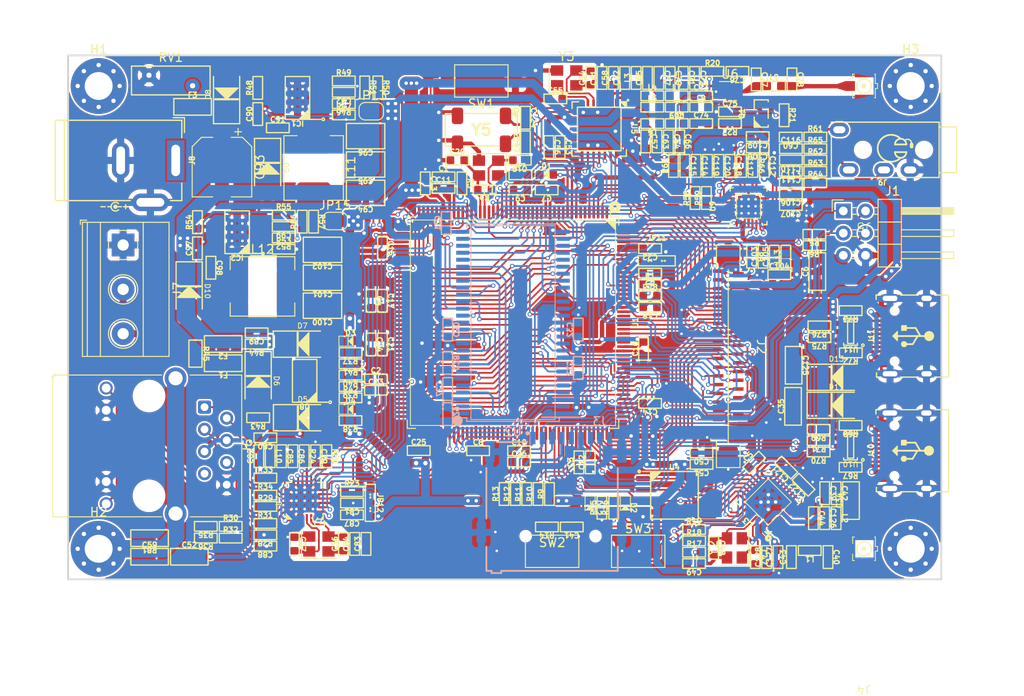
<source format=kicad_pcb>
(kicad_pcb (version 20221018) (generator pcbnew)
  (layers (0 "F.Cu" signal) (31 "B.Cu" signal) (34 "B.Paste" user) (35 "F.Paste" user) (36 "B.SilkS" user "B.Silkscreen") (37 "F.SilkS" user "F.Silkscreen") (38 "B.Mask" user) (39 "F.Mask" user) (44 "Edge.Cuts" user))
  (net 0 "")
  (net 1 "GND")
  (net 2 "Net-(U1-NRST)")
  (net 3 "Net-(U1-VCAP_1)")
  (net 4 "Net-(U1-VCAP_2)")
  (net 5 "LSEI")
  (net 6 "LSEO")
  (net 7 "HSEI")
  (net 8 "HSEO")
  (net 9 "STATUS LED")
  (net 10 "+3.3V")
  (net 11 "BOOT0")
  (net 12 "Net-(U7-RST)")
  (net 13 "+BATT")
  (net 14 "Net-(U7-VDDCR)")
  (net 15 "Net-(U7-VDD1A)")
  (net 16 "Net-(IC1-BST)")
  (net 17 "Net-(D9-K)")
  (net 18 "Net-(IC1-COMP)")
  (net 19 "Net-(IC2-BST)")
  (net 20 "Net-(D10-K)")
  (net 21 "USART6_TX")
  (net 22 "Net-(IC2-COMP)")
  (net 23 "Net-(JP13-A)")
  (net 24 "/MCU/USB_OTG_D_P")
  (net 25 "SWDIO")
  (net 26 "SWCLK")
  (net 27 "/MCU/RS485_TE")
  (net 28 "Net-(Q1-C)")
  (net 29 "+5V")
  (net 30 "/MCU/SDIO_D1")
  (net 31 "/MCU/SDIO_D0")
  (net 32 "/MCU/SDIO_CLK")
  (net 33 "/MCU/SDIO_CMD")
  (net 34 "Net-(J4-In)")
  (net 35 "/MCU/SDIO_D3")
  (net 36 "/MCU/SDIO_D2")
  (net 37 "Net-(U3-LNA_IN)")
  (net 38 "Net-(U7-XTAL2)")
  (net 39 "/LORA/LoRa_RST")
  (net 40 "/MCU/USART1_TX")
  (net 41 "/MCU/USART1_RX")
  (net 42 "Net-(U3-XTAL_P)")
  (net 43 "Net-(U3-XTAL_N)")
  (net 44 "Net-(U5-XTA)")
  (net 45 "Net-(U5-XTB)")
  (net 46 "Net-(D1-K)")
  (net 47 "Net-(D2-K)")
  (net 48 "Net-(D3-K)")
  (net 49 "Net-(D4-K)")
  (net 50 "Net-(D5-A1)")
  (net 51 "Net-(D6-A1)")
  (net 52 "Net-(D11-A)")
  (net 53 "Net-(IC1-EN)")
  (net 54 "Net-(IC1-FB)")
  (net 55 "Net-(IC1-FREQ)")
  (net 60 "/WIFI ESP32/F_D2")
  (net 61 "/WIFI ESP32/F_D3")
  (net 62 "/WIFI ESP32/F_CLK")
  (net 63 "/WIFI ESP32/F_D0")
  (net 64 "/WIFI ESP32/F_D1")
  (net 65 "Net-(IC2-EN)")
  (net 66 "Net-(IC2-FB)")
  (net 67 "Net-(IC2-FREQ)")
  (net 68 "/LORA/LoRa_NSS")
  (net 69 "/LORA/LoRa_MOSI")
  (net 70 "/LORA/LoRa_SCK")
  (net 71 "/ETH/TX_P")
  (net 72 "/ETH/TX_N")
  (net 73 "/ETH/RX_P")
  (net 74 "/ETH/RX_N")
  (net 75 "Net-(J10-CC1)")
  (net 76 "Net-(J10-D+-PadA6)")
  (net 77 "Net-(J10-D--PadA7)")
  (net 78 "/ETH/RMII_MDIO")
  (net 80 "Net-(J10-CC2)")
  (net 82 "/ETH/RMII_RXD1")
  (net 83 "/ETH/RMII_RXD0")
  (net 84 "/ETH/RMII_CRS_DV")
  (net 85 "/ETH/RMII_MDC")
  (net 86 "/ETH/ETH_REFCLK")
  (net 87 "/ETH/RMII_TXEN")
  (net 88 "/ETH/RMII_TXD0")
  (net 89 "/ETH/RMII_TXD1")
  (net 90 "/MCU/ETH_CLKEN")
  (net 91 "Net-(U5-VR_DIG)")
  (net 92 "/RS485/B-")
  (net 93 "/RS485/A+")
  (net 94 "Net-(Q1-B)")
  (net 95 "/LORA/LoRa_MISO")
  (net 96 "/LORA/LoRa_IRQ")
  (net 97 "Net-(U5-VR_ANA)")
  (net 98 "Net-(U1-BOOT0)")
  (net 99 "Net-(U7-RBIAS)")
  (net 100 "VCC")
  (net 101 "Net-(F3-Pad1)")
  (net 102 "Net-(U7-LED2{slash}nINTSEL)")
  (net 103 "Net-(U7-LED1{slash}REGOFF)")
  (net 104 "Net-(U7-XTAL1{slash}CLKIN)")
  (net 105 "Net-(U8-RO)")
  (net 106 "Net-(U8-DE)")
  (net 107 "Net-(U8-DI)")
  (net 108 "/MCU/USB_OTG_D_N")
  (net 110 "Net-(U5-VR_PA)")
  (net 111 "Net-(C65-Pad1)")
  (net 112 "Net-(C65-Pad2)")
  (net 113 "Net-(U6-RF1)")
  (net 114 "Net-(C68-Pad1)")
  (net 136 "USART6_RX")
  (net 137 "/MCU/USART2_TX")
  (net 138 "/MCU/USART2_RX")
  (net 140 "/AUDIO/EMIC")
  (net 141 "Net-(C69-Pad2)")
  (net 142 "Net-(C71-Pad2)")
  (net 143 "Net-(U6-RF2)")
  (net 144 "/AUDIO/ROUT")
  (net 145 "/AUDIO/LOUT")
  (net 146 "/AUDIO/SCLK")
  (net 147 "Net-(U6-V1)")
  (net 148 "/AUDIO/MCLK")
  (net 149 "Net-(U6-RFC)")
  (net 150 "/AUDIO/SDIN")
  (net 151 "Net-(J5-In)")
  (net 152 "/AUDIO/LRCLK")
  (net 153 "Net-(C92-Pad1)")
  (net 154 "/AUDIO/SCL")
  (net 155 "/AUDIO/SDA")
  (net 156 "/AUDIO/SDOUT")
  (net 157 "Net-(C99-Pad1)")
  (net 158 "Net-(JP15-A)")
  (net 159 "Net-(U9-DVDD)")
  (net 160 "Net-(U9-VREF)")
  (net 161 "Net-(U9-LIN1)")
  (net 162 "Net-(U9-RIN1)")
  (net 163 "/LTDC TFT LCD/LTDC_DE")
  (net 164 "/LTDC TFT LCD/LTDC_VSYNC")
  (net 165 "/LTDC TFT LCD/LTDC_HSYNC")
  (net 166 "/LTDC TFT LCD/LTDC_B7")
  (net 167 "/LTDC TFT LCD/LTDC_B6")
  (net 168 "/LTDC TFT LCD/LTDC_B5")
  (net 169 "/LTDC TFT LCD/LTDC_B4")
  (net 170 "/LTDC TFT LCD/LTDC_B3")
  (net 171 "/LTDC TFT LCD/LTDC_B2")
  (net 172 "/LTDC TFT LCD/LTDC_B1")
  (net 173 "/LTDC TFT LCD/LTDC_B0")
  (net 174 "/LTDC TFT LCD/LTDC_G7")
  (net 175 "/LTDC TFT LCD/LTDC_G6")
  (net 176 "/LTDC TFT LCD/LTDC_G5")
  (net 177 "/LTDC TFT LCD/LTDC_G4")
  (net 178 "/LTDC TFT LCD/LTDC_G3")
  (net 179 "/LTDC TFT LCD/LTDC_G2")
  (net 180 "/LTDC TFT LCD/LTDC_G1")
  (net 181 "/LTDC TFT LCD/LTDC_G0")
  (net 182 "/LTDC TFT LCD/LTDC_R7")
  (net 183 "/LTDC TFT LCD/LTDC_R6")
  (net 184 "/LTDC TFT LCD/LTDC_R5")
  (net 185 "/LTDC TFT LCD/LTDC_R4")
  (net 186 "/LTDC TFT LCD/LTDC_R3")
  (net 187 "/LTDC TFT LCD/LTDC_R2")
  (net 188 "/LTDC TFT LCD/LTDC_R1")
  (net 189 "/LTDC TFT LCD/LTDC_R0")
  (net 190 "/LTDC TFT LCD/LTDC_PCLK")
  (net 191 "/LTDC TFT LCD/TOUCH_SCL")
  (net 192 "/LTDC TFT LCD/TOUCH_SDA")
  (net 193 "/LTDC TFT LCD/TOUCH_INT")
  (net 194 "/LTDC TFT LCD/LCD_BACKGROUND_LED")
  (net 195 "/MCU/SDRAM_A0")
  (net 196 "/MCU/SDRAM_A1")
  (net 197 "/MCU/SDRAM_A2")
  (net 198 "/MCU/SDRAM_A3")
  (net 199 "/MCU/SDRAM_A4")
  (net 200 "/MCU/SDRAM_A5")
  (net 201 "/MCU/SDRAM_NWE")
  (net 202 "/MCU/SDRAM_NE")
  (net 203 "/MCU/SDRAM_CKE")
  (net 204 "/MCU/SDRAM_NRAS")
  (net 205 "/MCU/SDRAM_A6")
  (net 206 "/MCU/SDRAM_A7")
  (net 207 "/MCU/SDRAM_A8")
  (net 208 "/MCU/SDRAM_A9")
  (net 209 "/MCU/SDRAM_A10")
  (net 210 "/MCU/SDRAM_A11")
  (net 211 "/MCU/SDRAM_D4")
  (net 212 "/MCU/SDRAM_D5")
  (net 213 "/MCU/SDRAM_D6")
  (net 214 "/MCU/SDRAM_D7")
  (net 215 "/MCU/SDRAM_D8")
  (net 216 "/MCU/SDRAM_D9")
  (net 217 "/MCU/SDRAM_D10")
  (net 218 "/MCU/SDRAM_D11")
  (net 219 "/MCU/SDRAM_D12")
  (net 220 "/MCU/SDRAM_D13")
  (net 221 "/MCU/SDRAM_D14")
  (net 222 "/MCU/SDRAM_D15")
  (net 223 "/MCU/SDRAM_D0")
  (net 224 "/MCU/SDRAM_D1")
  (net 225 "/MCU/SDRAM_BA0")
  (net 226 "/MCU/SDRAM_BA1")
  (net 227 "/MCU/SDRAM_CLK")
  (net 228 "/MCU/SDRAM_D2")
  (net 229 "/MCU/SDRAM_D3")
  (net 230 "/MCU/SDRAM_NCAS")
  (net 231 "/MCU/SDRAM_NBL0")
  (net 232 "/MCU/SDRAM_NBL1")
  (net 233 "Net-(C110-Pad1)")
  (net 234 "Net-(U9-LOUT1)")
  (net 235 "Net-(C111-Pad1)")
  (net 236 "Net-(U9-ROUT1)")
  (net 237 "Net-(U9-VMID)")
  (net 238 "Net-(U9-AVDD)")
  (net 239 "Net-(U9-DACVREF)")
  (net 240 "Net-(J1-Pin_4)")
  (net 241 "Net-(J2-LED+)")
  (net 242 "Net-(J6-Pad9)")
  (net 243 "Net-(J6-Pad12)")
  (net 244 "Net-(JP12-C)")
  (net 245 "Net-(U5-RFI_LF)")
  (net 246 "Net-(U5-PA_BOOST)")
  (net 247 "Net-(U5-RXTX{slash}RF_MOD)")
  (net 248 "Net-(U9-CE{slash}ADDR)")
  (net 262 "Net-(U7-INT{slash}REFCLKO)")
  (net 264 "Earth")
  (net 267 "/MCU/I2S3_SDI")
  (net 268 "Net-(J1-Pin_2)")
  (net 269 "WiFi_RST")
  (net 270 "Net-(U3-VDD3P3_CPU)")
  (net 271 "WiFi_Boot")
  (net 272 "Net-(D12-K)")
  (net 273 "Net-(D13-A)")
  (net 274 "Net-(J11-CC1)")
  (net 275 "Net-(J11-D+-PadA6)")
  (net 276 "Net-(J11-D--PadA7)")
  (net 278 "Net-(J11-CC2)")
  (net 280 "Net-(U3-U0TXD{slash}GPIO21)")
  (net 281 "Net-(U3-U0RXD{slash}GPIO20)")
  (net 282 "/USB/WF_D_N")
  (net 283 "/USB/WF_D_P")
  (net 294 "/WIFI ESP32/F_CS")
  (footprint "Crystal:Crystal_SMD_3225-4Pin_3.2x2.5mm" (layer "F.Cu") (at 72.07 117.35)
    (fp_text reference "Y4")
    (fp_text value "25MHz")
  )
  (footprint "Anh_Footprints:R_0603" (layer "F.Cu") (at 115.04 116.99)
    (fp_text reference "R18")
    (fp_text value "100")
  )
  (footprint "Anh_Footprints:IPEX_Antena_Connector" (layer "F.Cu") (at 134.5 117.9 180)
    (fp_text reference "J4")
    (fp_text value "ESP Anten")
  )
  (footprint "Anh_Footprints:C_0603" (layer "F.Cu") (at 122.05 118.85 -90)
    (fp_text reference "C47")
    (fp_text value "10pF")
  )
  (footprint "Anh_Footprints:SOT23-6" (layer "F.Cu") (at 132.97 93.04 180)
    (fp_text reference "U11")
    (fp_text value "USBLC6-2SC6")
  )
  (footprint "Anh_Footprints:C_0603" (layer "F.Cu") (at 131.31 111.53 -90)
    (fp_text reference "C42")
    (fp_text value "100nF")
  )
  (footprint "Anh_Footprints:C_0603" (layer "F.Cu") (at 110 90.225 180)
    (fp_text reference "C18")
    (fp_text value "100nF")
  )
  (footprint "MountingHole:MountingHole_3.2mm_M3_Pad_Via" (layer "F.Cu") (at 139.85 64.9)
    (fp_text reference "H3")
    (fp_text value "Hole")
  )
  (footprint "Anh_Footprints:C_0603" (layer "F.Cu") (at 78.05 89.5 -90)
    (fp_text reference "C4")
    (fp_text value "1uF")
  )
  (footprint "Anh_Footprints:C_0603" (layer "F.Cu") (at 68.04 80.9925 180)
    (fp_text reference "C99")
    (fp_text value "220pF")
  )
  (footprint "Anh_Footprints:LED_0603" (layer "F.Cu") (at 98.15 75.07)
    (fp_text reference "D1")
    (fp_text value "LED_RUN")
  )
  (footprint "Anh_Footprints:R_0603" (layer "F.Cu") (at 71.46 80.4375 -90)
    (fp_text reference "R57")
    (fp_text value "68k")
  )
  (footprint "Anh_Footprints:R_0603" (layer "F.Cu") (at 129.3025 106.82 180)
    (fp_text reference "R70")
    (fp_text value "10")
  )
  (footprint "Anh_Footprints:QFN-24_4x4mm_PAD-VIAS" (layer "F.Cu") (at 70.44 112.4 90)
    (fp_text reference "U7")
    (fp_text value "LAN8720A")
  )
  (footprint "Anh_Footprints:C_0603" (layer "F.Cu") (at 124.225 84.45 90)
    (fp_text reference "C105")
    (fp_text value "100nF")
  )
  (footprint "Anh_Footprints:R_0603" (layer "F.Cu") (at 65.94 109.8)
    (fp_text reference "R33")
    (fp_text value "49.9")
  )
  (footprint "Anh_Footprints:C_0603" (layer "F.Cu") (at 124.8 86.5)
    (fp_text reference "C104")
    (fp_text value "1uF")
  )
  (footprint "Anh_Footprints:MC306327680KE3ROHS" (layer "F.Cu") (at 90.69 69.92 180)
    (fp_text reference "Y5")
    (fp_text value "32.768KHz" hide)
  )
  (footprint "Anh_Footprints:C_0603" (layer "F.Cu") (at 110 83.525 180)
    (fp_text reference "C22")
    (fp_text value "100nF")
  )
  (footprint "Anh_Footprints:QFN-32_5x5_PAD-VIAS" (layer "F.Cu") (at 123.53 112.54 135)
    (fp_text reference "U3")
    (fp_text value "ESP32-C3")
  )
  (footprint "Anh_Footprints:R_0603" (layer "F.Cu") (at 65.94 115)
    (fp_text reference "R31")
    (fp_text value "49.9")
  )
  (footprint "Jumper:SolderJumper-2_P1.3mm_Open_RoundedPad1.0x1.5mm" (layer "F.Cu") (at 78.07 67.79)
    (fp_text reference "JP13")
    (fp_text value "5V_EN")
  )
  (footprint "Anh_Footprints:C_0603" (layer "F.Cu") (at 79.35 94.5 -90)
    (fp_text reference "C21")
    (fp_text value "100nF")
  )
  (footprint "Anh_Footprints:C_0603" (layer "F.Cu") (at 113.8 63.975 -90)
    (fp_text reference "C71")
    (fp_text value "C_Small")
  )
  (footprint "Anh_Footprints:C_0603" (layer "F.Cu") (at 59.71 85.7125 -90)
    (fp_text reference "C98")
    (fp_text value "100nF")
  )
  (footprint "MountingHole:MountingHole_3.2mm_M3_Pad_Via" (layer "F.Cu") (at 139.85 117.9)
    (fp_text reference "H4")
    (fp_text value "Hole")
  )
  (footprint "Anh_Footprints:C_0603" (layer "F.Cu") (at 126.125 78.590139 180)
    (fp_text reference "C107")
    (fp_text value "100nF")
  )
  (footprint "Crystal:Crystal_SMD_3225-4Pin_3.2x2.5mm" (layer "F.Cu") (at 119.66 117.8 90)
    (fp_text reference "Y2")
    (fp_text value "40MHz")
  )
  (footprint "Anh_Footprints:C_0603" (layer "F.Cu") (at 76.17 117.34 90)
    (fp_text reference "C84")
    (fp_text value "100nF")
  )
  (footprint "Anh_Footprints:C_0603" (layer "F.Cu") (at 115.85 66.025)
    (fp_text reference "C73")
    (fp_text value "C_Small")
  )
  (footprint "Anh_Footprints:R_0805" (layer "F.Cu") (at 57.935 95.55 -90)
    (fp_text reference "R45")
    (fp_text value "120")
  )
  (footprint "TerminalBlock_Phoenix:TerminalBlock_Phoenix_MKDS-1,5-3-5.08_1x03_P5.08mm_Horizontal" (layer "F.Cu") (at 49.65 83.11 -90)
    (fp_text reference "J7")
    (fp_text value "RS485")
  )
  (footprint "Anh_Footprints:R_0603" (layer "F.Cu") (at 59.12 115.33 180)
    (fp_text reference "R35")
    (fp_text value "220")
  )
  (footprint "Capacitor_SMD:CP_Elec_6.3x5.4" (layer "F.Cu") (at 60.97 74.19 -90)
    (fp_text reference "C93")
    (fp_text value "100uF")
  )
  (footprint "Anh_Footprints:R_0603" (layer "F.Cu") (at 65.94 116.3 180)
    (fp_text reference "R28")
    (fp_text value "12k")
  )
  (footprint "Anh_Footprints:C_0603" (layer "F.Cu") (at 122.925 84.45 90)
    (fp_text reference "C103")
    (fp_text value "4.7uF")
  )
  (footprint "Anh_Footprints:C_0603" (layer "F.Cu") (at 112.3 63.975 -90)
    (fp_text reference "C70")
    (fp_text value "C_Small")
  )
  (footprint "Anh_Footprints:C_0603" (layer "F.Cu") (at 67.37 69.69)
    (fp_text reference "C91")
    (fp_text value "100nF")
  )
  (footprint "Anh_Footprints:C_0603" (layer "F.Cu") (at 99.7 71.9 -90)
    (fp_text reference "C53")
    (fp_text value "1uF")
  )
  (footprint "Anh_Footprints:C_0603" (layer "F.Cu") (at 65.07 68.115 90)
    (fp_text reference "C90")
    (fp_text value "100nF")
  )
  (footprint "Anh_Footprints:C_1206" (layer "F.Cu") (at 52.68 118.81)
    (fp_text reference "C59")
    (fp_text value "10nF/1KV")
  )
  (footprint "Anh_Footprints:R_0603" (layer "F.Cu") (at 95.875 111.625 90)
    (fp_text reference "R11")
    (fp_text value "10k")
  )
  (footprint "Anh_Footprints:R_0603" (layer "F.Cu") (at 128.925 70.75)
    (fp_text reference "R61")
    (fp_text value "10k")
  )
  (footprint "Anh_Footprints:DC_PowerJack_5mm_THT" (layer "F.Cu") (at 55.67 73.425 -90)
    (fp_text reference "J8")
    (fp_text value "Conn_Jack-DC")
  )
  (footprint "Anh_Footprints:C_0603" (layer "F.Cu") (at 75.86 114.02 180)
    (fp_text reference "C87")
    (fp_text value "100nF")
  )
  (footprint "Anh_Footprints:C_1206" (layer "F.Cu") (at 126.37 101.59 90)
    (fp_text reference "C35")
    (fp_text value "10uF")
  )
  (footprint "Anh_Footprints:QFN-28_6x6_PAD" (layer "F.Cu") (at 104.175 69.8 -90)
    (fp_text reference "U5")
    (fp_text value "SX1278")
  )
  (footprint "Anh_Footprints:C_0603" (layer "F.Cu") (at 126.125 73.375 180)
    (fp_text reference "C110")
    (fp_text value "1uF")
  )
  (footprint "Anh_Footprints:L_0603" (layer "F.Cu") (at 115.85 67.325)
    (fp_text reference "L8")
    (fp_text value "L_Small")
  )
  (footprint "Anh_Footprints:D_SMA" (layer "F.Cu") (at 131.3325 98.26)
    (fp_text reference "D13")
    (fp_text value "SS34")
  )
  (footprint "Anh_Footprints:R_0603" (layer "F.Cu") (at 121.625 84.45 -90)
    (fp_text reference "R8")
    (fp_text value "220")
  )
  (footprint "Anh_Footprints:C_1210" (layer "F.Cu") (at 77.42 70.64 180)
    (fp_text reference "C96")
    (fp_text value "10uF")
  )
  (footprint "Anh_Footprints:C_0603" (layer "F.Cu") (at 113.05 67.325 180)
    (fp_text reference "C69")
    (fp_text value "C_Small")
  )
  (footprint "Anh_Footprints:R_0603" (layer "F.Cu") (at 75.69 95.425 180)
    (fp_text reference "R37")
    (fp_text value "100")
  )
  (footprint "Anh_Footprints:R_0603" (layer "F.Cu") (at 128.925 72.075)
    (fp_text reference "R65")
    (fp_text value "10k")
  )
  (footprint "Anh_Footprints:D_SMA" (layer "F.Cu") (at 57.21 88.3875 -90)
    (fp_text reference "D10")
    (fp_text value "SS34")
  )
  (footprint "Anh_Footprints:C_0603" (layer "F.Cu") (at 86.35 75.3)
    (fp_text reference "C1")
    (fp_text value "100nF")
  )
  (footprint "Anh_Footprints:L_0603" (layer "F.Cu") (at 110.25 67.325)
    (fp_text reference "L5")
    (fp_text value "L_Small")
  )
  (footprint "Anh_Footprints:C_0603" (layer "F.Cu") (at 126.1 70.75 180)
    (fp_text reference "C60")
    (fp_text value "1nF")
  )
  (footprint "Anh_Footprints:R_0603" (layer "F.Cu") (at 116.45 77.725 90)
    (fp_text reference "R59")
    (fp_text value "1k")
  )
  (footprint "Anh_Footprints:C_0603" (layer "F.Cu") (at 124.65 118.85 90)
    (fp_text reference "C127")
    (fp_text value "1uF")
  )
  (footprint "Anh_Footprints:C_0603" (layer "F.Cu") (at 117.875 74.05 -90)
    (fp_text reference "C120")
    (fp_text value "4.7uF")
  )
  (footprint "Anh_Footprints:C_0603" (layer "F.Cu") (at 84.25 76.05 -90)
    (fp_text reference "C13")
    (fp_text value "100nF")
  )
  (footprint "Anh_Footprints:C_0603" (layer "F.Cu") (at 95 106.675)
    (fp_text reference "C10")
    (fp_text value "100nF")
  )
  (footprint "Anh_Footprints:C_0603" (layer "F.Cu") (at 115.1 63.975 -90)
    (fp_text reference "C72")
    (fp_text value "C_Small")
  )
  (footprint "Anh_Footprints:C_1210" (layer "F.Cu") (at 72.485 86.8625 180)
    (fp_text reference "C101")
    (fp_text value "10uF")
  )
  (footprint "Button_Switch_SMD:SW_SPST_CK_RS282G05A3" (layer "F.Cu") (at 90.675 64.325 180)
    (fp_text reference "SW1")
    (fp_text value "SW_Push")
  )
  (footprint "Anh_Footprints:C_0603" (layer "F.Cu") (at 107.1 63.975 90)
    (fp_text reference "C62")
    (fp_text value "100nF")
  )
  (footprint "Anh_Footprints:C_0603" (layer "F.Cu") (at 113.4 71.25 -90)
    (fp_text reference "C66")
    (fp_text value "C_Small")
  )
  (footprint "Anh_Footprints:L_0603" (layer "F.Cu") (at 131.31 114.39 -90)
    (fp_text reference "L2")
    (fp_text value "2nH")
  )
  (footprint "Anh_Footprints:C_0603" (layer "F.Cu") (at 95.73 71.35 90)
    (fp_text reference "C123")
    (fp_text value "10pF")
  )
  (footprint "Anh_Footprints:LQFP-176_24x24" (layer "F.Cu") (at 94.3 92 -90)
    (fp_text reference "U1")
    (fp_text value "STM32F429IGTx")
  )
  (footprint "Anh_Footprints:C_0603" (layer "F.Cu") (at 120 63.225 180)
    (fp_text reference "C76")
    (fp_text value "C_Small")
  )
  (footprint "" (layer "F.Cu") (at 126.9 79.64)
    (fp_text reference "")
    (fp_text value "")
  )
  (footprint "Anh_Footprints:L_0603" (layer "F.Cu") (at 110.25 69.2 180)
    (fp_text reference "L6")
    (fp_text value "L_Small")
  )
  (footprint "Anh_Footprints:C_0603" (layer "F.Cu") (at 71.69 107.3 -90)
    (fp_text reference "C79")
    (fp_text value "10nF")
  )
  (footprint "Anh_Footprints:R_0603" (layer "F.Cu") (at 75.86 111.36)
    (fp_text reference "R23")
    (fp_text value "10k")
  )
  (footprint "Anh_Footprints:C_0603" (layer "F.Cu") (at 110.8 71.25 -90)
    (fp_text reference "C63")
    (fp_text value "C_Small")
  )
  (footprint "Anh_Footprints:R_0603" (layer "F.Cu") (at 128.925 73.375)
    (fp_text reference "R62")
    (fp_text value "10")
  )
  (footprint "Anh_Footprints:R_0603" (layer "F.Cu") (at 98.18 115.4 180)
    (fp_text reference "R14")
    (fp_text value "10k")
  )
  (footprint "Anh_Footprints:C_0603" (layer "F.Cu") (at 123.35 118.85 90)
    (fp_text reference "C128")
    (fp_text value "100nF")
  )
  (footprint "Anh_Footprints:R_0603" (layer "F.Cu") (at 74.92 66.915 180)
    (fp_text reference "R46")
    (fp_text value "100k")
  )
  (footprint "Anh_Footprints:SOIC-8" (layer "F.Cu") (at 70.44 98.665 180)
    (fp_text reference "U8")
    (fp_text value "MAX485E")
  )
  (footprint "MountingHole:MountingHole_3.2mm_M3_Pad_Via" (layer "F.Cu") (at 46.85 64.9)
    (fp_text reference "H1")
    (fp_text value "Hole")
  )
  (footprint "Anh_Footprints:R_0603" (layer "F.Cu") (at 132.965 103.77 180)
    (fp_text reference "R68")
    (fp_text value "4k7")
  )
  (footprint "Anh_Footprints:C_1210" (layer "F.Cu") (at 77.42 73.89 180)
    (fp_text reference "C95")
    (fp_text value "10uF")
  )
  (footprint "Varistor:RV_Disc_D9mm_W3.3mm_P5mm" (layer "F.Cu") (at 57.61 64.87 180)
    (fp_text reference "RV1")
    (fp_text value "Varistor")
  )
  (footprint "Anh_Footprints:D_SMA" (layer "F.Cu") (at 70.215 102.89)
    (fp_text reference "D5")
    (fp_text value "D_TVS")
  )
  (footprint "Anh_Footprints:R_0603" (layer "F.Cu") (at 110 87.625)
    (fp_text reference "R1")
    (fp_text value "4k7")
  )
  (footprint "Anh_Footprints:C_0603" (layer "F.Cu") (at 125.59 108.59 135)
    (fp_text reference "C121")
    (fp_text value "100nF")
  )
  (footprint "Anh_Footprints:C_0603" (layer "F.Cu") (at 69.09 107.3 -90)
    (fp_text reference "C86")
    (fp_text value "C_Small")
  )
  (footprint "Anh_Footprints:IPEX_Antena_Connector" (layer "F.Cu") (at 134.5 64.9 180)
    (fp_text reference "J5")
    (fp_text value "LoRa_Anten")
  )
  (footprint "Anh_Footprints:L_0603" (layer "F.Cu") (at 108.4 63.975 90)
    (fp_text reference "L3")
    (fp_text value "L_Small")
  )
  (footprint "Anh_Footprints:R_0603" (layer "F.Cu") (at 59.12 116.675 180)
    (fp_text reference "R36")
    (fp_text value "220")
  )
  (footprint "Anh_Footprints:C_0603" (layer "F.Cu") (at 83.5 106.65)
    (fp_text reference "C25")
    (fp_text value "100nF")
  )
  (footprint "Anh_Footprints:R_0603" (layer "F.Cu") (at 121.775 74.05 -90)
    (fp_text reference "R66")
    (fp_text value "10")
  )
  (footprint "Anh_Footprints:R_0603" (layer "F.Cu") (at 129.3025 104.22 180)
    (fp_text reference "R69")
    (fp_text value "4k7")
  )
  (footprint "Anh_Footprints:R_0603" (layer "F.Cu") (at 65.07 65.115 90)
    (fp_text reference "R48")
    (fp_text value "100k")
  )
  (footprint "Anh_Footprints:R_0603" (layer "F.Cu") (at 75.69 96.715 180)
    (fp_text reference "R41")
    (fp_text value "100")
  )
  (footprint "" (layer "F.Cu") (at 127.93 78.59)
    (fp_text reference "")
    (fp_text value "")
  )
  (footprint "Anh_Footprints:SOT23-3" (layer "F.Cu") (at 122.725 68.05 90)
    (fp_text reference "Q1")
    (fp_text value "BC847")
  )
  (footprint "Anh_Footprints:USB-C_SMD_1" (layer "F.Cu") (at 140.61 93.54 90)
    (fp_text reference "J11")
    (fp_text value "USB_WIFI")
  )
  (footprint "Anh_Footprints:C_0603" (layer "F.Cu") (at 126.25 64.15 -90)
    (fp_text reference "C78")
    (fp_text value "C_Small")
  )
  (footprint "Anh_Footprints:R_0603" (layer "F.Cu") (at 72.99 107.3 -90)
    (fp_text reference "R80")
    (fp_text value "33")
  )
  (footprint "Anh_Footprints:C_0603" (layer "F.Cu") (at 109.7 63.975 90)
    (fp_text reference "C65")
    (fp_text value "C_Small")
  )
  (footprint "Anh_Footprints:R_0603" (layer "F.Cu") (at 129.3025 105.52 180)
    (fp_text reference "R71")
    (fp_text value "10")
  )
  (footprint "Anh_Footprints:USB-C_SMD_1" (layer "F.Cu") (at 140.59 106.67 90)
    (fp_text reference "J10")
    (fp_text value "USB_OTG")
  )
  (footprint "Anh_Footprints:C_0603" (layer "F.Cu") (at 90.3 106.675)
    (fp_text reference "C8")
    (fp_text value "100nF")
  )
  (footprint "Anh_Footprints:L_0603" (layer "F.Cu") (at 66.49 107.3 -90)
    (fp_text reference "L10")
    (fp_text value "2nH")
  )
  (footprint "Anh_Footprints:F_1206" (layer "F.Cu") (at 57.61 67.29)
    (fp_text reference "F3")
    (fp_text value "Fuse_VCC")
  )
  (footprint "Anh_Footprints:C_0603" (layer "F.Cu") (at 121.91 108.03 45)
    (fp_text reference "C5")
    (fp_text value "100nF")
  )
  (footprint "Anh_Footprints:L_0603" (layer "F.Cu") (at 113.05 66.025)
    (fp_text reference "L7")
    (fp_text value "L_Small")
  )
  (footprint "Anh_Footprints:LED_0603" (layer "F.Cu") (at 103.13 113.19 -90)
    (fp_text reference "D12")
    (fp_text value "WIFI_RX")
  )
  (footprint "Anh_Footprints:C_0603" (layer "F.Cu") (at 87.925 73.4)
    (fp_text reference "C20")
    (fp_text value "10pF")
  )
  (footprint "Anh_Footprints:C_0603" (layer "F.Cu") (at 95 107.975)
    (fp_text reference "C26")
    (fp_text value "100nF")
  )
  (footprint "Anh_Footprints:R_0603" (layer "F.Cu") (at 128.815 83.175 180)
    (fp_text reference "R6")
    (fp_text value "100")
  )
  (footprint "Anh_Footprints:R_0603" (layer "F.Cu") (at 68.04 82.2925 180)
    (fp_text reference "R52")
    (fp_text value "100k")
  )
  (footprint "Anh_Footprints:C_0603" (layer "F.Cu") (at 58.16 83.4875 90)
    (fp_text reference "C97")
    (fp_text value "100nF")
  )
  (footprint "Anh_Footprints:C_0603" (layer "F.Cu") (at 79.35 89.5 -90)
    (fp_text reference "C17")
    (fp_text value "100nF")
  )
  (footprint "Anh_Footprints:C_0603" (layer "F.Cu") (at 65.94 117.6 180)
    (fp_text reference "C88")
    (fp_text value "10nF")
  )
  (footprint "Anh_Footprints:C_0603" (layer "F.Cu") (at 130.38 118.85 -90)
    (fp_text reference "C40")
    (fp_text value "UNK")
  )
  (footprint "Anh_Footprints:R_0603" (layer "F.Cu") (at 75.69 98.015 180)
    (fp_text reference "R40")
    (fp_text value "100")
  )
  (footprint "Anh_Footprints:C_0603" (layer "F.Cu") (at 86.35 76.625)
    (fp_text reference "C11")
    (fp_text value "100nF")
  )
  (footprint "Anh_Footprints:R_0603" (layer "F.Cu") (at 94.575 111.625 90)
    (fp_text reference "R12")
    (fp_text value "10k")
  )
  (footprint "" (layer "F.Cu") (at 127.9 79.74)
    (fp_text reference "")
    (fp_text value "")
  )
  (footprint "Anh_Footprints:C_0603" (layer "F.Cu") (at 98.15 76.8 180)
    (fp_text reference "C7")
    (fp_text value "100nF")
  )
  (footprint "Anh_Footprints:R_0603" (layer "F.Cu") (at 105.83 113.19 90)
    (fp_text reference "R16")
    (fp_text value "100")
  )
  (footprint "Anh_Footprints:R_0603" (layer "F.Cu") (at 125.35 68.25 -90)
    (fp_text reference "R21")
    (fp_text value "R_Small")
  )
  (footprint "Anh_Footprints:C_0603" (layer "F.Cu") (at 75.86 112.66 180)
    (fp_text reference "C81")
    (fp_text value "100nF")
  )
  (footprint "Anh_Footprints:C_0603" (layer "F.Cu") (at 130 111.53 -90)
    (fp_text reference "C39")
    (fp_text value "1uF")
  )
  (footprint "Anh_Footprints:C_0603" (layer "F.Cu") (at 115.885 106.915 180)
    (fp_text reference "C50")
    (fp_text value "1uF")
  )
  (footprint "Anh_Footprints:R_0603" (layer "F.Cu") (at 61.97 116.68)
    (fp_text reference "R32")
    (fp_text value "10k")
  )
  (footprint "Anh_Footprints:F_1206" (layer "F.Cu") (at 61.11 94.45 180)
    (fp_text reference "F2")
    (fp_text value "Fuse")
  )
  (footprint "Anh_Footprints:R_0603" (layer "F.Cu") (at 117.15 63.225)
    (fp_text reference "R20")
    (fp_text value "R_Small")
  )
  (footprint "Anh_Footprints:R_0603" (layer "F.Cu") (at 129.39 93.72 180)
    (fp_text reference "R75")
    (fp_text value "10")
  )
  (footprint "Anh_Footprints:C_0603" (layer "F.Cu") (at 119.15 67.85)
    (fp_text reference "C75")
    (fp_text value "C_Small")
  )
  (footprint "Anh_Footprints:C_0603" (layer "F.Cu") (at 115.89 108.23 180)
    (fp_text reference "C51")
    (fp_text value "100nF")
  )
  (footprint "Anh_Footprints:C_0603" (layer "F.Cu") (at 111 63.975 -90)
    (fp_text reference "C67")
    (fp_text value "C_Small")
  )
  (footprint "Anh_Footprints:C_0603" (layer "F.Cu") (at 99.15 66.375)
    (fp_text reference "C55")
    (fp_text value "10pF")
  )
  (footprint "Anh_Footprints:C_0603" (layer "F.Cu") (at 128.7 114.395 -90)
    (fp_text reference "C44")
    (fp_text value "1uF")
  )
  (footprint "Anh_Footprints:R_0603" (layer "F.Cu") (at 128.925 74.675)
    (fp_text reference "R63")
    (fp_text value "10")
  )
  (footprint "Anh_Footprints:C_1210" (layer "F.Cu") (at 72.48 90.0625 180)
    (fp_text reference "C100")
    (fp_text value "10uF")
  )
  (footprint "Anh_Footprints:C_0603" (layer "F.Cu") (at 67.79 107.3 -90)
    (fp_text reference "C85")
    (fp_text value "C_Small")
  )
  (footprint "Anh_Footprints:C_0603" (layer "F.Cu") (at 126.125 75.975)
    (fp_text reference "C113")
    (fp_text value "1nF")
  )
  (footprint "Anh_Footprints:C_0603" (layer "F.Cu") (at 101.85 108 90)
    (fp_text reference "C3")
    (fp_text value "1uF")
  )
  (footprint "Anh_Footprints:C_1206" (layer "F.Cu") (at 57.23 118.81)
    (fp_text reference "C52")
    (fp_text value "10nF/1KV")
  )
  (footprint "Anh_Footprints:SOIC-8_5.23x5.23" (layer "F.Cu") (at 112.79 111.79)
    (fp_text reference "U4")
    (fp_text value "W25Q32JVSS")
  )
  (footprint "Anh_Footprints:SOT23-6" (layer "F.Cu") (at 132.965 106.17 180)
    (fp_text reference "U10")
    (fp_text value "USBLC6-2SC6")
  )
  (footprint "Crystal:Crystal_SMD_3225-4Pin_3.2x2.5mm" (layer "F.Cu") (at 91.5 74.3 180)
    (fp_text reference "Y1")
    (fp_text value "25MHz")
  )
  (footprint "Anh_Footprints:C_0603" (layer "F.Cu") (at 110 101.25 180)
    (fp_text reference "C14")
    (fp_text value "100nF")
  )
  (footprint "Anh_Footprints:R_0603" (layer "F.Cu") (at 110 88.925)
    (fp_text reference "R78")
    (fp_text value "4k7")
  )
  (footprint "Anh_Footprints:R_0603" (layer "F.Cu") (at 128.925 75.975)
    (fp_text reference "R64")
    (fp_text value "10k")
  )
  (footprint "Anh_Footprints:C_0603" (layer "F.Cu") (at 78.6 98.45)
    (fp_text reference "C2")
    (fp_text value "1uF")
  )
  (footprint "Anh_Footprints:LED_0603" (layer "F.Cu") (at 75.69 101.915)
    (fp_text reference "D4")
    (fp_text value "RS_Rx")
  )
  (footprint "Anh_Footprints:C_1210" (layer "F.Cu") (at 72.485 83.6625 180)
    (fp_text reference "C102")
    (fp_text value "10uF")
  )
  (footprint "Anh_Footprints:R_0603" (layer "F.Cu") (at 78.82 65.065 -90)
    (fp_text reference "R50")
    (fp_text value "22k")
  )
  (footprint "Anh_Footprints:C_0603" (layer "F.Cu") (at 109.25 95 90)
    (fp_text reference "C16")
    (fp_text value "100nF")
  )
  (footprint "Anh_Footprints:C_0603" (layer "F.Cu") (at 127.57 110.57 135)
    (fp_text reference "C122")
    (fp_text value "100nF")
  )
  (footprint "Jumper:SolderJumper-2_P1.3mm_Open_RoundedPad1.0x1.5mm" (layer "F.Cu") (at 73.935 80.3625)
    (fp_text reference "JP15")
    (fp_text value "3V3_EN")
  )
  (footprint "Anh_Footprints:R_0603" (layer "F.Cu") (at 115.15 77.725 90)
    (fp_text reference "R58")
    (fp_text value "1k")
  )
  (footprint "Anh_Footprints:C_1206" (layer "F.Cu") (at 126.44 96.88 -90)
    (fp_text reference "C125")
    (fp_text value "10uF")
  )
  (footprint "Anh_Footprints:C_0603" (layer "F.Cu") (at 126.125 77.275 180)
    (fp_text reference "C106")
    (fp_text value "4.7uF")
  )
  (footprint "Anh_Footprints:R_0603" (layer "F.Cu") (at 65.94 113.05)
    (fp_text reference "R29")
    (fp_text value "49.9")
  )
  (footprint "Anh_Footprints:R_0603" (layer "F.Cu") (at 65.115 102.89 180)
    (fp_text reference "R43")
    (fp_text value "4k7")
  )
  (footprint "Anh_Footprints:C_0603" (layer "F.Cu") (at 77.47 117.34 90)
    (fp_text reference "C83")
    (fp_text value "10nF")
  )
  (footprint "Crystal:Crystal_SMD_3225-4Pin_3.2x2.5mm" (layer "F.Cu") (at 100.45 63.975)
    (fp_text reference "Y3")
    (fp_text value "32MHz")
  )
  (footprint "Anh_Footprints:C_0603" (layer "F.Cu") (at 112.1 71.25 -90)
    (fp_text reference "C64")
    (fp_text value "C_Small")
  )
  (footprint "Anh_Footprints:L_0603" (layer "F.Cu") (at 125.55 84.45 90)
    (fp_text reference "L13")
    (fp_text value "2nH")
  )
  (footprint "Anh_Footprints:C_0603" (layer "F.Cu") (at 113.05 69.2)
    (fp_text reference "C68")
    (fp_text value "C_Small")
  )
  (footprint "Anh_Footprints:LED_0603" (layer "F.Cu") (at 107.17 113.19 -90)
    (fp_text reference "D2")
    (fp_text value "WIFI_TX")
  )
  (footprint "Anh_Footprints:R_1206" (layer "F.Cu") (at 52.68 116.685 180)
    (fp_text reference "R81")
    (fp_text value "1M/1W")
  )
  (footprint "Anh_Footprints:C_0603" (layer "F.Cu") (at 130 114.39 -90)
    (fp_text reference "C126")
    (fp_text value "100nF")
  )
  (footprint "Anh_Footprints:C_0603" (layer "F.Cu") (at 126.18 118.85 90)
    (fp_text reference "C43")
    (fp_text value "UNK")
  )
  (footprint "Anh_Footprints:R_0603" (layer "F.Cu") (at 75.69 100.615)
    (fp_text reference "R42")
    (fp_text value "4k7")
  )
  (footprint "Anh_Footprints:F_1206" (layer "F.Cu") (at 61.11 96.65 180)
    (fp_text reference "F1")
    (fp_text value "Fuse")
  )
  (footprint "Connector_RJ:RJ45_Hanrun_HR911105A" (layer "F.Cu") (at 58.9725 101.68 -90)
    (fp_text reference "J6")
    (fp_text value "HR911105A")
  )
  (footprint "Anh_Footprints:R_0603" (layer "F.Cu") (at 97.175 111.625 90)
    (fp_text reference "R10")
    (fp_text value "10k")
  )
  (footprint "Anh_Footprints:R_0603" (layer "F.Cu") (at 93.275 111.625 90)
    (fp_text reference "R13")
    (fp_text value "10k")
  )
  (footprint "Anh_Footprints:R_0603" (layer "F.Cu") (at 74.92 64.315)
    (fp_text reference "R49")
    (fp_text value "100k")
  )
  (footprint "MountingHole:MountingHole_3.2mm_M3_Pad_Via" (layer "F.Cu") (at 46.85 117.9)
    (fp_text reference "H2")
    (fp_text value "Hole")
  )
  (footprint "Anh_Footprints:C_0603" (layer "F.Cu") (at 64.94 93.165 180)
    (fp_text reference "C89")
    (fp_text value "100nF")
  )
  (footprint "Anh_Footprints:C_0603" (layer "F.Cu") (at 105.8 63.975 90)
    (fp_text reference "C58")
    (fp_text value "100nF")
  )
  (footprint "Anh_Footprints:C_0603" (layer "F.Cu") (at 126.125 72.075)
    (fp_text reference "C116")
    (fp_text value "1nF")
  )
  (footprint "Anh_Footprints:C_0603" (layer "F.Cu") (at 103.15 108 90)
    (fp_text reference "C12")
    (fp_text value "100nF")
  )
  (footprint "Anh_Footprints:C_0603" (layer "F.Cu") (at 126.125 74.675 180)
    (fp_text reference "C111")
    (fp_text value "1uF")
  )
  (footprint "Anh_Footprints:SOIC-8_PAD_VIAS" (layer "F.Cu") (at 69.62 66.265 180)
    (fp_text reference "IC1")
    (fp_text value "MP1584EN")
  )
  (footprint "Anh_Footprints:AudioJack_3.5mm_PJ-320A" (layer "F.Cu") (at 136.63 72.21 180)
    (fp_text reference "J9")
    (fp_text value "AudioJack")
  )
  (footprint "Anh_Footprints:R_0603" (layer "F.Cu") (at 112.675 74.05 90)
    (fp_text reference "R60")
    (fp_text value "1k")
  )
  (footprint "Anh_Footprints:C_0603" (layer "F.Cu") (at 109.5 71.25 -90)
    (fp_text reference "C57")
    (fp_text value "100nF")
  )
  (footprint "Anh_Footprints:R_0603" (layer "F.Cu") (at 74.92 68.215)
    (fp_text reference "R47")
    (fp_text value "100k")
  )
  (footprint "Anh_Footprints:R_0603" (layer "F.Cu") (at 95.15 75.07)
    (fp_text reference "R7")
    (fp_text value "100")
  )
  (footprint "Anh_Footprints:R_0603" (layer "F.Cu") (at 58.16 80.4875 90)
    (fp_text reference "R54")
    (fp_text value "100k")
  )
  (footprint "Anh_Footprints:R_0603" (layer "F.Cu") (at 65.94 111.75)
    (fp_text reference "R34")
    (fp_text value "49.9")
  )
  (footprint "Anh_Footprints:C_1206" (layer "F.Cu") (at 133.01 112.38 90)
    (fp_text reference "C34")
    (fp_text value "10uF")
  )
  (footprint "Anh_Footprints:D_SMA" (layer "F.Cu") (at 131.3325 101.47)
    (fp_text reference "D11")
    (fp_text value "SS34")
  )
  (footprint "Anh_Footprints:C_0603" (layer "F.Cu") (at 65.94 105.19 180)
    (fp_text reference "C80")
    (fp_text value "1uF")
  )
  (footprint "Anh_Footprints:R_0603" (layer "F.Cu") (at 70.16 80.4375 90)
    (fp_text reference "R56")
    (fp_text value "22k")
  )
  (footprint "Anh_Footprints:C_0603" (layer "F.Cu") (at 65.19 107.3 90)
    (fp_text reference "C82")
    (fp_text value "100nF")
  )
  (footprint "Anh_Footprints:R_0603" (layer "F.Cu") (at 64.94 94.465 180)
    (fp_text reference "R44")
    (fp_text value "4k7")
  )
  (footprint "Anh_Footprints:R_0603" (layer "F.Cu") (at 88.45 76.05 -90)
    (fp_text reference "R3")
    (fp_text value "10k")
  )
  (footprint "Anh_Footprints:R_0603" (layer "F.Cu") (at 115.04 118.29)
    (fp_text reference "R17")
    (fp_text value "10k")
  )
  (footprint "Anh_Footprints:D_SMA" (layer "F.Cu") (at 61.5 65.8675 90)
    (fp_text reference "D8")
    (fp_text value "SS34")
  )
  (footprint "Anh_Footprints:C_0603" (layer "F.Cu") (at 74.87 117.34 90)
    (fp_text reference "C36")
    (fp_text value "10pF")
  )
  (footprint "Anh_Footprints:C_0603" (layer "F.Cu") (at 74.92 65.615 180)
    (fp_text reference "C92")
    (fp_text value "220pF")
  )
  (footprint "Anh_Footprints:FPC_40p_Vertical" (layer "F.Cu") (at 118.95 95.85 -90)
    (fp_text reference "J2")
    (fp_text value "LTDC_LCD_FPC_40p")
  )
  (footprint "Anh_Footprints:C_0603" (layer "F.Cu") (at 115.04 119.59 180)
    (fp_text reference "C49")
    (fp_text value "10nF")
  )
  (footprint "Anh_Footprints:C_0603" (layer "F.Cu") (at 122.325 70.7 180)
    (fp_text reference "C109")
    (fp_text value "1uF")
  )
  (footprint "Anh_Footprints:R_0603" (layer "F.Cu") (at 70.39 107.3 -90)
    (fp_text reference "R24")
    (fp_text value "10k")
  )
  (footprint "Anh_Footprints:C_0603" (layer "F.Cu") (at 95.075 73.4 180)
    (fp_text reference "C19")
    (fp_text value "10pF")
  )
  (footprint "Anh_Footprints:C_0603" (layer "F.Cu") (at 116.575 74.05 -90)
    (fp_text reference "C119")
    (fp_text value "100nF")
  )
  (footprint "Anh_Footprints:QFN-28_4x4_PAD-VIAS" (layer "F.Cu") (at 121.275 78.675 90)
    (fp_text reference "U9")
    (fp_text value "ES8388")
  )
  (footprint "Anh_Footprints:R_0603" (layer "F.Cu") (at 119.15 69.2 180)
    (fp_text reference "R22")
    (fp_text value "R_Small")
  )
  (footprint "Anh_Footprints:C_0603" (layer "F.Cu") (at 122.15 64.15 -90)
    (fp_text reference "C77")
    (fp_text value "C_Small")
  )
  (footprint "Package_TO_SOT_SMD:SOT-363_SC-70-6" (layer "F.Cu") (at 119.15 65.55)
    (fp_text reference "U6")
    (fp_text value "MASWSS0192")
  )
  (footprint "Anh_Footprints:C_0603" (layer "F.Cu") (at 101.03 115.4 180)
    (fp_text reference "C41")
    (fp_text value "100nF")
  )
  (footprint "Anh_Footprints:R_0603" (layer "F.Cu") (at 129.39 92.37 180)
    (fp_text reference "R76")
    (fp_text value "10")
  )
  (footprint "Anh_Footprints:C_0603" (layer "F.Cu") (at 79.35 83.47 -90)
    (fp_text reference "C15")
    (fp_text value "100nF")
  )
  (footprint "Anh_Footprints:C_0603" (layer "F.Cu") (at 78.05 94.5 -90)
    (fp_text reference "C24")
    (fp_text value "100nF")
  )
  (footprint "Anh_Footprints:R_0603" (layer "F.Cu") (at 132.99 95.46 180)
    (fp_text reference "R72")
    (fp_text value "4k7")
  )
  (footprint "Anh_Footprints:C_0603" (layer "F.Cu") (at 95.73 68.54 -90)
    (fp_text reference "C124")
    (fp_text value "10pF")
  )
  (footprint "Anh_Footprints:R_0603" (layer "F.Cu") (at 104.48 113.19 90)
    (fp_text reference "R15")
    (fp_text value "100")
  )
  (footprint "Anh_Footprints:C_0603" (layer "F.Cu") (at 113.975 74.05 -90)
    (fp_text reference "C115")
    (fp_text value "4.7uF")
  )
  (footprint "Inductor_SMD:L_Abracon_ASPI-0630LR" (layer "F.Cu") (at 65.61 87.85)
    (fp_text reference "L12")
    (fp_text value "10uH")
  )
  (footprint "Anh_Footprints:L_0603" (layer "F.Cu") (at 128.28 118.1 180)
    (fp_text reference "L1")
    (fp_text value "UNK")
  )
  (footprint "Anh_Footprints:LED_0603" (layer "F.Cu") (at 75.69 94.125)
    (fp_text reference "D3")
    (fp_text value "RS_Tx")
  )
  (footprint "Anh_Footprints:C_0603" (layer "F.Cu") (at 120.475 74.05 -90)
    (fp_text reference "C117")
    (fp_text value "4.7uF")
  )
  (footprint "Button_Switch_SMD:SW_SPST_CK_RS282G05A3" (layer "F.Cu") (at 98.78 118.19)
    (fp_text reference "SW2")
    (fp_text value "ESP_RESET")
  )
  (footprint "Anh_Footprints:C_1210" (layer "F.Cu") (at 77.42 77.14 180)
    (fp_text reference "C94")
    (fp_text value "10uF")
  )
  (footprint "Anh_Footprints:L_0603" (layer "F.Cu") (at 124.2 64.9)
    (fp_text reference "L9")
    (fp_text value "L_Small")
  )
  (footprint "Anh_Footprints:R_0603" (layer "F.Cu") (at 75.69 99.315 180)
    (fp_text reference "R39")
    (fp_text value "100")
  )
  (footprint "Anh_Footprints:R_0603" (layer "F.Cu") (at 132.97 90.63 180)
    (fp_text reference "R73")
    (fp_text value "4k7")
  )
  (footprint "Anh_Footprints:C_1206" (layer "F.Cu") (at 129.15 86.15 90)
    (fp_text reference "C6")
    (fp_text value "10uF")
  )
  (footprint "Anh_Footprints:D_SMA" (layer "F.Cu") (at 66.195 74.2525 -90)
    (fp_text reference "D9")
    (fp_text value "SS34")
  )
  (footprint "Anh_Footprints:SOIC-8_PAD_VIAS" (layer "F.Cu") (at 62.71 81.6425 180)
    (fp_text reference "IC2")
    (fp_text value "MP1584EN")
  )
  (footprint "Anh_Footprints:R_0603" (layer "F.Cu") (at 110 86.325 180)
    (fp_text reference "R2")
    (fp_text value "1K")
  )
  (footprint "Inductor_SMD:L_Abracon_ASPI-0630LR" (layer "F.Cu") (at 71.47 74.29 -90)
    (fp_text reference "L11")
    (fp_text value "10uH")
  )
  (footprint "Anh_Footprints:C_0603" (layer "F.Cu") (at 119.175 74.05 -90)
    (fp_text reference "C118")
    (fp_text value "100nF")
  )
  (footprint "Anh_Footprints:C_0603" (layer "F.Cu") (at 104.5 63.975 90)
    (fp_text reference "C61")
    (fp_text value "100nF")
  )
  (footprint "Anh_Footprints:C_0603" (layer "F.Cu") (at 122.325 72 180)
    (fp_text reference "C108")
    (fp_text value "1uF")
  )
  (footprint "Anh_Footprints:R_0603" (layer "F.Cu") (at 128.815 81.875 180)
    (fp_text reference "R5")
    (fp_text value "100")
  )
  (footprint "Anh_Footprints:R_0603" (layer "F.Cu") (at 132.965 108.57 180)
    (fp_text reference "R67")
    (fp_text value "4k7")
  )
  (footprint "Anh_Footprints:C_0603" (layer "F.Cu") (at 78.6 99.75)
    (fp_text reference "C23")
    (fp_text value "100nF")
  )
  (footprint "Button_Switch_SMD:SW_SPST_CK_RS282G05A3" (layer "F.Cu") (at 108.64 118.19)
    (fp_text reference "SW3")
    (fp_text value "ESP_BOOT")
  )
  (footprint "Anh_Footprints:R_0603" (layer "F.Cu") (at 77.32 65.065 -90)
    (fp_text reference "R51")
    (fp_text value "120k")
  )
  (footprint "Anh_Footprints:R_0603" (layer "F.Cu") (at 98.475 111.625 90)
    (fp_text reference "R9")
    (fp_text value "10k")
  )
  (footprint "Anh_Footprints:D_SMA" (layer "F.Cu") (at 65.115 98.665 -90)
    (fp_text reference "D6")
    (fp_text value "D_TVS")
  )
  (footprint "Anh_Footprints:R_0603" (layer "F.Cu") (at 91.05 76.8 180)
    (fp_text reference "R4")
    (fp_text value "1M")
  )
  (footprint "Anh_Footprints:C_0603" (layer "F.Cu") (at 115.85 69.2)
    (fp_text reference "C74")
    (fp_text value "C_Small")
  )
  (footprint "Anh_Footprints:C_0603" (layer "F.Cu") (at 69.27 117.35 -90)
    (fp_text reference "C37")
    (fp_text value "10pF")
  )
  (footprint "Anh_Footprints:R_0603" (layer "F.Cu") (at 115.04 115.68)
    (fp_text reference "R19")
    (fp_text value "100")
  )
  (footprint "Anh_Footprints:R_0603" (layer "F.Cu") (at 68.04 79.6925)
    (fp_text reference "R55")
    (fp_text value "100k")
  )
  (footprint "Anh_Footprints:Jump3_0603_Open" (layer "F.Cu") (at 110.775 84.925)
    (fp_text reference "JP11")
    (fp_text value "BOOT")
  )
  (footprint "Anh_Footprints:C_0603" (layer "F.Cu") (at 98.4 71.9 -90)
    (fp_text reference "C56")
    (fp_text value "100nF")
  )
  (footprint "Connector_PinHeader_2.54mm:PinHeader_2x03_P2.54mm_Horizontal" (layer "F.Cu") (at 132.13 79.21)
    (fp_text reference "J1")
    (fp_text value "SWD_LOG")
  )
  (footprint "Anh_Footprints:C_0603" (layer "F.Cu") (at 95.15 76.8 180)
    (fp_text reference "C9")
    (fp_text value "100nF")
  )
  (footprint "Anh_Footprints:C_0603" (layer "F.Cu") (at 117.285 117.79 -90)
    (fp_text reference "C48")
    (fp_text value "10pF")
  )
  (footprint "Anh_Footprints:D_SMA" (layer "F.Cu") (at 70.19 94.465)
    (fp_text reference "D7")
    (fp_text value "D_TVS")
  )
  (footprint "Anh_Footprints:C_0603" (layer "F.Cu") (at 103.2 63.975 90)
    (fp_text reference "C54")
    (fp_text value "10pF")
  )
  (footprint "Anh_Footprints:C_0603" (layer "F.Cu") (at 123.075 74.05 -90)
    (fp_text reference "C112")
    (fp_text value "4.7uF")
  )
  (footprint "Anh_Footprints:C_0603" (layer "F.Cu") (at 115.275 74.05 -90)
    (fp_text reference "C114")
    (fp_text value "100nF")
  )
  (footprint "Anh_Footprints:R_0603" (layer "F.Cu") (at 61.97 115.33)
    (fp_text reference "R30")
    (fp_text value "10k")
  )
  (footprint "Anh_Footprints:R_0603" (layer "F.Cu") (at 68.04 83.5925)
    (fp_text reference "R53")
    (fp_text value "100k")
  )
  (footprint "Anh_Footprints:Jump3_0603_Open" (layer "F.Cu") (at 77.96 112.66 -90)
    (fp_text reference "JP12")
    (fp_text value "PHYADDR")
  )
  (footprint "Anh_Footprints:L_0603" (layer "F.Cu") (at 110.25 66.025)
    (fp_text reference "L4")
    (fp_text value "L_Small")
  )
  (footprint "Anh_Footprints:R_0603" (layer "F.Cu") (at 75.69 103.215 180)
    (fp_text reference "R38")
    (fp_text value "100")
  )
  (footprint "Anh_Footprints:C_0603" (layer "B.Cu") (at 86.825 99.6 -90)
    (fp_text reference "C27")
    (fp_text value "1uF")
  )
  (footprint "Anh_Footprints:TSOP-II-54_22.2x10.16" (layer "B.Cu") (at 94.3 92)
    (fp_text reference "U2")
    (fp_text value "IS42S16400J - HY57V641620E")
  )
  (footprint "Anh_Footprints:C_0603" (layer "B.Cu") (at 101.775 97.2 -90)
    (fp_text reference "C33")
    (fp_text value "100nF")
  )
  (footprint "Anh_Footprints:C_0603" (layer "B.Cu") (at 86.825 96.6 90)
    (fp_text reference "C28")
    (fp_text value "100nF")
  )
  (footprint "Anh_Footprints:C_0603" (layer "B.Cu") (at 101.775 92.8 -90)
    (fp_text reference "C32")
    (fp_text value "100nF")
  )
  (footprint "Anh_Footprints:C_0603" (layer "B.Cu") (at 86.825 102.475 90)
    (fp_text reference "C29")
    (fp_text value "100nF")
  )
  (footprint "Anh_Footprints:MicroSD_Socket" (layer "B.Cu") (at 99.15 116.4475 180)
    (fp_text reference "J3")
    (fp_text value "Micro_SD_Card")
  )
  (footprint "Anh_Footprints:C_0603" (layer "B.Cu") (at 86.825 92.8 90)
    (fp_text reference "C30")
    (fp_text value "1uF")
  )
  (footprint "Anh_Footprints:C_0603" (layer "B.Cu") (at 86.65 80.6 -90)
    (fp_text reference "C31")
    (fp_text value "100nF")
  )
  (gr_rect (start 43.35 61.4) (end 143.35 121.4) (stroke (width 0.2)) (fill none) (layer "Edge.Cuts"))
  (segment (start 65.19 108.075) (end 65.19 108.6) (width 0.3) (layer "F.Cu") (net 1))
  (segment (start 105.83 113.965) (end 105.83 114.63) (width 0.2) (layer "F.Cu") (net 1))
  (segment (start 81.625 94.25) (end 79.875 94.25) (width 0.3) (layer "F.Cu") (net 1))
  (segment (start 89.525 106.675) (end 89.525 107.745) (width 0.3) (layer "F.Cu") (net 1))
  (segment (start 116.92 119.59) (end 117.285 119.225) (width 0.4) (layer "F.Cu") (net 1))
  (segment (start 98.55 81.1) (end 98.55 79.325) (width 0.3) (layer "F.Cu") (net 1))
  (segment (start 115.66 71.53) (end 115.275 71.915) (width 0.3) (layer "F.Cu") (net 1))
  (segment (start 100.55 94.34) (end 100.55 91.6) (width 0.3) (layer "F.Cu") (net 1))
  (segment (start 117.87 71.53) (end 115.66 71.53) (width 0.3) (layer "F.Cu") (net 1))
  (segment (start 87.545 67.925) (end 85.8 67.925) (width 0.5) (layer "F.Cu") (net 1))
  (segment (start 126.725 70.75) (end 125.4 72.075) (width 0.25) (layer "F.Cu") (net 1))
  (segment (start 111.86 97.03) (end 111.86 95.775) (width 0.3) (layer "F.Cu") (net 1))
  (segment (start 69.345 116.5) (end 69.27 116.575) (width 0.5) (layer "F.Cu") (net 1))
  (segment (start 104.48 113.965) (end 104.48 114.63) (width 0.2) (layer "F.Cu") (net 1))
  (segment (start 104.3095 101.6995) (end 105.24198 102.63198) (width 0.25) (layer "F.Cu") (net 1))
  (segment (start 120.1 105.6) (end 119.2 105.6) (width 0.4) (layer "F.Cu") (net 1))
  (segment (start 115.815 119.59) (end 116.92 119.59) (width 0.4) (layer "F.Cu") (net 1))
  (segment (start 111.86 95.775) (end 109.25 95.775) (width 0.3) (layer "F.Cu") (net 1))
  (segment (start 117.875 72.755) (end 117.875 73.275) (width 0.3) (layer "F.Cu") (net 1))
  (segment (start 116.66 105.2605) (end 116.54 105.1405) (width 0.5) (layer "F.Cu") (net 1))
  (segment (start 128.15 75.975) (end 128.15 79.49) (width 0.3) (layer "F.Cu") (net 1))
  (segment (start 95.73 73.28) (end 95.85 73.4) (width 0.5) (layer "F.Cu") (net 1))
  (segment (start 104.5 63.2) (end 104.5 62.475) (width 0.5) (layer "F.Cu") (net 1))
  (segment (start 115.275 71.915) (end 115.275 73.275) (width 0.3) (layer "F.Cu") (net 1))
  (segment (start 106.975 95.25) (end 101.86 95.25) (width 0.3) (layer "F.Cu") (net 1))
  (segment (start 76.82 118.115) (end 76.82 117.665) (width 0.5) (layer "F.Cu") (net 1))
  (segment (start 106.125 72.8125) (end 106.125 71.775) (width 0.3) (layer "F.Cu") (net 1))
  (segment (start 102.9745 101.6995) (end 102.949 101.725) (width 0.25) (layer "F.Cu") (net 1))
  (segment (start 107.1625 71.125) (end 105.475 71.125) (width 0.3) (layer "F.Cu") (net 1))
  (segment (start 131.31 110.755) (end 130 110.755) (width 0.8) (layer "F.Cu") (net 1))
  (segment (start 125.35 75.975) (end 125.475 75.975) (width 0.3) (layer "F.Cu") (net 1))
  (segment (start 79.405 82.75) (end 79.35 82.695) (width 0.3) (layer "F.Cu") (net 1))
  (segment (start 73.17 118.2) (end 74.785 118.2) (width 0.5) (layer "F.Cu") (net 1))
  (segment (start 108.68 102.25) (end 108.68 103.183604) (width 0.3) (layer "F.Cu") (net 1))
  (segment (start 100.55 91.6) (end 101.05 91.1) (width 0.3) (layer "F.Cu") (net 1))
  (segment (start 109.5 72.025) (end 110.8 72.025) (width 0.5) (layer "F.Cu") (net 1))
  (segment (start 101.625 64.75) (end 101.55 64.825) (width 0.5) (layer "F.Cu") (net 1))
  (segment (start 67.965 96.76) (end 68.795 96.76) (width 0.5) (layer "F.Cu") (net 1))
  (segment (start 109.026396 103.53) (end 110.52 103.53) (width 0.3) (layer "F.Cu") (net 1))
  (segment (start 65.165 116.3) (end 65.79 116.3) (width 0.3) (layer "F.Cu") (net 1))
  (segment (start 101.63 95.02) (end 101.23 95.02) (width 0.3) (layer "F.Cu") (net 1))
  (segment (start 84.75 94.625) (end 84.375 94.25) (width 0.3) (layer "F.Cu") (net 1))
  (segment (start 119.175 72.695) (end 119.175 73.275) (width 0.3) (layer "F.Cu") (net 1))
  (segment (start 92.6 75.15) (end 94.295 75.15) (width 0.5) (layer "F.Cu") (net 1))
  (segment (start 78.05 92.33) (end 78.05 93.725) (width 0.5) (layer "F.Cu") (net 1))
  (segment (start 76.82 118.115) (end 77.47 118.115) (width 0.5) (layer "F.Cu") (net 1))
  (segment (start 124.025 86.5) (end 124.025 85.425) (width 0.5) (layer "F.Cu") (net 1))
  (segment (start 68.525 116.575) (end 68.5 116.55) (width 0.3) (layer "F.Cu") (net 1))
  (segment (start 109.25 71.775) (end 109.5 72.025) (width 0.3) (layer "F.Cu") (net 1))
  (segment (start 118.2 65.55) (end 117.55 65.55) (width 0.4) (layer "F.Cu") (net 1))
  (segment (start 124.925 72.075) (end 125.35 72.075) (width 0.25) (layer "F.Cu") (net 1))
  (segment (start 98.86 81.41) (end 98.55 81.1) (width 0.3) (layer "F.Cu") (net 1))
  (segment (start 71.69 106.525) (end 71.69 105.66) (width 0.5) (layer "F.Cu") (net 1))
  (segment (start 124.225 85.225) (end 122.925 85.225) (width 0.5) (layer "F.Cu") (net 1))
  (segment (start 104.825 69.175) (end 104.175 69.825) (width 0.3) (layer "F.Cu") (net 1))
  (segment (start 120.51 116.7) (end 121.25 116.7) (width 0.4) (layer "F.Cu") (net 1))
  (segment (start 123.075 73.275) (end 123.725 73.275) (width 0.25) (layer "F.Cu") (net 1))
  (segment (start 68.815 83.5925) (end 69.505 83.5925) (width 0.5) (layer "F.Cu") (net 1))
  (segment (start 80.47 80.42) (end 81.14 80.42) (width 0.25) (layer "F.Cu") (net 1))
  (segment (start 119.2 105.6) (end 118.7 105.1) (width 0.4) (layer "F.Cu") (net 1))
  (segment (start 102.225 71.775) (end 104.175 69.825) (width 0.3) (layer "F.Cu") (net 1))
  (segment (start 101.805 116.455) (end 101.83 116.48) (width 0.5) (layer "F.Cu") (net 1))
  (segment (start 115.275 73.275) (end 113.975 73.275) (width 0.5) (layer "F.Cu") (net 1))
  (segment (start 121.361992 108.578008) (end 121.361992 108.511992) (width 0.3) (layer "F.Cu") (net 1))
  (segment (start 92.49 118.19) (end 92.44 118.14) (width 0.5) (layer "F.Cu") (net 1))
  (segment (start 134.1025 106.17) (end 134.9775 106.17) (width 0.5) (layer "F.Cu") (net 1))
  (segment (start 104.5 63.325) (end 104.5 63.2) (width 0.3) (layer "F.Cu") (net 1))
  (segment (start 79.35 88.725) (end 78.05 88.725) (width 0.5) (layer "F.Cu") (net 1))
  (segment (start 81.625 89.25) (end 79.875 89.25) (width 0.3) (layer "F.Cu") (net 1))
  (segment (start 129.995 113.62) (end 128.7 113.62) (width 0.5) (layer "F.Cu") (net 1))
  (segment (start 95.55 105.526041) (end 94.401041 106.675) (width 0.3) (layer "F.Cu") (net 1))
  (segment (start 101.41 72.675) (end 102.0875 72.675) (width 0.3) (layer "F.Cu") (net 1))
  (segment (start 103.15 108.775) (end 101.85 108.775) (width 0.5) (layer "F.Cu") (net 1))
  (segment (start 130 113.615) (end 129.995 113.62) (width 0.5) (layer "F.Cu") (net 1))
  (segment (start 69.505 83.5925) (end 69.51 83.5875) (width 0.5) (layer "F.Cu") (net 1))
  (segment (start 87.05 79.325) (end 87.05 77.94) (width 0.3) (layer "F.Cu") (net 1))
  (segment (start 79.875 94.25) (end 79.35 93.725) (width 0.3) (layer "F.Cu") (net 1))
  (segment (start 85.55 75.275) (end 85.575 75.3) (width 0.5) (layer "F.Cu") (net 1))
  (segment (start 103.2 64.75) (end 101.625 64.75) (width 0.5) (layer "F.Cu") (net 1))
  (segment (start 103.185 108.775) (end 103.15 108.775) (width 0.3) (layer "F.Cu") (net 1))
  (segment (start 94.455 75.07) (end 94.375 75.07) (width 0.5) (layer "F.Cu") (net 1))
  (segment (start 118.885 108.07) (end 118.89 108.075) (width 0.4) (layer "F.Cu") (net 1))
  (segment (start 120.475 73.275) (end 119.175 73.275) (width 0.5) (layer "F.Cu") (net 1))
  (segment (start 111.86 98.96) (end 111.86 97.03) (width 0.3) (layer "F.Cu") (net 1))
  (segment (start 124.025 85.425) (end 124.225 85.225) (width 0.5) (layer "F.Cu") (net 1))
  (segment (start 102.225 72.8125) (end 102.225 71.775) (width 0.3) (layer "F.Cu") (net 1))
  (segment (start 108.75 118.19) (end 108.76 118.18) (width 0.5) (layer "F.Cu") (net 1))
  (segment (start 99.7 72.675) (end 98.4 72.675) (width 0.5) (layer "F.Cu") (net 1))
  (segment (start 84.05 105.55) (end 82.95 106.65) (width 0.3) (layer "F.Cu") (net 1))
  (segment (start 112.3 84.925) (end 112.3 86.06) (width 0.4) (layer "F.Cu") (net 1))
  (segment (start 116.575 73.275) (end 115.275 73.275) (width 0.5) (layer "F.Cu") (net 1))
  (segment (start 78.1 81.38) (end 79.51 81.38) (width 0.25) (layer "F.Cu") (net 1))
  (segment (start 95.675 76.8) (end 95.925 76.8) (width 0.3) (layer "F.Cu") (net 1))
  (segment (start 101.69 72.955) (end 101.41 72.675) (width 0.3) (layer "F.Cu") (net 1))
  (segment (start 107.1625 71.775) (end 109.25 71.775) (width 0.3) (layer "F.Cu") (net 1))
  (segment (start 94.55 79.325) (end 94.55 77.925) (width 0.3) (layer "F.Cu") (net 1))
  (segment (start 116.575 72.46) (end 116.575 73.275) (width 0.3) (layer "F.Cu") (net 1))
  (segment (start 75.87 64.315) (end 76.47 64.915) (width 0.3) (layer "F.Cu") (net 1))
  (segment (start 58.16 84.2625) (end 53.4525 84.2625) (width 0.3) (layer "F.Cu") (net 1))
  (segment (start 106.125 71.775) (end 104.175 69.825) (width 0.3) (layer "F.Cu") (net 1))
  (segment (start 77.55 91.83) (end 78.05 92.33) (width 0.5) (layer "F.Cu") (net 1))
  (segment (start 121.25 116.7) (end 121.71 117.16) (width 0.4) (layer "F.Cu") (net 1))
  (segment (start 95.85 73.675) (end 94.455 75.07) (width 0.5) (layer "F.Cu") (net 1))
  (segment (start 69.19 96.365) (end 69.19 96.14) (width 0.5) (layer "F.Cu") (net 1))
  (segment (start 90.4 72.43) (end 90.4 73.45) (width 0.5) (layer "F.Cu") (net 1))
  (segment (start 72.315 102.89) (end 70.85 102.89) (width 0.2) (layer "F.Cu") (net 1))
  (segment (start 107.0325 72.8125) (end 106.125 72.8125) (width 0.3) (layer "F.Cu") (net 1))
  (segment (start 116.66 106.915) (end 116.66 105.2605) (width 0.5) (layer "F.Cu") (net 1))
  (segment (start 94.401041 106.675) (end 94.225 106.675) (width 0.3) (layer "F.Cu") (net 1))
  (segment (start 134.1075 93.04) (end 134.97 93.04) (width 0.25) (layer "F.Cu") (net 1))
  (segment (start 82.95 106.65) (end 82.725 106.65) (width 0.3) (layer "F.Cu") (net 1))
  (segment (start 68.99 96.565) (end 69.19 96.365) (width 0.5) (layer "F.Cu") (net 1))
  (segment (start 77.62 81.38) (end 77.25 81.75) (width 0.25) (layer "F.Cu") (net 1))
  (segment (start 126.37 103.065) (end 124.915 103.065) (width 0.5) (layer "F.Cu") (net 1))
  (segment (start 118.95 107.25) (end 118.95 108.8) (width 0.3) (layer "F.Cu") (net 1))
  (segment (start 122.175 77.775) (end 121.275 78.675) (width 0.25) (layer "F.Cu") (net 1))
  (segment (start 110.775 101.55) (end 110.775 102.75) (width 0.5) (layer "F.Cu") (net 1))
  (segment (start 70.97 116.5) (end 69.345 116.5) (width 0.5) (layer "F.Cu") (net 1))
  (segment (start 102.05 103.8) (end 102.05 104.675) (width 0.3) (layer "F.Cu") (net 1))
  (segment (start 104.5 63.2) (end 105.8 63.2) (width 0.5) (layer "F.Cu") (net 1))
  (segment (start 85.95 98.8) (end 83.72 98.8) (width 0.8) (layer "F.Cu") (net 1))
  (segment (start 101.805 115.4) (end 101.805 116.455) (width 0.5) (layer "F.Cu") (net 1))
  (segment (start 75.695 68.215) (end 75.695 68.24) (width 0.3) (layer "F.Cu") (net 1))
  (segment (start 136.485 96.79) (end 136.485 97.385) (width 0.3) (layer "F.Cu") (net 1))
  (segment (start 76.635 114.02) (end 76.01 114.02) (width 0.4) (layer "F.Cu") (net 1))
  (segment (start 95.73 72.125) (end 95.73 73.28) (width 0.5) (layer "F.Cu") (net 1))
  (segment (start 89.49 71.52) (end 90.4 72.43) (width 0.5) (layer "F.Cu") (net 1))
  (segment (start 125.4 72.075) (end 125.35 72.075) (width 0.25) (layer "F.Cu") (net 1))
  (segment (start 84.25 74.43) (end 84.26 74.42) (width 0.5) (layer "F.Cu") (net 1))
  (segment (start 84.05 104.675) (end 84.05 105.55) (width 0.3) (layer "F.Cu") (net 1))
  (segment (start 85.735 76.625) (end 85.575 76.625) (width 0.3) (layer "F.Cu") (net 1))
  (segment (start 89.525 107.745) (end 89.51 107.76) (width 0.3) (layer "F.Cu") (net 1))
  (segment (start 84.275 75.3) (end 84.25 75.275) (width 0.5) (layer "F.Cu") (net 1))
  (segment (start 104.373959 103.5) (end 102.35 103.5) (width 0.3) (layer "F.Cu") (net 1))
  (segment (start 124.915 103.065) (end 124.91 103.07) (width 0.5) (layer "F.Cu") (net 1))
  (segment (start 75.695 68.24) (end 75.195 68.74) (width 0.3) (layer "F.Cu") (net 1))
  (segment (start 101.93 90.25) (end 101.89 90.29) (width 0.3) (layer "F.Cu") (net 1))
  (segment (start 98.55 77.175) (end 98.925 76.8) (width 0.3) (layer "F.Cu") (net 1))
  (segment (start 101.05 91.1) (end 101.78 91.1) (width 0.3) (layer "F.Cu") (net 1))
  (segment (start 105.475 71.125) (end 104.175 69.825) (width 0.3) (layer "F.Cu") (net 1))
  (segment (start 71.69 105.66) (end 71.68 105.65) (width 0.5) (layer "F.Cu") (net 1))
  (segment (start 128.15 72.075) (end 128.15 70.75) (width 0.5) (layer "F.Cu") (net 1))
  (segment (start 108.68 103.183604) (end 109.026396 103.53) (width 0.3) (layer "F.Cu") (net 1))
  (segment (start 118.7 105.1) (end 117.8 105.1) (width 0.4) (layer "F.Cu") (net 1))
  (segment (start 117.62 118.9) (end 117.285 118.565) (width 0.3) (layer "F.Cu") (net 1))
  (segment (start 126.9 77.275) (end 126.9 78.590139) (width 0.5) (layer "F.Cu") (net 1))
  (segment (start 94.88 118.19) (end 92.49 118.19) (width 0.5) (layer "F.Cu") (net 1))
  (segment (start 87.94 68.32) (end 87.545 67.925) (width 0.5) (layer "F.Cu") (net 1))
  (segment (start 65.19 108.6) (end 65.38 108.79) (width 0.3) (layer "F.Cu") (net 1))
  (segment (start 84.25 75.275) (end 85.55 75.275) (width 0.5) (layer "F.Cu") (net 1))
  (segment (start 111.86 95.06) (end 113.62 93.3) (width 0.3) (layer "F.Cu") (net 1))
  (segment (start 84.25 75.275) (end 84.25 74.43) (width 0.5) (layer "F.Cu") (net 1))
  (segment (start 104.48 113.965) (end 105.83 113.965) (width 0.2) (layer "F.Cu") (net 1))
  (segment (start 76.7 91.83) (end 77.55 91.83) (width 0.5) (layer "F.Cu") (net 1))
  (segment (start 90.05 106.15) (end 89.525 106.675) (width 0.3) (layer "F.Cu") (net 1))
  (segment (start 101.86 95.25) (end 101.63 95.02) (width 0.3) (layer "F.Cu") (net 1))
  (segment (start 78.1 81.38) (end 77.62 81.38) (width 0.25) (layer "F.Cu") (net 1))
  (segment (start 94.55 77.925) (end 95.675 76.8) (width 0.3) (layer "F.Cu") (net 1))
  (segment (start 68.795 96.76) (end 68.99 96.565) (width 0.5) (layer "F.Cu") (net 1))
  (segment (start 77.25 82.04) (end 77.905 82.695) (width 0.5) (layer "F.Cu") (net 1))
  (segment (start 98.925 76.8) (end 98.3 76.8) (width 0.2) (layer "F.Cu") (net 1))
  (segment (start 136.96 97.86) (end 137.48 97.86) (width 0.3) (layer "F.Cu") (net 1))
  (segment (start 120.1 103.6) (end 123.15 103.6) (width 0.5) (layer "F.Cu") (net 1))
  (segment (start 87.94 71.52) (end 89.49 71.52) (width 0.5) (layer "F.Cu") (net 1))
  (segment (start 101.23 95.02) (end 100.55 94.34) (width 0.3) (layer "F.Cu") (net 1))
  (segment (start 107.9495 69.175) (end 107.9505 69.174) (width 0.3) (layer "F.Cu") (net 1))
  (segment (start 94.225 106.675) (end 94.225 107.975) (width 0.5) (layer "F.Cu") (net 1))
  (segment (start 69.27 116.575) (end 68.525 116.575) (width 0.3) (layer "F.Cu") (net 1))
  (segment (start 126.875 70.75) (end 128.15 70.75) (width 0.25) (layer "F.Cu") (net 1))
  (segment (start 117.285 119.225) (end 117.285 118.565) (width 0.4) (layer "F.Cu") (net 1))
  (segment (start 110.775 103.275) (end 110.775 102.75) (width 0.3) (layer "F.Cu") (net 1))
  (segment (start 107.1625 69.175) (end 104.825 69.175) (width 0.3) (layer "F.Cu") (net 1))
  (segment (start 124.225 72.625) (end 124.225 72.55) (width 0.25) (layer "F.Cu") (net 1))
  (segment (start 113.975 73.275) (end 112.675 73.275) (width 0.5) (layer "F.Cu") (net 1))
  (segment (start 121.361992 108.511992) (end 120.83 107.98) (width 0.3) (layer "F.Cu") (net 1))
  (segment (start 87.94 71.52) (end 87.545 71.125) (width 0.5) (layer "F.Cu") (net 1))
  (segment (start 74.785 118.2) (end 74.87 118.115) (width 0.5) (layer "F.Cu") (net 1))
  (segment (start 84.375 94.25) (end 81.625 94.25) (width 0.3) (layer "F.Cu") (net 1))
  (segment (start 66.715 117.6) (end 66.09 117.6) (width 0.3) (layer "F.Cu") (net 1))
  (segment (start 124.3 72.7) (end 124.925 72.075) (width 0.25) (layer "F.Cu") (net 1))
  (segment (start 105.24198 102.63198) (end 104.373959 103.5) (width 0.3) (layer "F.Cu") (net 1))
  (segment (start 81.625 82.75) (end 79.405 82.75) (width 0.3) (layer "F.Cu") (net 1))
  (segment (start 112.1 72.025) (end 113.4 72.025) (width 0.5) (layer "F.Cu") (net 1))
  (segment (start 86.825 94.625) (end 84.75 94.625) (width 0.3) (layer "F.Cu") (net 1))
  (segment (start 102.2 75.3) (end 101.69 74.79) (width 0.3) (layer "F.Cu") (net 1))
  (segment (start 77.905 82.695) (end 79.35 82.695) (width 0.5) (layer "F.Cu") (net 1))
  (segment (start 111.86 97.03) (end 111.86 95.06) (width 0.3) (layer "F.Cu") (net 1))
  (segment (start 121.275 76.725) (end 121.275 78.675) (width 0.25) (layer "F.Cu") (net 1))
  (segment (start 102.949 101.725) (end 101.575 101.725) (width 0.4) (layer "F.Cu") (net 1))
  (segment (start 75.695 64.315) (end 75.87 64.315) (width 0.3) (layer "F.Cu") (net 1))
  (segment (start 117.875 73.275) (end 116.575 73.275) (width 0.5) (layer "F.Cu") (net 1))
  (segment (start 107.485 72.36) (end 107.0325 72.8125) (width 0.3) (layer "F.Cu") (net 1))
  (segment (start 106.975 90.25) (end 101.93 90.25) (width 0.3) (layer "F.Cu") (net 1))
  (segment (start 106.975 95.25) (end 109.08 95.25) (width 0.3) (layer "F.Cu") (net 1))
  (segment (start 69.09 106.525) (end 67.79 106.525) (width 0.5) (layer "F.Cu") (net 1))
  (segment (start 118.66 72.18) (end 119.175 72.695) (width 0.3) (layer "F.Cu") (net 1))
  (segment (start 102.9745 101.6995) (end 104.3095 101.6995) (width 0.25) (layer "F.Cu") (net 1))
  (segment (start 112.275 90.225) (end 112.59 90.54) (width 0.4) (layer "F.Cu") (net 1))
  (segment (start 87.05 77.94) (end 85.735 76.625) (width 0.3) (layer "F.Cu") (net 1))
  (segment (start 99.35 63.125) (end 96.875 63.125) (width 0.5) (layer "F.Cu") (net 1))
  (segment (start 102.35 103.5) (end 102.05 103.8) (width 0.3) (layer "F.Cu") (net 1))
  (segment (start 112.3 86.06) (end 112.59 86.35) (width 0.4) (layer "F.Cu") (net 1))
  (segment (start 76.635 112.66) (end 76.01 112.66) (width 0.4) (layer "F.Cu") (net 1))
  (segment (start 121.275 80.625) (end 121.275 78.675) (width 0.25) (layer "F.Cu") (net 1))
  (segment (start 53.4525 84.2625) (end 52.3 83.11) (width 0.3) (layer "F.Cu") (net 1))
  (segment (start 103.2 64.75) (end 103.2 64.625) (width 0.3) (layer "F.Cu") (net 1))
  (segment (start 108.18 101.75) (end 108.68 102.25) (width 0.3) (layer "F.Cu") (net 1))
  (segment (start 109.19 113.68) (end 109.19 114.23) (width 0.2) (layer "F.Cu") (net 1))
  (segment (start 124.3 72.7) (end 124.225 72.625) (width 0.25) (layer "F.Cu") (net 1))
  (segment (start 62.745 116.68) (end 62.745 115.33) (width 0.5) (layer "F.Cu") (net 1))
  (segment (start 118.81 118.9) (end 117.62 118.9) (width 0.3) (layer "F.Cu") (net 1))
  (segment (start 79.51 81.38) (end 80.47 80.42) (width 0.25) (layer "F.Cu") (net 1))
  (segment (start 123.725 73.275) (end 124.3 72.7) (width 0.25) (layer "F.Cu") (net 1))
  (segment (start 128.15 79.49) (end 127.9 79.74) (width 0.3) (layer "F.Cu") (net 1))
  (segment (start 85.575 76.625) (end 85.575 75.3) (width 0.5) (layer "F.Cu") (net 1))
  (segment (start 125.475 75.975) (end 126.775 77.275) (width 0.3) (layer "F.Cu") (net 1))
  (segment (start 112.59 86.35) (end 112.59 90.54) (width 0.4) (layer "F.Cu") (net 1))
  (segment (start 87.15 73.4) (end 85.8 73.4) (width 0.5) (layer "F.Cu") (net 1))
  (segment (start 107.1625 71.775) (end 106.125 71.775) (width 0.3) (layer "F.Cu") (net 1))
  (segment (start 95.925 77.018889) (end 95.925 76.8) (width 0.2) (layer "F.Cu") (net 1))
  (segment (start 117.3 72.18) (end 117.875 72.755) (width 0.3) (layer "F.Cu") (net 1))
  (segment (start 90.05 104.675) (end 90.05 106.15) (width 0.3) (layer "F.Cu") (net 1))
  (segment (start 98.55 79.325) (end 98.55 77.175) (width 0.3) (layer "F.Cu") (net 1))
  (segment (start 118.375 67.85) (end 117.575 67.85) (width 0.5) (layer "F.Cu") (net 1))
  (segment (start 104.74 118.19) (end 108.75 118.19) (width 0.5) (layer "F.Cu") (net 1))
  (segment (start 119.175 73.275) (end 117.875 73.275) (width 0.5) (layer "F.Cu") (net 1))
  (segment (start 118.305 72.18) (end 118.66 72.18) (width 0.3) (layer "F.Cu") (net 1))
  (segment (start 106.975 101.75) (end 106.123959 101.75) (width 0.3) (layer "F.Cu") (net 1))
  (segment (start 95.85 73.4) (end 95.85 73.675) (width 0.5) (layer "F.Cu") (net 1))
  (segment (start 108.0255 72.36) (end 107.485 72.36) (width 0.3) (layer "F.Cu") (net 1))
  (segment (start 74.87 118.115) (end 76.17 118.115) (width 0.4) (layer "F.Cu") (net 1))
  (segment (start 77.25 81.75) (end 77.25 82.04) (width 0.5) (layer "F.Cu") (net 1))
  (segment (start 126.875 70.75) (end 126.725 70.75) (width 0.25) (layer "F.Cu") (net 1))
  (segment (start 103.2 64.625) (end 104.5 63.325) (width 0.3) (layer "F.Cu") (net 1))
  (segment (start 110.775 90.225) (end 112.275 90.225) (width 0.4) (layer "F.Cu") (net 1))
  (segment (start 52.3 83.11) (end 49.65 83.11) (width 0.3) (layer "F.Cu") (net 1))
  (segment (start 106.975 101.75) (end 108.18 101.75) (width 0.3) (layer "F.Cu") (net 1))
  (segment (start 94.295 75.15) (end 94.375 75.07) (width 0.5) (layer "F.Cu") (net 1))
  (segment (start 79.875 89.25) (end 79.35 88.725) (width 0.3) (layer "F.Cu") (net 1))
  (segment (start 95.55 104.675) (end 95.55 105.526041) (width 0.3) (layer "F.Cu") (net 1))
  (segment (start 102.0875 72.675) (end 102.225 72.8125) (width 0.3) (layer "F.Cu") (net 1))
  (segment (start 101.69 74.79) (end 101.69 72.955) (width 0.3) (layer "F.Cu") (net 1))
  (segment (start 87.545 71.125) (end 85.8 71.125) (width 0.5) (layer "F.Cu") (net 1))
  (segment (start 76.665 88.725) (end 76.66 88.72) (width 0.5) (layer "F.Cu") (net 1))
  (segment (start 115.075 69.2) (end 113.825 69.2) (width 0.8) (layer "F.Cu") (net 1))
  (segment (start 120.1 105.6) (end 121.05 105.6) (width 0.4) (layer "F.Cu") (net 1))
  (segment (start 110.52 103.53) (end 110.775 103.275) (width 0.3) (layer "F.Cu") (net 1))
  (segment (start 77.825 99.75) (end 77.825 98.45) (width 0.5) (layer "F.Cu") (net 1))
  (segment (start 107.1 63.2) (end 108.4 63.2) (width 0.5) (layer "F.Cu") (net 1))
  (segment (start 116.295 72.18) (end 116.575 72.46) (width 0.3) (layer "F.Cu") (net 1))
  (segment (start 99.7 72.675) (end 101.41 72.675) (width 0.3) (layer "F.Cu") (net 1))
  (segment (start 107.1625 69.175) (end 107.9495 69.175) (width 0.3) (layer "F.Cu") (net 1))
  (segment (start 96.386611 77.4805) (end 95.925 77.018889) (width 0.2) (layer "F.Cu") (net 1))
  (segment (start 109.08 95.25) (end 109.25 95.42) (width 0.3) (layer "F.Cu") (net 1))
  (segment (start 106.123959 101.75) (end 105.24198 102.63198) (width 0.3) (layer "F.Cu") (net 1))
  (segment (start 79.35 93.725) (end 78.05 93.725) (width 0.5) (layer "F.Cu") (net 1))
  (segment (start 121.05 105.6) (end 121.7 104.95) (width 0.4) (layer "F.Cu") (net 1))
  (segment (start 110.8 72.025) (end 112.1 72.025) (width 0.5) (layer "F.Cu") (net 1))
  (segment (start 112.59 90.54) (end 113.62 90.54) (width 0.4) (layer "F.Cu") (net 1))
  (segment (start 123.225 77.775) (end 122.175 77.775) (width 0.25) (layer "F.Cu") (net 1))
  (segment (start 123.15 103.6) (end 123.31 103.44) (width 0.5) (layer "F.Cu") (net 1))
  (segment (start 103.48 109.07) (end 103.185 108.775) (width 0.3) (layer "F.Cu") (net 1))
  (segment (start 76.17 118.115) (end 76.82 118.115) (width 0.5) (layer "F.Cu") (net 1))
  (segment (start 105.8 63.2) (end 107.1 63.2) (width 0.5) (layer "F.Cu") (net 1))
  (segment (start 109.25 95.42) (end 109.25 95.775) (width 0.3) (layer "F.Cu") (net 1))
  (segment (start 136.485 97.385) (end 136.96 97.86) (width 0.3) (layer "F.Cu") (net 1))
  (segment (start 126.775 77.275) (end 126.9 77.275) (width 0.3) (layer "F.Cu") (net 1))
  (segment (start 107.1625 71.125) (end 107.875 71.125) (width 0.3) (layer "F.Cu") (net 1))
  (segment (start 78.05 88.725) (end 76.665 88.725) (width 0.5) (layer "F.Cu") (net 1))
  (via (at 134.9775 106.17) (size 0.5) (drill 0.3) (layers "F.Cu" "B.Cu") (net 1))
  (via (at 82.43 104.97) (size 0.5) (drill 0.3) (layers "F.Cu" "B.Cu") (net 1))
  (via (at 108.76 118.18) (size 0.5) (drill 0.3) (layers "F.Cu" "B.Cu") (net 1))
  (via (at 77.84 100.56) (size 0.6) (drill 0.4) (layers "F.Cu" "B.Cu") (net 1))
  (via (at 98.86 81.41) (size 0.8) (drill 0.4) (layers "F.Cu" "B.Cu") (net 1))
  (via (at 106.03 70.08) (size 0.6) (drill 0.4) (layers "F.Cu" "B.Cu") (net 1))
  (via (at 117.55 65.55) (size 0.5) (drill 0.3) (layers "F.Cu" "B.Cu") (net 1))
  (via (at 134.97 93.04) (size 0.5) (drill 0.3) (layers "F.Cu" "B.Cu") (net 1))
  (via (at 118.95 108.8) (size 0.5) (drill 0.3) (layers "F.Cu" "B.Cu") (net 1))
  (via (at 76.82 117.665) (size 0.6) (drill 0.4) (layers "F.Cu" "B.Cu") (net 1))
  (via (at 120.39 85.92) (size 0.5) (drill 0.3) (layers "F.Cu" "B.Cu") (net 1))
  (via (at 96.386611 77.4805) (size 0.5) (drill 0.3) (layers "F.Cu" "B.Cu") (net 1))
  (via (at 113.6 93.28) (size 0.5) (drill 0.3) (layers "F.Cu" "B.Cu") (net 1))
  (via (at 92.44 118.14) (size 0.5) (drill 0.3) (layers "F.Cu" "B.Cu") (net 1))
  (via (at 118.305 72.18) (size 0.5) (drill 0.3) (layers "F.Cu" "B.Cu") (net 1))
  (via (at 69.19 96.14) (size 0.8) (drill 0.4) (layers "F.Cu" "B.Cu") (net 1))
  (via (at 85.8 71.125) (size 0.6) (drill 0.4) (layers "F.Cu" "B.Cu") (net 1))
  (via (at 104.01 71.6905) (size 0.6) (drill 0.4) (layers "F.Cu" "B.Cu") (net 1))
  (via (at 68.44 106.525) (size 0.6) (drill 0.4) (layers "F.Cu" "B.Cu") (net 1))
  (via (at 121.71 117.16) (size 0.5) (drill 0.3) (layers "F.Cu" "B.Cu") (net 1))
  (via (at 107.83 104.98) (size 0.6) (drill 0.4) (layers "F.Cu" "B.Cu") (net 1))
  (via (at 109.19 114.23) (size 0.6) (drill 0.4) (layers "F.Cu" "B.Cu") (net 1))
  (via (at 85.95 98.8) (size 0.6) (drill 0.4) (layers "F.Cu" "B.Cu") (net 1))
  (via (at 101.78 91.1) (size 0.5) (drill 0.3) (layers "F.Cu" "B.Cu") (net 1))
  (via (at 103.48 109.07) (size 0.5) (drill 0.3) (layers "F.Cu" "B.Cu") (net 1))
  (via (at 120.83 107.98) (size 0.5) (drill 0.3) (layers "F.Cu" "B.Cu") (net 1))
  (via (at 101.575 101.725) (size 0.8) (drill 0.4) (layers "F.Cu" "B.Cu") (net 1))
  (via (at 76.01 114.02) (size 0.5) (drill 0.3) (layers "F.Cu" "B.Cu") (net 1))
  (via (at 105.83 114.63) (size 0.5) (drill 0.3) (layers "F.Cu" "B.Cu") (net 1))
  (via (at 128.62 110.25) (size 0.5) (drill 0.3) (layers "F.Cu" "B.Cu") (net 1))
  (via (at 122.93 86.15) (size 0.5) (drill 0.3) (layers "F.Cu" "B.Cu") (net 1))
  (via (at 113.62 90.54) (size 0.5) (drill 0.3) (layers "F.Cu" "B.Cu") (net 1))
  (via (at 101.63 95.02) (size 0.6) (drill 0.4) (layers "F.Cu" "B.Cu") (net 1))
  (via (at 96.3755 72.75) (size 0.6) (drill 0.4) (layers "F.Cu" "B.Cu") (net 1))
  (via (at 122.26 86.56) (size 0.5) (drill 0.3) (layers "F.Cu" "B.Cu") (net 1))
  (via (at 98.3 76.8) (size 0.5) (drill 0.3) (layers "F.Cu" "B.Cu") (net 1))
  (via (at 69.47 79.67) (size 0.6) (drill 0.4) (layers "F.Cu" "B.Cu") (net 1))
  (via (at 83.88 94.3495) (size 0.6) (drill 0.4) (layers "F.Cu" "B.Cu") (net 1))
  (via (at 92.28 115.98) (size 0.5) (drill 0.3) (layers "F.Cu" "B.Cu") (net 1))
  (via (at 117.87 71.53) (size 0.5) (drill 0.3) (layers "F.Cu" "B.Cu") (net 1))
  (via (at 89.51 107.76) (size 0.5) (drill 0.3) (layers "F.Cu" "B.Cu") (net 1))
  (via (at 116.54 105.1405) (size 0.5) (drill 0.3) (layers "F.Cu" "B.Cu") (net 1))
  (via (at 90.6 109.12) (size 0.5) (drill 0.3) (layers "F.Cu" "B.Cu") (net 1))
  (via (at 107.9505 69.174) (size 0.6) (drill 0.4) (layers "F.Cu" "B.Cu") (net 1))
  (via (at 86.825 94.625) (size 0.6) (drill 0.4) (layers "F.Cu" "B.Cu") (net 1))
  (via (at 75.195 68.74) (size 0.5) (drill 0.3) (layers "F.Cu" "B.Cu") (net 1))
  (via (at 104 67.91) (size 0.6) (drill 0.4) (layers "F.Cu" "B.Cu") (net 1))
  (via (at 117.575 67.85) (size 0.6) (drill 0.4) (layers "F.Cu" "B.Cu") (net 1))
  (via (at 102.35 67.93) (size 0.6) (drill 0.4) (layers "F.Cu" "B.Cu") (net 1))
  (via (at 68.5 116.55) (size 0.5) (drill 0.3) (layers "F.Cu" "B.Cu") (net 1))
  (via (at 104.48 114.63) (size 0.5) (drill 0.3) (layers "F.Cu" "B.Cu") (net 1))
  (via (at 76.66 88.72) (size 0.6) (drill 0.4) (layers "F.Cu" "B.Cu") (net 1))
  (via (at 101.83 116.48) (size 0.5) (drill 0.3) (layers "F.Cu" "B.Cu") (net 1))
  (via (at 124.91 103.07) (size 0.5) (drill 0.3) (layers "F.Cu" "B.Cu") (net 1))
  (via (at 77.25 81.75) (size 0.6) (drill 0.4) (layers "F.Cu" "B.Cu") (net 1))
  (via (at 123.31 103.44) (size 0.5) (drill 0.3) (layers "F.Cu" "B.Cu") (net 1))
  (via (at 121.7 104.95) (size 0.5) (drill 0.3) (layers "F.Cu" "B.Cu") (net 1))
  (via (at 102.9745 101.6995) (size 0.8) (drill 0.4) (layers "F.Cu" "B.Cu") (net 1))
  (via (at 107.875 71.125) (size 0.6) (drill 0.4) (layers "F.Cu" "B.Cu") (net 1))
  (via (at 66.09 117.6) (size 0.6) (drill 0.4) (layers "F.Cu" "B.Cu") (net 1))
  (via (at 69.51 83.5875) (size 0.6) (drill 0.4) (layers "F.Cu" "B.Cu") (net 1))
  (via (at 102.2 75.3) (size 0.5) (drill 0.3) (layers "F.Cu" "B.Cu") (net 1))
  (via (at 70.85 102.89) (size 0.5) (drill 0.3) (layers "F.Cu" "B.Cu") (net 1))
  (via (at 85.8 67.925) (size 0.6) (drill 0.4) (layers "F.Cu" "B.Cu") (net 1))
  (via (at 124.76 120.68) (size 0.5) (drill 0.3) (layers "F.Cu" "B.Cu") (net 1))
  (via (at 127.7 87.63) (size 0.5) (drill 0.3) (layers "F.Cu" "B.Cu") (net 1))
  (via (at 77.84 101.19) (size 0.6) (drill 0.4) (layers "F.Cu" "B.Cu") (net 1))
  (via (at 76.47 64.915) (size 0.5) (drill 0.3) (layers "F.Cu" "B.Cu") (net 1))
  (via (at 127.7 88.37) (size 0.5) (drill 0.3) (layers "F.Cu" "B.Cu") (net 1))
  (via (at 65.79 116.3) (size 0.6) (drill 0.4) (layers "F.Cu" "B.Cu") (net 1))
  (via (at 76.01 112.66) (size 0.5) (drill 0.3) (layers "F.Cu" "B.Cu") (net 1))
  (via (at 111.8 83.89) (size 0.8) (drill 0.4) (layers "F.Cu" "B.Cu") (net 1))
  (via (at 84.26 74.42) (size 0.5) (drill 0.3) (layers "F.Cu" "B.Cu") (net 1))
  (via (at 85.8 73.4) (size 0.6) (drill 0.4) (layers "F.Cu" "B.Cu") (net 1))
  (via (at 124.225 72.55) (size 0.8) (drill 0.4) (layers "F.Cu" "B.Cu") (net 1))
  (via (at 116.295 72.18) (size 0.5) (drill 0.3) (layers "F.Cu" "B.Cu") (net 1))
  (via (at 119.8 85.92) (size 0.5) (drill 0.3) (layers "F.Cu" "B.Cu") (net 1))
  (via (at 127.51 108.645) (size 0.5) (drill 0.3) (layers "F.Cu" "B.Cu") (net 1))
  (via (at 108.0255 72.36) (size 0.6) (drill 0.4) (layers "F.Cu" "B.Cu") (net 1))
  (via (at 96.875 63.125) (size 0.6) (drill 0.4) (layers "F.Cu" "B.Cu") (net 1))
  (via (at 106.79 118.14) (size 0.5) (drill 0.3) (layers "F.Cu" "B.Cu") (net 1))
  (via (at 102.9 71.69) (size 0.6) (drill 0.4) (layers "F.Cu" "B.Cu") (net 1))
  (via (at 65.38 108.79) (size 0.6) (drill 0.4) (layers "F.Cu" "B.Cu") (net 1))
  (via (at 129.67 109.84) (size 0.5) (drill 0.3) (layers "F.Cu" "B.Cu") (net 1))
  (via (at 81.14 80.42) (size 0.6) (drill 0.4) (layers "F.Cu" "B.Cu") (net 1))
  (via (at 111.86 98.96) (size 0.5) (drill 0.3) (layers "F.Cu" "B.Cu") (net 1))
  (via (at 110.31 105.0005) (size 0.6) (drill 0.4) (layers "F.Cu" "B.Cu") (net 1))
  (via (at 76.7 91.83) (size 0.6) (drill 0.4) (layers "F.Cu" "B.Cu") (net 1))
  (via (at 62.745 116.01) (size 0.6) (drill 0.4) (layers "F.Cu" "B.Cu") (net 1))
  (via (at 71.68 105.65) (size 0.5) (drill 0.3) (layers "F.Cu" "B.Cu") (net 1))
  (via (at 101.89 90.29) (size 0.5) (drill 0.3) (layers "F.Cu" "B.Cu") (net 1))
  (via (at 104.5 62.475) (size 0.6) (drill 0.4) (layers "F.Cu" "B.Cu") (net 1))
  (via (at 130.96 109.88) (size 0.5) (drill 0.3) (layers "F.Cu" "B.Cu") (net 1))
  (via (at 119.57 71.69) (size 0.5) (drill 0.3) (layers "F.Cu" "B.Cu") (net 1))
  (via (at 83.72 98.8) (size 0.6) (drill 0.4) (layers "F.Cu" "B.Cu") (net 1))
  (via (at 117.3 72.18) (size 0.5) (drill 0.3) (layers "F.Cu" "B.Cu") (net 1))
  (via (at 110.775 102.75) (size 0.6) (drill 0.4) (layers "F.Cu" "B.Cu") (net 1))
  (segment (start 99.05 81.6) (end 100.05 81.6) (width 0.4) (layer "B.Cu") (net 1))
  (segment (start 110.775 102.08) (end 109.39 102.08) (width 0.25) (layer "B.Cu") (net 1))
  (segment (start 122.991802 100.281802) (end 121.403604 101.87) (width 0.3) (layer "B.Cu") (net 1))
  (segment (start 129.99 92.19) (end 127.49 92.19) (width 0.5) (layer "B.Cu") (net 1))
  (segment (start 81.14 80.42) (end 81.14 80.52) (width 0.25) (layer "B.Cu") (net 1))
  (segment (start 115.56 102.22) (end 111.89 102.22) (width 0.3) (layer "B.Cu") (net 1))
  (segment (start 101.775 92.025) (end 101.775 91.105) (width 0.4) (layer "B.Cu") (net 1))
  (segment (start 122.991802 93.598198) (end 122.991802 100.281802) (width 0.3) (layer "B.Cu") (net 1))
  (segment (start 100.075 92.025) (end 100.05 92) (width 0.4) (layer "B.Cu") (net 1))
  (segment (start 101.575 102.1) (end 101.275 102.4) (width 0.25) (layer "B.Cu") (net 1))
  (segment (start 99.1 77.6) (end 103.73 77.6) (width 0.2) (layer "B.Cu") (net 1))
  (segment (start 106.75 105.075) (end 106.75 106.8475) (width 0.25) (layer "B.Cu") (net 1))
  (segment (start 116.753604 101.87) (end 115.663604 100.78) (width 0.3) (layer "B.Cu") (net 1))
  (segment (start 71.68 104.5) (end 70.85 103.67) (width 0.5) (layer "B.Cu") (net 1))
  (segment (start 122.25 114.668528) (end 123.53 113.388528) (width 0.4) (layer "B.Cu") (net 1))
  (segment (start 129.99 107.04) (end 128.385 108.645) (width 0.5) (layer "B.Cu") (net 1))
  (segment (start 99.93 110.81) (end 101.67 109.07) (width 0.3) (layer "B.Cu") (net 1))
  (segment (start 92.08 76.52) (end 92.08 77.147376) (width 0.2) (layer "B.Cu") (net 1))
  (segment (start 101.67 109.07) (end 103.48 109.07) (width 0.3) (layer "B.Cu") (net 1))
  (segment (start 132.82 80.47) (end 129.94 80.47) (width 0.3) (layer "B.Cu") (net 1))
  (segment (start 127.8 97.07) (end 127.8 104.17) (width 0.5) (layer "B.Cu") (net 1))
  (segment (start 124.85 104.95) (end 121.7 104.95) (width 0.5) (layer "B.Cu") (net 1))
  (segment (start 87.25 98.4) (end 86.825 98.825) (width 0.4) (layer "B.Cu") (net 1))
  (segment (start 88.55 93.6) (end 86.85 93.6) (width 0.4) (layer "B.Cu") (net 1))
  (segment (start 85.95 98.8) (end 86.8 98.8) (width 0.8) (layer "B.Cu") (net 1))
  (segment (start 89.027376 77.167376) (end 87.04 75.18) (width 0.2) (layer "B.Cu") (net 1))
  (segment (start 111.87 98.97) (end 111.86 98.96) (width 0.3) (layer "B.Cu") (net 1))
  (segment (start 100.05 96) (end 101.35 96) (width 0.5) (layer "B.Cu") (net 1))
  (segment (start 121.403604 101.87) (end 116.753604 101.87) (width 0.3) (layer "B.Cu") (net 1))
  (segment (start 110.775 101.24) (end 110.775 102.08) (width 0.3) (layer "B.Cu") (net 1))
  (segment (start 128.385 108.645) (end 127.51 108.645) (width 0.5) (layer "B.Cu") (net 1))
  (segment (start 88.55 98.4) (end 87.25 98.4) (width 0.4) (layer "B.Cu") (net 1))
  (segment (start 101.575 101.725) (end 101.575 102.1) (width 0.25) (layer "B.Cu") (net 1))
  (segment (start 111.87 100.78) (end 111.87 98.97) (width 0.3) (layer "B.Cu") (net 1))
  (segment (start 127.49 92.19) (end 126.62 93.06) (width 0.5) (layer "B.Cu") (net 1))
  (segment (start 127.7 88.89) (end 122.991802 93.598198) (width 0.3) (layer "B.Cu") (net 1))
  (segment (start 81.14 80.52) (end 81.71 81.09) (width 0.25) (layer "B.Cu") (net 1))
  (segment (start 134.67 85.43) (end 133.04 87.06) (width 0.5) (layer "B.Cu") (net 1))
  (segment (start 96.69 110.38) (end 97.12 110.81) (width 0.3) (layer "B.Cu") (net 1))
  (segment (start 98.86 81.41) (end 99.05 81.6) (width 0.4) (layer "B.Cu") (net 1))
  (segment (start 86.825 93.575) (end 86.825 94.625) (width 0.5) (layer "B.Cu") (net 1))
  (segment (start 133.41 81.06) (end 132.82 80.47) (width 0.3) (layer "B.Cu") (net 1))
  (segment (start 86.85 93.6) (end 86.825 93.575) (width 0.4) (layer "B.Cu") (net 1))
  (segment (start 102.75 75.3) (end 103.02 75.03) (width 0.2) (layer "B.Cu") (net 1))
  (segment (start 96.3755 72.75) (end 96.3755 74.2445) (width 0.2) (layer "B.Cu") (net 1))
  (segment (start 131.16 87.06) (end 129.99 88.23) (width 0.5) (layer "B.Cu") (net 1))
  (segment (start 126.705 107.145) (end 121.695 107.145) (width 0.5) (layer "B.Cu") (net 1))
  (segment (start 116.54 105.1405) (end 116.7505 104.93) (width 0.5) (layer "B.Cu") (net 1))
  (segment (start 121.68 104.93) (end 121.7 104.95) (width 0.5) (layer "B.Cu") (net 1))
  (segment (start 128.91 89.03) (end 124 93.94) (width 0.3) (layer "B.Cu") (net 1))
  (segment (start 110.775 102.75) (end 110.775 103.585) (width 0.25) (layer "B.Cu") (net 1))
  (segment (start 98.405686 74.05) (end 95.28831 77.167376) (width 0.2) (layer "B.Cu") (net 1))
  (segment (start 91.65 106.7725) (end 91.65 108.07) (width 0.5) (layer "B.Cu") (net 1))
  (segment (start 98.3 76.8) (end 99.1 77.6) (width 0.2) (layer "B.Cu") (net 1))
  (segment (start 90.675 116.0225) (end 92.2375 116.0225) (width 0.5) (layer "B.Cu") (net 1))
  (segment (start 121.71 117.16) (end 122.25 116.62) (width 0.4) (layer "B.Cu") (net 1))
  (segment (start 120.86 107.98) (end 120.83 107.98) (width 0.5) (layer "B.Cu") (net 1))
  (segment (start 106.845 104.98) (end 106.75 105.075) (width 0.25) (layer "B.Cu") (net 1))
  (segment (start 103.09 74.3) (end 102.84 74.05) (width 0.2) (layer "B.Cu") (net 1))
  (segment (start 101.775 92.025) (end 100.075 92.025) (width 0.4) (layer "B.Cu") (net 1))
  (segment (start 96.3755 74.2445) (end 95.34 75.28) (width 0.2) (layer "B.Cu") (net 1))
  (segment (start 115.663604 100.78) (end 111.87 100.78) (width 0.3) (layer "B.Cu") (net 1))
  (segment (start 70.85 103.67) (end 70.85 102.89) (width 0.5) (layer "B.Cu") (net 1))
  (segment (start 129.99 88.23) (end 129.99 92.19) (width 0.5) (layer "B.Cu") (net 1))
  (segment (start 134.67 84.29) (end 133.41 83.03) (width 0.3) (layer "B.Cu") (net 1))
  (segment (start 121.81 102.92) (end 116.26 102.92) (width 0.3) (layer "B.Cu") (net 1))
  (segment (start 99.763604 108.62) (end 97.1 108.62) (width 0.3) (layer "B.Cu") (net 1))
  (segment (start 103.09 74.96) (end 103.09 74.3) (width 0.2) (layer "B.Cu") (net 1))
  (segment (start 86.825 97.375) (end 86.825 98.825) (width 0.5) (layer "B.Cu") (net 1))
  (segment (start 129.94 80.47) (end 128.91 81.5) (width 0.3) (layer "B.Cu") (net 1))
  (segment (start 102.84 74.05) (end 98.405686 74.05) (width 0.2) (layer "B.Cu") (net 1))
  (segment (start 110.31 104.05) (end 110.31 105.0005) (width 0.25) (layer "B.Cu") (net 1))
  (segment (start 98.3 76.8) (end 97.6195 77.4805) (width 0.2) (layer "B.Cu") (net 1))
  (segment (start 83.14 81.09) (end 84.405 79.825) (width 0.25) (layer "B.Cu") (net 1))
  (segment (start 92.08 77.147376) (end 92.06 77.167376) (width 0.2) (layer "B.Cu") (net 1))
  (segment (start 111.235 100.78) (end 110.775 101.24) (width 0.3) (layer "B.Cu") (net 1))
  (segment (start 122.25 116.62) (end 122.25 114.668528) (width 0.4) (layer "B.Cu") (net 1))
  (segment (start 121.695 107.145) (end 120.86 107.98) (width 0.5) (layer "B.Cu") (net 1))
  (segment (start 92.2375 116.0225) (end 92.28 115.98) (width 0.5) (layer "B.Cu") (net 1))
  (segment (start 128.91 81.5) (end 128.91 89.03) (width 0.3) (layer "B.Cu") (net 1))
  (segment (start 103.65 109.07) (end 103.48 109.07) (width 0.25) (layer "B.Cu") (net 1))
  (segment (start 120.83 107.98) (end 119.77 107.98) (width 0.5) (layer "B.Cu") (net 1))
  (segment (start 93.32 75.28) (end 92.08 76.52) (width 0.2) (layer "B.Cu") (net 1))
  (segment (start 124 93.94) (end 124 100.73) (width 0.3) (layer "B.Cu") (net 1))
  (segment (start 106.75 118.1) (end 106.79 118.14) (width 0.5) (layer "B.Cu") (net 1))
  (segment (start 101.243604 107.14) (end 99.763604 108.62) (width 0.3) (layer "B.Cu") (net 1))
  (segment (start 102.2 75.3) (end 102.75 75.3) (width 0.2) (layer "B.Cu") (net 1))
  (segment (start 109.39 102.08) (end 107.83 103.64) (width 0.25) (layer "B.Cu") (net 1))
  (segment (start 101.25 100.8) (end 100.05 100.8) (width 0.25) (layer "B.Cu") (net 1))
  (segment (start 126.62 95.89) (end 127.8 97.07) (width 0.5) (layer "B.Cu") (net 1))
  (segment (start 103.02 75.03) (end 103.09 74.96) (width 0.2) (layer "B.Cu") (net 1))
  (segment (start 127.7 87.63) (end 127.7 88.37) (width 0.5) (layer "B.Cu") (net 1))
  (segment (start 101.275 102.4) (end 100.05 102.4) (width 0.25) (layer "B.Cu") (net 1))
  (segment (start 133.41 83.03) (end 133.41 81.06) (width 0.3) (layer "B.Cu") (net 1))
  (segment (start 97.1 108.62) (end 96.69 109.03) (width 0.3) (layer "B.Cu") (net 1))
  (segment (start 126.62 93.06) (end 126.62 95.89) (width 0.5) (layer "B.Cu") (net 1))
  (segment (start 104.45 75.42) (end 104.056783 75.026783) (width 0.2) (layer "B.Cu") (net 1))
  (segment (start 103.73 77.6) (end 104.45 76.88) (width 0.2) (layer "B.Cu") (net 1))
  (segment (start 110.775 102.08) (end 110.775 102.75) (width 0.3) (layer "B.Cu") (net 1))
  (segment (start 101.575 101.725) (end 101.575 101.125) (width 0.25) (layer "B.Cu") (net 1))
  (segment (start 101.35 96) (end 101.775 96.425) (width 0.5) (layer "B.Cu") (net 1))
  (segment (start 105.8725 106.8475) (end 103.65 109.07) (width 0.25) (layer "B.Cu") (net 1))
  (segment (start 102.07 105.2225) (end 102.07 106.95) (width 0.3) (layer "B.Cu") (net 1))
  (segment (start 107.83 103.64) (end 107.83 104.98) (width 0.25) (layer "B.Cu") (net 1))
  (segment (start 127.705 104.075) (end 127.8 104.17) (width 0.5) (layer "B.Cu") (net 1))
  (segment (start 133.04 87.06) (end 131.16 87.06) (width 0.5) (layer "B.Cu") (net 1))
  (segment (start 119.77 107.98) (end 118.95 108.8) (width 0.5) (layer "B.Cu") (net 1))
  (segment (start 127.7 88.37) (end 127.7 88.89) (width 0.3) (layer "B.Cu") (net 1))
  (segment (start 101.63 95.02) (end 101.775 95.165) (width 0.5) (layer "B.Cu") (net 1))
  (segment (start 95.28831 77.167376) (end 92.06 77.167376) (width 0.2) (layer "B.Cu") (net 1))
  (segment (start 106.75 116.0275) (end 106.75 118.1) (width 0.5) (layer "B.Cu") (net 1))
  (segment (start 111.87 100.78) (end 111.235 100.78) (width 0.3) (layer "B.Cu") (net 1))
  (segment (start 127.8 106.05) (end 126.705 107.145) (width 0.5) (layer "B.Cu") (net 1))
  (segment (start 107.83 104.98) (end 106.845 104.98) (width 0.25) (layer "B.Cu") (net 1))
  (segment (start 124 100.73) (end 121.81 102.92) (width 0.3) (layer "B.Cu") (net 1))
  (segment (start 97.12 110.81) (end 99.93 110.81) (width 0.3) (layer "B.Cu") (net 1))
  (segment (start 125.725 104.075) (end 124.85 104.95) (width 0.5) (layer "B.Cu") (net 1))
  (segment (start 84.405 79.825) (end 86.65 79.825) (width 0.25) (layer "B.Cu") (net 1))
  (segment (start 87.04 75.18) (end 85.02 75.18) (width 0.2) (layer "B.Cu") (net 1))
  (segment (start 101.88 107.14) (end 101.243604 107.14) (width 0.3) (layer "B.Cu") (net 1))
  (segment (start 127.8 104.17) (end 127.8 106.05) (width 0.5) (layer "B.Cu") (net 1))
  (segment (start 101.575 101.125) (end 101.25 100.8) (width 0.25) (layer "B.Cu") (net 1))
  (segment (start 129.99 92.19) (end 129.99 107.04) (width 0.5) (layer "B.Cu") (net 1))
  (segment (start 101.775 95.165) (end 101.775 96.425) (width 0.5) (layer "B.Cu") (net 1))
  (segment (start 71.68 105.65) (end 71.68 104.5) (width 0.5) (layer "B.Cu") (net 1))
  (segment (start 110.775 103.585) (end 110.31 104.05) (width 0.25) (layer "B.Cu") (net 1))
  (segment (start 86.8 98.8) (end 86.825 98.825) (width 0.8) (layer "B.Cu") (net 1))
  (segment (start 116.7505 104.93) (end 121.68 104.93) (width 0.5) (layer "B.Cu") (net 1))
  (segment (start 91.65 108.07) (end 90.6 109.12) (width 0.5) (layer "B.Cu") (net 1))
  (segment (start 125.725 104.075) (end 127.705 104.075) (width 0.5) (layer "B.Cu") (net 1))
  (segment (start 104.056783 75.026783) (end 103.023217 75.026783) (width 0.2) (layer "B.Cu") (net 1))
  (segment (start 111.36 102.75) (end 110.775 102.75) (width 0.3) (layer "B.Cu") (net 1))
  (segment (start 134.67 84.29) (end 134.67 85.43) (width 0.5) (layer "B.Cu") (net 1))
  (segment (start 95.34 75.28) (end 93.32 75.28) (width 0.2) (layer "B.Cu") (net 1))
  (segment (start 103.023217 75.026783) (end 103.02 75.03) (width 0.2) (layer "B.Cu") (net 1))
  (segment (start 116.26 102.92) (end 115.56 102.22) (width 0.3) (layer "B.Cu") (net 1))
  (segment (start 106.75 106.8475) (end 105.8725 106.8475) (width 0.25) (layer "B.Cu") (net 1))
  (segment (start 101.775 91.105) (end 101.78 91.1) (width 0.4) (layer "B.Cu") (net 1))
  (segment (start 102.07 106.95) (end 101.88 107.14) (width 0.3) (layer "B.Cu") (net 1))
  (segment (start 97.6195 77.4805) (end 96.386611 77.4805) (width 0.2) (layer "B.Cu") (net 1))
  (segment (start 104.45 76.88) (end 104.45 75.42) (width 0.2) (layer "B.Cu") (net 1))
  (segment (start 96.69 109.03) (end 96.69 110.38) (width 0.3) (layer "B.Cu") (net 1))
  (segment (start 81.71 81.09) (end 83.14 81.09) (width 0.25) (layer "B.Cu") (net 1))
  (segment (start 92.06 77.167376) (end 89.027376 77.167376) (width 0.2) (layer "B.Cu") (net 1))
  (segment (start 85.02 75.18) (end 84.26 74.42) (width 0.2) (layer "B.Cu") (net 1))
  (segment (start 111.89 102.22) (end 111.36 102.75) (width 0.3) (layer "B.Cu") (net 1))
  (segment (start 84.87 73.91) (end 84.87 64.77) (width 0.2) (layer "F.Cu") (net 2))
  (segment (start 89.015 75.275) (end 88.61 75.275) (width 0.25) (layer "F.Cu") (net 2))
  (segment (start 85.31 74.35) (end 84.87 73.91) (width 0.2) (layer "F.Cu") (net 2))
  (segment (start 86.92 75.3) (end 85.97 74.35) (width 0.2) (layer "F.Cu") (net 2))
  (segment (start 87.125 75.3) (end 86.92 75.3) (width 0.2) (layer "F.Cu") (net 2))
  (segment (start 85.315 64.325) (end 86.775 64.325) (width 0.2) (layer "F.Cu") (net 2))
  (segment (start 84.87 64.77) (end 85.315 64.325) (width 0.2) (layer "F.Cu") (net 2))
  (segment (start 90.05 79.325) (end 90.05 78.4) (width 0.25) (layer "F.Cu") (net 2))
  (segment (start 89.25 77.6) (end 89.25 75.51) (width 0.25) (layer "F.Cu") (net 2))
  (segment (start 87.15 75.275) (end 87.125 75.3) (width 0.5) (layer "F.Cu") (net 2))
  (segment (start 85.97 74.35) (end 85.31 74.35) (width 0.2) (layer "F.Cu") (net 2))
  (segment (start 89.25 75.51) (end 89.015 75.275) (width 0.25) (layer "F.Cu") (net 2))
  (segment (start 88.45 75.275) (end 87.15 75.275) (width 0.5) (layer "F.Cu") (net 2))
  (segment (start 90.05 78.4) (end 89.25 77.6) (width 0.25) (layer "F.Cu") (net 2))
  (segment (start 80.125 99.25) (end 79.375 98.5) (width 0.2) (layer "F.Cu") (net 3))
  (segment (start 79.375 98.5) (end 79.375 98.45) (width 0.2) (layer "F.Cu") (net 3))
  (segment (start 81.625 99.25) (end 80.125 99.25) (width 0.2) (layer "F.Cu") (net 3))
  (segment (start 101.55 106.925) (end 101.55 104.675) (width 0.3) (layer "F.Cu") (net 4))
  (segment (start 101.85 107.225) (end 101.55 106.925) (width 0.3) (layer "F.Cu") (net 4))
  (segment (start 97.475 71.06) (end 95.73 69.315) (width 0.25) (layer "F.Cu") (net 5))
  (segment (start 95.73 69.315) (end 94.435 69.315) (width 0.3) (layer "F.Cu") (net 5))
  (segment (start 101.05 74.06) (end 100.49 73.5) (width 0.25) (layer "F.Cu") (net 5))
  (segment (start 101.05 79.325) (end 101.05 74.06) (width 0.25) (layer "F.Cu") (net 5))
  (segment (start 94.435 69.315) (end 93.44 68.32) (width 0.3) (layer "F.Cu") (net 5))
  (segment (start 100.49 73.5) (end 97.725 73.5) (width 0.25) (layer "F.Cu") (net 5))
  (segment (start 97.475 73.25) (end 97.475 71.06) (width 0.25) (layer "F.Cu") (net 5))
  (segment (start 97.725 73.5) (end 97.475 73.25) (width 0.25) (layer "F.Cu") (net 5))
  (segment (start 97.475 73.95) (end 100.03 73.95) (width 0.25) (layer "F.Cu") (net 6))
  (segment (start 95.73 70.575) (end 94.385 70.575) (width 0.3) (layer "F.Cu") (net 6))
  (segment (start 97 71.221396) (end 97 73.475) (width 0.25) (layer "F.Cu") (net 6))
  (segment (start 100.03 73.95) (end 100.55 74.47) (width 0.25) (layer "F.Cu") (net 6))
  (segment (start 94.385 70.575) (end 93.44 71.52) (width 0.3) (layer "F.Cu") (net 6))
  (segment (start 100.55 74.47) (end 100.55 79.325) (width 0.25) (layer "F.Cu") (net 6))
  (segment (start 97 73.475) (end 97.475 73.95) (width 0.25) (layer "F.Cu") (net 6))
  (segment (start 95.73 70.575) (end 96.353604 70.575) (width 0.25) (layer "F.Cu") (net 6))
  (segment (start 96.353604 70.575) (end 97 71.221396) (width 0.25) (layer "F.Cu") (net 6))
  (segment (start 92.4 73.45) (end 91.5 74.35) (width 0.2) (layer "F.Cu") (net 7))
  (segment (start 92.6 73.45) (end 92.4 73.45) (width 0.2) (layer "F.Cu") (net 7))
  (segment (start 92.65 73.4) (end 92.6 73.45) (width 0.3) (layer "F.Cu") (net 7))
  (segment (start 91.5 74.35) (end 91.5 75.9) (width 0.2) (layer "F.Cu") (net 7))
  (segment (start 91.825 76.81) (end 91.05 77.585) (width 0.2) (layer "F.Cu") (net 7))
  (segment (start 94.3 73.4) (end 92.65 73.4) (width 0.3) (layer "F.Cu") (net 7))
  (segment (start 91.5 75.9) (end 91.825 76.225) (width 0.2) (layer "F.Cu") (net 7))
  (segment (start 91.825 76.225) (end 91.825 76.81) (width 0.2) (layer "F.Cu") (net 7))
  (segment (start 91.05 77.585) (end 91.05 79.325) (width 0.2) (layer "F.Cu") (net 7))
  (segment (start 90.275 77.325) (end 90.275 76.81) (width 0.2) (layer "F.Cu") (net 8))
  (segment (start 88.7 73.575) (end 88.7 73.4) (width 0.3) (layer "F.Cu") (net 8))
  (segment (start 90.55 77.6) (end 90.275 77.325) (width 0.2) (layer "F.Cu") (net 8))
  (segment (start 90.275 75.15) (end 88.7 73.575) (width 0.3) (layer "F.Cu") (net 8))
  (segment (start 90.275 75.275) (end 90.4 75.15) (width 0.3) (layer "F.Cu") (net 8))
  (segment (start 90.4 75.15) (end 90.275 75.15) (width 0.3) (layer "F.Cu") (net 8))
  (segment (start 90.55 79.325) (end 90.55 77.6) (width 0.2) (layer "F.Cu") (net 8))
  (segment (start 90.275 76.81) (end 90.275 75.275) (width 0.3) (layer "F.Cu") (net 8))
  (segment (start 99.7 75.1) (end 99.67 75.07) (width 0.25) (layer "F.Cu") (net 9))
  (segment (start 101.83 76.43) (end 101.55 76.71) (width 0.25) (layer "F.Cu") (net 9))
  (segment (start 99.67 75.07) (end 98.925 75.07) (width 0.25) (layer "F.Cu") (net 9))
  (segment (start 101.55 76.71) (end 101.55 79.325) (width 0.25) (layer "F.Cu") (net 9))
  (segment (start 101.83 76.2905) (end 101.83 76.43) (width 0.25) (layer "F.Cu") (net 9))
  (via (at 99.7 75.1) (size 0.5) (drill 0.3) (layers "F.Cu" "B.Cu") (net 9))
  (via (at 101.83 76.2905) (size 0.5) (drill 0.3) (layers "F.Cu" "B.Cu") (net 9))
  (segment (start 99.7 75.1) (end 100.6395 75.1) (width 0.25) (layer "B.Cu") (net 9))
  (segment (start 100.6395 75.1) (end 101.83 76.2905) (width 0.25) (layer "B.Cu") (net 9))
  (segment (start 120.87 106.9) (end 121.876016 106.9) (width 0.5) (layer "F.Cu") (net 10))
  (segment (start 77.6 104.71) (end 77.6 101.915) (width 0.5) (layer "F.Cu") (net 10))
  (segment (start 95.775 106.675) (end 95.775 107.975) (width 0.5) (layer "F.Cu") (net 10))
  (segment (start 80.98 108.09) (end 78.34 105.45) (width 1) (layer "F.Cu") (net 10))
  (segment (start 78.835 101.915) (end 79.375 101.375) (width 0.5) (layer "F.Cu") (net 10))
  (segment (start 77.975 114.17) (end 77.96 114.185) (width 0.8) (layer "F.Cu") (net 10))
  (segment (start 88.45 77.375) (end 88.275 77.55) (width 0.5) (layer "F.Cu") (net 10))
  (segment (start 120.1 104.6) (end 119.331371 104.6) (width 0.5) (layer "F.Cu") (net 10))
  (segment (start 84.245 76.83) (end 84.25 76.825) (width 0.8) (layer "F.Cu") (net 10))
  (segment (start 77.6 104.71) (end 75.62 104.71) (width 1) (layer "F.Cu") (net 10))
  (segment (start 79.875 89.75) (end 79.35 90.275) (width 0.3) (layer "F.Cu") (net 10))
  (segment (start 86.3 79.325) (end 86.05 79.325) (width 0.3) (layer "F.Cu") (net 10))
  (segment (start 75.62 104.71) (end 77.29 104.71) (width 0.8) (layer "F.Cu") (net 10))
  (segment (start 87.55 79.325) (end 87.55 77.05) (width 0.3) (layer "F.Cu") (net 10))
  (segment (start 87.375 76.875) (end 87.125 76.625) (width 0.5) (layer "F.Cu") (net 10))
  (segment (start 118.35 87.1) (end 118.91 87.66) (width 0.4) (layer "F.Cu") (net 10))
  (segment (start 65.165 106.5) (end 65.19 106.525) (width 0.5) (layer "F.Cu") (net 10))
  (segment (start 109.225 83.6) (end 109.125 83.5) (width 0.5) (layer "F.Cu") (net 10))
  (segment (start 80.345 83.25) (end 79.35 84.245) (width 0.3) (layer "F.Cu") (net 10))
  (segment (start 122.43 116.13) (end 123.35 117.05) (width 0.5) (layer "F.Cu") (net 10))
  (segment (start 97.405 115.4) (end 97.405 112.63) (width 0.5) (layer "F.Cu") (net 10))
  (segment (start 84.55 104.675) (end 84.55 106.375) (width 0.3) (layer "F.Cu") (net 10))
  (segment (start 99.5 112.4) (end 98.475 112.4) (width 1) (layer "F.Cu") (net 10))
  (segment (start 66.49 106.525) (end 65.19 106.525) (width 0.5) (layer "F.Cu") (net 10))
  (segment (start 82.06 64.58) (end 82.66 64.58) (width 1.5) (layer "F.Cu") (net 10))
  (segment (start 111.7905 87.562878) (end 111.728378 87.625) (width 0.5) (layer "F.Cu") (net 10))
  (segment (start 78.34 105.45) (end 77.6 104.71) (width 1) (layer "F.Cu") (net 10))
  (segment (start 77.66 115.29) (end 77.96 114.99) (width 0.5) (layer "F.Cu") (net 10))
  (segment (start 125.55 86.475) (end 125.575 86.5) (width 0.5) (layer "F.Cu") (net 10))
  (segment (start 75.61 80.97) (end 75.48 80.84) (width 1) (layer "F.Cu") (net 10))
  (segment (start 132.13 86.53) (end 132.73 87.13) (width 1) (layer "F.Cu") (net 10))
  (segment (start 118.565 70.11) (end 118.375 69.92) (width 0.5) (layer "F.Cu") (net 10))
  (segment (start 123.075 74.825) (end 122.575 74.825) (width 0.25) (layer "F.Cu") (net 10))
  (segment (start 93.275 112.4) (end 89.15 112.4) (width 1) (layer "F.Cu") (net 10))
  (segment (start 97.375 76.664339) (end 97.375 76.8) (width 0.5) (layer "F.Cu") (net 10))
  (segment (start 81.625 83.25) (end 80.345 83.25) (width 0.3) (layer "F.Cu") (net 10))
  (segment (start 79.875 94.75) (end 79.35 95.275) (width 0.3) (layer "F.Cu") (net 10))
  (segment (start 98.475 112.4) (end 97.175 112.4) (width 1) (layer "F.Cu") (net 10))
  (segment (start 126.8 86.475) (end 125.6 86.475) (width 0.5) (layer "F.Cu") (net 10))
  (segment (start 98.093076 75.987522) (end 98.051817 75.987522) (width 0.5) (layer "F.Cu") (net 10))
  (segment (start 109.225 90.225) (end 109.35 90.225) (width 0.3) (layer "F.Cu") (net 10))
  (segment (start 117.8 104.1) (end 116.31 104.1) (width 0.5) (layer "F.Cu") (net 10))
  (segment (start 130 112.305) (end 131.31 112.305) (width 0.5) (layer "F.Cu") (net 10))
  (segment (start 88.45 76.825) (end 88.45 77.375) (width 0.5) (layer "F.Cu") (net 10))
  (segment (start 122.29 108.71) (end 122.84 108.16) (width 0.25) (layer "F.Cu") (net 10))
  (segment (start 72.3775 112.65) (end 75.075 112.65) (width 0.25) (layer "F.Cu") (net 10))
  (segment (start 123.075 74.825) (end 123.075 75.5) (width 0.5) (layer "F.Cu") (net 10))
  (segment (start 118.375 69.92) (end 118.375 69.2) (width 0.5) (layer "F.Cu") (net 10))
  (segment (start 95.425 109.05) (end 95.775 108.7) (width 0.5) (layer "F.Cu") (net 10))
  (segment (start 98.7155 68.4745) (end 98.4 68.79) (width 0.5) (layer "F.Cu") (net 10))
  (segment (start 132.73 87.13) (end 136.6 87.13) (width 1) (layer "F.Cu") (net 10))
  (segment (start 81.625 89.75) (end 79.875 89.75) (width 0.3) (layer "F.Cu") (net 10))
  (segment (start 105.8 64.75) (end 105.8 64.1245) (width 0.5) (layer "F.Cu") (net 10))
  (segment (start 128.5275 104.22) (end 128.3575 104.39) (width 0.25) (layer "F.Cu") (net 10))
  (segment (start 133.01 110.905) (end 133.01 111.6) (width 0.5) (layer "F.Cu") (net 10))
  (segment (start 109.2 83.625) (end 109.225 83.6) (width 0.5) (layer "F.Cu") (net 10))
  (segment (start 114.36 106.9) (end 115.095 106.9) (width 0.5) (layer "F.Cu") (net 10))
  (segment (start 128.6 85.225) (end 129.15 84.675) (width 1) (layer "F.Cu") (net 10))
  (segment (start 117.8 87.1) (end 118.35 87.1) (width 0.4) (layer "F.Cu") (net 10))
  (segment (start 115.11 106.915) (end 115.11 108.225) (width 0.5) (layer "F.Cu") (net 10))
  (segment (start 95.875 112.4) (end 94.575 112.4) (width 1) (layer "F.Cu") (net 10))
  (segment (start 110.35 75.38) (end 110.91 74.82) (width 0.5) (layer "F.Cu") (net 10))
  (segment (start 82.8 76.83) (end 82.04 76.83) (width 1.5) (layer "F.Cu") (net 10))
  (segment (start 104.95 107.975) (end 104.475 107.975) (width 0.4) (layer "F.Cu") (net 10))
  (segment (start 87.55 77.05) (end 87.125 76.625) (width 0.3) (layer "F.Cu") (net 10))
  (segment (start 116.31 104.1) (end 115.11 105.3) (width 0.5) (layer "F.Cu") (net 10))
  (segment (start 83.46 76.83) (end 84.245 76.83) (width 0.8) (layer "F.Cu") (net 10))
  (segment (start 115.815 118.29) (end 115.17 118.29) (width 0.5) (layer "F.Cu") (net 10))
  (segment (start 86.3 79.325) (end 86.3 78.1) (width 0.4) (layer "F.Cu") (net 10))
  (segment (start 70.39 106.525) (end 70.39 104.96) (width 0.8) (layer "F.Cu") (net 10))
  (segment (start 84.275 108.085) (end 84.275 106.65) (width 0.8) (layer "F.Cu") (net 10))
  (segment (start 65.19 106.525) (end 64.545 106.525) (width 0.4) (layer "F.Cu") (net 10))
  (segment (start 119.331371 104.6) (end 118.831371 104.1) (width 0.5) (layer "F.Cu") (net 10))
  (segment (start 69.89 104.71) (end 70.14 104.71) (width 0.8) (layer "F.Cu") (net 10))
  (segment (start 109.74 102.85) (end 109.34 102.45) (width 0.5) (layer "F.Cu") (net 10))
  (segment (start 108.85 94.225) (end 108.525 93.9) (width 0.4) (layer "F.Cu") (net 10))
  (segment (start 122.84 107.863984) (end 122.458008 107.481992) (width 0.25) (layer "F.Cu") (net 10))
  (segment (start 133.01 111.6) (end 132.305 112.305) (width 0.5) (layer "F.Cu") (net 10))
  (segment (start 109.62 108.23) (end 113.44 108.23) (width 0.8) (layer "F.Cu") (net 10))
  (segment (start 76.46 80.8) (end 76.02 80.36) (width 1) (layer "F.Cu") (net 10))
  (segment (start 81.625 94.75) (end 79.875 94.75) (width 0.3) (layer "F.Cu") (net 10))
  (segment (start 75.61 92.614214) (end 75.61 93.27) (width 0.5) (layer "F.Cu") (net 10))
  (segment (start 97.175 112.4) (end 95.875 112.4) (width 1) (layer "F.Cu") (net 10))
  (segment (start 100.2 68.4745) (end 98.7155 68.4745) (width 0.5) (layer "F.Cu") (net 10))
  (segment (start 115.11 106.915) (end 115.11 105.3) (width 0.5) (layer "F.Cu") (net 10))
  (segment (start 109.05 70.925) (end 109.5 70.475) (width 0.5) (layer "F.Cu") (net 10))
  (segment (start 126.8 86.475) (end 126.8 85.225) (width 1) (layer "F.Cu") (net 10))
  (segment (start 109.2 84.925) (end 109.2 83.625) (width 0.5) (layer "F.Cu") (net 10))
  (segment (start 129.31 112.31) (end 129.315 112.305) (width 0.5) (layer "F.Cu") (net 10))
  (segment (start 129.315 112.305) (end 130 112.305) (width 0.5) (layer "F.Cu") (net 10))
  (segment (start 131.745 84.675) (end 132.13 84.29) (width 1) (layer "F.Cu") (net 10))
  (segment (start 84.27 108.09) (end 80.98 108.09) (width 1) (layer "F.Cu") (net 10))
  (segment (start 108.775 70.925) (end 109.05 70.925) (width 0.5) (layer "F.Cu") (net 10))
  (segment (start 115.5 109.87) (end 116.39 109.87) (width 0.5) (layer "F.Cu") (net 10))
  (segment (start 125.55 85.225) (end 125.55 85.95) (width 0.5) (layer "F.Cu") (net 10))
  (segment (start 103.78 75.38) (end 110.35 75.38) (width 0.5) (layer "F.Cu") (net 10))
  (segment (start 122.175 76.725) (end 122.175 75.225) (width 0.25) (layer "F.Cu") (net 10))
  (segment (start 84.9 77.475) (end 84.25 76.825) (width 0.4) (layer "F.Cu") (net 10))
  (segment (start 126.8 85.225) (end 128.6 85.225) (width 1) (layer "F.Cu") (net 10))
  (segment (start 123.35 118.075) (end 124.65 118.075) (width 0.5) (layer "F.Cu") (net 10))
  (segment (start 109.34 101.665) (end 109.225 101.55) (width 0.5) (layer "F.Cu") (net 10))
  (segment (start 75.085 114.02) (end 75.085 112.66) (width 0.5) (layer "F.Cu") (net 10))
  (segment (start 75.61 92.614214) (end 75.61 90.26) (width 1) (layer "F.Cu") (net 10))
  (segment (start 98.4 71.125) (end 99.7 71.125) (width 0.5) (layer "F.Cu") (net 10))
  (segment (start 97.09 75.94) (end 94.66 75.94) (width 0.4) (layer "F.Cu") (net 10))
  (segment (start 96.05 104.675) (end 96.05 106.4) (width 0.3) (layer "F.Cu") (net 10))
  (segment (start 115.115 108.23) (end 115.115 109.485) (width 0.5) (layer "F.Cu") (net 10))
  (segment (start 90.55 104.675) (end 90.55 106.15) (width 0.3) (layer "F.Cu") (net 10))
  (segment (start 75.61 83.77) (end 75.61 90.26) (width 1) (layer "F.Cu") (net 10))
  (segment (start 77.6 101.915) (end 78.835 101.915) (width 0.5) (layer "F.Cu") (net 10))
  (segment (start 96.05 106.4) (end 95.775 106.675) (width 0.3) (layer "F.Cu") (net 10))
  (segment (start 104.175 94.225) (end 101.775 94.225) (width 0.5) (layer "F.Cu") (net 10))
  (segment (start 124.65 117.48) (end 124.25 117.08) (width 0.5) (layer "F.Cu") (net 10))
  (segment (start 64.545 106.525) (end 64.54 106.52) (width 0.4) (layer "F.Cu") (net 10))
  (segment (start 95.775 108.7) (end 95.775 107.975) (width 0.5) (layer "F.Cu") (net 10))
  (segment (start 65.165 105.19) (end 65.165 106.5) (width 0.5) (layer "F.Cu") (net 10))
  (segment (start 94.575 112.4) (end 93.275 112.4) (width 1) (layer "F.Cu") (net 10))
  (segment (start 105.5325 108.5575) (end 104.95 107.975) (width 0.4) (layer "F.Cu") (net 10))
  (segment (start 88.6 76.875) (end 87.375 76.875) (width 0.5) (layer "F.Cu") (net 10))
  (segment (start 84.55 106.375) (end 84.275 106.65) (width 0.3) (layer "F.Cu") (net 10))
  (segment (start 98.05 77.475) (end 97.375 76.8) (width 0.3) (layer "F.Cu") (net 10))
  (segment (start 123.35 117.05) (end 123.35 118.075) (width 0.5) (layer "F.Cu") (net 10))
  (segment (start 83.46 76.83) (end 83.28 76.83) (width 1) (layer "F.Cu") (net 10))
  (segment (start 79.375 101.375) (end 79.375 99.75) (width 0.5) (layer "F.Cu") (net 10))
  (segment (start 65.165 113.05) (end 64.54 113.05) (width 0.5) (layer "F.Cu") (net 10))
  (segment (start 105.525 90.925) (end 104.5 91.95) (width 0.5) (layer "F.Cu") (net 10))
  (segment (start 125.6 86.475) (end 125.575 86.5) (width 0.5) (layer "F.Cu") (net 10))
  (segment (start 129.15 84.675) (end 131.745 84.675) (width 1) (layer "F.Cu") (net 10))
  (segment (start 93.275 112.4) (end 92.3 112.4) (width 0.5) (layer "F.Cu") (net 10))
  (segment (start 109.25 94.225) (end 108.85 94.225) (width 0.4) (layer "F.Cu") (net 10))
  (segment (start 116.45 76.95) (end 115.8 76.95) (width 0.25) (layer "F.Cu") (net 10))
  (segment (start 75.85 115.29) (end 77.66 115.29) (width 0.5) (layer "F.Cu") (net 10))
  (segment (start 106.975 94.75) (end 108.725 94.75) (width 0.3) (layer "F.Cu") (net 10))
  (segment (start 115.8 76.95) (end 115.15 76.95) (width 0.25) (layer "F.Cu") (net 10))
  (segment (start 82.66 64.58) (end 82.66 76.21) (width 1.5) (layer "F.Cu") (net 10))
  (segment (start 122.458008 105.441992) (end 122.458008 107.481992) (width 0.25) (layer "F.Cu") (net 10))
  (segment (start 132.13 84.29) (end 132.13 86.53) (width 1) (layer "F.Cu") (net 10))
  (segment (start 108.925 101.25) (end 109.225 101.55) (width 0.3) (layer "F.Cu") (net 10))
  (segment (start 91.075 106.675) (end 91.075 108.325) (width 0.5) (layer "F.Cu") (net 10))
  (segment (start 115.095 106.9) (end 115.11 106.915) (width 0.5) (layer "F.Cu") (net 10))
  (segment (start 84.27 108.09) (end 84.275 108.085) (width 0.8) (layer "F.Cu") (net 10))
  (segment (start 82.66 76.21) (end 82.04 76.83) (width 1) (layer "F.Cu") (net 10))
  (segment (start 121.775 74.825) (end 123.075 74.825) (width 0.5) (layer "F.Cu") (net 10))
  (segment (start 132.305 112.305) (end 131.31 112.305) (width 0.5) (layer "F.Cu") (net 10))
  (segment (start 83.28 76.83) (end 82.66 76.21) (width 1) (layer "F.Cu") (net 10))
  (segment (start 103.15 107.225) (end 103.15 106.525) (width 0.3) (layer "F.Cu") (net 10))
  (segment (start 76.465 100.615) (end 76.465 101.915) (width 0.5) (layer "F.Cu") (net 10))
  (segment (start 75.61 93.27) (end 76.465 94.125) (width 0.5) (layer "F.Cu") (net 10))
  (segment (start 124.65 118.075) (end 124.65 117.48) (width 0.5) (layer "F.Cu") (net 10))
  (segment (start 98.4 68.79) (end 98.4 71.125) (width 0.5) (layer "F.Cu") (net 10))
  (segment (start 110.65 88.925) (end 110.775 88.925) (width 0.3) (layer "F.Cu") (net 10))
  (segment (start 103.725 107.225) (end 103.15 107.225) (width 0.4) (layer "F.Cu") (net 10))
  (segment (start 122.43 115.75) (end 122.43 116.13) (width 0.5) (layer "F.Cu") (net 10))
  (segment (start 101.1875 71.775) (end 100.35 71.775) (width 0.3) (layer "F.Cu") (net 10))
  (segment (start 125.55 85.95) (end 125.55 86.475) (width 0.5) (layer "F.Cu") (net 10))
  (segment (start 75.085 114.525) (end 75.85 115.29) (width 0.5) (layer "F.Cu") (net 10))
  (segment (start 118.831371 104.1) (end 117.8 104.1) (width 0.5) (layer "F.Cu") (net 10))
  (segment (start 122.861427 115.318573) (end 123.043864 115.50101) (width 0.25) (layer "F.Cu") (net 10))
  (segment (start 77.955 95.275) (end 76.805 94.125) (width 0.5) (layer "F.Cu") (net 10))
  (segment (start 122.29 109.532233) (end 122.29 108.71) (width 0.25) (layer "F.Cu") (net 10))
  (segment (start 77.96 114.99) (end 77.96 114.185) (width 0.5) (layer "F.Cu") (net 10))
  (segment (start 70.14 104.71) (end 75.62 104.71) (width 0.8) (layer "F.Cu") (net 10))
  (segment (start 107.1625 70.475) (end 109.5 70.475) (width 0.3) (layer "F.Cu") (net 10))
  (segment (start 106.975 83.5) (end 106.975 83.25) (width 0.3) (layer "F.Cu") (net 10))
  (segment (start 94.05 77.125) (end 94.375 76.8) (width 0.3) (layer "F.Cu") (net 10))
  (segment (start 122.690311 109.932544) (end 122.29 109.532233) (width 0.25) (layer "F.Cu") (net 10))
  (segment (start 103.52 75.64) (end 103.78 75.38) (width 0.5) (layer "F.Cu") (net 10))
  (segment (start 106.975 83.75) (end 106.975 83.5) (width 0.3) (layer "F.Cu") (net 10))
  (segment (start 75.615 83.775) (end 75.61 83.77) (width 0.5) (layer "F.Cu") (net 10))
  (segment (start 122.575 74.825) (end 122.175 75.225) (width 0.25) (layer "F.Cu") (net 10))
  (segment (start 100.35 71.775) (end 99.7 71.125) (width 0.3) (layer "F.Cu") (net 10))
  (segment (start 94.05 79.325) (end 94.05 77.125) (width 0.3) (layer "F.Cu") (net 10))
  (segment (start 109.2 84.925) (end 108.5 84.925) (width 0.5) (layer "F.Cu") (net 10))
  (segment (start 78.05 95.275) (end 77.955 95.275) (width 0.5) (layer "F.Cu") (net 10))
  (segment (start 122.690311 115.147456) (end 122.690311 115.147457) (width 0.25) (layer "F.Cu") (net 10))
  (segment (start 104.5 93.9) (end 104.175 94.225) (width 0.5) (layer "F.Cu") (net 10))
  (segment (start 109.125 83.5) (end 106.975 83.5) (width 0.5) (layer "F.Cu") (net 10))
  (segment (start 114.44 76.93) (end 114.46 76.95) (width 0.2) (layer "F.Cu") (net 10))
  (segment (start 115.15 76.95) (end 115.3 76.95) (width 0.5) (layer "F.Cu") (net 10))
  (segment (start 94.66 75.94) (end 94.375 76.225) (width 0.4) (layer "F.Cu") (net 10))
  (segment (start 109.225 90.225) (end 108.925 90.225) (width 0.4) (layer "F.Cu") (net 10))
  (segment (start 90.55 106.15) (end 91.075 106.675) (width 0.3) (layer "F.Cu") (net 10))
  (segment (start 114.46 76.95) (end 115.8 76.95) (width 0.2) (layer "F.Cu") (net 10))
  (segment (start 85.675 77.475) (end 84.9 77.475) (width 0.4) (layer "F.Cu") (net 10))
  (segment (start 75.085 112.66) (end 75.085 111.36) (width 0.5) (layer "F.Cu") (net 10))
  (segment (start 122.175 75.225) (end 121.775 74.825) (width 0.25) (layer "F.Cu") (net 10))
  (segment (start 78.05 90.275) (end 75.625 90.275) (width 0.5) (layer "F.Cu") (net 10))
  (segment (start 91.075 108.325) (end 91.8 109.05) (width 0.5) (layer "F.Cu") (net 10))
  (segment (start 109.34 102.45) (end 109.34 101.665) (width 0.5) (layer "F.Cu") (net 10))
  (segment (start 122.690311 115.147457) (end 122.861427 115.318573) (width 0.25) (layer "F.Cu") (net 10))
  (segment (start 83.26 64.58) (end 82.66 64.58) (width 1.5) (layer "F.Cu") (net 10))
  (segment (start 136.6 87.13) (end 138.27 85.46) (width 1) (layer "F.Cu") (net 10))
  (segment (start 97.375 76.8) (end 97.375 76.225) (width 0.4) (layer "F.Cu") (net 10))
  (segment (start 82.8 76.83) (end 83.46 76.83) (width 1.5) (layer "F.Cu") (net 10))
  (segment (start 98.05 79.325) (end 98.05 77.475) (width 0.3) (layer "F.Cu") (net 10))
  (segment (start 128.3575 104.39) (end 123.51 104.39) (width 0.25) (layer "F.Cu") (net 10))
  (segment (start 79.35 84.245) (end 78.88 83.775) (width 0.5) (layer "F.Cu") (net 10))
  (segment (start 104.825 65.8) (end 105.8 64.825) (width 0.3) (layer "F.Cu") (net 10))
  (segment (start 108.925 90.225) (end 108.575 90.575) (width 0.4) (layer "F.Cu") (net 10))
  (segment (start 58.705 118.81) (end 59.59 118.81) (width 0.8) (layer "F.Cu") (net 10))
  (segment (start 108.725 94.75) (end 109.25 94.225) (width 0.3) (layer "F.Cu") (net 10))
  (segment (start 78.88 83.775) (end 75.615 83.775) (width 0.5) (layer "F.Cu") (net 10))
  (segment (start 105.8 64.825) (end 105.8 64.75) (width 0.3) (layer "F.Cu") (net 10))
  (segment (start 108.75 89.75) (end 109.225 90.225) (width 0.3) (layer "F.Cu") (net 10))
  (segment (start 76.465 101.915) (end 77.6 101.915) (width 0.5) (layer "F.Cu") (net 10))
  (segment (start 75.61 83.77) (end 75.61 80.97) (width 1) (layer "F.Cu") (net 10))
  (segment (start 97.375 76.225) (end 97.09 75.94) (width 0.4) (layer "F.Cu") (net 10))
  (segment (start 65.165 109.8) (end 64.54 109.8) (width 0.5) (layer "F.Cu") (net 10))
  (segment (start 121.876016 106.9) (end 122.458008 107.481992) (width 0.5) (layer "F.Cu") (net 10))
  (segment (start 75.085 114.02) (end 75.085 114.525) (width 0.5) (layer "F.Cu") (net 10))
  (segment (start 106.975 89.75) (end 108.75 89.75) (width 0.3) (layer "F.Cu") (net 10))
  (segment (start 104.5 91.95) (end 104.5 93.9) (width 0.5) (layer "F.Cu") (net 10))
  (segment (start 81.625 99.75) (end 79.375 99.75) (width 0.3) (layer "F.Cu") (net 10))
  (segment (start 97.405 112.63) (end 97.175 112.4) (width 0.5) (layer "F.Cu") (net 10))
  (segment (start 79.35 95.275) (end 78.05 95.275) (width 0.5) (layer "F.Cu") (net 10))
  (segment (start 115.115 108.23) (end 113.44 108.23) (width 0.8) (layer "F.Cu") (net 10))
  (segment (start 123.51 104.39) (end 122.458008 105.441992) (width 0.25) (layer "F.Cu") (net 10))
  (segment (start 111.728378 87.625) (end 110.775 87.625) (width 0.5) (layer "F.Cu") (net 10))
  (segment (start 94.375 76.225) (end 94.375 76.8) (width 0.4) (layer "F.Cu") (net 10))
  (segment (start 109.35 90.225) (end 110.65 88.925) (width 0.3) (layer "F.Cu") (net 10))
  (segment (start 110.775 87.625) (end 110.775 88.925) (width 0.5) (layer "F.Cu") (net 10))
  (segment (start 104.825 66.8375) (end 104.825 65.8) (width 0.3) (layer "F.Cu") (net 10))
  (segment (start 86.3 78.1) (end 85.675 77.475) (width 0.4) (layer "F.Cu") (net 10))
  (segment (start 75.075 112.65) (end 75.085 112.66) (width 0.25) (layer "F.Cu") (net 10))
  (segment (start 131.31 113.615) (end 131.31 112.305) (width 0.5) (layer "F.Cu") (net 10))
  (segment (start 91.8 109.05) (end 92.725 109.05) (width 0.5) (layer "F.Cu") (net 10))
  (segment (start 122.861427 115.318573) (end 122.43 115.75) (width 0.5) (layer "F.Cu") (net 10))
  (segment (start 70.39 104.96) (end 70.14 104.71) (width 0.8) (layer "F.Cu") (net 10))
  (segment (start 125.55 85.225) (end 126.8 85.225) (width 0.8) (layer "F.Cu") (net 10))
  (segment (start 91.8 111.9) (end 91.8 109.05) (width 0.5) (layer "F.Cu") (net 10))
  (segment (start 92.3 112.4) (end 91.8 111.9) (width 0.5) (layer "F.Cu") (net 10))
  (segment (start 103.15 106.525) (end 102.55 105.925) (width 0.3) (layer "F.Cu") (net 10))
  (segment (start 79.35 90.275) (end 78.05 90.275) (width 0.5) (layer "F.Cu") (net 10))
  (segment (start 98.051817 75.987522) (end 97.375 76.664339) (width 0.5) (layer "F.Cu") (net 10))
  (segment (start 92.725 109.05) (end 95.425 109.05) (width 0.5) (layer "F.Cu") (net 10))
  (segment (start 65.165 115) (end 64.54 115) (width 0.5) (layer "F.Cu") (net 10))
  (segment (start 78.88 114.17) (end 77.975 114.17) (width 0.8) (layer "F.Cu") (net 10))
  (segment (start 122.84 108.16) (end 122.84 107.863984) (width 0.25) (layer "F.Cu") (net 10))
  (segment (start 86.55 79.325) (end 86.3 79.325) (width 0.3) (layer "F.Cu") (net 10))
  (segment (start 65.165 111.75) (end 64.54 111.75) (width 0.5) (layer "F.Cu") (net 10))
  (segment (start 104.475 107.975) (end 103.725 107.225) (width 0.4) (layer "F.Cu") (net 10))
  (segment (start 75.625 90.275) (end 75.61 90.26) (width 0.5) (layer "F.Cu") (net 10))
  (segment (start 65.165 117.6) (end 64.54 117.6) (width 0.5) (layer "F.Cu") (net 10))
  (segment (start 102.55 105.925) (end 102.55 104.675) (width 0.3) (layer "F.Cu") (net 10))
  (segment (start 106.975 101.25) (end 108.925 101.25) (width 0.3) (layer "F.Cu") (net 10))
  (segment (start 99.5 112.4) (end 100.43 112.4) (width 1) (layer "F.Cu") (net 10))
  (segment (start 115.115 109.485) (end 115.5 109.87) (width 0.5) (layer "F.Cu") (net 10))
  (segment (start 76.805 94.125) (end 76.465 94.125) (width 0.5) (layer "F.Cu") (net 10))
  (via (at 83.26 64.58) (size 0.8) (drill 0.4) (layers "F.Cu" "B.Cu") (net 10))
  (via (at 108.775 70.925) (size 0.6) (drill 0.4) (layers "F.Cu" "B.Cu") (net 10))
  (via (at 69.89 104.71) (size 0.6) (drill 0.4) (layers "F.Cu" "B.Cu") (net 10))
  (via (at 110.35 108.23) (size 0.8) (drill 0.4) (layers "F.Cu" "B.Cu") (net 10))
  (via (at 82.04 76.83) (size 0.8) (drill 0.4) (layers "F.Cu" "B.Cu") (net 10))
  (via (at 82.06 64.58) (size 0.8) (drill 0.4) (layers "F.Cu" "B.Cu") (net 10))
  (via (at 101.775 94.225) (size 0.6) (drill 0.4) (layers "F.Cu" "B.Cu") (net 10))
  (via (at 100.43 112.4) (size 0.8) (drill 0.4) (layers "F.Cu" "B.Cu") (net 10))
  (via (at 98.093076 75.987522) (size 0.6) (drill 0.4) (layers "F.Cu" "B.Cu") (net 10))
  (via (at 64.54 115) (size 0.5) (drill 0.3) (layers "F.Cu" "B.Cu") (net 10))
  (via (at 118.565 70.11) (size 0.6) (drill 0.4) (layers "F.Cu" "B.Cu") (net 10))
  (via (at 126.8 86.475) (size 0.8) (drill 0.4) (layers "F.Cu" "B.Cu") (net 10))
  (via (at 109.62 108.23) (size 0.8) (drill 0.4) (layers "F.Cu" "B.Cu") (net 10))
  (via (at 89.15 112.4) (size 0.8) (drill 0.4) (layers "F.Cu" "B.Cu") (net 10))
  (via (at 82.75 76.84) (size 0.8) (drill 0.4) (layers "F.Cu" "B.Cu") (net 10))
  (via (at 83.46 76.83) (size 0.8) (drill 0.4) (layers "F.Cu" "B.Cu") (net 10))
  (via (at 83.21 108.09) (size 1) (drill 0.5) (layers "F.Cu" "B.Cu") (net 10))
  (via (at 105.5325 108.5575) (size 0.6) (drill 0.4) (layers "F.Cu" "B.Cu") (net 10))
  (via (at 108.5 84.925) (size 0.6) (drill 0.4) (layers "F.Cu" "B.Cu") (net 10))
  (via (at 123.075 75.5) (size 0.6) (drill 0.4) (layers "F.Cu" "B.Cu") (net 10))
  (via (at 75.61 92.614214) (size 1) (drill 0.5) (layers "F.Cu" "B.Cu") (net 10))
  (via (at 88.275 77.55) (size 0.6) (drill 0.4) (layers "F.Cu" "B.Cu") (net 10))
  (via (at 109.74 102.85) (size 0.6) (drill 0.4) (layers "F.Cu" "B.Cu") (net 10))
  (via (at 90.09 112.4) (size 0.8) (drill 0.4) (layers "F.Cu" "B.Cu") (net 10))
  (via (at 100.2 68.4745) (size 0.6) (drill 0.4) (layers "F.Cu" "B.Cu") (net 10))
  (via (at 110.91 74.82) (size 0.6) (drill 0.4) (layers "F.Cu" "B.Cu") (net 10))
  (via (at 103.52 75.64) (size 0.6) (drill 0.4) (layers "F.Cu" "B.Cu") (net 10))
  (via (at 138.27 85.46) (size 0.8) (drill 0.4) (layers "F.Cu" "B.Cu") (net 10))
  (via (at 64.54 106.52) (size 0.5) (drill 0.3) (layers "F.Cu" "B.Cu") (net 10))
  (via (at 105.8 64.1245) (size 0.6) (drill 0.4) (layers "F.Cu" "B.Cu") (net 10))
  (via (at 104.5 93.9) (size 0.6) (drill 0.4) (layers "F.Cu" "B.Cu") (net 10))
  (via (at 114.44 76.93) (size 0.6) (drill 0.4) (layers "F.Cu" "B.Cu") (net 10))
  (via (at 118.91 87.66) (size 0.6) (drill 0.4) (layers "F.Cu" "B.Cu") (net 10))
  (via (at 120.87 106.9) (size 0.6) (drill 0.4) (layers "F.Cu" "B.Cu") (net 10))
  (via (at 75.48 79.88) (size 0.8) (drill 0.4) (layers "F.Cu" "B.Cu") (net 10))
  (via (at 76.02 80.36) (size 0.8) (drill 0.4) (layers "F.Cu" "B.Cu") (net 10))
  (via (at 136.99 86.71) (size 0.8) (drill 0.4) (layers "F.Cu" "B.Cu") (net 10))
  (via (at 113.96 108.23) (size 0.8) (drill 0.4) (layers "F.Cu" "B.Cu") (net 10))
  (via (at 64.54 117.6) (size 0.5) (drill 0.3) (layers "F.Cu" "B.Cu") (net 10))
  (via (at 108.525 93.9) (size 0.6) (drill 0.4) (layers "F.Cu" "B.Cu") (net 10))
  (via (at 76.55 80.84) (size 0.8) (drill 0.4) (layers "F.Cu" "B.Cu") (net 10))
  (via (at 124.25 117.08) (size 0.6) (drill 0.4) (layers "F.Cu" "B.Cu") (net 10))
  (via (at 84.27 108.09) (size 1) (drill 0.5) (layers "F.Cu" "B.Cu") (net 10))
  (via (at 112.97 108.23) (size 0.8) (drill 0.4) (layers "F.Cu" "B.Cu") (net 10))
  (via (at 105.525 90.925) (size 0.6) (drill 0.4) (layers "F.Cu" "B.Cu") (net 10))
  (via (at 64.54 111.75) (size 0.5) (drill 0.3) (layers "F.Cu" "B.Cu") (net 10))
  (via (at 64.54 109.8) (size 0.5) (drill 0.3) (layers "F.Cu" "B.Cu") (net 10))
  (via (at 108.575 90.575) (size 0.6) (drill 0.4) (layers "F.Cu" "B.Cu") (net 10))
  (via (at 99.5 112.4) (size 0.8) (drill 0.4) (layers "F.Cu" "B.Cu") (net 10))
  (via (at 76.7 104.72) (size 1) (drill 0.5) (layers "F.Cu" "B.Cu") (net 10))
  (via (at 78.88 114.17) (size 0.8) (drill 0.4) (layers "F.Cu" "B.Cu") (net 10))
  (via (at 75.48 80.84) (size 0.8) (drill 0.4) (layers "F.Cu" "B.Cu") (net 10))
  (via (at 82.66 64.58) (size 0.8) (drill 0.4) (layers "F.Cu" "B.Cu") (net 10))
  (via (at 129.31 112.31) (size 0.5) (drill 0.3) (layers "F.Cu" "B.Cu") (net 10))
  (via (at 75.62 91.51) (size 1) (drill 0.5) (layers "F.Cu" "B.Cu") (net 10))
  (via (at 111.7905 87.562878) (size 0.8) (drill 0.4) (layers "F.Cu" "B.Cu") (net 10))
  (via (at 75.62 104.71) (size 1) (drill 0.5) (layers "F.Cu" "B.Cu") (net 10))
  (via (at 95.775 108.7) (size 0.6) (drill 0.4) (layers "F.Cu" "B.Cu") (net 10))
  (via (at 114.36 106.9) (size 0.6) (drill 0.4) (layers "F.Cu" "B.Cu") (net 10))
  (via (at 115.17 118.29) (size 0.5) (drill 0.3) (layers "F.Cu" "B.Cu") (net 10))
  (via (at 64.54 113.05) (size 0.5) (drill 0.3) (layers "F.Cu" "B.Cu") (net 10))
  (via (at 59.59 118.81) (size 0.6) (drill 0.4) (layers "F.Cu" "B.Cu") (net 10))
  (via (at 76.55 79.88) (size 0.8) (drill 0.4) (layers "F.Cu" "B.Cu") (net 10))
  (via (at 137.66 86.08) (size 0.8) (drill 0.4) (layers "F.Cu" "B.Cu") (net 10))
  (segment (start 99.637522 75.987522) (end 98.093076 75.987522) (width 0.5) (layer "B.Cu") (net 10))
  (segment (start 126.8 84.73) (end 126.12 84.05) (width 0.8) (layer "B.Cu") (net 10))
  (segment (start 105.816 68.424) (end 106.27 67.97) (width 1) (layer "B.Cu") (net 10))
  (segment (start 85.115 81.375) (end 86.65 81.375) (width 0.8) (layer "B.Cu") (net 10))
  (segment (start 102.65 94.43) (end 102.445 94.225) (width 0.25) (layer "B.Cu") (net 10))
  (segment (start 101.75 93.6) (end 101.775 93.575) (width 0.4) (layer "B.Cu") (net 10))
  (segment (start 126.8 87.16) (end 126.8 86.475) (width 0.8) (layer "B.Cu") (net 10))
  (segment (start 86.455 92.025) (end 86.825 92.025) (width 0.8) (layer "B.Cu") (net 10))
  (segment (start 76.69 104.71) (end 76.7 104.72) (width 1) (layer "B.Cu") (net 10))
  (segment (start 82.44 64.58) (end 96.57 64.58) (width 1) (layer "B.Cu") (net 10))
  (segment (start 64.54 115) (end 64.54 113.05) (width 0.5) (layer "B.Cu") (net 10))
  (segment (start 114.425 73.4) (end 113.7 74.125) (width 0.8) (layer "B.Cu") (net 10))
  (segment (start 113.44 108.75) (end 113.96 108.23) (width 1) (layer "B.Cu") (net 10))
  (segment (start 87.555 76.83) (end 88.275 77.55) (width 0.8) (layer "B.Cu") (net 10))
  (segment (start 99.87 105.2225) (end 99.87 107.16) (width 0.3) (layer "B.Cu") (net 10))
  (segment (start 123 115.83) (end 124.25 117.08) (width 0.5) (layer "B.Cu") (net 10))
  (segment (start 85.115 81.375) (end 85.72 81.98) (width 0.8) (layer "B.Cu") (net 10))
  (segment (start 86.825 100.375) (end 85.545 100.375) (width 0.8) (layer "B.Cu") (net 10))
  (segment (start 100.92 68.93) (end 105.31 68.93) (width 1) (layer "B.Cu") (net 10))
  (segment (start 75.61 91.52) (end 75.62 91.51) (width 1) (layer "B.Cu") (net 10))
  (segment (start 88.55 102.4) (end 87.525 102.4) (width 0.4) (layer "B.Cu") (net 10))
  (segment (start 109.355 70.925) (end 109.36 70.93) (width 0.8) (layer "B.Cu") (net 10))
  (segment (start 112.97 108.23) (end 113.44 108.7) (width 1) (layer "B.Cu") (net 10))
  (segment (start 115.85 120.36) (end 115.17 120.36) (width 0.25) (layer "B.Cu") (net 10))
  (segment (start 85.72 91.29) (end 86.455 92.025) (width 0.8) (layer "B.Cu") (net 10))
  (segment (start 113.44 109.94) (end 113.44 108.75) (width 1) (layer "B.Cu") (net 10))
  (segment (start 109.62 107.97) (end 109.4 107.75) (width 0.8) (layer "B.Cu") (net 10))
  (segment (start 96.2 107.73) (end 95.775 108.155) (width 0.3) (layer "B.Cu") (net 10))
  (segment (start 122.21 70.11) (end 123.075 70.975) (width 0.8) (layer "B.Cu") (net 10))
  (segment (start 101.775 93.575) (end 101.775 94.225) (width 0.4) (layer "B.Cu") (net 10))
  (segment (start 102.445 94.225) (end 101.775 94.225) (width 0.25) (layer "B.Cu") (net 10))
  (segment (start 84.27 108.09) (end 83.21 108.09) (width 1) (layer "B.Cu") (net 10))
  (segment (start 99.87 107.16) (end 99.3 107.73) (width 0.3) (layer "B.Cu") (net 10))
  (segment (start 99.5 112.4) (end 111.23 112.4) (width 1) (layer "B.Cu") (net 10))
  (segment (start 85.73 95.19) (end 85.725 95.195) (width 0.8) (layer "B.Cu") (net 10))
  (segment (start 89.15 112.4) (end 90.09 112.4) (width 1) (layer "B.Cu") (net 10))
  (segment (start 80.82 82.11) (end 83.89 82.11) (width 0.8) (layer "B.Cu") (net 10))
  (segment (start 60.2525 105.48) (end 61.5125 105.48) (width 0.5) (layer "B.Cu") (net 10))
  (segment (start 123 115) (end 123 115.83) (width 0.5) (layer "B.Cu") (net 10))
  (segment (start 110.76 119.5) (end 110.76 112.87) (width 0.8) (layer "B.Cu") (net 10))
  (segment (start 84.84 99.67) (end 84.84 96.71) (width 0.8) (layer "B.Cu") (net 10))
  (segment (start 114.44 74.865) (end 113.7 74.125) (width 0.2) (layer "B.Cu") (net 10))
  (segment (start 123.075 70.975) (end 123.075 74.7) (width 0.8) (layer "B.Cu") (net 10))
  (segment (start 111.23 112.4) (end 113.44 110.19) (width 1) (layer "B.Cu") (net 10))
  (segment (start 75.61 104.7) (end 75.62 104.71) (width 1) (layer "B.Cu") (net 10))
  (segment (start 124.25 117.08) (end 124.25 119.6) (width 0.8) (layer "B.Cu") (net 10))
  (segment (start 101.775 97.975) (end 102.465 97.975) (width 0.25) (layer "B.Cu") (net 10))
  (segment (start 88.55 96) (end 87 96) (width 0.4) (layer "B.Cu") (net 10))
  (segment (start 76.97 79.41) (end 79.46 79.41) (width 1.5) (layer "B.Cu") (net 10))
  (segment (start 136.08 76.01) (end 138.23 78.16) (width 0.8) (layer "B.Cu") (net 10))
  (segment (start 111.7905 87.562878) (end 113.547122 87.562878) (width 0.8) (layer "B.Cu") (net 10))
  (segment (start 80.65 112.4) (end 78.88 114.17) (width 1) (layer "B.Cu") (net 10))
  (segment (start 80.07 81.36) (end 80.82 82.11) (width 0.8) (layer "B.Cu") (net 10))
  (segment (start 113.547122 87.562878) (end 117.06 84.05) (width 0.8) (layer "B.Cu") (net 10))
  (segment (start 64.54 111.75) (end 64.54 109.8) (width 0.5) (layer "B.Cu") (net 10))
  (segment (start 109.62 108.23) (end 109.62 107.97) (width 0.8) (layer "B.Cu") (net 10))
  (segment (start 88.55 81.6) (end 86.875 81.6) (width 0.4) (layer "B.Cu") (net 10))
  (segment (start 129.31 113.95) (end 128.46 114.8) (width 0.5) (layer "B.Cu") (net 10))
  (segment (start 136.99 86.71) (end 137.02 86.71) (width 0.5) (layer "B.Cu") (net 10))
  (segment (start 88.55 92) (end 86.85 92) (width 0.4) (layer "B.Cu") (net 10))
  (segment (start 106.975 86.45) (end 106.975 89.475) (width 0.5) (layer "B.Cu") (net 10))
  (segment (start 96.57 64.58) (end 100.92 68.93) (width 1) (layer "B.Cu") (net 10))
  (segment (start 118.565 70.11) (end 116.115 70.11) (width 0.8) (layer "B.Cu") (net 10))
  (segment (start 76.02 80.36) (end 76.97 79.41) (width 1.5) (layer "B.Cu") (net 10))
  (segment (start 120.87 106.9) (end 114.36 106.9) (width 0.5) (layer "B.Cu") (net 10))
  (segment (start 100.64 76.99) (end 99.637522 75.987522) (width 0.5) (layer "B.Cu") (net 10))
  (segment (start 108.275 108.875) (end 109.4 107.75) (width 0.8) (layer "B.Cu") (net 10))
  (segment (start 95.775 108.155) (end 95.775 108.7) (width 0.3) (layer "B.Cu") (net 10))
  (segment (start 108.075 90.575) (end 106.975 89.475) (width 0.5) (layer "B.Cu") (net 10))
  (segment (start 86.875 81.6) (end 86.65 81.375) (width 0.4) (layer "B.Cu") (net 10))
  (segment (start 101.35 98.4) (end 101.775 97.975) (width 0.4) (layer "B.Cu") (net 10))
  (segment (start 106.27 67.97) (end 106.27 64.5945) (width 0.4) (layer "B.Cu") (net 10))
  (segment (start 125.14 113.76) (end 124.24 113.76) (width 0.5) (layer "B.Cu") (net 10))
  (segment (start 84.275 112.4) (end 89.15 112.4) (width 1) (layer "B.Cu") (net 10))
  (segment (start 84.275 112.4) (end 80.65 112.4) (width 1) (layer "B.Cu") (net 10))
  (segment (start 64.54 113.05) (end 64.54 111.75) (width 0.5) (layer "B.Cu") (net 10))
  (segment (start 85.72 81.98) (end 85.72 91.29) (width 0.8) (layer "B.Cu") (net 10))
  (segment (start 105.5325 108.5575) (end 105.85 108.875) (width 0.8) (layer "B.Cu") (net 10))
  (segment (start 82.04 76.83) (end 79.46 79.41) (width 1.5) (layer "B.Cu") (net 10))
  (segment (start 115.56 70.11) (end 114.425 71.245) (width 0.8) (layer "B.Cu") (net 10))
  (segment (start 59.59 118.81) (end 63.33 118.81) (width 0.5) (layer "B.Cu") (net 10))
  (segment (start 109.4 103.19) (end 109.74 102.85) (width 0.8) (layer "B.Cu") (net 10))
  (segment (start 114.44 76.93) (end 114.44 74.865) (width 0.2) (layer "B.Cu") (net 10))
  (segment (start 108.575 90.575) (end 108.075 90.575) (width 0.5) (layer "B.Cu") (net 10))
  (segment (start 111.62 120.36) (end 110.76 119.5) (width 0.8) (layer "B.Cu") (net 10))
  (segment (start 75.61 92.614214) (end 75.61 91.52) (width 1) (layer "B.Cu") (net 10))
  (segment (start 79.46 79.41) (end 79.46 79.56) (width 0.8) (layer "B.Cu") (net 10))
  (segment (start 103.52 76.55045) (end 103.08045 76.99) (width 0.5) (layer "B.Cu") (net 10))
  (segment (start 86.825 92.025) (end 86.395 92.025) (width 0.8) (layer "B.Cu") (net 10))
  (segment (start 126.8 86.475) (end 126.8 84.73) (width 0.8) (layer "B.Cu") (net 10))
  (segment (start 100.05 93.6) (end 101.75 93.6) (width 0.4) (layer "B.Cu") (net 10))
  (segment (start 66.35 104.71) (end 64.54 106.52) (width 0.5) (layer "B.Cu") (net 10))
  (segment (start 109.36 70.93) (end 109.36 73.11) (width 0.8) (layer "B.Cu") (net 10))
  (segment (start 64.54 106.52) (end 64.54 109.8) (width 0.5) (layer "B.Cu") (net 10))
  (segment (start 105.875 90.575) (end 105.525 90.925) (width 0.5) (layer "B.Cu") (net 10))
  (segment (start 118.91 87.66) (end 126.3 87.66) (width 0.8) (layer "B.Cu") (net 10))
  (segment (start 113.44 109.94) (end 113.44 108.7) (width 0.8) (layer "B.Cu") (net 10))
  (segment (start 84.27 108.09) (end 84.275 108.095) (width 1) (layer "B.Cu") (net 10))
  (segment (start 123.49 120.36) (end 115.85 120.36) (width 0.8) (layer "B.Cu") (net 10))
  (segment (start 113.44 108.7) (end 113.44 108.75) (width 1) (layer "B.Cu") (net 10))
  (segment (start 109.36 68.67) (end 109.36 70.02) (width 1) (layer "B.Cu") (net 10))
  (segment (start 102.65 97.79) (end 102.65 94.43) (width 0.25) (layer "B.Cu") (net 10))
  (segment (start 87.525 102.4) (end 86.825 101.7) (width 0.4) (layer "B.Cu") (net 10))
  (segment (start 106.975 89.475) (end 105.875 90.575) (width 0.5) (layer "B.Cu") (net 10))
  (segment (start 116.115 70.11) (end 122.21 70.11) (width 0.8) (layer "B.Cu") (net 10))
  (segment (start 84.84 96.71) (end 85.725 95.825) (width 0.8) (layer "B.Cu") (net 10))
  (segment (start 83.46 76.83) (end 87.555 76.83) (width 0.8) (layer "B.Cu") (net 10))
  (segment (start 87.25 100.8) (end 86.825 100.375) (width 0.4) (layer "B.Cu") (net 10))
  (segment (start 63.5 105.48) (end 64.54 106.52) (width 0.5) (layer "B.Cu") (net 10))
  (segment (start 110.91 74.125) (end 113.7 74.125) (width 0.8) (layer "B.Cu") (net 10))
  (segment (start 85.725 95.195) (end 85.725 95.825) (width 0.8) (layer "B.Cu") (net 10))
  (segment (start 114.425 71.245) (end 114.425 73.4) (width 0.8) (layer "B.Cu") (net 10))
  (segment (start 124.25 119.6) (end 123.49 120.36) (width 0.8) (layer "B.Cu") (net 10))
  (segment (start 126.3 87.66) (end 126.8 87.16) (width 0.8) (layer "B.Cu") (net 10))
  (segment (start 85.73 92.69) (end 85.73 95.19) (width 0.8) (layer "B.Cu") (net 10))
  (segment (start 110.91 74.82) (end 110.91 74.125) (width 0.5) (layer "B.Cu") (net 10))
  (segment (start 75.62 104.71) (end 76.69 104.71) (width 1) (layer "B.Cu") (net 10))
  (segment (start 100.05 98.4) (end 101.35 98.4) (width 0.4) (layer "B.Cu") (net 10))
  (segment (start 63.33 118.81) (end 64.54 117.6) (width 0.5) (layer "B.Cu") (net 10))
  (segment (start 84.625 81.375) (end 85.115 81.375) (width 0.8) (layer "B.Cu") (net 10))
  (segment (start 105.816 68.424) (end 105.8 68.44) (width 0.5) (layer "B.Cu") (net 10))
  (segment (start 109.4 107.75) (end 109.4 103.19) (width 0.8) (layer "B.Cu") (net 10))
  (segment (start 123.075 74.7) (end 124.385 76.01) (width 0.8) (layer "B.Cu") (net 10))
  (segment (start 75.61 92.614214) (end 75.61 104.7) (width 1) (layer "B.Cu") (net 10))
  (segment (start 103.08045 76.99) (end 100.64 76.99) (width 0.5) (layer "B.Cu") (net 10))
  (segment (start 105.85 108.875) (end 108.275 108.875) (width 0.8) (layer "B.Cu") (net 10))
  (segment (start 128.46 114.8) (end 126.18 114.8) (width 0.5) (layer "B.Cu") (net 10))
  (segment (start 99.3 107.73) (end 96.2 107.73) (width 0.3) (layer "B.Cu") (net 10))
  (segment (start 124.24 113.76) (end 123 115) (width 0.5) (layer "B.Cu") (net 10))
  (segment (start 106.27 67.97) (end 108.66 67.97) (width 1) (layer "B.Cu") (net 10))
  (segment (start 126.18 114.8) (end 125.14 113.76) (width 0.5) (layer "B.Cu") (net 10))
  (segment (start 83.46 76.83) (end 82.04 76.83) (width 1.5) (layer "B.Cu") (net 10))
  (segment (start 105.31 68.93) (end 105.816 68.424) (width 1) (layer "B.Cu") (net 10))
  (segment (start 61.5125 105.48) (end 63.5 105.48) (width 0.5) (layer "B.Cu") (net 10))
  (segment (start 115.17 120.36) (end 115.17 118.29) (width 0.25) (layer "B.Cu") (net 10))
  (segment (start 110.375 74.125) (end 110.91 74.125) (width 0.8) (layer "B.Cu") (net 10))
  (segment (start 86.395 92.025) (end 85.73 92.69) (width 0.8) (layer "B.Cu") (net 10))
  (segment (start 88.55 100.8) (end 87.25 100.8) (width 0.4) (layer "B.Cu") (net 10))
  (segment (start 64.54 117.6) (end 64.54 115) (width 0.5) (layer "B.Cu") (net 10))
  (segment (start 129.31 112.31) (end 129.31 113.95) (width 0.5) (layer "B.Cu") (net 10))
  (segment (start 83.89 82.11) (end 84.625 81.375) (width 0.8) (layer "B.Cu") (net 10))
  (segment (start 108.66 67.97) (end 109.36 68.67) (width 1) (layer "B.Cu") (net 10))
  (segment (start 102.465 97.975) (end 102.65 97.79) (width 0.25) (layer "B.Cu") (net 10))
  (segment (start 113.44 110.19) (end 113.44 109.94) (width 1) (layer "B.Cu") (net 10))
  (segment (start 106.27 64.5945) (end 105.8 64.1245) (width 0.4) (layer "B.Cu") (net 10))
  (segment (start 109.62 108.23) (end 110.35 108.23) (width 0.8) (layer "B.Cu") (net 10))
  (segment (start 69.89 104.71) (end 66.35 104.71) (width 0.5) (layer "B.Cu") (net 10))
  (segment (start 123.075 74.7) (end 123.075 75.5) (width 0.8) (layer "B.Cu") (net 10))
  (segment (start 103.52 75.64) (end 103.52 76.55045) (width 0.5) (layer "B.Cu") (net 10))
  (segment (start 104.5 93.9) (end 108.525 93.9) (width 0.5) (layer "B.Cu") (net 10))
  (segment (start 80.07 80.17) (end 80.07 81.36) (width 0.8) (layer "B.Cu") (net 10))
  (segment (start 109.36 73.11) (end 110.375 74.125) (width 0.8) (layer "B.Cu") (net 10))
  (segment (start 87 96) (end 86.825 95.825) (width 0.4) (layer "B.Cu") (net 10))
  (segment (start 58.9725 106.76) (end 60.2525 105.48) (width 0.5) (layer "B.Cu") (net 10))
  (segment (start 86.85 92) (end 86.825 92.025) (width 0.4) (layer "B.Cu") (net 10))
  (segment (start 117.06 84.05) (end 126.12 84.05) (width 0.8) (layer "B.Cu") (net 10))
  (segment (start 85.725 95.825) (end 86.825 95.825) (width 0.8) (layer "B.Cu") (net 10))
  (segment (start 137.02 86.71) (end 138.27 85.46) (width 0.8) (layer "B.Cu") (net 10))
  (segment (start 115.85 120.36) (end 111.62 120.36) (width 0.8) (layer "B.Cu") (net 10))
  (segment (start 83.26 64.58) (end 82.06 64.58) (width 1.5) (layer "B.Cu") (net 10))
  (segment (start 124.385 76.01) (end 136.08 76.01) (width 0.8) (layer "B.Cu") (net 10))
  (segment (start 108.775 70.925) (end 109.355 70.925) (width 0.8) (layer "B.Cu") (net 10))
  (segment (start 112.97 108.23) (end 113.96 108.23) (width 1) (layer "B.Cu") (net 10))
  (segment (start 79.46 79.56) (end 80.07 80.17) (width 0.8) (layer "B.Cu") (net 10))
  (segment (start 86.825 101.7) (end 86.825 100.375) (width 0.8) (layer "B.Cu") (net 10))
  (segment (start 108.5 84.925) (end 106.975 86.45) (width 0.5) (layer "B.Cu") (net 10))
  (segment (start 110.76 112.87) (end 111.23 112.4) (width 0.8) (layer "B.Cu") (net 10))
  (segment (start 138.23 78.16) (end 138.23 85.59) (width 0.8) (layer "B.Cu") (net 10))
  (segment (start 109.36 70.02) (end 109.36 70.93) (width 1) (layer "B.Cu") (net 10))
  (segment (start 116.115 70.11) (end 115.56 70.11) (width 0.8) (layer "B.Cu") (net 10))
  (segment (start 85.545 100.375) (end 84.84 99.67) (width 0.8) (layer "B.Cu") (net 10))
  (segment (start 84.275 108.095) (end 84.275 112.4) (width 1) (layer "B.Cu") (net 10))
  (segment (start 110.75 86.125) (end 110.825 86.2) (width 0.5) (layer "F.Cu") (net 11))
  (segment (start 110.75 84.925) (end 110.75 86.125) (width 0.5) (layer "F.Cu") (net 11))
  (segment (start 70.69 108.375) (end 70.39 108.075) (width 0.25) (layer "F.Cu") (net 12))
  (segment (start 70.39 108.075) (end 71.69 108.075) (width 0.5) (layer "F.Cu") (net 12))
  (segment (start 70.69 110.4625) (end 70.69 108.375) (width 0.25) (layer "F.Cu") (net 12))
  (segment (start 71.9825 114.63) (end 72.93 114.63) (width 0.25) (layer "F.Cu") (net 14))
  (segment (start 71.69 114.3375) (end 71.9825 114.63) (width 0.25) (layer "F.Cu") (net 14))
  (segment (start 72.93 114.63) (end 73.45 115.15) (width 0.25) (layer "F.Cu") (net 14))
  (segment (start 77.47 116.565) (end 76.17 116.565) (width 0.5) (layer "F.Cu") (net 14))
  (segment (start 73.45 115.15) (end 74.755 115.15) (width 0.25) (layer "F.Cu") (net 14))
  (segment (start 74.755 115.15) (end 76.17 116.565) (width 0.25) (layer "F.Cu") (net 14))
  (segment (start 67.79 108.075) (end 66.5025 108.075) (width 0.5) (layer "F.Cu") (net 15))
  (segment (start 68.24 108.075) (end 67.79 108.075) (width 0.5) (layer "F.Cu") (net 15))
  (segment (start 68.24 110.65) (end 68.24 108.075) (width 0.3) (layer "F.Cu") (net 15))
  (segment (start 68.24 114.65) (end 69.015 114.65) (width 0.2) (layer "F.Cu") (net 15))
  (segment (start 66.5025 108.075) (end 66.49 108.0875) (width 0.5) (layer "F.Cu") (net 15))
  (segment (start 69.09 108.075) (end 68.59 108.075) (width 0.5) (layer "F.Cu") (net 15))
  (segment (start 69.19 114.475) (end 69.19 114.3375) (width 0.2) (layer "F.Cu") (net 15))
  (segment (start 68.24 110.65) (end 68.24 110.8875) (width 0.25) (layer "F.Cu") (net 15))
  (segment (start 68.24 110.8875) (end 68.5025 111.15) (width 0.25) (layer "F.Cu") (net 15))
  (segment (start 69.015 114.65) (end 69.19 114.475) (width 0.2) (layer "F.Cu") (net 15))
  (segment (start 68.59 108.075) (end 68.24 108.075) (width 0.5) (layer "F.Cu") (net 15))
  (via (at 68.24 114.65) (size 0.6) (drill 0.3) (layers "F.Cu" "B.Cu") (net 15))
  (via (at 68.24 110.65) (size 0.5) (drill 0.3) (layers "F.Cu" "B.Cu") (net 15))
  (segment (start 67.77 111.12) (end 68.24 110.65) (width 0.25) (layer "B.Cu") (net 15))
  (segment (start 67.77 114.18) (end 67.77 111.12) (width 0.25) (layer "B.Cu") (net 15))
  (segment (start 68.24 114.65) (end 67.77 114.18) (width 0.25) (layer "B.Cu") (net 15))
  (segment (start 66.595 69.69) (end 66.595 68.72) (width 0.5) (layer "F.Cu") (net 16))
  (segment (start 66.595 68.72) (end 67.145 68.17) (width 0.5) (layer "F.Cu") (net 16))
  (segment (start 74.13 65.63) (end 74.145 65.615) (width 0.5) (layer "F.Cu") (net 18))
  (segment (start 72.095 65.63) (end 74.13 65.63) (width 0.5) (layer "F.Cu") (net 18))
  (segment (start 59.71 84.0725) (end 60.235 83.5475) (width 0.5) (layer "F.Cu") (net 19))
  (segment (start 59.71 84.9375) (end 59.71 84.0725) (width 0.5) (layer "F.Cu") (net 19))
  (segment (start 106.975 90.75) (end 107.875 90.75) (width 0.2) (layer "F.Cu") (net 21))
  (segment (start 127.02 82.07) (end 127.215 81.875) (width 0.2) (layer "F.Cu") (net 21))
  (segment (start 111.325 91.3) (end 111.475 91.15) (width 0.2) (layer "F.Cu") (net 21))
  (segment (start 127.215 81.875) (end 128.04 81.875) (width 0.2) (layer "F.Cu") (net 21))
  (segment (start 108.2 91.075) (end 108.425 91.3) (width 0.2) (layer "F.Cu") (net 21))
  (segment (start 107.875 90.75) (end 108.2 91.075) (width 0.2) (layer "F.Cu") (net 21))
  (segment (start 127.02 82.82) (end 127.02 82.07) (width 0.2) (layer "F.Cu") (net 21))
  (segment (start 108.425 91.3) (end 109.2 91.3) (width 0.2) (layer "F.Cu") (net 21))
  (segment (start 109.2 91.3) (end 111.325 91.3) (width 0.2) (layer "F.Cu") (net 21))
  (via (at 111.475 91.15) (size 0.5) (drill 0.3) (layers "F.Cu" "B.Cu") (net 21))
  (via (at 127.02 82.82) (size 0.5) (drill 0.3) (layers "F.Cu" "B.Cu") (net 21))
  (segment (start 116.306496 82.825) (end 112.881496 86.25) (width 0.2) (layer "B.Cu") (net 21))
  (segment (start 108.24 86.96) (end 108.24 89.27) (width 0.2) (layer "B.Cu") (net 21))
  (segment (start 125.91 82.82) (end 125.905 82.825) (width 0.2) (layer "B.Cu") (net 21))
  (segment (start 111.475 90.495) (end 111.475 91.15) (width 0.2) (layer "B.Cu") (net 21))
  (segment (start 127.02 82.82) (end 125.91 82.82) (width 0.2) (layer "B.Cu") (net 21))
  (segment (start 108.24 89.27) (end 108.82 89.85) (width 0.2) (layer "B.Cu") (net 21))
  (segment (start 108.82 89.85) (end 110.83 89.85) (width 0.2) (layer "B.Cu") (net 21))
  (segment (start 125.905 82.825) (end 116.306496 82.825) (width 0.2) (layer "B.Cu") (net 21))
  (segment (start 110.83 89.85) (end 111.475 90.495) (width 0.2) (layer "B.Cu") (net 21))
  (segment (start 112.881496 86.25) (end 108.95 86.25) (width 0.2) (layer "B.Cu") (net 21))
  (segment (start 108.95 86.25) (end 108.24 86.96) (width 0.2) (layer "B.Cu") (net 21))
  (segment (start 65.185 81.0075) (end 67.25 81.0075) (width 0.4) (layer "F.Cu") (net 22))
  (segment (start 67.25 81.0075) (end 67.265 80.9925) (width 0.4) (layer "F.Cu") (net 22))
  (segment (start 100.525001 108.956801) (end 100.525001 104.699999) (width 0.2) (layer "F.Cu") (net 24))
  (segment (start 128.5275 105.52) (end 128.1775 105.87) (width 0.2) (layer "F.Cu") (net 24))
  (segment (start 101.96 110.14) (end 101.7082 110.14) (width 0.2) (layer "F.Cu") (net 24))
  (segment (start 101.7082 110.14) (end 100.525001 108.956801) (width 0.2) (layer "F.Cu") (net 24))
  (segment (start 126.83 105.87) (end 126.68 105.72) (width 0.2) (layer "F.Cu") (net 24))
  (segment (start 128.1775 105.87) (end 127.93 105.87) (width 0.2) (layer "F.Cu") (net 24))
  (segment (start 102.03 110.07) (end 101.96 110.14) (width 0.2) (layer "F.Cu") (net 24))
  (segment (start 100.525001 104.699999) (end 100.55 104.675) (width 0.2) (layer "F.Cu") (net 24))
  (segment (start 127.93 105.87) (end 126.83 105.87) (width 0.2) (layer "F.Cu") (net 24))
  (via (at 126.68 105.72) (size 0.5) (drill 0.3) (layers "F.Cu" "B.Cu") (net 24))
  (via (at 102.03 110.07) (size 0.5) (drill 0.3) (layers "F.Cu" "B.Cu") (net 24))
  (segment (start 102.03 110.07) (end 102.08 110.12) (width 0.2) (layer "B.Cu") (net 24))
  (segment (start 103.05 110.93) (end 110.444314 110.93) (width 0.2) (layer "B.Cu") (net 24))
  (segment (start 102.08 110.12) (end 102.24 110.12) (width 0.2) (layer "B.Cu") (net 24))
  (segment (start 112.704314 105.69) (end 126.65 105.69) (width 0.2) (layer "B.Cu") (net 24))
  (segment (start 126.65 105.69) (end 126.68 105.72) (width 0.2) (layer "B.Cu") (net 24))
  (segment (start 111.61 106.784314) (end 112.704314 105.69) (width 0.2) (layer "B.Cu") (net 24))
  (segment (start 102.24 110.12) (end 103.05 110.93) (width 0.2) (layer "B.Cu") (net 24))
  (segment (start 110.444314 110.93) (end 111.61 109.764314) (width 0.2) (layer "B.Cu") (net 24))
  (segment (start 111.61 109.764314) (end 111.61 106.784314) (width 0.2) (layer "B.Cu") (net 24))
  (segment (start 103.68 108) (end 101.325 108) (width 0.2) (layer "F.Cu") (net 25))
  (segment (start 104.538496 108.999288) (end 104.538496 108.858496) (width 0.2) (layer "F.Cu") (net 25))
  (segment (start 101.05 107.725) (end 101.05 104.675) (width 0.2) (layer "F.Cu") (net 25))
  (segment (start 101.325 108) (end 101.05 107.725) (width 0.2) (layer "F.Cu") (net 25))
  (segment (start 104.538496 108.858496) (end 103.68 108) (width 0.2) (layer "F.Cu") (net 25))
  (via (at 104.538496 108.999288) (size 0.5) (drill 0.3) (layers "F.Cu" "B.Cu") (net 25))
  (segment (start 129.36 89.24) (end 129.36 82.32) (width 0.2) (layer "B.Cu") (net 25))
  (segment (start 129.93 81.75) (end 132.13 81.75) (width 0.2) (layer "B.Cu") (net 25))
  (segment (start 124.48 100.91) (end 124.48 94.12) (width 0.2) (layer "B.Cu") (net 25))
  (segment (start 124.48 94.12) (end 129.36 89.24) (width 0.2) (layer "B.Cu") (net 25))
  (segment (start 112.18 103.52) (end 121.87 103.52) (width 0.2) (layer "B.Cu") (net 25))
  (segment (start 104.538496 108.999288) (end 105.479208 109.94) (width 0.2) (layer "B.Cu") (net 25))
  (segment (start 110.4 109.94) (end 111.13 109.21) (width 0.2) (layer "B.Cu") (net 25))
  (segment (start 129.36 82.32) (end 129.93 81.75) (width 0.2) (layer "B.Cu") (net 25))
  (segment (start 111.13 109.21) (end 111.13 104.57) (width 0.2) (layer "B.Cu") (net 25))
  (segment (start 105.479208 109.94) (end 110.4 109.94) (width 0.2) (layer "B.Cu") (net 25))
  (segment (start 111.13 104.57) (end 112.18 103.52) (width 0.2) (layer "B.Cu") (net 25))
  (segment (start 121.87 103.52) (end 124.48 100.91) (width 0.2) (layer "B.Cu") (net 25))
  (segment (start 106.975 100.75) (end 108.15 100.75) (width 0.2) (layer "F.Cu") (net 26))
  (segment (start 111.91 100.74) (end 111.91 101.47) (width 0.2) (layer "F.Cu") (net 26))
  (segment (start 108.15 100.75) (end 108.65642 100.24358) (width 0.2) (layer "F.Cu") (net 26))
  (segment (start 108.65642 100.24358) (end 111.41358 100.24358) (width 0.2) (layer "F.Cu") (net 26))
  (segment (start 111.41358 100.24358) (end 111.91 100.74) (width 0.2) (layer "F.Cu") (net 26))
  (via (at 111.91 101.47) (size 0.5) (drill 0.3) (layers "F.Cu" "B.Cu") (net 26))
  (segment (start 129.94 79.21) (end 132.13 79.21) (width 0.2) (layer "B.Cu") (net 26))
  (segment (start 123.46 93.78) (end 128.375 88.865) (width 0.2) (layer "B.Cu") (net 26))
  (segment (start 128.375 88.865) (end 128.375 80.775) (width 0.2) (layer "B.Cu") (net 26))
  (segment (start 128.375 80.775) (end 129.94 79.21) (width 0.2) (layer "B.Cu") (net 26))
  (segment (start 116.44 102.32) (end 121.59 102.32) (width 0.2) (layer "B.Cu") (net 26))
  (segment (start 111.94 101.5) (end 115.62 101.5) (width 0.2) (layer "B.Cu") (net 26))
  (segment (start 121.59 102.32) (end 123.46 100.45) (width 0.2) (layer "B.Cu") (net 26))
  (segment (start 123.46 100.45) (end 123.46 93.78) (width 0.2) (layer "B.Cu") (net 26))
  (segment (start 111.91 101.47) (end 111.94 101.5) (width 0.2) (layer "B.Cu") (net 26))
  (segment (start 115.62 101.5) (end 116.44 102.32) (width 0.2) (layer "B.Cu") (net 26))
  (segment (start 79.87 85.07) (end 80.33 84.61) (width 0.2) (layer "F.Cu") (net 27))
  (segment (start 80.64 83.75) (end 81.625 83.75) (width 0.2) (layer "F.Cu") (net 27))
  (segment (start 80.33 84.06) (end 80.64 83.75) (width 0.2) (layer "F.Cu") (net 27))
  (segment (start 77.68 85.07) (end 79.87 85.07) (width 0.2) (layer "F.Cu") (net 27))
  (segment (start 80.33 84.61) (end 80.33 84.06) (width 0.2) (layer "F.Cu") (net 27))
  (segment (start 76.465 98.015) (end 76.595 98.015) (width 0.2) (layer "F.Cu") (net 27))
  (segment (start 76.595 98.015) (end 77.03 97.58) (width 0.2) (layer "F.Cu") (net 27))
  (via (at 77.03 97.58) (size 0.5) (drill 0.3) (layers "F.Cu" "B.Cu") (net 27))
  (via (at 77.68 85.07) (size 0.5) (drill 0.3) (layers "F.Cu" "B.Cu") (net 27))
  (segment (start 77.68 85.07) (end 77.76 85.15) (width 0.2) (layer "B.Cu") (net 27))
  (segment (start 77.52 97.58) (end 77.03 97.58) (width 0.2) (layer "B.Cu") (net 27))
  (segment (start 77.76 97.34) (end 77.52 97.58) (width 0.2) (layer "B.Cu") (net 27))
  (segment (start 77.76 85.15) (end 77.76 97.34) (width 0.2) (layer "B.Cu") (net 27))
  (segment (start 120.325 68.25) (end 119.925 67.85) (width 0.5) (layer "F.Cu") (net 28))
  (segment (start 119.925 68.65) (end 120.325 68.25) (width 0.5) (layer "F.Cu") (net 28))
  (segment (start 121.5875 68.05) (end 121.3875 68.25) (width 0.5) (layer "F.Cu") (net 28))
  (segment (start 121.3875 68.25) (end 120.325 68.25) (width 0.5) (layer "F.Cu") (net 28))
  (segment (start 119.925 69.2) (end 119.925 67.85) (width 0.5) (layer "F.Cu") (net 28))
  (segment (start 120.1 67.675) (end 119.925 67.85) (width 0.4) (layer "F.Cu") (net 28))
  (segment (start 120.1 66.2) (end 120.1 67.675) (width 0.4) (layer "F.Cu") (net 28))
  (segment (start 119.925 69.2) (end 119.925 68.65) (width 0.5) (layer "F.Cu") (net 28))
  (segment (start 58.81 82.7375) (end 58.185 82.7375) (width 0.3) (layer "F.Cu") (net 29))
  (segment (start 65.715 93.815) (end 66.39 93.815) (width 0.8) (layer "F.Cu") (net 29))
  (segment (start 65.715 93.165) (end 66.22 92.66) (width 0.8) (layer "F.Cu") (net 29))
  (segment (start 130.94 90.16) (end 125.11 90.16) (width 0.8) (layer "F.Cu") (net 29))
  (segment (start 125.11 90.16) (end 122.55 87.6) (width 0.8) (layer "F.Cu") (net 29))
  (segment (start 69.5425 82.2925) (end 68.815 82.2925) (width 0.3) (layer "F.Cu") (net 29))
  (segment (start 121.66 87.6) (end 120.97 87.6) (width 0.5) (layer "F.Cu") (net 29))
  (segment (start 67.965 100.57) (end 69.14 100.57) (width 0.5) (layer "F.Cu") (net 29))
  (segment (start 57.485 82.7125) (end 57.035 83.1625) (width 0.3) (layer "F.Cu") (net 29))
  (segment (start 65.71 93.81) (end 65.715 93.815) (width 0.8) (layer "F.Cu") (net 29))
  (segment (start 131.8275 106.17) (end 130.9025 106.17) (width 0.5) (layer "F.Cu") (net 29))
  (segment (start 58.185 82.7375) (end 58.16 82.7125) (width 0.3) (layer "F.Cu") (net 29))
  (segment (start 60.235 82.2775) (end 58.595 82.2775) (width 0.5) (layer "F.Cu") (net 29))
  (segment (start 65.715 93.165) (end 65.715 93.815) (width 0.8) (layer "F.Cu") (net 29))
  (segment (start 69.61 82.36) (end 69.5425 82.2925) (width 0.3) (layer "F.Cu") (net 29))
  (segment (start 70.265 93.295) (end 70.265 99.965) (width 0.8) (layer "F.Cu") (net 29))
  (segment (start 65.715 93.815) (end 65.715 94.465) (width 0.8) (layer "F.Cu") (net 29))
  (segment (start 70.265 99.965) (end 69.66 100.57) (width 0.8) (layer "F.Cu") (net 29))
  (segment (start 58.595 82.2775) (end 58.16 82.7125) (width 0.5) (layer "F.Cu") (net 29))
  (segment (start 58.16 82.7125) (end 57.485 82.7125) (width 0.3) (layer "F.Cu") (net 29))
  (segment (start 69.63 92.66) (end 70.265 93.295) (width 0.8) (layer "F.Cu") (net 29))
  (segment (start 65.13 93.81) (end 65.71 93.81) (width 0.8) (layer "F.Cu") (net 29))
  (segment (start 69.66 100.57) (end 69.14 100.57) (width 0.8) (layer "F.Cu") (net 29))
  (segment (start 120.1 87.6) (end 120.97 87.6) (width 0.4) (layer "F.Cu") (net 29))
  (segment (start 66.22 92.66) (end 69.63 92.66) (width 0.8) (layer "F.Cu") (net 29))
  (segment (start 131.8325 93.04) (end 130.95 93.04) (width 0.25) (layer "F.Cu") (net 29))
  (segment (start 122.55 87.6) (end 121.66 87.6) (width 0.8) (layer "F.Cu") (net 29))
  (via (at 65.13 93.81) (size 0.8) (drill 0.4) (layers "F.Cu" "B.Cu") (net 29))
  (via (at 58.81 82.7375) (size 0.5) (drill 0.3) (layers "F.Cu" "B.Cu") (net 29))
  (via (at 56.185 83.1625) (size 0.8) (drill 0.4) (layers "F.Cu" "B.Cu") (net 29))
  (via (at 80.845 67.765) (size 0.8) (drill 0.4) (layers "F.Cu" "B.Cu") (net 29))
  (via (at 79.995 68.615) (size 0.8) (drill 0.4) (layers "F.Cu" "B.Cu") (net 29))
  (via (at 57.035 82.3375) (size 0.8) (drill 0.4) (layers "F.Cu" "B.Cu") (net 29))
  (via (at 79.995 66.915) (size 0.8) (drill 0.4) (layers "F.Cu" "B.Cu") (net 29))
  (via (at 130.95 93.04) (size 0.5) (drill 0.3) (layers "F.Cu" "B.Cu") (net 29))
  (via (at 66.39 93.815) (size 0.8) (drill 0.4) (layers "F.Cu" "B.Cu") (net 29))
  (via (at 130.95 90.16) (size 0.6) (drill 0.4) (layers "F.Cu" "B.Cu") (net 29))
  (via (at 57.035 83.1625) (size 0.8) (drill 0.4) (layers "F.Cu" "B.Cu") (net 29))
  (via (at 130.95 89.6) (size 0.6) (drill 0.4) (layers "F.Cu" "B.Cu") (net 29))
  (via (at 80.845 66.915) (size 0.8) (drill 0.4) (layers "F.Cu" "B.Cu") (net 29))
  (via (at 79.995 67.765) (size 0.8) (drill 0.4) (layers "F.Cu" "B.Cu") (net 29))
  (via (at 130.96 90.82) (size 0.6) (drill 0.4) (layers "F.Cu" "B.Cu") (net 29))
  (via (at 130.9025 106.17) (size 0.5) (drill 0.3) (layers "F.Cu" "B.Cu") (net 29))
  (via (at 56.185 82.3375) (size 0.8) (drill 0.4) (layers "F.Cu" "B.Cu") (net 29))
  (via (at 69.61 82.36) (size 0.5) (drill 0.3) (layers "F.Cu" "B.Cu") (net 29))
  (via (at 80.845 68.615) (size 0.8) (drill 0.4) (layers "F.Cu" "B.Cu") (net 29))
  (via (at 66.39 94.515) (size 0.8) (drill 0.4) (layers "F.Cu" "B.Cu") (net 29))
  (segment (start 80.845 67.765) (end 80.845 66.915) (width 0.8) (layer "B.Cu") (net 29))
  (segment (start 80.845 66.915) (end 81.49 66.27) (width 0.8) (layer "B.Cu") (net 29))
  (segment (start 59.95 79.34) (end 67.81 79.34) (width 0.25) (layer "B.Cu") (net 29))
  (segment (start 69.61 81.14) (end 69.61 82.36) (width 0.25) (layer "B.Cu") (net 29))
  (segment (start 133.75 88.25) (end 131.7 88.25) (width 0.8) (layer "B.Cu") (net 29))
  (segment (start 67.81 79.34) (end 69.61 81.14) (width 0.25) (layer "B.Cu") (net 29))
  (segment (start 112.21137 77.98) (end 118.35 77.98) (width 0.8) (layer "B.Cu") (net 29))
  (segment (start 58.81 80.48) (end 59.95 79.34) (width 0.25) (layer "B.Cu") (net 29))
  (segment (start 96.45 66.27) (end 100.91 70.73) (width 0.8) (layer "B.Cu") (net 29))
  (segment (start 130.9025 106.17) (end 130.9025 93.0875) (width 0.5) (layer "B.Cu") (net 29))
  (segment (start 136.75 85.25) (end 133.75 88.25) (width 0.8) (layer "B.Cu") (net 29))
  (segment (start 122.83 76.71) (end 123.47 77.35) (width 0.8) (layer "B.Cu") (net 29))
  (segment (start 136.75 78.78) (end 136.75 85.25) (width 0.8) (layer "B.Cu") (net 29))
  (segment (start 118.35 77.98) (end 119.62 76.71) (width 0.8) (layer "B.Cu") (net 29))
  (segment (start 81.49 66.27) (end 96.45 66.27) (width 0.8) (layer "B.Cu") (net 29))
  (segment (start 130.95 89) (end 130.95 93.04) (width 0.8) (layer "B.Cu") (net 29))
  (segment (start 123.47 77.35) (end 135.32 77.35) (width 0.8) (layer "B.Cu") (net 29))
  (segment (start 130.9025 93.0875) (end 130.95 93.04) (width 0.5) (layer "B.Cu") (net 29))
  (segment (start 119.62 76.71) (end 122.83 76.71) (width 0.8) (layer "B.Cu") (net 29))
  (segment (start 104.96137 70.73) (end 112.21137 77.98) (width 0.8) (layer "B.Cu") (net 29))
  (segment (start 131.7 88.25) (end 130.95 89) (width 0.8) (layer "B.Cu") (net 29))
  (segment (start 100.91 70.73) (end 104.96137 70.73) (width 0.8) (layer "B.Cu") (net 29))
  (segment (start 58.81 82.7375) (end 58.81 80.48) (width 0.25) (layer "B.Cu") (net 29))
  (segment (start 135.32 77.35) (end 136.75 78.78) (width 0.8) (layer "B.Cu") (net 29))
  (segment (start 98.475 110.85) (end 98.475 110.15) (width 0.2) (layer "F.Cu") (net 30))
  (segment (start 98.05 104.675) (end 98.05 109.725) (width 0.2) (layer "F.Cu") (net 30))
  (segment (start 98.475 110.15) (end 98.225 109.9) (width 0.2) (layer "F.Cu") (net 30))
  (segment (start 98.05 109.725) (end 98.225 109.9) (width 0.2) (layer "F.Cu") (net 30))
  (via (at 98.225 109.9) (size 0.5) (drill 0.3) (layers "F.Cu" "B.Cu") (net 30))
  (segment (start 104.27 107.61) (end 104.27 105.2225) (width 0.2) (layer "B.Cu") (net 30))
  (segment (start 100.08 109.55) (end 101.59 108.04) (width 0.2) (layer "B.Cu") (net 30))
  (segment (start 98.575 109.55) (end 100.08 109.55) (width 0.2) (layer "B.Cu") (net 30))
  (segment (start 103.84 108.04) (end 104.27 107.61) (width 0.2) (layer "B.Cu") (net 30))
  (segment (start 98.225 109.9) (end 98.575 109.55) (width 0.2) (layer "B.Cu") (net 30))
  (segment (start 101.59 108.04) (end 103.84 108.04) (width 0.2) (layer "B.Cu") (net 30))
  (segment (start 97.55 109.775) (end 97.425 109.9) (width 0.2) (layer "F.Cu") (net 31))
  (segment (start 97.175 110.15) (end 97.425 109.9) (width 0.2) (layer "F.Cu") (net 31))
  (segment (start 97.175 110.85) (end 97.175 110.15) (width 0.2) (layer "F.Cu") (net 31))
  (segment (start 97.55 104.675) (end 97.55 109.775) (width 0.2) (layer "F.Cu") (net 31))
  (via (at 97.425 109.9) (size 0.5) (drill 0.3) (layers "F.Cu" "B.Cu") (net 31))
  (segment (start 101.43 107.59) (end 102.79 107.59) (width 0.2) (layer "B.Cu") (net 31))
  (segment (start 97.93 109.07) (end 99.95 109.07) (width 0.2) (layer "B.Cu") (net 31))
  (segment (start 97.425 109.9) (end 97.425 109.575) (width 0.2) (layer "B.Cu") (net 31))
  (segment (start 99.95 109.07) (end 101.43 107.59) (width 0.2) (layer "B.Cu") (net 31))
  (segment (start 103.17 107.21) (end 103.17 105.2225) (width 0.2) (layer "B.Cu") (net 31))
  (segment (start 102.79 107.59) (end 103.17 107.21) (width 0.2) (layer "B.Cu") (net 31))
  (segment (start 97.425 109.575) (end 97.93 109.07) (width 0.2) (layer "B.Cu") (net 31))
  (segment (start 109.91 98.2) (end 110.22 98.51) (width 0.2) (layer "F.Cu") (net 32))
  (segment (start 110.22 98.51) (end 110.22 99.69) (width 0.2) (layer "F.Cu") (net 32))
  (segment (start 108.44 98.2) (end 109.91 98.2) (width 0.2) (layer "F.Cu") (net 32))
  (segment (start 106.975 98.75) (end 107.89 98.75) (width 0.2) (layer "F.Cu") (net 32))
  (segment (start 107.89 98.75) (end 108.44 98.2) (width 0.2) (layer "F.Cu") (net 32))
  (via (at 110.22 99.69) (size 0.5) (drill 0.3) (layers "F.Cu" "B.Cu") (net 32))
  (segment (start 107.395 103.395) (end 105.685 103.395) (width 0.2) (layer "B.Cu") (net 32))
  (segment (start 105.685 103.395) (end 104.8575 104.2225) (width 0.2) (layer "B.Cu") (net 32))
  (segment (start 110.22 99.69) (end 110.22 100.57) (width 0.2) (layer "B.Cu") (net 32))
  (segment (start 104.8575 104.2225) (end 101.1775 104.2225) (width 0.2) (layer "B.Cu") (net 32))
  (segment (start 100.97 104.43) (end 100.97 105.2225) (width 0.2) (layer "B.Cu") (net 32))
  (segment (start 110.22 100.57) (end 107.395 103.395) (width 0.2) (layer "B.Cu") (net 32))
  (segment (start 101.1775 104.2225) (end 100.97 104.43) (width 0.2) (layer "B.Cu") (net 32))
  (segment (start 110.85 97.89) (end 110.21 97.25) (width 0.2) (layer "F.Cu") (net 33))
  (segment (start 95.875 110.095) (end 95.68 109.9) (width 0.2) (layer "F.Cu") (net 33))
  (segment (start 110.21 97.25) (end 106.975 97.25) (width 0.2) (layer "F.Cu") (net 33))
  (segment (start 110.85 99.19) (end 110.85 97.89) (width 0.2) (layer "F.Cu") (net 33))
  (segment (start 95.875 110.85) (end 95.875 110.095) (width 0.2) (layer "F.Cu") (net 33))
  (segment (start 95.68 109.9) (end 95.4 109.9) (width 0.2) (layer "F.Cu") (net 33))
  (via (at 110.85 99.19) (size 0.5) (drill 0.3) (layers "F.Cu" "B.Cu") (net 33))
  (via (at 95.4 109.9) (size 0.5) (drill 0.3) (layers "F.Cu" "B.Cu") (net 33))
  (segment (start 110.85 99.19) (end 110.8 99.14) (width 0.2) (layer "B.Cu") (net 33))
  (segment (start 95.075 107.665) (end 95.79 106.95) (width 0.2) (layer "B.Cu") (net 33))
  (segment (start 98.77 106.53) (end 98.77 105.2225) (width 0.2) (layer "B.Cu") (net 33))
  (segment (start 107.212157 102.887843) (end 105.542157 102.887843) (width 0.2) (layer "B.Cu") (net 33))
  (segment (start 109.525 100.575) (end 107.212157 102.887843) (width 0.2) (layer "B.Cu") (net 33))
  (segment (start 95.4 109.9) (end 95.075 109.575) (width 0.2) (layer "B.Cu") (net 33))
  (segment (start 104.63 103.8) (end 99.3 103.8) (width 0.2) (layer "B.Cu") (net 33))
  (segment (start 110.8 99.14) (end 109.91 99.14) (width 0.2) (layer "B.Cu") (net 33))
  (segment (start 99.3 103.8) (end 98.77 104.33) (width 0.2) (layer "B.Cu") (net 33))
  (segment (start 95.79 106.95) (end 98.35 106.95) (width 0.2) (layer "B.Cu") (net 33))
  (segment (start 98.35 106.95) (end 98.77 106.53) (width 0.2) (layer "B.Cu") (net 33))
  (segment (start 109.91 99.14) (end 109.525 99.525) (width 0.2) (layer "B.Cu") (net 33))
  (segment (start 95.075 109.575) (end 95.075 107.665) (width 0.2) (layer "B.Cu") (net 33))
  (segment (start 105.542157 102.887843) (end 104.63 103.8) (width 0.2) (layer "B.Cu") (net 33))
  (segment (start 109.525 99.525) (end 109.525 100.575) (width 0.2) (layer "B.Cu") (net 33))
  (segment (start 98.77 104.33) (end 98.77 105.2225) (width 0.2) (layer "B.Cu") (net 33))
  (segment (start 130.355 118.1) (end 130.38 118.075) (width 0.8) (layer "F.Cu") (net 34))
  (segment (start 132.9 117.9) (end 130.555 117.9) (width 0.8) (layer "F.Cu") (net 34))
  (segment (start 129.055 118.1) (end 130.355 118.1) (width 0.8) (layer "F.Cu") (net 34))
  (segment (start 130.555 117.9) (end 130.38 118.075) (width 0.8) (layer "F.Cu") (net 34))
  (segment (start 94.575 110.85) (end 94.575 109.9) (width 0.2) (layer "F.Cu") (net 35))
  (segment (start 108.17 99.25) (end 106.975 99.25) (width 0.2) (layer "F.Cu") (net 35))
  (segment (start 108.5005 98.9195) (end 108.17 99.25) (width 0.2) (layer "F.Cu") (net 35))
  (segment (start 109.12 98.9195) (end 108.5005 98.9195) (width 0.2) (layer "F.Cu") (net 35))
  (via (at 109.12 98.9195) (size 0.5) (drill 0.3) (layers "F.Cu" "B.Cu") (net 35))
  (via (at 94.575 109.9) (size 0.5) (drill 0.3) (layers "F.Cu" "B.Cu") (net 35))
  (segment (start 109.125 100.305) (end 106.975 102.455) (width 0.2) (layer "B.Cu") (net 35))
  (segment (start 95.52 106.5) (end 97.29 106.5) (width 0.2) (layer "B.Cu") (net 35))
  (segment (start 94.575 107.445) (end 95.52 106.5) (width 0.2) (layer "B.Cu") (net 35))
  (segment (start 94.575 109.9) (end 94.575 107.445) (width 0.2) (layer "B.Cu") (net 35))
  (segment (start 109.125 98.9245) (end 109.125 100.305) (width 0.2) (layer "B.Cu") (net 35))
  (segment (start 106.975 102.455) (end 105.285 102.455) (width 0.2) (layer "B.Cu") (net 35))
  (segment (start 105.285 102.455) (end 104.365 103.375) (width 0.2) (layer "B.Cu") (net 35))
  (segment (start 104.365 103.375) (end 98.35 103.375) (width 0.2) (layer "B.Cu") (net 35))
  (segment (start 109.12 98.9195) (end 109.125 98.9245) (width 0.2) (layer "B.Cu") (net 35))
  (segment (start 98.35 103.375) (end 97.67 104.055) (width 0.2) (layer "B.Cu") (net 35))
  (segment (start 97.29 106.5) (end 97.67 106.12) (width 0.2) (layer "B.Cu") (net 35))
  (segment (start 97.67 106.12) (end 97.67 105.2225) (width 0.2) (layer "B.Cu") (net 35))
  (segment (start 97.67 104.055) (end 97.67 105.2225) (width 0.2) (layer "B.Cu") (net 35))
  (segment (start 93.49 109.9) (end 93.75 109.9) (width 0.2) (layer "F.Cu") (net 36))
  (segment (start 93.275 110.115) (end 93.49 109.9) (width 0.2) (layer "F.Cu") (net 36))
  (segment (start 93.275 110.85) (end 93.275 110.115) (width 0.2) (layer "F.Cu") (net 36))
  (segment (start 108.4655 99.75) (end 106.975 99.75) (width 0.2) (layer "F.Cu") (net 36))
  (segment (start 108.5755 99.64) (end 108.4655 99.75) (width 0.2) (layer "F.Cu") (net 36))
  (via (at 108.5755 99.64) (size 0.5) (drill 0.3) (layers "F.Cu" "B.Cu") (net 36))
  (via (at 93.75 109.9) (size 0.5) (drill 0.3) (layers "F.Cu" "B.Cu") (net 36))
  (segment (start 94.06 107.26) (end 95.27 106.05) (width 0.2) (layer "B.Cu") (net 36))
  (segment (start 96.57 103.88) (end 96.57 105.2225) (width 0.2) (layer "B.Cu") (net 36))
  (segment (start 97.5 102.95) (end 96.57 103.88) (width 0.2) (layer "B.Cu") (net 36))
  (segment (start 95.27 106.05) (end 96.375 106.05) (width 0.2) (layer "B.Cu") (net 36))
  (segment (start 96.57 105.855) (end 96.57 105.2225) (width 0.2) (layer "B.Cu") (net 36))
  (segment (start 108.5755 100.1845) (end 106.73 102.03) (width 0.2) (layer "B.Cu") (net 36))
  (segment (start 108.5755 99.64) (end 108.5755 100.1845) (width 0.2) (layer "B.Cu") (net 36))
  (segment (start 106.73 102.03) (end 105.05 102.03) (width 0.2) (layer "B.Cu") (net 36))
  (segment (start 96.375 106.05) (end 96.57 105.855) (width 0.2) (layer "B.Cu") (net 36))
  (segment (start 93.75 109.9) (end 94.06 109.59) (width 0.2) (layer "B.Cu") (net 36))
  (segment (start 104.13 102.95) (end 97.5 102.95) (width 0.2) (layer "B.Cu") (net 36))
  (segment (start 94.06 109.59) (end 94.06 107.26) (width 0.2) (layer "B.Cu") (net 36))
  (segment (start 105.05 102.03) (end 104.13 102.95) (width 0.2) (layer "B.Cu") (net 36))
  (segment (start 126.18 118.075) (end 127.48 118.075) (width 0.8) (layer "F.Cu") (net 37))
  (segment (start 124.016136 115.50101) (end 126.18 117.664874) (width 0.25) (layer "F.Cu") (net 37))
  (segment (start 127.48 118.075) (end 127.505 118.1) (width 0.8) (layer "F.Cu") (net 37))
  (segment (start 126.18 117.664874) (end 126.18 118.075) (width 0.25) (layer "F.Cu") (net 37))
  (segment (start 71.9 118.2) (end 70.97 118.2) (width 0.2) (layer "F.Cu") (net 38))
  (segment (start 71.26 115.53) (end 71.79 115.53) (width 0.2) (layer "F.Cu") (net 38))
  (segment (start 71.79 115.53) (end 72.07 115.81) (width 0.2) (layer "F.Cu") (net 38))
  (segment (start 70.97 118.2) (end 69.345 118.2) (width 0.5) (layer "F.Cu") (net 38))
  (segment (start 72.07 115.81) (end 72.07 118.03) (width 0.2) (layer "F.Cu") (net 38))
  (segment (start 72.07 118.03) (end 71.9 118.2) (width 0.2) (layer "F.Cu") (net 38))
  (segment (start 70.69 114.3375) (end 70.69 114.96) (width 0.2) (layer "F.Cu") (net 38))
  (segment (start 70.69 114.96) (end 71.26 115.53) (width 0.2) (layer "F.Cu") (net 38))
  (segment (start 69.345 118.2) (end 69.27 118.125) (width 0.5) (layer "F.Cu") (net 38))
  (segment (start 97.19 67.42) (end 100.54 67.42) (width 0.2) (layer "F.Cu") (net 39))
  (segment (start 97.01 67.6) (end 97.19 67.42) (width 0.2) (layer "F.Cu") (net 39))
  (segment (start 101.1225 66.8375) (end 102.225 66.8375) (width 0.2) (layer "F.Cu") (net 39))
  (segment (start 104.55 79.325) (end 104.55 78.377112) (width 0.2) (layer "F.Cu") (net 39))
  (segment (start 104.55 78.377112) (end 104.813556 78.113556) (width 0.2) (layer "F.Cu") (net 39))
  (segment (start 100.54 67.42) (end 101.1225 66.8375) (width 0.2) (layer "F.Cu") (net 39))
  (segment (start 97.01 68.28) (end 97.01 67.6) (width 0.2) (layer "F.Cu") (net 39))
  (via (at 104.813556 78.113556) (size 0.5) (drill 0.3) (layers "F.Cu" "B.Cu") (net 39))
  (via (at 97.01 68.28) (size 0.5) (drill 0.3) (layers "F.Cu" "B.Cu") (net 39))
  (segment (start 106.02 73.12) (end 106.02 77.84) (width 0.2) (layer "B.Cu") (net 39))
  (segment (start 98.3 72.29) (end 105.19 72.29) (width 0.2) (layer "B.Cu") (net 39))
  (segment (start 97.01 68.28) (end 97.57 68.84) (width 0.2) (layer "B.Cu") (net 39))
  (segment (start 97.57 68.84) (end 97.57 71.56) (width 0.2) (layer "B.Cu") (net 39))
  (segment (start 104.93 78.23) (end 104.813556 78.113556) (width 0.2) (layer "B.Cu") (net 39))
  (segment (start 105.19 72.29) (end 106.02 73.12) (width 0.2) (layer "B.Cu") (net 39))
  (segment (start 97.57 71.56) (end 98.3 72.29) (width 0.2) (layer "B.Cu") (net 39))
  (segment (start 106.02 77.84) (end 105.63 78.23) (width 0.2) (layer "B.Cu") (net 39))
  (segment (start 105.63 78.23) (end 104.93 78.23) (width 0.2) (layer "B.Cu") (net 39))
  (segment (start 103.13 113.965) (end 103.13 115.05) (width 0.2) (layer "F.Cu") (net 40))
  (segment (start 102.33 112.16) (end 102.01 111.84) (width 0.2) (layer "F.Cu") (net 40))
  (segment (start 103.13 115.05) (end 103.42 115.34) (width 0.2) (layer "F.Cu") (net 40))
  (segment (start 102.01 111.84) (end 101.315 111.84) (width 0.2) (layer "F.Cu") (net 40))
  (segment (start 103.42 115.34) (end 113 115.34) (width 0.2) (layer "F.Cu") (net 40))
  (segment (start 102.33 113.78) (end 102.33 112.16) (width 0.2) (layer "F.Cu") (net 40))
  (segment (start 99.05 109.575) (end 99.05 104.675) (width 0.2) (layer "F.Cu") (net 40))
  (segment (start 102.515 113.965) (end 102.33 113.78) (width 0.2) (layer "F.Cu") (net 40))
  (segment (start 101.315 111.84) (end 99.05 109.575) (width 0.2) (layer "F.Cu") (net 40))
  (segment (start 103.13 113.965) (end 102.515 113.965) (width 0.2) (layer "F.Cu") (net 40))
  (segment (start 113.34 115.68) (end 114.265 115.68) (width 0.2) (layer "F.Cu") (net 40))
  (segment (start 113 115.34) (end 113.34 115.68) (width 0.2) (layer "F.Cu") (net 40))
  (segment (start 101.515 111.34) (end 99.55 109.375) (width 0.2) (layer "F.Cu") (net 41))
  (segment (start 108 111.87) (end 107.47 111.34) (width 0.2) (layer "F.Cu") (net 41))
  (segment (start 107.705 113.965) (end 108 113.67) (width 0.2) (layer "F.Cu") (net 41))
  (segment (start 99.55 109.375) (end 99.55 104.675) (width 0.2) (layer "F.Cu") (net 41))
  (segment (start 108 113.67) (end 108 111.87) (width 0.2) (layer "F.Cu") (net 41))
  (segment (start 114.76 114.85) (end 107.43 114.85) (width 0.2) (layer "F.Cu") (net 41))
  (segment (start 107.17 113.965) (end 107.705 113.965) (width 0.2) (layer "F.Cu") (net 41))
  (segment (start 115.04 115.13) (end 114.76 114.85) (width 0.2) (layer "F.Cu") (net 41))
  (segment (start 115.04 116.79) (end 115.04 115.13) (width 0.2) (layer "F.Cu") (net 41))
  (segment (start 114.265 116.99) (end 114.84 116.99) (width 0.2) (layer "F.Cu") (net 41))
  (segment (start 107.47 111.34) (end 101.515 111.34) (width 0.2) (layer "F.Cu") (net 41))
  (segment (start 107.17 114.59) (end 107.17 113.965) (width 0.2) (layer "F.Cu") (net 41))
  (segment (start 114.84 116.99) (end 115.04 116.79) (width 0.2) (layer "F.Cu") (net 41))
  (segment (start 107.43 114.85) (end 107.17 114.59) (width 0.2) (layer "F.Cu") (net 41))
  (segment (start 122.336757 114.793903) (end 121.77 115.36066) (width 0.2) (layer "F.Cu") (net 42))
  (segment (start 121.335 118.075) (end 120.51 118.9) (width 0.3) (layer "F.Cu") (net 42))
  (segment (start 121.77 116.42) (end 122.34 116.99) (width 0.2) (layer "F.Cu") (net 42))
  (segment (start 121.77 115.36066) (end 121.77 116.42) (width 0.2) (layer "F.Cu") (net 42))
  (segment (start 122.34 116.99) (end 122.34 117.785) (width 0.2) (layer "F.Cu") (net 42))
  (segment (start 122.34 117.785) (end 122.05 118.075) (width 0.2) (layer "F.Cu") (net 42))
  (segment (start 122.05 118.075) (end 121.335 118.075) (width 0.3) (layer "F.Cu") (net 42))
  (segment (start 118.81 116.7) (end 117.76 116.7) (width 0.3) (layer "F.Cu") (net 43))
  (segment (start 119.06 115.63) (end 118.81 115.88) (width 0.2) (layer "F.Cu") (net 43))
  (segment (start 120.793553 115.63) (end 119.06 115.63) (width 0.2) (layer "F.Cu") (net 43))
  (segment (start 118.81 115.88) (end 118.81 116.7) (width 0.2) (layer "F.Cu") (net 43))
  (segment (start 121.983204 114.440349) (end 120.793553 115.63) (width 0.2) (layer "F.Cu") (net 43))
  (segment (start 117.445 117.015) (end 117.285 117.015) (width 0.3) (layer "F.Cu") (net 43))
  (segment (start 117.76 116.7) (end 117.445 117.015) (width 0.3) (layer "F.Cu") (net 43))
  (segment (start 103.525 66.275) (end 103 65.75) (width 0.2) (layer "F.Cu") (net 44))
  (segment (start 101.625 63.2) (end 101.55 63.125) (width 0.3) (layer "F.Cu") (net 44))
  (segment (start 100.725 65.75) (end 100.45 65.475) (width 0.2) (layer "F.Cu") (net 44))
  (segment (start 103.525 66.8375) (end 103.525 66.275) (width 0.2) (layer "F.Cu") (net 44))
  (segment (start 101.45 63.125) (end 101.55 63.125) (width 0.2) (layer "F.Cu") (net 44))
  (segment (start 103.2 63.2) (end 101.625 63.2) (width 0.3) (layer "F.Cu") (net 44))
  (segment (start 100.45 65.475) (end 100.45 64.125) (width 0.2) (layer "F.Cu") (net 44))
  (segment (start 103 65.75) (end 100.725 65.75) (width 0.2) (layer "F.Cu") (net 44))
  (segment (start 100.45 64.125) (end 101.45 63.125) (width 0.2) (layer "F.Cu") (net 44))
  (segment (start 102.575 66.15) (end 100.15 66.15) (width 0.2) (layer "F.Cu") (net 45))
  (segment (start 102.875 66.45) (end 102.575 66.15) (width 0.2) (layer "F.Cu") (net 45))
  (segment (start 102.875 66.8375) (end 102.875 66.45) (width 0.2) (layer "F.Cu") (net 45))
  (segment (start 99.925 66.375) (end 99.925 65.4) (width 0.3) (layer "F.Cu") (net 45))
  (segment (start 99.925 65.4) (end 99.35 64.825) (width 0.3) (layer "F.Cu") (net 45))
  (segment (start 100.15 66.15) (end 99.925 66.375) (width 0.2) (layer "F.Cu") (net 45))
  (segment (start 95.925 75.07) (end 97.375 75.07) (width 0.5) (layer "F.Cu") (net 46))
  (segment (start 105.83 112.415) (end 107.17 112.415) (width 0.5) (layer "F.Cu") (net 47))
  (segment (start 74.915 94.125) (end 74.915 95.425) (width 0.5) (layer "F.Cu") (net 48))
  (segment (start 74.915 101.915) (end 74.915 103.215) (width 0.5) (layer "F.Cu") (net 49))
  (segment (start 65.89 102.4025) (end 65.89 102.89) (width 0.8) (layer "F.Cu") (net 50))
  (segment (start 62.585 96.65) (end 62.585 99.825) (width 0.8) (layer "F.Cu") (net 50))
  (segment (start 63.525 100.765) (end 65.115 100.765) (width 0.8) (layer "F.Cu") (net 50))
  (segment (start 65.115 101.6275) (end 65.89 102.4025) (width 0.8) (layer "F.Cu") (net 50))
  (segment (start 65.115 99.5275) (end 65.115 100.765) (width 0.5) (layer "F.Cu") (net 50))
  (segment (start 67.965 99.3) (end 65.3425 99.3) (width 0.5) (layer "F.Cu") (net 50))
  (segment (start 68.265 102.89) (end 65.89 102.89) (width 0.8) (layer "F.Cu") (net 50))
  (segment (start 65.3425 99.3) (end 65.115 99.5275) (width 0.5) (layer "F.Cu") (net 50))
  (segment (start 62.585 99.825) (end 63.525 100.765) (width 0.8) (layer "F.Cu") (net 50))
  (segment (start 65.115 100.765) (end 65.115 101.6275) (width 0.8) (layer "F.Cu") (net 50))
  (segment (start 65.115 96.715) (end 64.165 95.765) (width 0.8) (layer "F.Cu") (net 51))
  (segment (start 67.14 95.565) (end 66.265 95.565) (width 0.5) (layer "F.Cu") (net 51))
  (segment (start 65.115 97.7425) (end 65.115 96.715) (width 0.5) (layer "F.Cu") (net 51))
  (segment (start 66.265 95.565) (end 65.115 96.715) (width 0.5) (layer "F.Cu") (net 51))
  (segment (start 62.585 94.45) (end 64.15 94.45) (width 0.8) (layer "F.Cu") (net 51))
  (segment (start 64.165 95.765) (end 64.165 94.465) (width 0.8) (layer "F.Cu") (net 51))
  (segment (start 64.15 94.45) (end 64.165 94.465) (width 0.8) (layer "F.Cu") (net 51))
  (segment (start 67.965 98.03) (end 65.4025 98.03) (width 0.5) (layer "F.Cu") (net 51))
  (segment (start 68.24 94.465) (end 67.14 95.565) (width 0.5) (layer "F.Cu") (net 51))
  (segment (start 65.4025 98.03) (end 65.115 97.7425) (width 0.5) (layer "F.Cu") (net 51))
  (segment (start 135.01 101.47) (end 133.4325 101.47) (width 0.5) (layer "F.Cu") (net 52))
  (segment (start 135.4025 104.22) (end 135.3525 104.17) (width 0.5) (layer "F.Cu") (net 52))
  (segment (start 135.3775 109.12) (end 136.465 109.12) (width 0.5) (layer "F.Cu") (net 52))
  (segment (start 136.465 104.22) (end 135.4025 104.22) (width 0.5) (layer "F.Cu") (net 52))
  (segment (start 135.3525 101.8125) (end 135.01 101.47) (width 0.5) (layer "F.Cu") (net 52))
  (segment (start 135.3525 104.17) (end 135.3525 101.8125) (width 0.5) (layer "F.Cu") (net 52))
  (via (at 135.3525 104.17) (size 0.6) (drill 0.4) (layers "F.Cu" "B.Cu") (net 52))
  (via (at 135.3775 109.12) (size 0.6) (drill 0.4) (layers "F.Cu" "B.Cu") (net 52))
  (segment (start 135.83 104.6475) (end 135.3525 104.17) (width 0.5) (layer "B.Cu") (net 52))
  (segment (start 135.83 108.6675) (end 135.83 104.6475) (width 0.5) (layer "B.Cu") (net 52))
  (segment (start 135.3775 109.12) (end 135.83 108.6675) (width 0.5) (layer "B.Cu") (net 52))
  (segment (start 74.145 68.215) (end 74.145 66.915) (width 0.5) (layer "F.Cu") (net 53))
  (segment (start 74.13 66.9) (end 74.145 66.915) (width 0.5) (layer "F.Cu") (net 53))
  (segment (start 72.095 66.9) (end 74.13 66.9) (width 0.5) (layer "F.Cu") (net 53))
  (segment (start 77.07 63.42) (end 73.66 63.42) (width 0.25) (layer "F.Cu") (net 54))
  (segment (start 77.32 64.29) (end 77.32 63.67) (width 0.25) (layer "F.Cu") (net 54))
  (segment (start 73.38 64.14) (end 73.16 64.36) (width 0.25) (layer "F.Cu") (net 54))
  (segment (start 73.16 64.36) (end 72.095 64.36) (width 0.25) (layer "F.Cu") (net 54))
  (segment (start 78.82 64.29) (end 77.32 64.29) (width 0.5) (layer "F.Cu") (net 54))
  (segment (start 73.38 63.7) (end 73.38 64.14) (width 0.25) (layer "F.Cu") (net 54))
  (segment (start 73.66 63.42) (end 73.38 63.7) (width 0.25) (layer "F.Cu") (net 54))
  (segment (start 77.32 63.67) (end 77.07 63.42) (width 0.25) (layer "F.Cu") (net 54))
  (segment (start 65.33 65.63) (end 65.07 65.89) (width 0.5) (layer "F.Cu") (net 55))
  (segment (start 67.145 65.63) (end 65.33 65.63) (width 0.5) (layer "F.Cu") (net 55))
  (segment (start 121.283553 109.94) (end 121.983204 110.639651) (width 0.2) (layer "F.Cu") (net 60))
  (segment (start 118.92 109.94) (end 121.283553 109.94) (width 0.2) (layer "F.Cu") (net 60))
  (segment (start 118.1 110.76) (end 118.92 109.94) (width 0.2) (layer "F.Cu") (net 60))
  (segment (start 113.5 112.41) (end 109.19 112.41) (width 0.2) (layer "F.Cu") (net 60))
  (via (at 113.5 112.41) (size 0.5) (drill 0.3) (layers "F.Cu" "B.Cu") (net 60))
  (via (at 118.1 110.76) (size 0.5) (drill 0.3) (layers "F.Cu" "B.Cu") (net 60))
  (segment (start 118.1 110.76) (end 116.68 110.76) (width 0.2) (layer "B.Cu") (net 60))
  (segment (start 116.68 110.76) (end 115.03 112.41) (width 0.2) (layer "B.Cu") (net 60))
  (segment (start 115.03 112.41) (end 113.5 112.41) (width 0.2) (layer "B.Cu") (net 60))
  (segment (start 117.54 110.42) (end 118.51 109.45) (width 0.2) (layer "F.Cu") (net 61))
  (segment (start 118.51 109.45) (end 121.50066 109.45) (width 0.2) (layer "F.Cu") (net 61))
  (segment (start 117.54 110.93) (end 117.54 110.42) (width 0.2) (layer "F.Cu") (net 61))
  (segment (start 117.33 111.14) (end 117.54 110.93) (width 0.2) (layer "F.Cu") (net 61))
  (segment (start 121.50066 109.45) (end 122.336757 110.286097) (width 0.2) (layer "F.Cu") (net 61))
  (segment (start 116.39 111.14) (end 117.33 111.14) (width 0.2) (layer "F.Cu") (net 61))
  (segment (start 118.05 112.41) (end 116.39 112.41) (width 0.2) (layer "F.Cu") (net 62))
  (segment (start 121.276097 111.346757) (end 120.80934 110.88) (width 0.2) (layer "F.Cu") (net 62))
  (segment (start 119.58 110.88) (end 118.05 112.41) (width 0.2) (layer "F.Cu") (net 62))
  (segment (start 120.80934 110.88) (end 119.58 110.88) (width 0.2) (layer "F.Cu") (net 62))
  (segment (start 117.43 113.68) (end 116.39 113.68) (width 0.2) (layer "F.Cu") (net 63))
  (segment (start 120.552233 111.33) (end 119.78 111.33) (width 0.2) (layer "F.Cu") (net 63))
  (segment (start 120.922544 111.700311) (end 120.552233 111.33) (width 0.2) (layer "F.Cu") (net 63))
  (segment (start 119.78 111.33) (end 117.43 113.68) (width 0.2) (layer "F.Cu") (net 63))
  (segment (start 120.315126 111.8) (end 120.56899 112.053864) (width 0.2) (layer "F.Cu") (net 64))
  (segment (start 114.53 112.32) (end 114.53 113.69) (width 0.2) (layer "F.Cu") (net 64))
  (segment (start 114.53 113.69) (end 115.17 114.33) (width 0.2) (layer "F.Cu") (net 64))
  (segment (start 113.35 111.14) (end 114.53 112.32) (width 0.2) (layer "F.Cu") (net 64))
  (segment (start 109.19 111.14) (end 113.35 111.14) (width 0.2) (layer "F.Cu") (net 64))
  (segment (start 117.44 114.33) (end 119.97 111.8) (width 0.2) (layer "F.Cu") (net 64))
  (segment (start 119.97 111.8) (end 120.315126 111.8) (width 0.2) (layer "F.Cu") (net 64))
  (segment (start 115.17 114.33) (end 117.44 114.33) (width 0.2) (layer "F.Cu") (net 64))
  (segment (start 65.185 82.2775) (end 67.25 82.2775) (width 0.4) (layer "F.Cu") (net 65))
  (segment (start 67.25 82.2775) (end 67.265 82.2925) (width 0.4) (layer "F.Cu") (net 65))
  (segment (start 67.265 83.5925) (end 67.265 82.2925) (width 0.5) (layer "F.Cu") (net 65))
  (segment (start 65.185 79.095) (end 65.185 79.7375) (width 0.25) (layer "F.Cu") (net 66))
  (segment (start 71.46 79.6625) (end 71.46 79.22) (width 0.25) (layer "F.Cu") (net 66))
  (segment (start 65.38 78.9) (end 65.185 79.095) (width 0.25) (layer "F.Cu") (net 66))
  (segment (start 71.14 78.9) (end 65.38 78.9) (width 0.25) (layer "F.Cu") (net 66))
  (segment (start 70.16 81.2125) (end 70.16 81.0875) (width 0.3) (layer "F.Cu") (net 66))
  (segment (start 71.46 79.22) (end 71.14 78.9) (width 0.25) (layer "F.Cu") (net 66))
  (segment (start 70.16 81.0875) (end 71.46 79.7875) (width 0.3) (layer "F.Cu") (net 66))
  (segment (start 60.235 81.0075) (end 58.415 81.0075) (width 0.4) (layer "F.Cu") (net 67))
  (segment (start 58.415 81.0075) (end 58.16 81.2625) (width 0.4) (layer "F.Cu") (net 67))
  (segment (start 93.55 76.17) (end 93.55 79.325) (width 0.2) (layer "F.Cu") (net 68))
  (segment (start 93.54 76.16) (end 93.55 76.17) (width 0.2) (layer "F.Cu") (net 68))
  (segment (start 104.84 73.49) (end 104.825 73.475) (width 0.2) (layer "F.Cu") (net 68))
  (segment (start 104.825 73.475) (end 104.825 72.8125) (width 0.2) (layer "F.Cu") (net 68))
  (via (at 104.84 73.49) (size 0.5) (drill 0.3) (layers "F.Cu" "B.Cu") (net 68))
  (via (at 93.54 76.16) (size 0.5) (drill 0.3) (layers "F.Cu" "B.Cu") (net 68))
  (segment (start 93.54 76.16) (end 95.12 76.16) (width 0.2) (layer "B.Cu") (net 68))
  (segment (start 98.14 73.14) (end 104.49 73.14) (width 0.2) (layer "B.Cu") (net 68))
  (segment (start 95.12 76.16) (end 98.14 73.14) (width 0.2) (layer "B.Cu") (net 68))
  (segment (start 104.49 73.14) (end 104.84 73.49) (width 0.2) (layer "B.Cu") (net 68))
  (segment (start 93.05 76.837876) (end 93.05 79.325) (width 0.2) (layer "F.Cu") (net 69))
  (segment (start 92.83 76.617876) (end 93.05 76.837876) (width 0.2) (layer "F.Cu") (net 69))
  (segment (start 104.175 73.983306) (end 104.175 72.8125) (width 0.2) (layer "F.Cu") (net 69))
  (segment (start 104.154687 74.003619) (end 104.175 73.983306) (width 0.2) (layer "F.Cu") (net 69))
  (via (at 92.83 76.617876) (size 0.5) (drill 0.3) (layers "F.Cu" "B.Cu") (net 69))
  (via (at 104.154687 74.003619) (size 0.5) (drill 0.3) (layers "F.Cu" "B.Cu") (net 69))
  (segment (start 98.3 73.59) (end 103.815077 73.59) (width 0.2) (layer "B.Cu") (net 69))
  (segment (start 104.154687 73.92961) (end 104.154687 74.003619) (width 0.2) (layer "B.Cu") (net 69))
  (segment (start 92.922124 76.71) (end 95.18 76.71) (width 0.2) (layer "B.Cu") (net 69))
  (segment (start 92.83 76.617876) (end 92.922124 76.71) (width 0.2) (layer "B.Cu") (net 69))
  (segment (start 95.18 76.71) (end 98.3 73.59) (width 0.2) (layer "B.Cu") (net 69))
  (segment (start 103.815077 73.59) (end 104.154687 73.92961) (width 0.2) (layer "B.Cu") (net 69))
  (segment (start 92.5005 77.725) (end 92.55 77.7745) (width 0.2) (layer "F.Cu") (net 70))
  (segment (start 102.875 74.354466) (end 102.875 72.8125) (width 0.2) (layer "F.Cu") (net 70))
  (segment (start 92.55 77.7745) (end 92.55 79.325) (width 0.2) (layer "F.Cu") (net 70))
  (segment (start 102.5405 74.688966) (end 102.875 74.354466) (width 0.2) (layer "F.Cu") (net 70))
  (via (at 102.5405 74.688966) (size 0.5) (drill 0.3) (layers "F.Cu" "B.Cu") (net 70))
  (via (at 92.5005 77.725) (size 0.5) (drill 0.3) (layers "F.Cu" "B.Cu") (net 70))
  (segment (start 102.371534 74.52) (end 98.57 74.52) (width 0.2) (layer "B.Cu") (net 70))
  (segment (start 98.57 74.52) (end 95.52 77.57) (width 0.2) (layer "B.Cu") (net 70))
  (segment (start 95.52 77.57) (end 92.6555 77.57) (width 0.2) (layer "B.Cu") (net 70))
  (segment (start 92.6555 77.57) (end 92.5005 77.725) (width 0.2) (layer "B.Cu") (net 70))
  (segment (start 102.5405 74.688966) (end 102.371534 74.52) (width 0.2) (layer "B.Cu") (net 70))
  (segment (start 67.34 111.75) (end 66.715 111.75) (width 0.2) (layer "F.Cu") (net 71))
  (segment (start 60.21 101.97) (end 59.92 101.68) (width 0.2) (layer "F.Cu") (net 71))
  (segment (start 59.92 101.68) (end 58.9725 101.68) (width 0.2) (layer "F.Cu") (net 71))
  (segment (start 60.99 104.21) (end 60.21 103.43) (width 0.2) (layer "F.Cu") (net 71))
  (segment (start 68.5025 112.15) (end 67.74 112.15) (width 0.2) (layer "F.Cu") (net 71))
  (segment (start 67.74 112.15) (end 67.34 111.75) (width 0.2) (layer "F.Cu") (net 71))
  (segment (start 60.21 103.43) (end 60.21 101.97) (width 0.2) (layer "F.Cu") (net 71))
  (segment (start 63.52 110.22) (end 63.52 105.59) (width 0.2) (layer "F.Cu") (net 71))
  (segment (start 62.14 104.21) (end 60.99 104.21) (width 0.2) (layer "F.Cu") (net 71))
  (segment (start 64.3 111) (end 63.52 110.22) (width 0.2) (layer "F.Cu") (net 71))
  (segment (start 66.52 111) (end 64.3 111) (width 0.2) (layer "F.Cu") (net 71))
  (segment (start 66.715 111.75) (end 66.715 111.195) (width 0.2) (layer "F.Cu") (net 71))
  (segment (start 63.52 105.59) (end 62.14 104.21) (width 0.2) (layer "F.Cu") (net 71))
  (segment (start 66.715 111.195) (end 66.52 111) (width 0.2) (layer "F.Cu") (net 71))
  (segment (start 68.5025 111.65) (end 67.84 111.65) (width 0.2) (layer "F.Cu") (net 72))
  (segment (start 64.48 110.55) (end 63.97 110.04) (width 0.2) (layer "F.Cu") (net 72))
  (segment (start 66.69 110.55) (end 64.48 110.55) (width 0.2) (layer "F.Cu") (net 72))
  (segment (start 67.84 111.65) (end 66.715 110.525) (width 0.2) (layer "F.Cu") (net 72))
  (segment (start 63.97 110.04) (end 63.97 105.3975) (width 0.2) (layer "F.Cu") (net 72))
  (segment (start 66.715 110.525) (end 66.69 110.55) (width 0.2) (layer "F.Cu") (net 72))
  (segment (start 66.715 110.525) (end 66.715 109.8) (width 0.2) (layer "F.Cu") (net 72))
  (segment (start 63.97 105.3975) (end 61.5125 102.94) (width 0.2) (layer "F.Cu") (net 72))
  (segment (start 62.63 112.61) (end 62.63 109.78) (width 0.2) (layer "F.Cu") (net 73))
  (segment (start 62.14 109.29) (end 60.98 109.29) (width 0.2) (layer "F.Cu") (net 73))
  (segment (start 60.24 108.55) (end 60.24 105.4875) (width 0.2) (layer "F.Cu") (net 73))
  (segment (start 68.5025 113.15) (end 67.86 113.15) (width 0.2) (layer "F.Cu") (net 73))
  (segment (start 66.67 114.25) (end 64.27 114.25) (width 0.2) (layer "F.Cu") (net 73))
  (segment (start 60.98 109.29) (end 60.24 108.55) (width 0.2) (layer "F.Cu") (net 73))
  (segment (start 67.86 113.15) (end 66.715 114.295) (width 0.2) (layer "F.Cu") (net 73))
  (segment (start 62.63 109.78) (end 62.14 109.29) (width 0.2) (layer "F.Cu") (net 73))
  (segment (start 66.715 114.295) (end 66.67 114.25) (width 0.2) (layer "F.Cu") (net 73))
  (segment (start 60.24 105.4875) (end 58.9725 104.22) (width 0.2) (layer "F.Cu") (net 73))
  (segment (start 66.715 114.295) (end 66.715 115) (width 0.2) (layer "F.Cu") (net 73))
  (segment (start 64.27 114.25) (end 62.63 112.61) (width 0.2) (layer "F.Cu") (net 73))
  (segment (start 63.09 112.43) (end 63.09 109.5975) (width 0.2) (layer "F.Cu") (net 74))
  (segment (start 66.715 113.05) (end 66.715 113.615) (width 0.2) (layer "F.Cu") (net 74))
  (segment (start 66.53 113.8) (end 64.46 113.8) (width 0.2) (layer "F.Cu") (net 74))
  (segment (start 67.34 113.05) (end 66.715 113.05) (width 0.2) (layer "F.Cu") (net 74))
  (segment (start 66.715 113.615) (end 66.53 113.8) (width 0.2) (layer "F.Cu") (net 74))
  (segment (start 63.09 109.5975) (end 61.5125 108.02) (width 0.2) (layer "F.Cu") (net 74))
  (segment (start 64.46 113.8) (end 63.09 112.43) (width 0.2) (layer "F.Cu") (net 74))
  (segment (start 68.5025 112.65) (end 67.74 112.65) (width 0.2) (layer "F.Cu") (net 74))
  (segment (start 67.74 112.65) (end 67.34 113.05) (width 0.2) (layer "F.Cu") (net 74))
  (segment (start 136.465 107.92) (end 134.39 107.92) (width 0.2) (layer "F.Cu") (net 75))
  (segment (start 134.39 107.92) (end 133.74 108.57) (width 0.2) (layer "F.Cu") (net 75))
  (segment (start 136.465 106.92) (end 137.2525 106.92) (width 0.2) (layer "F.Cu") (net 76))
  (segment (start 134.865 105.22) (end 134.1025 105.22) (width 0.2) (layer "F.Cu") (net 76))
  (segment (start 135.565 105.92) (end 134.865 105.22) (width 0.2) (layer "F.Cu") (net 76))
  (segment (start 137.2275 105.92) (end 136.465 105.92) (width 0.2) (layer "F.Cu") (net 76))
  (segment (start 137.4525 106.72) (end 137.4525 106.145) (width 0.2) (layer "F.Cu") (net 76))
  (segment (start 131.8275 105.22) (end 130.3775 105.22) (width 0.25) (layer "F.Cu") (net 76))
  (segment (start 130.0775 105.52) (end 130.0775 104.22) (width 0.5) (layer "F.Cu") (net 76))
  (segment (start 134.1025 105.22) (end 131.8275 105.22) (width 0.25) (layer "F.Cu") (net 76))
  (segment (start 137.4525 106.145) (end 137.2275 105.92) (width 0.2) (layer "F.Cu") (net 76))
  (segment (start 137.2525 106.92) (end 137.4525 106.72) (width 0.2) (layer "F.Cu") (net 76))
  (segment (start 136.465 105.92) (end 135.565 105.92) (width 0.2) (layer "F.Cu") (net 76))
  (segment (start 130.3775 105.22) (end 130.0775 105.52) (width 0.25) (layer "F.Cu") (net 76))
  (segment (start 134.8525 107.12) (end 134.1025 107.12) (width 0.2) (layer "F.Cu") (net 77))
  (segment (start 130.3775 107.12) (end 130.0775 106.82) (width 0.25) (layer "F.Cu") (net 77))
  (segment (start 135.5525 106.42) (end 134.8525 107.12) (width 0.2) (layer "F.Cu") (net 77))
  (segment (start 136.465 106.42) (end 135.5525 106.42) (width 0.2) (layer "F.Cu") (net 77))
  (segment (start 131.8275 107.12) (end 130.3775 107.12) (width 0.25) (layer "F.Cu") (net 77))
  (segment (start 136.465 107.42) (end 135.1525 107.42) (width 0.2) (layer "F.Cu") (net 77))
  (segment (start 135.1525 107.42) (end 134.8525 107.12) (width 0.2) (layer "F.Cu") (net 77))
  (segment (start 134.1025 107.12) (end 131.8275 107.12) (width 0.25) (layer "F.Cu") (net 77))
  (segment (start 84.55 83.040202) (end 84.55 79.325) (width 0.2) (layer "F.Cu") (net 78))
  (segment (start 75.99 107.34108) (end 75.989429 107.341651) (width 0.2) (layer "F.Cu") (net 78))
  (segment (start 76.635 111.36) (end 76.635 110.845) (width 0.2) (layer "F.Cu") (net 78))
  (segment (start 75.96 110.17) (end 73.52 110.17) (width 0.2) (layer "F.Cu") (net 78))
  (segment (start 73.52 110.17) (end 73.245 110.445) (width 0.2) (layer "F.Cu") (net 78))
  (segment (start 75.989429 110.140571) (end 75.96 110.17) (width 0.2) (layer "F.Cu") (net 78))
  (segment (start 75.989429 107.341651) (end 75.989429 110.140571) (width 0.2) (layer "F.Cu") (net 78))
  (segment (start 73.06 111.15) (end 72.3775 111.15) (width 0.2) (layer "F.Cu") (net 78))
  (segment (start 73.245 110.965) (end 73.06 111.15) (width 0.2) (layer "F.Cu") (net 78))
  (segment (start 76.635 110.845) (end 75.96 110.17) (width 0.2) (layer "F.Cu") (net 78))
  (segment (start 84.6205 83.110702) (end 84.55 83.040202) (width 0.2) (layer "F.Cu") (net 78))
  (segment (start 73.245 110.445) (end 73.245 110.965) (width 0.2) (layer "F.Cu") (net 78))
  (via (at 84.6205 83.110702) (size 0.5) (drill 0.3) (layers "F.Cu" "B.Cu") (net 78))
  (via (at 75.99 107.34108) (size 0.5) (drill 0.3) (layers "F.Cu" "B.Cu") (net 78))
  (segment (start 84.231202 83.5) (end 80.42 83.5) (width 0.2) (layer "B.Cu") (net 78))
  (segment (start 84.6205 83.110702) (end 84.231202 83.5) (width 0.2) (layer "B.Cu") (net 78))
  (segment (start 79.24 84.68) (end 79.24 104.483503) (width 0.2) (layer "B.Cu") (net 78))
  (segment (start 79.24 104.483503) (end 76.382423 107.34108) (width 0.2) (layer "B.Cu") (net 78))
  (segment (start 80.42 83.5) (end 79.24 84.68) (width 0.2) (layer "B.Cu") (net 78))
  (segment (start 76.382423 107.34108) (end 75.99 107.34108) (width 0.2) (layer "B.Cu") (net 78))
  (segment (start 136.465 104.92) (end 135.18 104.92) (width 0.2) (layer "F.Cu") (net 80))
  (segment (start 135.18 104.92) (end 134.03 103.77) (width 0.2) (layer "F.Cu") (net 80))
  (segment (start 134.03 103.77) (end 133.74 103.77) (width 0.2) (layer "F.Cu") (net 80))
  (segment (start 80.53 86.29) (end 80.35 86.47) (width 0.2) (layer "F.Cu") (net 82))
  (segment (start 72.78 113.65) (end 73.24 114.11) (width 0.2) (layer "F.Cu") (net 82))
  (segment (start 80.57 86.25) (end 80.53 86.29) (width 0.2) (layer "F.Cu") (net 82))
  (segment (start 80.35 86.47) (end 80.22 86.47) (width 0.2) (layer "F.Cu") (net 82))
  (segment (start 72.3775 113.65) (end 72.78 113.65) (width 0.2) (layer "F.Cu") (net 82))
  (segment (start 81.625 86.25) (end 80.57 86.25) (width 0.2) (layer "F.Cu") (net 82))
  (via (at 73.24 114.11) (size 0.5) (drill 0.3) (layers "F.Cu" "B.Cu") (net 82))
  (via (at 80.22 86.47) (size 0.5) (drill 0.3) (layers "F.Cu" "B.Cu") (net 82))
  (segment (start 72.53 113.4) (end 72.53 110.04) (width 0.2) (layer "B.Cu") (net 82))
  (segment (start 73.24 114.11) (end 72.53 113.4) (width 0.2) (layer "B.Cu") (net 82))
  (segment (start 80.22 105) (end 80.22 86.47) (width 0.2) (layer "B.Cu") (net 82))
  (segment (start 78.15 108.79) (end 78.15 107.07) (width 0.2) (layer "B.Cu") (net 82))
  (segment (start 73.39 109.18) (end 77.76 109.18) (width 0.2) (layer "B.Cu") (net 82))
  (segment (start 78.15 107.07) (end 80.22 105) (width 0.2) (layer "B.Cu") (net 82))
  (segment (start 77.76 109.18) (end 78.15 108.79) (width 0.2) (layer "B.Cu") (net 82))
  (segment (start 72.53 110.04) (end 73.39 109.18) (width 0.2) (layer "B.Cu") (net 82))
  (segment (start 81.625 85.75) (end 80.21 85.75) (width 0.2) (layer "F.Cu") (net 83))
  (segment (start 73.34 113.39) (end 73.1 113.15) (width 0.2) (layer "F.Cu") (net 83))
  (segment (start 73.1 113.15) (end 72.3775 113.15) (width 0.2) (layer "F.Cu") (net 83))
  (via (at 80.21 85.75) (size 0.5) (drill 0.3) (layers "F.Cu" "B.Cu") (net 83))
  (via (at 73.34 113.39) (size 0.5) (drill 0.3) (layers "F.Cu" "B.Cu") (net 83))
  (segment (start 73.65 109.64) (end 78 109.64) (width 0.2) (layer "B.Cu") (net 83))
  (segment (start 80.5 85.75) (end 80.21 85.75) (width 0.2) (layer "B.Cu") (net 83))
  (segment (start 78 109.64) (end 78.62 109.02) (width 0.2) (layer "B.Cu") (net 83))
  (segment (start 80.81 86.06) (end 80.5 85.75) (width 0.2) (layer "B.Cu") (net 83))
  (segment (start 73.02 110.27) (end 73.65 109.64) (width 0.2) (layer "B.Cu") (net 83))
  (segment (start 73.02 113.07) (end 73.02 110.27) (width 0.2) (layer "B.Cu") (net 83))
  (segment (start 78.62 107.27) (end 80.81 105.08) (width 0.2) (layer "B.Cu") (net 83))
  (segment (start 73.34 113.39) (end 73.02 113.07) (width 0.2) (layer "B.Cu") (net 83))
  (segment (start 80.81 105.08) (end 80.81 86.06) (width 0.2) (layer "B.Cu") (net 83))
  (segment (start 78.62 109.02) (end 78.62 107.27) (width 0.2) (layer "B.Cu") (net 83))
  (segment (start 82.69 85.25) (end 81.625 85.25) (width 0.2) (layer "F.Cu") (net 84))
  (segment (start 82.86 85.75) (end 82.86 85.42) (width 0.2) (layer "F.Cu") (net 84))
  (segment (start 73.67 111.65) (end 73.74 111.58) (width 0.2) (layer "F.Cu") (net 84))
  (segment (start 82.86 85.42) (end 82.69 85.25) (width 0.2) (layer "F.Cu") (net 84))
  (segment (start 72.3775 111.65) (end 73.67 111.65) (width 0.2) (layer "F.Cu") (net 84))
  (via (at 82.86 85.75) (size 0.5) (drill 0.3) (layers "F.Cu" "B.Cu") (net 84))
  (via (at 73.74 111.58) (size 0.5) (drill 0.3) (layers "F.Cu" "B.Cu") (net 84))
  (segment (start 79.07 109.225) (end 78.155 110.14) (width 0.2) (layer "B.Cu") (net 84))
  (segment (start 82.86 85.75) (end 81.58 85.75) (width 0.2) (layer "B.Cu") (net 84))
  (segment (start 81.58 85.75) (end 81.25 86.08) (width 0.2) (layer "B.Cu") (net 84))
  (segment (start 78.155 110.14) (end 73.84 110.14) (width 0.2) (layer "B.Cu") (net 84))
  (segment (start 73.84 110.14) (end 73.53 110.45) (width 0.2) (layer "B.Cu") (net 84))
  (segment (start 81.25 105.29) (end 79.07 107.47) (width 0.2) (layer "B.Cu") (net 84))
  (segment (start 81.25 86.08) (end 81.25 105.29) (width 0.2) (layer "B.Cu") (net 84))
  (segment (start 73.53 110.45) (end 73.53 111.37) (width 0.2) (layer "B.Cu") (net 84))
  (segment (start 79.07 107.47) (end 79.07 109.225) (width 0.2) (layer "B.Cu") (net 84))
  (segment (start 73.53 111.37) (end 73.74 111.58) (width 0.2) (layer "B.Cu") (net 84))
  (segment (start 79.01 79.96) (end 79.35 79.62) (width 0.2) (layer "F.Cu") (net 85))
  (segment (start 74.41 109.34) (end 71.94 109.34) (width 0.2) (layer "F.Cu") (net 85))
  (segment (start 79.01 80.8) (end 79.01 79.96) (width 0.2) (layer "F.Cu") (net 85))
  (segment (start 74.83 107.34) (end 74.83 108.92) (width 0.2) (layer "F.Cu") (net 85))
  (segment (start 71.69 109.59) (end 71.69 110.4625) (width 0.2) (layer "F.Cu") (net 85))
  (segment (start 88.904553 78.120364) (end 89.05 78.265811) (width 0.2) (layer "F.Cu") (net 85))
  (segment (start 89.05 78.265811) (end 89.05 79.325) (width 0.2) (layer "F.Cu") (net 85))
  (segment (start 71.94 109.34) (end 71.69 109.59) (width 0.2) (layer "F.Cu") (net 85))
  (segment (start 74.83 108.92) (end 74.41 109.34) (width 0.2) (layer "F.Cu") (net 85))
  (segment (start 79.35 79.62) (end 81.11 79.62) (width 0.2) (layer "F.Cu") (net 85))
  (via (at 74.83 107.34) (size 0.5) (drill 0.3) (layers "F.Cu" "B.Cu") (net 85))
  (via (at 79.01 80.8) (size 0.5) (drill 0.3) (layers "F.Cu" "B.Cu") (net 85))
  (via (at 88.904553 78.120364) (size 0.5) (drill 0.3) (layers "F.Cu" "B.Cu") (net 85))
  (via (at 81.11 79.62) (size 0.5) (drill 0.3) (layers "F.Cu" "B.Cu") (net 85))
  (segment (start 79.01 80.8) (end 79.25 81.04) (width 0.2) (layer "B.Cu") (net 85))
  (segment (start 76.497818 106.66) (end 75.51 106.66) (width 0.2) (layer "B.Cu") (net 85))
  (segment (start 75.51 106.66) (end 74.83 107.34) (width 0.2) (layer "B.Cu") (net 85))
  (segment (start 82.46 78.27) (end 81.11 79.62) (width 0.2) (layer "B.Cu") (net 85))
  (segment (start 88.904553 78.120364) (end 88.754917 78.27) (width 0.2) (layer "B.Cu") (net 85))
  (segment (start 78.75 104.407818) (end 76.497818 106.66) (width 0.2) (layer "B.Cu") (net 85))
  (segment (start 88.754917 78.27) (end 82.46 78.27) (width 0.2) (layer "B.Cu") (net 85))
  (segment (start 78.75 83.84) (end 78.75 104.407818) (width 0.2) (layer "B.Cu") (net 85))
  (segment (start 79.25 81.04) (end 79.25 83.34) (width 0.2) (layer "B.Cu") (net 85))
  (segment (start 79.25 83.34) (end 78.75 83.84) (width 0.2) (layer "B.Cu") (net 85))
  (segment (start 85.2 83.5305) (end 85.2 80.89) (width 0.2) (layer "F.Cu") (net 86))
  (segment (start 77.305635 107.212963) (end 76.617672 106.525) (width 0.2) (layer "F.Cu") (net 86))
  (segment (start 76.617672 106.525) (end 72.99 106.525) (width 0.2) (layer "F.Cu") (net 86))
  (segment (start 85.2 80.89) (end 85.05 80.74) (width 0.2) (layer "F.Cu") (net 86))
  (segment (start 85.05 80.74) (end 85.05 79.325) (width 0.2) (layer "F.Cu") (net 86))
  (segment (start 84.71525 84.01525) (end 85.2 83.5305) (width 0.2) (layer "F.Cu") (net 86))
  (via (at 84.71525 84.01525) (size 0.5) (drill 0.3) (layers "F.Cu" "B.Cu") (net 86))
  (via (at 77.305635 107.212963) (size 0.5) (drill 0.3) (layers "F.Cu" "B.Cu") (net 86))
  (segment (start 80.64475 84.01525) (end 79.66 85) (width 0.2) (layer "B.Cu") (net 86))
  (segment (start 79.66 85) (end 79.66 104.858598) (width 0.2) (layer "B.Cu") (net 86))
  (segment (start 79.66 104.858598) (end 77.305635 107.212963) (width 0.2) (layer "B.Cu") (net 86))
  (segment (start 84.71525 84.01525) (end 80.64475 84.01525) (width 0.2) (layer "B.Cu") (net 86))
  (segment (start 82.72 98.76) (end 81.635 98.76) (width 0.2) (layer "F.Cu") (net 87))
  (segment (start 81.635 98.76) (end 81.625 98.75) (width 0.2) (layer "F.Cu") (net 87))
  (segment (start 70.19 109.0845) (end 70.1155 109.01) (width 0.2) (layer "F.Cu") (net 87))
  (segment (start 70.19 110.4625) (end 70.19 109.0845) (width 0.2) (layer "F.Cu") (net 87))
  (segment (start 77.0845 105.9755) (end 76.356799 105.9755) (width 0.2) (layer "F.Cu") (net 87))
  (segment (start 79.6195 108.5105) (end 77.0845 105.9755) (width 0.2) (layer "F.Cu") (net 87))
  (via (at 70.1155 109.01) (size 0.5) (drill 0.3) (layers "F.Cu" "B.Cu") (net 87))
  (via (at 76.356799 105.9755) (size 0.5) (drill 0.3) (layers "F.Cu" "B.Cu") (net 87))
  (via (at 82.72 98.76) (size 0.5) (drill 0.3) (layers "F.Cu" "B.Cu") (net 87))
  (via (at 79.6195 108.5105) (size 0.5) (drill 0.3) (layers "F.Cu" "B.Cu") (net 87))
  (segment (start 73.62 107.44) (end 72.47 107.44) (width 0.2) (layer "B.Cu") (net 87))
  (segment (start 79.6195 108.5105) (end 79.6195 107.6405) (width 0.2) (layer "B.Cu") (net 87))
  (segment (start 72.47 107.44) (end 70.9 109.01) (width 0.2) (layer "B.Cu") (net 87))
  (segment (start 81.76 105.5) (end 81.76 99.72) (width 0.2) (layer "B.Cu") (net 87))
  (segment (start 70.9 109.01) (end 70.1155 109.01) (width 0.2) (layer "B.Cu") (net 87))
  (segment (start 76.356799 105.9755) (end 75.0845 105.9755) (width 0.2) (layer "B.Cu") (net 87))
  (segment (start 75.0845 105.9755) (end 73.62 107.44) (width 0.2) (layer "B.Cu") (net 87))
  (segment (start 79.6195 107.6405) (end 81.76 105.5) (width 0.2) (layer "B.Cu") (net 87))
  (segment (start 81.76 99.72) (end 82.72 98.76) (width 0.2) (layer "B.Cu") (net 87))
  (segment (start 77.88058 107.89058) (end 79.05 109.06) (width 0.2) (layer "F.Cu") (net 88))
  (segment (start 77.47924 107.89058) (end 77.88058 107.89058) (width 0.2) (layer "F.Cu") (net 88))
  (segment (start 69.69 109.6) (end 69.62 109.53) (width 0.2) (layer "F.Cu") (net 88))
  (segment (start 85.45 108.28) (end 85.45 106.38) (width 0.2) (layer "F.Cu") (net 88))
  (segment (start 79.05 109.06) (end 84.67 109.06) (width 0.2) (layer "F.Cu") (net 88))
  (segment (start 85.05 105.98) (end 85.05 104.675) (width 0.2) (layer "F.Cu") (net 88))
  (segment (start 85.45 106.38) (end 85.05 105.98) (width 0.2) (layer "F.Cu") (net 88))
  (segment (start 69.69 110.4625) (end 69.69 109.6) (width 0.2) (layer "F.Cu") (net 88))
  (segment (start 84.67 109.06) (end 85.45 108.28) (width 0.2) (layer "F.Cu") (net 88))
  (via (at 77.47924 107.89058) (size 0.5) (drill 0.3) (layers "F.Cu" "B.Cu") (net 88))
  (via (at 69.62 109.53) (size 0.5) (drill 0.3) (layers "F.Cu" "B.Cu") (net 88))
  (segment (start 77.36982 108) (end 72.67 108) (width 0.2) (layer "B.Cu") (net 88))
  (segment (start 72.67 108) (end 71.07 109.6) (width 0.2) (layer "B.Cu") (net 88))
  (segment (start 69.69 109.6) (end 69.62 109.53) (width 0.2) (layer "B.Cu") (net 88))
  (segment (start 71.07 109.6) (end 69.69 109.6) (width 0.2) (layer "B.Cu") (net 88))
  (segment (start 77.47924 107.89058) (end 77.36982 108) (width 0.2) (layer "B.Cu") (net 88))
  (segment (start 69.19 110) (end 69.19 110.4625) (width 0.2) (layer "F.Cu") (net 89))
  (segment (start 77.85 108.59) (end 78.79 109.53) (width 0.2) (layer "F.Cu") (net 89))
  (segment (start 77.49 108.59) (end 77.85 108.59) (width 0.2) (layer "F.Cu") (net 89))
  (segment (start 85.91 108.46) (end 85.91 106.18) (width 0.2) (layer "F.Cu") (net 89))
  (segment (start 85.55 105.82) (end 85.55 104.675) (width 0.2) (layer "F.Cu") (net 89))
  (segment (start 84.84 109.53) (end 85.91 108.46) (width 0.2) (layer "F.Cu") (net 89))
  (segment (start 68.96 109.77) (end 69.19 110) (width 0.2) (layer "F.Cu") (net 89))
  (segment (start 78.79 109.53) (end 84.84 109.53) (width 0.2) (layer "F.Cu") (net 89))
  (segment (start 85.91 106.18) (end 85.55 105.82) (width 0.2) (layer "F.Cu") (net 89))
  (via (at 77.49 108.59) (size 0.5) (drill 0.3) (layers "F.Cu" "B.Cu") (net 89))
  (via (at 68.96 109.77) (size 0.5) (drill 0.3) (layers "F.Cu" "B.Cu") (net 89))
  (segment (start 72.87 108.59) (end 71.3 110.16) (width 0.2) (layer "B.Cu") (net 89))
  (segment (start 69.35 110.16) (end 68.96 109.77) (width 0.2) (layer "B.Cu") (net 89))
  (segment (start 77.49 108.59) (end 72.87 108.59) (width 0.2) (layer "B.Cu") (net 89))
  (segment (start 71.3 110.16) (end 69.35 110.16) (width 0.2) (layer "B.Cu") (net 89))
  (segment (start 104.175 66.8375) (end 104.175 65.075) (width 0.25) (layer "F.Cu") (net 91))
  (segment (start 104.175 65.075) (end 104.5 64.75) (width 0.25) (layer "F.Cu") (net 91))
  (segment (start 57.935 96.5) (end 56.82 96.5) (width 0.8) (layer "F.Cu") (net 92))
  (segment (start 53.59 93.27) (end 49.65 93.27) (width 0.8) (layer "F.Cu") (net 92))
  (segment (start 57.935 96.5) (end 59.485 96.5) (width 1) (layer "F.Cu") (net 92))
  (segment (start 59.485 96.5) (end 59.635 96.65) (width 1) (layer "F.Cu") (net 92))
  (segment (start 56.82 96.5) (end 53.59 93.27) (width 0.8) (layer "F.Cu") (net 92))
  (segment (start 57.2 94.6) (end 54.2 91.6) (width 0.8) (layer "F.Cu") (net 93))
  (segment (start 57.935 94.6) (end 59.485 94.6) (width 1) (layer "F.Cu") (net 93))
  (segment (start 57.935 94.6) (end 57.2 94.6) (width 0.8) (layer "F.Cu") (net 93))
  (segment (start 59.485 94.6) (end 59.635 94.45) (width 1) (layer "F.Cu") (net 93))
  (segment (start 49.65 90.07) (end 49.65 88.19) (width 0.8) (layer "F.Cu") (net 93))
  (segment (start 51.18 91.6) (end 49.65 90.07) (width 0.8) (layer "F.Cu") (net 93))
  (segment (start 54.2 91.6) (end 51.18 91.6) (width 0.8) (layer "F.Cu") (net 93))
  (segment (start 123.8875 69.025) (end 125.35 69.025) (width 0.5) (layer "F.Cu") (net 94))
  (segment (start 123.8625 69) (end 123.8875 69.025) (width 0.5) (layer "F.Cu") (net 94))
  (segment (start 103.525 74.362283) (end 103.525 72.8125) (width 0.2) (layer "F.Cu") (net 95))
  (segment (start 92.05 79.325) (end 92.05 78.281386) (width 0.2) (layer "F.Cu") (net 95))
  (segment (start 92.05 78.281386) (end 92.0005 78.231886) (width 0.2) (layer "F.Cu") (net 95))
  (segment (start 103.6395 74.476783) (end 103.525 74.362283) (width 0.2) (layer "F.Cu") (net 95))
  (via (at 92.0005 78.231886) (size 0.5) (drill 0.3) (layers "F.Cu" "B.Cu") (net 95))
  (via (at 103.6395 74.476783) (size 0.5) (drill 0.3) (layers "F.Cu" "B.Cu") (net 95))
  (segment (start 104.596444 77.563556) (end 104.585738 77.563556) (width 0.2) (layer "B.Cu") (net 95))
  (segment (start 105.02 77.14) (end 104.596444 77.563556) (width 0.2) (layer "B.Cu") (net 95))
  (segment (start 104.263556 77.896444) (end 104.13 78.03) (width 0.2) (layer "B.Cu") (net 95))
  (segment (start 104.13 78.03) (end 93.11 78.03) (width 0.2) (layer "B.Cu") (net 95))
  (segment (start 103.6395 74.476783) (end 103.732717 74.57) (width 0.2) (layer "B.Cu") (net 95))
  (segment (start 92.043614 78.275) (end 92.0005 78.231886) (width 0.2) (layer "B.Cu") (net 95))
  (segment (start 104.57 74.57) (end 105.02 75.02) (width 0.2) (layer "B.Cu") (net 95))
  (segment (start 104.585738 77.563556) (end 104.263556 77.885738) (width 0.2) (layer "B.Cu") (net 95))
  (segment (start 105.02 75.02) (end 105.02 77.14) (width 0.2) (layer "B.Cu") (net 95))
  (segment (start 104.263556 77.885738) (end 104.263556 77.896444) (width 0.2) (layer "B.Cu") (net 95))
  (segment (start 93.11 78.03) (end 92.865 78.275) (width 0.2) (layer "B.Cu") (net 95))
  (segment (start 103.732717 74.57) (end 104.57 74.57) (width 0.2) (layer "B.Cu") (net 95))
  (segment (start 92.865 78.275) (end 92.043614 78.275) (width 0.2) (layer "B.Cu") (net 95))
  (segment (start 98.415 67.875) (end 101.1875 67.875) (width 0.2) (layer "F.Cu") (net 96))
  (segment (start 85.7 80.45) (end 85.55 80.3) (width 0.2) (layer "F.Cu") (net 96))
  (segment (start 97.02 69.27) (end 98.415 67.875) (width 0.2) (layer "F.Cu") (net 96))
  (segment (start 85.55 80.3) (end 85.55 79.325) (width 0.2) (layer "F.Cu") (net 96))
  (segment (start 107.800497 79.7405) (end 107.800497 78.810497) (width 0.2) (layer "F.Cu") (net 96))
  (segment (start 107.800497 78.810497) (end 106.64 77.65) (width 0.2) (layer "F.Cu") (net 96))
  (segment (start 106.64 77.65) (end 105.37 77.65) (width 0.2) (layer "F.Cu") (net 96))
  (via (at 97.02 69.27) (size 0.5) (drill 0.3) (layers "F.Cu" "B.Cu") (net 96))
  (via (at 105.37 77.65) (size 0.5) (drill 0.3) (layers "F.Cu" "B.Cu") (net 96))
  (via (at 107.800497 79.7405) (size 0.5) (drill 0.3) (layers "F.Cu" "B.Cu") (net 96))
  (via (at 85.7 80.45) (size 0.5) (drill 0.3) (layers "F.Cu" "B.Cu") (net 96))
  (segment (start 98.12 72.73) (end 104.98 72.73) (width 0.2) (layer "B.Cu") (net 96))
  (segment (start 97.02 69.27) (end 97.02 71.63) (width 0.2) (layer "B.Cu") (net 96))
  (segment (start 85.85 80.6) (end 85.7 80.45) (width 0.2) (layer "B.Cu") (net 96))
  (segment (start 92.07 81.08) (end 90.03 81.08) (width 0.2) (layer "B.Cu") (net 96))
  (segment (start 97.02 71.63) (end 98.12 72.73) (width 0.2) (layer "B.Cu") (net 96))
  (segment (start 104.98 72.73) (end 105.57 73.32) (width 0.2) (layer "B.Cu") (net 96))
  (segment (start 93.61 79.54) (end 92.07 81.08) (width 0.2) (layer "B.Cu") (net 96))
  (segment (start 107.800497 79.7405) (end 107.599997 79.54) (width 0.2) (layer "B.Cu") (net 96))
  (segment (start 107.599997 79.54) (end 93.61 79.54) (width 0.2) (layer "B.Cu") (net 96))
  (segment (start 88.99 80.04) (end 87.71 80.04) (width 0.2) (layer "B.Cu") (net 96))
  (segment (start 105.57 73.32) (end 105.57 77.45) (width 0.2) (layer "B.Cu") (net 96))
  (segment (start 90.03 81.08) (end 88.99 80.04) (width 0.2) (layer "B.Cu") (net 96))
  (segment (start 87.15 80.6) (end 85.85 80.6) (width 0.2) (layer "B.Cu") (net 96))
  (segment (start 87.71 80.04) (end 87.15 80.6) (width 0.2) (layer "B.Cu") (net 96))
  (segment (start 105.57 77.45) (end 105.37 77.65) (width 0.2) (layer "B.Cu") (net 96))
  (segment (start 106.625 65.725) (end 107.1 65.25) (width 0.25) (layer "F.Cu") (net 97))
  (segment (start 107.1 65.25) (end 107.1 64.75) (width 0.25) (layer "F.Cu") (net 97))
  (segment (start 105.95 65.725) (end 106.625 65.725) (width 0.25) (layer "F.Cu") (net 97))
  (segment (start 105.475 66.2) (end 105.95 65.725) (width 0.25) (layer "F.Cu") (net 97))
  (segment (start 105.475 66.8375) (end 105.475 66.2) (width 0.25) (layer "F.Cu") (net 97))
  (segment (start 106.975 86.25) (end 109.15 86.25) (width 0.25) (layer "F.Cu") (net 98))
  (segment (start 109.15 86.25) (end 109.225 86.325) (width 0.25) (layer "F.Cu") (net 98))
  (segment (start 67.59 115.4) (end 66.715 116.275) (width 0.2) (layer "F.Cu") (net 99))
  (segment (start 67.59 114.175) (end 67.59 115.4) (width 0.2) (layer "F.Cu") (net 99))
  (segment (start 68.115 113.65) (end 67.59 114.175) (width 0.2) (layer "F.Cu") (net 99))
  (segment (start 68.5025 113.65) (end 68.115 113.65) (width 0.2) (layer "F.Cu") (net 99))
  (segment (start 67.145 66.9) (end 65.51 66.9) (width 0.5) (layer "F.Cu") (net 100))
  (segment (start 65.51 66.9) (end 65.07 67.34) (width 0.5) (layer "F.Cu") (net 100))
  (segment (start 75.695 66.915) (end 75.12 66.915) (width 0.25) (layer "F.Cu") (net 100))
  (via (at 65.895 67.515) (size 0.5) (drill 0.3) (layers "F.Cu" "B.Cu") (net 100))
  (via (at 75.12 66.915) (size 0.5) (drill 0.3) (layers "F.Cu" "B.Cu") (net 100))
  (segment (start 73.665 68.37) (end 66.75 68.37) (width 0.25) (layer "B.Cu") (net 100))
  (segment (start 66.75 68.37) (end 65.895 67.515) (width 0.25) (layer "B.Cu") (net 100))
  (segment (start 75.12 66.915) (end 73.665 68.37) (width 0.25) (layer "B.Cu") (net 100))
  (segment (start 67.49 116.125) (end 67.49 118.15) (width 0.2) (layer "F.Cu") (net 102))
  (segment (start 69.36 115.33) (end 68.285 115.33) (width 0.2) (layer "F.Cu") (net 102))
  (segment (start 63.24 114.52) (end 61.38 114.52) (width 0.2) (layer "F.Cu") (net 102))
  (segment (start 64.44 118.51) (end 63.57 117.64) (width 0.2) (layer "F.Cu") (net 102))
  (segment (start 61.195 114.705) (end 61.195 115.33) (width 0.2) (layer "F.Cu") (net 102))
  (segment (start 69.69 115) (end 69.36 115.33) (width 0.2) (layer "F.Cu") (net 102))
  (segment (start 61.38 114.52) (end 61.195 114.705) (width 0.2) (layer "F.Cu") (net 102))
  (segment (start 68.285 115.33) (end 67.49 116.125) (width 0.2) (layer "F.Cu") (net 102))
  (segment (start 63.57 117.64) (end 63.57 114.85) (width 0.2) (layer "F.Cu") (net 102))
  (segment (start 67.49 118.15) (end 67.13 118.51) (width 0.2) (layer "F.Cu") (net 102))
  (segment (start 69.69 114.3375) (end 69.69 115) (width 0.2) (layer "F.Cu") (net 102))
  (segment (start 63.57 114.85) (end 63.24 114.52) (width 0.2) (layer "F.Cu") (net 102))
  (segment (start 59.895 115.33) (end 61.195 115.33) (width 0.5) (layer "F.Cu") (net 102))
  (segment (start 67.13 118.51) (end 64.44 118.51) (width 0.2) (layer "F.Cu") (net 102))
  (segment (start 67.93 118.35) (end 67.32 118.96) (width 0.2) (layer "F.Cu") (net 103))
  (segment (start 61.195 117.355) (end 61.195 116.68) (width 0.2) (layer "F.Cu") (net 103))
  (segment (start 68.466372 115.78) (end 67.93 116.316372) (width 0.2) (layer "F.Cu") (net 103))
  (segment (start 64.24 118.96) (end 62.84 117.56) (width 0.2) (layer "F.Cu") (net 103))
  (segment (start 69.635 115.78) (end 68.466372 115.78) (width 0.2) (layer "F.Cu") (net 103))
  (segment (start 59.895 116.675) (end 61.19 116.675) (width 0.5) (layer "F.Cu") (net 103))
  (segment (start 70.19 114.3375) (end 70.19 115.225) (width 0.2) (layer "F.Cu") (net 103))
  (segment (start 67.32 118.96) (end 64.24 118.96) (width 0.2) (layer "F.Cu") (net 103))
  (segment (start 61.4 117.56) (end 61.195 117.355) (width 0.2) (layer "F.Cu") (net 103))
  (segment (start 61.19 116.675) (end 61.195 116.68) (width 0.5) (layer "F.Cu") (net 103))
  (segment (start 67.93 116.316372) (end 67.93 118.35) (width 0.2) (layer "F.Cu") (net 103))
  (segment (start 62.84 117.56) (end 61.4 117.56) (width 0.2) (layer "F.Cu") (net 103))
  (segment (start 70.19 115.225) (end 69.635 115.78) (width 0.2) (layer "F.Cu") (net 103))
  (segment (start 71.19 114.82) (end 71.46 115.09) (width 0.2) (layer "F.Cu") (net 104))
  (segment (start 74.805 116.5) (end 74.87 116.565) (width 0.5) (layer "F.Cu") (net 104))
  (segment (start 71.46 115.09) (end 72.62 115.09) (width 0.2) (layer "F.Cu") (net 104))
  (segment (start 71.19 114.3375) (end 71.19 114.82) (width 0.2) (layer "F.Cu") (net 104))
  (segment (start 72.62 115.09) (end 73.17 115.64) (width 0.2) (layer "F.Cu") (net 104))
  (segment (start 73.17 116.5) (end 74.805 116.5) (width 0.5) (layer "F.Cu") (net 104))
  (segment (start 73.17 115.64) (end 73.17 116.5) (width 0.2) (layer "F.Cu") (net 104))
  (segment (start 72.915 100.57) (end 74.87 100.57) (width 0.4) (layer "F.Cu") (net 105))
  (segment (start 74.87 100.57) (end 74.915 100.615) (width 0.4) (layer "F.Cu") (net 105))
  (segment (start 74.915 100.615) (end 74.915 99.315) (width 0.5) (layer "F.Cu") (net 105))
  (segment (start 72.915 99.3) (end 72.915 98.03) (width 0.5) (layer "F.Cu") (net 106))
  (segment (start 74.9 98.03) (end 74.915 98.015) (width 0.4) (layer "F.Cu") (net 106))
  (segment (start 72.915 98.03) (end 74.9 98.03) (width 0.4) (layer "F.Cu") (net 106))
  (segment (start 72.915 96.76) (end 74.87 96.76) (width 0.4) (layer "F.Cu") (net 107))
  (segment (start 74.87 96.76) (end 74.915 96.715) (width 0.4) (layer "F.Cu") (net 107))
  (segment (start 127.17 106.47) (end 126.51 106.47) (width 0.2) (layer "F.Cu") (net 108))
  (segment (start 101.7223 110.7905) (end 100.074999 109.143199) (width 0.2) (layer "F.Cu") (net 108))
  (segment (start 126.51 106.47) (end 126.43 106.39) (width 0.2) (layer "F.Cu") (net 108))
  (segment (start 101.99 110.7905) (end 101.7223 110.7905) (width 0.2) (layer "F.Cu") (net 108))
  (segment (start 128.5275 106.82) (end 128.1775 106.47) (width 0.2) (layer "F.Cu") (net 108))
  (segment (start 100.074999 104.699999) (end 100.05 104.675) (width 0.2) (layer "F.Cu") (net 108))
  (segment (start 100.074999 109.143199) (end 100.074999 104.699999) (width 0.2) (layer "F.Cu") (net 108))
  (segment (start 128.1775 106.47) (end 127.17 106.47) (width 0.2) (layer "F.Cu") (net 108))
  (via (at 126.43 106.39) (size 0.5) (drill 0.3) (layers "F.Cu" "B.Cu") (net 108))
  (via (at 101.99 110.7905) (size 0.5) (drill 0.3) (layers "F.Cu" "B.Cu") (net 108))
  (segment (start 126.17 106.13) (end 126.43 106.39) (width 0.2) (layer "B.Cu") (net 108))
  (segment (start 112.83 106.13) (end 126.17 106.13) (width 0.2) (layer "B.Cu") (net 108))
  (segment (start 112.05 109.89) (end 112.05 106.91) (width 0.2) (layer "B.Cu") (net 108))
  (segment (start 112.05 106.91) (end 112.83 106.13) (width 0.2) (layer "B.Cu") (net 108))
  (segment (start 101.99 110.7905) (end 102.5295 111.33) (width 0.2) (layer "B.Cu") (net 108))
  (segment (start 102.5295 111.33) (end 110.61 111.33) (width 0.2) (layer "B.Cu") (net 108))
  (segment (start 110.61 111.33) (end 112.05 109.89) (width 0.2) (layer "B.Cu") (net 108))
  (segment (start 109.520287 69.2) (end 109.475 69.2) (width 0.3) (layer "F.Cu") (net 110))
  (segment (start 107.1625 69.825) (end 108.225 69.825) (width 0.3) (layer "F.Cu") (net 110))
  (segment (start 108.85 69.2) (end 109.475 69.2) (width 0.3) (layer "F.Cu") (net 110))
  (segment (start 112.1 70.475) (end 113.4 70.475) (width 0.5) (layer "F.Cu") (net 110))
  (segment (start 110.8 70.475) (end 110.795287 70.475) (width 0.3) (layer "F.Cu") (net 110))
  (segment (start 108.225 69.825) (end 108.85 69.2) (width 0.3) (layer "F.Cu") (net 110))
  (segment (start 110.795287 70.475) (end 109.520287 69.2) (width 0.3) (layer "F.Cu") (net 110))
  (segment (start 110.8 70.475) (end 112.1 70.475) (width 0.5) (layer "F.Cu") (net 110))
  (segment (start 110.975 66.025) (end 111.025 66.025) (width 0.3) (layer "F.Cu") (net 111))
  (segment (start 109.7 64.75) (end 110.975 66.025) (width 0.3) (layer "F.Cu") (net 111))
  (segment (start 111 63.2) (end 109.7 63.2) (width 0.5) (layer "F.Cu") (net 112))
  (segment (start 111 64.616903) (end 111 64.75) (width 0.3) (layer "F.Cu") (net 113))
  (segment (start 118.2 64.9) (end 116 64.9) (width 0.3) (layer "F.Cu") (net 113))
  (segment (start 111.605352 64.011551) (end 111 64.616903) (width 0.3) (layer "F.Cu") (net 113))
  (via (at 116 64.9) (size 0.5) (drill 0.3) (layers "F.Cu" "B.Cu") (net 113))
  (via (at 111.605352 64.011551) (size 0.5) (drill 0.3) (layers "F.Cu" "B.Cu") (net 113))
  (segment (start 111.605352 64.011551) (end 115.641551 64.011551) (width 0.25) (layer "B.Cu") (net 113))
  (segment (start 115.641551 64.011551) (end 116 64.37) (width 0.25) (layer "B.Cu") (net 113))
  (segment (start 116 64.37) (end 116 64.9) (width 0.25) (layer "B.Cu") (net 113))
  (segment (start 111.025 67.325) (end 111.025 69.2) (width 0.5) (layer "F.Cu") (net 114))
  (segment (start 112.275 68.525) (end 112.275 69.2) (width 0.3) (layer "F.Cu") (net 114))
  (segment (start 113.55 68.275) (end 112.525 68.275) (width 0.3) (layer "F.Cu") (net 114))
  (segment (start 112.525 68.275) (end 112.275 68.525) (width 0.3) (layer "F.Cu") (net 114))
  (segment (start 111.025 69.2) (end 112.275 69.2) (width 0.5) (layer "F.Cu") (net 114))
  (segment (start 113.825 68) (end 113.55 68.275) (width 0.3) (layer "F.Cu") (net 114))
  (segment (start 113.825 67.325) (end 113.825 68) (width 0.3) (layer "F.Cu") (net 114))
  (segment (start 111.325 93.25) (end 111.475 93.4) (width 0.2) (layer "F.Cu") (net 136))
  (segment (start 106.975 93.25) (end 111.325 93.25) (width 0.2) (layer "F.Cu") (net 136))
  (segment (start 127.73 84.02) (end 128.04 83.71) (width 0.2) (layer "F.Cu") (net 136))
  (segment (start 128.04 83.71) (end 128.04 83.175) (width 0.2) (layer "F.Cu") (net 136))
  (via (at 127.73 84.02) (size 0.5) (drill 0.3) (layers "F.Cu" "B.Cu") (net 136))
  (via (at 111.475 93.4) (size 0.5) (drill 0.3) (layers "F.Cu" "B.Cu") (net 136))
  (segment (start 109.2 86.68) (end 108.71 87.17) (width 0.2) (layer "B.Cu") (net 136))
  (segment (start 116.397182 83.3) (end 113.017182 86.68) (width 0.2) (layer "B.Cu") (net 136))
  (segment (start 126.6 83.3) (end 116.397182 83.3) (width 0.2) (layer "B.Cu") (net 136))
  (segment (start 112.05 93.19) (end 111.84 93.4) (width 0.2) (layer "B.Cu") (net 136))
  (segment (start 113.017182 86.68) (end 109.2 86.68) (width 0.2) (layer "B.Cu") (net 136))
  (segment (start 112.05 90.39) (end 112.05 93.19) (width 0.2) (layer "B.Cu") (net 136))
  (segment (start 127.32 84.02) (end 126.6 83.3) (width 0.2) (layer "B.Cu") (net 136))
  (segment (start 109.03 89.35) (end 111.01 89.35) (width 0.2) (layer "B.Cu") (net 136))
  (segment (start 108.71 89.03) (end 109.03 89.35) (width 0.2) (layer "B.Cu") (net 136))
  (segment (start 111.01 89.35) (end 112.05 90.39) (width 0.2) (layer "B.Cu") (net 136))
  (segment (start 111.84 93.4) (end 111.475 93.4) (width 0.2) (layer "B.Cu") (net 136))
  (segment (start 108.71 87.17) (end 108.71 89.03) (width 0.2) (layer "B.Cu") (net 136))
  (segment (start 127.73 84.02) (end 127.32 84.02) (width 0.2) (layer "B.Cu") (net 136))
  (segment (start 78.89 79.04) (end 81.91 79.04) (width 0.2) (layer "F.Cu") (net 137))
  (segment (start 99.84 91.56) (end 99.33 91.05) (width 0.2) (layer "F.Cu") (net 137))
  (segment (start 78.31 80.8055) (end 78.31 79.62) (width 0.2) (layer "F.Cu") (net 137))
  (segment (start 85.1 86.92) (end 92.82 86.92) (width 0.2) (layer "F.Cu") (net 137))
  (segment (start 78.31 79.62) (end 78.89 79.04) (width 0.2) (layer "F.Cu") (net 137))
  (segment (start 100.895 95.75) (end 99.84 94.695) (width 0.2) (layer "F.Cu") (net 137))
  (segment (start 83.11 84.93) (end 85.1 86.92) (width 0.2) (layer "F.Cu") (net 137))
  (segment (start 106.975 95.75) (end 100.895 95.75) (width 0.2) (layer "F.Cu") (net 137))
  (segment (start 83.11 80.24) (end 83.11 84.93) (width 0.2) (layer "F.Cu") (net 137))
  (segment (start 92.82 86.92) (end 94.22 85.52) (width 0.2) (layer "F.Cu") (net 137))
  (segment (start 99.84 94.695) (end 99.84 91.56) (width 0.2) (layer "F.Cu") (net 137))
  (segment (start 76.465 95.425) (end 76.465 96.715) (width 0.5) (layer "F.Cu") (net 137))
  (segment (start 77.02 96.72) (end 77.015 96.715) (width 0.2) (layer "F.Cu") (net 137))
  (segment (start 81.91 79.04) (end 83.11 80.24) (width 0.2) (layer "F.Cu") (net 137))
  (segment (start 77.015 96.715) (end 76.465 96.715) (width 0.2) (layer "F.Cu") (net 137))
  (segment (start 99.33 91.05) (end 96.23 91.05) (width 0.2) (layer "F.Cu") (net 137))
  (via (at 77.02 96.72) (size 0.5) (drill 0.3) (layers "F.Cu" "B.Cu") (net 137))
  (via (at 78.31 80.8055) (size 0.5) (drill 0.3) (layers "F.Cu" "B.Cu") (net 137))
  (via (at 96.23 91.05) (size 0.5) (drill 0.3) (layers "F.Cu" "B.Cu") (net 137))
  (via (at 94.22 85.52) (size 0.5) (drill 0.3) (layers "F.Cu" "B.Cu") (net 137))
  (segment (start 96.23 85.84) (end 95.91 85.52) (width 0.2) (layer "B.Cu") (net 137))
  (segment (start 78.31 80.8055) (end 78 81.1155) (width 0.2) (layer "B.Cu") (net 137))
  (segment (start 77.07 85.47) (end 77.33 85.73) (width 0.2) (layer "B.Cu") (net 137))
  (segment (start 96.23 91.05) (end 96.23 85.84) (width 0.2) (layer "B.Cu") (net 137))
  (segment (start 77.33 96.41) (end 77.02 96.72) (width 0.2) (layer "B.Cu") (net 137))
  (segment (start 77.07 83.08) (end 77.07 85.47) (width 0.2) (layer "B.Cu") (net 137))
  (segment (start 78 82.15) (end 77.07 83.08) (width 0.2) (layer "B.Cu") (net 137))
  (segment (start 95.91 85.52) (end 94.22 85.52) (width 0.2) (layer "B.Cu") (net 137))
  (segment (start 78 81.1155) (end 78 82.15) (width 0.2) (layer "B.Cu") (net 137))
  (segment (start 77.33 85.73) (end 77.33 96.41) (width 0.2) (layer "B.Cu") (net 137))
  (segment (start 75.64 99.64) (end 75.64 102.91) (width 0.2) (layer "F.Cu") (net 138))
  (segment (start 80.26 82.25) (end 81.625 82.25) (width 0.2) (layer "F.Cu") (net 138))
  (segment (start 76.825 99.315) (end 77.04 99.1) (width 0.2) (layer "F.Cu") (net 138))
  (segment (start 75.945 103.215) (end 76.465 103.215) (width 0.2) (layer "F.Cu") (net 138))
  (segment (start 75.64 102.91) (end 75.945 103.215) (width 0.2) (layer "F.Cu") (net 138))
  (segment (start 75.965 99.315) (end 75.64 99.64) (width 0.2) (layer "F.Cu") (net 138))
  (segment (start 79.93 81.92) (end 80.26 82.25) (width 0.2) (layer "F.Cu") (net 138))
  (segment (start 78.67 81.92) (end 79.93 81.92) (width 0.2) (layer "F.Cu") (net 138))
  (segment (start 76.465 99.315) (end 75.965 99.315) (width 0.2) (layer "F.Cu") (net 138))
  (segment (start 76.465 99.315) (end 76.825 99.315) (width 0.2) (layer "F.Cu") (net 138))
  (segment (start 78.61 81.98) (end 78.67 81.92) (width 0.2) (layer "F.Cu") (net 138))
  (via (at 77.04 99.1) (size 0.5) (drill 0.3) (layers "F.Cu" "B.Cu") (net 138))
  (via (at 78.61 81.98) (size 0.5) (drill 0.3) (layers "F.Cu" "B.Cu") (net 138))
  (segment (start 78.24 98.79) (end 77.93 99.1) (width 0.2) (layer "B.Cu") (net 138))
  (segment (start 78.61 81.98) (end 78.61 82.68) (width 0.2) (layer "B.Cu") (net 138))
  (segment (start 78.24 83.05) (end 78.24 98.79) (width 0.2) (layer "B.Cu") (net 138))
  (segment (start 77.93 99.1) (end 77.04 99.1) (width 0.2) (layer "B.Cu") (net 138))
  (segment (start 78.61 82.68) (end 78.24 83.05) (width 0.2) (layer "B.Cu") (net 138))
  (segment (start 131.67 69.91) (end 131.62 69.86) (width 0.3) (layer "F.Cu") (net 140))
  (segment (start 125.325 70.75) (end 125.325 70.035) (width 0.3) (layer "F.Cu") (net 140))
  (segment (start 129.7 70.05) (end 129.7 70.75) (width 0.3) (layer "F.Cu") (net 140))
  (segment (start 131.62 69.86) (end 129.89 69.86) (width 0.3) (layer "F.Cu") (net 140))
  (segment (start 125.275 70.7) (end 125.325 70.75) (width 0.3) (layer "F.Cu") (net 140))
  (segment (start 125.325 70.035) (end 125.485 69.875) (width 0.3) (layer "F.Cu") (net 140))
  (segment (start 129.525 69.875) (end 129.7 70.05) (width 0.3) (layer "F.Cu") (net 140))
  (segment (start 123.1 70.7) (end 123.1 72) (width 0.5) (layer "F.Cu") (net 140))
  (segment (start 125.485 69.875) (end 129.525 69.875) (width 0.3) (layer "F.Cu") (net 140))
  (segment (start 129.89 69.86) (end 129.7 70.05) (width 0.3) (layer "F.Cu") (net 140))
  (segment (start 123.1 70.7) (end 125.275 70.7) (width 0.3) (layer "F.Cu") (net 140))
  (segment (start 112.3 64.75) (end 112.3 66) (width 0.5) (layer "F.Cu") (net 141))
  (segment (start 112.3 66) (end 112.275 66.025) (width 0.5) (layer "F.Cu") (net 141))
  (segment (start 112.275 66.025) (end 112.275 67.325) (width 0.5) (layer "F.Cu") (net 141))
  (segment (start 112.3 64.725) (end 113.8 63.225) (width 0.3) (layer "F.Cu") (net 141))
  (segment (start 113.8 63.225) (end 113.8 63.2) (width 0.3) (layer "F.Cu") (net 141))
  (segment (start 112.3 64.75) (end 112.3 64.725) (width 0.3) (layer "F.Cu") (net 141))
  (segment (start 113.8 66) (end 113.825 66.025) (width 0.5) (layer "F.Cu") (net 142))
  (segment (start 113.8 64.75) (end 113.8 66) (width 0.5) (layer "F.Cu") (net 142))
  (segment (start 115.1 66) (end 115.075 66.025) (width 0.5) (layer "F.Cu") (net 142))
  (segment (start 115.075 66.025) (end 115.075 67.325) (width 0.5) (layer "F.Cu") (net 142))
  (segment (start 113.8 64.75) (end 115.1 64.75) (width 0.5) (layer "F.Cu") (net 142))
  (segment (start 113.825 66.025) (end 115.075 66.025) (width 0.5) (layer "F.Cu") (net 142))
  (segment (start 115.1 64.75) (end 115.1 66) (width 0.5) (layer "F.Cu") (net 142))
  (segment (start 116.625 67.325) (end 116.625 69.2) (width 0.5) (layer "F.Cu") (net 143))
  (segment (start 116.8 66.2) (end 116.625 66.025) (width 0.3) (layer "F.Cu") (net 143))
  (segment (start 116.625 66.025) (end 116.625 67.325) (width 0.5) (layer "F.Cu") (net 143))
  (segment (start 118.2 66.2) (end 116.8 66.2) (width 0.3) (layer "F.Cu") (net 143))
  (segment (start 129.7 75.975) (end 129.7 74.675) (width 0.5) (layer "F.Cu") (net 144))
  (segment (start 135.315 75.975) (end 136.78 74.51) (width 0.3) (layer "F.Cu") (net 144))
  (segment (start 129.7 75.975) (end 135.315 75.975) (width 0.3) (layer "F.Cu") (net 144))
  (segment (start 131.645 73.375) (end 132.78 74.51) (width 0.3) (layer "F.Cu") (net 145))
  (segment (start 129.7 73.375) (end 131.645 73.375) (width 0.3) (layer "F.Cu") (net 145))
  (segment (start 129.7 72.075) (end 129.7 73.375) (width 0.5) (layer "F.Cu") (net 145))
  (segment (start 105.797768 88.47621) (end 106.071558 88.75) (width 0.2) (layer "F.Cu") (net 146))
  (segment (start 121.725 80.625) (end 121.725 81.3) (width 0.2) (layer "F.Cu") (net 146))
  (segment (start 106.071558 88.75) (end 106.975 88.75) (width 0.2) (layer "F.Cu") (net 146))
  (segment (start 121.45 81.575) (end 121.45 81.7) (width 0.2) (layer "F.Cu") (net 146))
  (segment (start 121.725 81.3) (end 121.45 81.575) (width 0.2) (layer "F.Cu") (net 146))
  (via (at 121.45 81.7) (size 0.5) (drill 0.3) (layers "F.Cu" "B.Cu") (net 146))
  (via (at 105.797768 88.47621) (size 0.5) (drill 0.3) (layers "F.Cu" "B.Cu") (net 146))
  (segment (start 105.797768 88.47621) (end 105.797768 85.472232) (width 0.2) (layer "B.Cu") (net 146))
  (segment (start 110.9 82.19) (end 120.96 82.19) (width 0.2) (layer "B.Cu") (net 146))
  (segment (start 107.62 83.65) (end 109.44 83.65) (width 0.2) (layer "B.Cu") (net 146))
  (segment (start 109.44 83.65) (end 110.9 82.19) (width 0.2) (layer "B.Cu") (net 146))
  (segment (start 120.96 82.19) (end 121.45 81.7) (width 0.2) (layer "B.Cu") (net 146))
  (segment (start 105.797768 85.472232) (end 107.62 83.65) (width 0.2) (layer "B.Cu") (net 146))
  (segment (start 117.925 63.225) (end 119.225 63.225) (width 0.4) (layer "F.Cu") (net 147))
  (segment (start 120.1 64.1) (end 119.225 63.225) (width 0.4) (layer "F.Cu") (net 147))
  (segment (start 120.1 64.9) (end 120.1 64.1) (width 0.4) (layer "F.Cu") (net 147))
  (segment (start 102.27 102.4005) (end 101.9955 102.675) (width 0.2) (layer "F.Cu") (net 148))
  (segment (start 119.6005 80.625) (end 119.925 80.625) (width 0.2) (layer "F.Cu") (net 148))
  (segment (start 101.9955 102.675) (end 97.525 102.675) (width 0.2) (layer "F.Cu") (net 148))
  (segment (start 119.575 80.5995) (end 119.6005 80.625) (width 0.2) (layer "F.Cu") (net 148))
  (segment (start 97.525 102.675) (end 97.05 103.15) (width 0.2) (layer "F.Cu") (net 148))
  (segment (start 97.05 103.15) (end 97.05 104.675) (width 0.2) (layer "F.Cu") (net 148))
  (via (at 119.575 80.5995) (size 0.5) (drill 0.3) (layers "F.Cu" "B.Cu") (net 148))
  (via (at 102.27 102.4005) (size 0.5) (drill 0.3) (layers "F.Cu" "B.Cu") (net 148))
  (segment (start 108.58 82.1) (end 110.02 80.66) (width 0.2) (layer "B.Cu") (net 148))
  (segment (start 102.27 102.4005) (end 102.275 102.3955) (width 0.2) (layer "B.Cu") (net 148))
  (segment (start 103.075 83.735) (end 104.71 82.1) (width 0.2) (layer "B.Cu") (net 148))
  (segment (start 102.275 102.3955) (end 102.275 100.25) (width 0.2) (layer "B.Cu") (net 148))
  (segment (start 102.275 100.25) (end 103.075 99.45) (width 0.2) (layer "B.Cu") (net 148))
  (segment (start 104.71 82.1) (end 108.58 82.1) (width 0.2) (layer "B.Cu") (net 148))
  (segment (start 119.5145 80.66) (end 119.575 80.5995) (width 0.2) (layer "B.Cu") (net 148))
  (segment (start 103.075 99.45) (end 103.075 83.735) (width 0.2) (layer "B.Cu") (net 148))
  (segment (start 110.02 80.66) (end 119.5145 80.66) (width 0.2) (layer "B.Cu") (net 148))
  (segment (start 122.175 64.9) (end 122.15 64.925) (width 0.8) (layer "F.Cu") (net 149))
  (segment (start 120.1 65.55) (end 120.641117 65.55) (width 0.4) (layer "F.Cu") (net 149))
  (segment (start 123.425 64.9) (end 122.175 64.9) (width 0.8) (layer "F.Cu") (net 149))
  (arc (start 120.641117 65.55) (mid 121.457718 65.387568) (end 122.15 64.925) (width 0.4) (layer "F.Cu") (net 149))
  (segment (start 105.3395 87.75) (end 106.975 87.75) (width 0.2) (layer "F.Cu") (net 150))
  (segment (start 105.1995 87.61) (end 105.3395 87.75) (width 0.2) (layer "F.Cu") (net 150))
  (segment (start 122.175 80.625) (end 122.175 81.7) (width 0.2) (layer "F.Cu") (net 150))
  (via (at 105.1995 87.61) (size 0.5) (drill 0.3) (layers "F.Cu" "B.Cu") (net 150))
  (via (at 122.175 81.7) (size 0.5) (drill 0.3) (layers "F.Cu" "B.Cu") (net 150))
  (segment (start 110.52 81.69) (end 120.285 81.69) (width 0.2) (layer "B.Cu") (net 150))
  (segment (start 109.18 83.03) (end 110.52 81.69) (width 0.2) (layer "B.Cu") (net 150))
  (segment (start 120.875 81.1) (end 121.875 81.1) (width 0.2) (layer "B.Cu") (net 150))
  (segment (start 105.1995 87.61) (end 105.1995 85.1905) (width 0.2) (layer "B.Cu") (net 150))
  (segment (start 120.285 81.69) (end 120.875 81.1) (width 0.2) (layer "B.Cu") (net 150))
  (segment (start 105.1995 85.1905) (end 107.36 83.03) (width 0.2) (layer "B.Cu") (net 150))
  (segment (start 121.875 81.1) (end 122.175 81.4) (width 0.2) (layer "B.Cu") (net 150))
  (segment (start 107.36 83.03) (end 109.18 83.03) (width 0.2) (layer "B.Cu") (net 150))
  (segment (start 122.175 81.4) (end 122.175 81.7) (width 0.2) (layer "B.Cu") (net 150))
  (segment (start 124.975 64.9) (end 126.225 64.9) (width 0.8) (layer "F.Cu") (net 151))
  (segment (start 126.25 64.925) (end 132.839645 64.925) (width 0.5) (layer "F.Cu") (net 151))
  (segment (start 126.225 64.9) (end 126.25 64.925) (width 0.8) (layer "F.Cu") (net 151))
  (arc (start 132.839645 64.925) (mid 132.872308 64.918503) (end 132.9 64.9) (width 0.5) (layer "F.Cu") (net 151))
  (segment (start 122.625 81.297182) (end 122.975 81.647182) (width 0.2) (layer "F.Cu") (net 152))
  (segment (start 122.625 80.625) (end 122.625 81.297182) (width 0.2) (layer "F.Cu") (net 152))
  (segment (start 104.525 100.4) (end 104.675 100.25) (width 0.2) (layer "F.Cu") (net 152))
  (segment (start 122.975 81.647182) (end 122.975 81.7) (width 0.2) (layer "F.Cu") (net 152))
  (segment (start 104.675 100.25) (end 106.975 100.25) (width 0.2) (layer "F.Cu") (net 152))
  (via (at 122.975 81.7) (size 0.5) (drill 0.3) (layers "F.Cu" "B.Cu") (net 152))
  (via (at 104.525 100.4) (size 0.5) (drill 0.3) (layers "F.Cu" "B.Cu") (net 152))
  (segment (start 104.15 101) (end 104.525 100.625) (width 0.2) (layer "B.Cu") (net 152))
  (segment (start 122.975 81.15) (end 122.45 80.625) (width 0.2) (layer "B.Cu") (net 152))
  (segment (start 103.425 101) (end 104.15 101) (width 0.2) (layer "B.Cu") (net 152))
  (segment (start 110.265 81.175) (end 108.87 82.57) (width 0.2) (layer "B.Cu") (net 152))
  (segment (start 103.175 100.75) (end 103.425 101) (width 0.2) (layer "B.Cu") (net 152))
  (segment (start 103.5 99.65) (end 103.175 99.975) (width 0.2) (layer "B.Cu") (net 152))
  (segment (start 120.15 81.175) (end 110.265 81.175) (width 0.2) (layer "B.Cu") (net 152))
  (segment (start 108.87 82.57) (end 104.87 82.57) (width 0.2) (layer "B.Cu") (net 152))
  (segment (start 103.175 99.975) (end 103.175 100.75) (width 0.2) (layer "B.Cu") (net 152))
  (segment (start 120.7 80.625) (end 120.15 81.175) (width 0.2) (layer "B.Cu") (net 152))
  (segment (start 122.45 80.625) (end 120.7 80.625) (width 0.2) (layer "B.Cu") (net 152))
  (segment (start 103.5 83.94) (end 103.5 99.65) (width 0.2) (layer "B.Cu") (net 152))
  (segment (start 122.975 81.7) (end 122.975 81.15) (width 0.2) (layer "B.Cu") (net 152))
  (segment (start 104.525 100.625) (end 104.525 100.4) (width 0.2) (layer "B.Cu") (net 152))
  (segment (start 104.87 82.57) (end 103.5 83.94) (width 0.2) (layer "B.Cu") (net 152))
  (segment (start 75.57 65.615) (end 74.27 64.315) (width 0.3) (layer "F.Cu") (net 153))
  (segment (start 75.695 65.615) (end 75.57 65.615) (width 0.3) (layer "F.Cu") (net 153))
  (segment (start 74.27 64.315) (end 74.145 64.315) (width 0.3) (layer "F.Cu") (net 153))
  (segment (start 81.82 79.988281) (end 81.82 81.055) (width 0.2) (layer "F.Cu") (net 154))
  (segment (start 115.15 79.15) (end 115.15 78.5) (width 0.2) (layer "F.Cu") (net 154))
  (segment (start 116.55 80.55) (end 115.15 79.15) (width 0.2) (layer "F.Cu") (net 154))
  (segment (start 119.325 80.025) (end 118.425 80.025) (width 0.2) (layer "F.Cu") (net 154))
  (segment (start 81.942213 79.866068) (end 81.82 79.988281) (width 0.2) (layer "F.Cu") (net 154))
  (segment (start 113.7 77.61) (end 114.59 78.5) (width 0.2) (layer "F.Cu") (net 154))
  (segment (start 81.82 81.055) (end 81.625 81.25) (width 0.2) (layer "F.Cu") (net 154))
  (segment (start 114.59 78.5) (end 115.15 78.5) (width 0.2) (layer "F.Cu") (net 154))
  (segment (start 109.4195 77.61) (end 113.7 77.61) (width 0.2) (layer "F.Cu") (net 154))
  (segment (start 118.425 80.025) (end 117.9 80.55) (width 0.2) (layer "F.Cu") (net 154))
  (segment (start 109.32 77.5105) (end 109.4195 77.61) (width 0.2) (layer "F.Cu") (net 154))
  (segment (start 117.9 80.55) (end 116.55 80.55) (width 0.2) (layer "F.Cu") (net 154))
  (via (at 109.32 77.5105) (size 0.5) (drill 0.3) (layers "F.Cu" "B.Cu") (net 154))
  (via (at 81.942213 79.866068) (size 0.5) (drill 0.3) (layers "F.Cu" "B.Cu") (net 154))
  (segment (start 91.63 80.23) (end 90.35 80.23) (width 0.2) (layer "B.Cu") (net 154))
  (segment (start 108.98 78.69) (end 93.17 78.69) (width 0.2) (layer "B.Cu") (net 154))
  (segment (start 83.108281 78.7) (end 81.942213 79.866068) (width 0.2) (layer "B.Cu") (net 154))
  (segment (start 93.17 78.69) (end 91.63 80.23) (width 0.2) (layer "B.Cu") (net 154))
  (segment (start 109.32 78.35) (end 108.98 78.69) (width 0.2) (layer "B.Cu") (net 154))
  (segment (start 90.35 80.23) (end 88.82 78.7) (width 0.2) (layer "B.Cu") (net 154))
  (segment (start 88.82 78.7) (end 83.108281 78.7) (width 0.2) (layer "B.Cu") (net 154))
  (segment (start 109.32 77.5105) (end 109.32 78.35) (width 0.2) (layer "B.Cu") (net 154))
  (segment (start 116.45 78.5) (end 116.45 79.48) (width 0.2) (layer "F.Cu") (net 155))
  (segment (start 116.45 79.48) (end 116.97 80) (width 0.2) (layer "F.Cu") (net 155))
  (segment (start 118.225 79.575) (end 119.325 79.575) (width 0.2) (layer "F.Cu") (net 155))
  (segment (start 82.422278 80.374833) (end 82.71 80.662555) (width 0.2) (layer "F.Cu") (net 155))
  (segment (start 117.8 80) (end 118.225 79.575) (width 0.2) (layer "F.Cu") (net 155))
  (segment (start 82.71 81.6) (end 82.56 81.75) (width 0.2) (layer "F.Cu") (net 155))
  (segment (start 82.56 81.75) (end 81.625 81.75) (width 0.2) (layer "F.Cu") (net 155))
  (segment (start 117.15 80) (end 117.8 80) (width 0.2) (layer "F.Cu") (net 155))
  (segment (start 116.97 80) (end 117.15 80) (width 0.2) (layer "F.Cu") (net 155))
  (segment (start 82.71 80.662555) (end 82.71 81.6) (width 0.2) (layer "F.Cu") (net 155))
  (via (at 117.15 80) (size 0.5) (drill 0.3) (layers "F.Cu" "B.Cu") (net 155))
  (via (at 82.422278 80.374833) (size 0.5) (drill 0.3) (layers "F.Cu" "B.Cu") (net 155))
  (segment (start 83.697111 79.1) (end 82.422278 80.374833) (width 0.2) (layer "B.Cu") (net 155))
  (segment (start 116.98 80.17) (end 110.07 80.17) (width 0.2) (layer "B.Cu") (net 155))
  (segment (start 88.63 79.1) (end 83.697111 79.1) (width 0.2) (layer "B.Cu") (net 155))
  (segment (start 93.39 79.11) (end 91.84 80.66) (width 0.2) (layer "B.Cu") (net 155))
  (segment (start 110.07 80.17) (end 109.01 79.11) (width 0.2) (layer "B.Cu") (net 155))
  (segment (start 91.84 80.66) (end 90.19 80.66) (width 0.2) (layer "B.Cu") (net 155))
  (segment (start 90.19 80.66) (end 88.63 79.1) (width 0.2) (layer "B.Cu") (net 155))
  (segment (start 117.15 80) (end 116.98 80.17) (width 0.2) (layer "B.Cu") (net 155))
  (segment (start 109.01 79.11) (end 93.39 79.11) (width 0.2) (layer "B.Cu") (net 155))
  (segment (start 67.39 79.6925) (end 68.69 80.9925) (width 0.3) (layer "F.Cu") (net 157))
  (segment (start 68.69 80.9925) (end 68.815 80.9925) (width 0.3) (layer "F.Cu") (net 157))
  (segment (start 120.6 80.625) (end 120.375 80.625) (width 0.25) (layer "F.Cu") (net 159))
  (segment (start 120.96 82.63) (end 122.61 82.63) (width 0.5) (layer "F.Cu") (net 159))
  (segment (start 124.225 83.675) (end 125.55 83.675) (width 0.5) (layer "F.Cu") (net 159))
  (segment (start 120.825 80.625) (end 120.6 80.625) (width 0.25) (layer "F.Cu") (net 159))
  (segment (start 122.925 82.945) (end 122.925 83.675) (width 0.5) (layer "F.Cu") (net 159))
  (segment (start 120.6 82.27) (end 120.96 82.63) (width 0.5) (layer "F.Cu") (net 159))
  (segment (start 120.6 80.625) (end 120.6 82.27) (width 0.5) (layer "F.Cu") (net 159))
  (segment (start 122.61 82.63) (end 122.925 82.945) (width 0.5) (layer "F.Cu") (net 159))
  (segment (start 122.925 83.675) (end 124.225 83.675) (width 0.5) (layer "F.Cu") (net 159))
  (segment (start 124.815139 79.125) (end 125.35 78.590139) (width 0.25) (layer "F.Cu") (net 160))
  (segment (start 125.35 77.275) (end 125.35 78.590139) (width 0.5) (layer "F.Cu") (net 160))
  (segment (start 123.225 79.125) (end 124.815139 79.125) (width 0.25) (layer "F.Cu") (net 160))
  (segment (start 120.42 72.4) (end 120.82 72) (width 0.2) (layer "F.Cu") (net 161))
  (segment (start 117.900016 76.973932) (end 118.05 77.123916) (width 0.2) (layer "F.Cu") (net 161))
  (segment (start 118.659314 78.225) (end 119.325 78.225) (width 0.2) (layer "F.Cu") (net 161))
  (segment (start 118.05 77.123916) (end 118.05 77.615685) (width 0.2) (layer "F.Cu") (net 161))
  (segment (start 118.05 77.615685) (end 118.659314 78.225) (width 0.2) (layer "F.Cu") (net 161))
  (segment (start 120.82 72) (end 121.55 72) (width 0.2) (layer "F.Cu") (net 161))
  (via (at 117.900016 76.973932) (size 0.5) (drill 0.3) (layers "F.Cu" "B.Cu") (net 161))
  (via (at 120.42 72.4) (size 0.5) (drill 0.3) (layers "F.Cu" "B.Cu") (net 161))
  (segment (start 117.900016 76.973932) (end 117.988386 76.973932) (width 0.2) (layer "B.Cu") (net 161))
  (segment (start 117.988386 76.973932) (end 120.42 74.542318) (width 0.2) (layer "B.Cu") (net 161))
  (segment (start 120.42 74.542318) (end 120.42 72.4) (width 0.2) (layer "B.Cu") (net 161))
  (segment (start 118.45 76.62) (end 118.45 77.45) (width 0.2) (layer "F.Cu") (net 162))
  (segment (start 120.386617 71.656272) (end 120.593728 71.656272) (width 0.2) (layer "F.Cu") (net 162))
  (segment (start 118.45 77.45) (end 118.775 77.775) (width 0.2) (layer "F.Cu") (net 162))
  (segment (start 118.775 77.775) (end 119.325 77.775) (width 0.2) (layer "F.Cu") (net 162))
  (segment (start 118.1045 76.2745) (end 118.45 76.62) (width 0.2) (layer "F.Cu") (net 162))
  (segment (start 117.91 76.2745) (end 118.1045 76.2745) (width 0.2) (layer "F.Cu") (net 162))
  (segment (start 120.593728 71.656272) (end 121.55 70.7) (width 0.2) (layer "F.Cu") (net 162))
  (via (at 117.91 76.2745) (size 0.5) (drill 0.3) (layers "F.Cu" "B.Cu") (net 162))
  (via (at 120.386617 71.656272) (size 0.5) (drill 0.3) (layers "F.Cu" "B.Cu") (net 162))
  (segment (start 119.87 72.172889) (end 120.386617 71.656272) (width 0.2) (layer "B.Cu") (net 162))
  (segment (start 117.91 76.2745) (end 119.87 74.3145) (width 0.2) (layer "B.Cu") (net 162))
  (segment (start 119.87 74.3145) (end 119.87 72.172889) (width 0.2) (layer "B.Cu") (net 162))
  (segment (start 102.1495 82.27) (end 92.27 82.27) (width 0.2) (layer "F.Cu") (net 163))
  (segment (start 116.5 88.1) (end 117.8 88.1) (width 0.2) (layer "F.Cu") (net 163))
  (segment (start 116.15 82.85) (end 116.15 87.75) (width 0.2) (layer "F.Cu") (net 163))
  (segment (start 92.27 82.27) (end 91.55 81.55) (width 0.2) (layer "F.Cu") (net 163))
  (segment (start 113.06 79.76) (end 116.15 82.85) (width 0.2) (layer "F.Cu") (net 163))
  (segment (start 91.55 81.55) (end 91.55 79.325) (width 0.2) (layer "F.Cu") (net 163))
  (segment (start 108.5 79.7405) (end 108.5195 79.76) (width 0.2) (layer "F.Cu") (net 163))
  (segment (start 116.15 87.75) (end 116.5 88.1) (width 0.2) (layer "F.Cu") (net 163))
  (segment (start 108.5195 79.76) (end 113.06 79.76) (width 0.2) (layer "F.Cu") (net 163))
  (via (at 102.1495 82.27) (size 0.5) (drill 0.3) (layers "F.Cu" "B.Cu") (net 163))
  (via (at 108.5 79.7405) (size 0.5) (drill 0.3) (layers "F.Cu" "B.Cu") (net 163))
  (segment (start 102.1495 82.27) (end 102.1495 80.7305) (width 0.2) (layer "B.Cu") (net 163))
  (segment (start 102.56 80.32) (end 108.07 80.32) (width 0.2) (layer "B.Cu") (net 163))
  (segment (start 102.1495 80.7305) (end 102.56 80.32) (width 0.2) (layer "B.Cu") (net 163))
  (segment (start 108.5 79.89) (end 108.5 79.7405) (width 0.2) (layer "B.Cu") (net 163))
  (segment (start 108.07 80.32) (end 108.5 79.89) (width 0.2) (layer "B.Cu") (net 163))
  (segment (start 115.65 83.05) (end 115.65 88) (width 0.2) (layer "F.Cu") (net 164))
  (segment (start 100.05 79.325) (end 100.05 80.4) (width 0.2) (layer "F.Cu") (net 164))
  (segment (start 104.575 81.1) (end 105.385 80.29) (width 0.2) (layer "F.Cu") (net 164))
  (segment (start 112.89 80.29) (end 115.65 83.05) (width 0.2) (layer "F.Cu") (net 164))
  (segment (start 116.25 88.6) (end 120.1 88.6) (width 0.2) (layer "F.Cu") (net 164))
  (segment (start 100.75 81.1) (end 104.575 81.1) (width 0.2) (layer "F.Cu") (net 164))
  (segment (start 115.65 88) (end 116.25 88.6) (width 0.2) (layer "F.Cu") (net 164))
  (segment (start 100.05 80.4) (end 100.75 81.1) (width 0.2) (layer "F.Cu") (net 164))
  (segment (start 105.385 80.29) (end 112.89 80.29) (width 0.2) (layer "F.Cu") (net 164))
  (segment (start 104.775 81.6) (end 100.6 81.6) (width 0.2) (layer "F.Cu") (net 165))
  (segment (start 99.55 80.55) (end 99.55 79.325) (width 0.2) (layer "F.Cu") (net 165))
  (segment (start 112.6 80.75) (end 105.625 80.75) (width 0.2) (layer "F.Cu") (net 165))
  (segment (start 117.8 89.1) (end 116.05 89.1) (width 0.2) (layer "F.Cu") (net 165))
  (segment (start 116.05 89.1) (end 115.15 88.2) (width 0.2) (layer "F.Cu") (net 165))
  (segment (start 105.625 80.75) (end 104.775 81.6) (width 0.2) (layer "F.Cu") (net 165))
  (segment (start 115.15 83.3) (end 112.6 80.75) (width 0.2) (layer "F.Cu") (net 165))
  (segment (start 115.15 88.2) (end 115.15 83.3) (width 0.2) (layer "F.Cu") (net 165))
  (segment (start 100.6 81.6) (end 99.55 80.55) (width 0.2) (layer "F.Cu") (net 165))
  (segment (start 120.1 89.6) (end 115.85 89.6) (width 0.2) (layer "F.Cu") (net 166))
  (segment (start 114.65 83.5) (end 112.4 81.25) (width 0.2) (layer "F.Cu") (net 166))
  (segment (start 114.65 88.4) (end 114.65 83.5) (width 0.2) (layer "F.Cu") (net 166))
  (segment (start 112.4 81.25) (end 106.975 81.25) (width 0.2) (layer "F.Cu") (net 166))
  (segment (start 115.85 89.6) (end 114.65 88.4) (width 0.2) (layer "F.Cu") (net 166))
  (segment (start 106.975 81.75) (end 112.2 81.75) (width 0.2) (layer "F.Cu") (net 167))
  (segment (start 114.15 83.7) (end 114.15 88.65) (width 0.2) (layer "F.Cu") (net 167))
  (segment (start 114.15 88.65) (end 115.6 90.1) (width 0.2) (layer "F.Cu") (net 167))
  (segment (start 112.2 81.75) (end 114.15 83.7) (width 0.2) (layer "F.Cu") (net 167))
  (segment (start 117.8 90.1) (end 115.6 90.1) (width 0.2) (layer "F.Cu") (net 167))
  (segment (start 113.65 88.9) (end 113.65 83.9) (width 0.2) (layer "F.Cu") (net 168))
  (segment (start 115.35 90.6) (end 113.65 88.9) (width 0.2) (layer "F.Cu") (net 168))
  (segment (start 112 82.25) (end 106.975 82.25) (width 0.2) (layer "F.Cu") (net 168))
  (segment (start 120.1 90.6) (end 115.35 90.6) (width 0.2) (layer "F.Cu") (net 168))
  (segment (start 113.65 83.9) (end 112 82.25) (width 0.2) (layer "F.Cu") (net 168))
  (segment (start 111.8 82.75) (end 113.15 84.1) (width 0.2) (layer "F.Cu") (net 169))
  (segment (start 113.15 89.15) (end 115.1 91.1) (width 0.2) (layer "F.Cu") (net 169))
  (segment (start 113.15 84.1) (end 113.15 89.15) (width 0.2) (layer "F.Cu") (net 169))
  (segment (start 106.975 82.75) (end 111.8 82.75) (width 0.2) (layer "F.Cu") (net 169))
  (segment (start 117.8 91.1) (end 115.1 91.1) (width 0.2) (layer "F.Cu") (net 169))
  (segment (start 106.975 92.25) (end 114.85 92.25) (width 0.2) (layer "F.Cu") (net 170))
  (segment (start 115.5 91.6) (end 120.1 91.6) (width 0.2) (layer "F.Cu") (net 170))
  (segment (start 114.85 92.25) (end 115.5 91.6) (width 0.2) (layer "F.Cu") (net 170))
  (segment (start 117.8 92.1) (end 117.7 92) (width 0.2) (layer "F.Cu") (net 171))
  (segment (start 117.7 92) (end 115.725 92) (width 0.2) (layer "F.Cu") (net 171))
  (segment (start 114.975 92.75) (end 106.975 92.75) (width 0.2) (layer "F.Cu") (net 171))
  (segment (start 115.725 92) (end 114.975 92.75) (width 0.2) (layer "F.Cu") (net 171))
  (segment (start 120.1 92.6) (end 116.8 92.6) (width 0.2) (layer "F.Cu") (net 172))
  (segment (start 116.8 92.6) (end 116.775 92.575) (width 0.2) (layer "F.Cu") (net 172))
  (segment (start 114.5 91.75) (end 106.975 91.75) (width 0.2) (layer "F.Cu") (net 172))
  (segment (start 114.7 91.55) (end 114.5 91.75) (width 0.2) (layer "F.Cu") (net 172))
  (via (at 116.775 92.575) (size 0.5) (drill 0.3) (layers "F.Cu" "B.Cu") (net 172))
  (via (at 114.7 91.55) (size 0.5) (drill 0.3) (layers "F.Cu" "B.Cu") (net 172))
  (segment (start 116.1 91.85) (end 115.85 91.85) (width 0.2) (layer "B.Cu") (net 172))
  (segment (start 114.7 91.55) (end 115 91.85) (width 0.2) (layer "B.Cu") (net 172))
  (segment (start 116.775 92.575) (end 116.775 92.525) (width 0.2) (layer "B.Cu") (net 172))
  (segment (start 116.775 92.525) (end 116.1 91.85) (width 0.2) (layer "B.Cu") (net 172))
  (segment (start 115 91.85) (end 115.85 91.85) (width 0.2) (layer "B.Cu") (net 172))
  (segment (start 117.725 93.175) (end 117.8 93.1) (width 0.2) (layer "F.Cu") (net 173))
  (segment (start 116.025 92.575) (end 116.025 92.65) (width 0.2) (layer "F.Cu") (net 173))
  (segment (start 116.55 93.175) (end 117.725 93.175) (width 0.2) (layer "F.Cu") (net 173))
  (segment (start 104.64 77.09) (end 104.05 77.68) (width 0.2) (layer "F.Cu") (net 173))
  (segment (start 116.025 92.65) (end 116.55 93.175) (width 0.2) (layer "F.Cu") (net 173))
  (segment (start 116.65 82.65) (end 112.935 78.935) (width 0.2) (layer "F.Cu") (net 173))
  (segment (start 106.7 77.09) (end 104.64 77.09) (width 0.2) (layer "F.Cu") (net 173))
  (segment (start 116.65 86.94) (end 116.65 82.65) (width 0.2) (layer "F.Cu") (net 173))
  (segment (start 112.935 78.935) (end 108.545 78.935) (width 0.2) (layer "F.Cu") (net 173))
  (segment (start 108.545 78.935) (end 106.7 77.09) (width 0.2) (layer "F.Cu") (net 173))
  (segment (start 104.05 77.68) (end 104.05 79.325) (width 0.2) (layer "F.Cu") (net 173))
  (segment (start 116.75 87.04) (end 116.65 86.94) (width 0.2) (layer "F.Cu") (net 173))
  (via (at 116.025 92.575) (size 0.5) (drill 0.3) (layers "F.Cu" "B.Cu") (net 173))
  (via (at 116.75 87.04) (size 0.5) (drill 0.3) (layers "F.Cu" "B.Cu") (net 173))
  (segment (start 116.75 87.04) (end 116.75 89.55) (width 0.2) (layer "B.Cu") (net 173))
  (segment (start 114.6 92.575) (end 116.025 92.575) (width 0.2) (layer "B.Cu") (net 173))
  (segment (start 116.75 89.55) (end 115.95 90.35) (width 0.2) (layer "B.Cu") (net 173))
  (segment (start 114.65 90.35) (end 114.05 90.95) (width 0.2) (layer "B.Cu") (net 173))
  (segment (start 114.05 90.95) (end 114.05 92.025) (width 0.2) (layer "B.Cu") (net 173))
  (segment (start 115.95 90.35) (end 114.65 90.35) (width 0.2) (layer "B.Cu") (net 173))
  (segment (start 114.05 92.025) (end 114.6 92.575) (width 0.2) (layer "B.Cu") (net 173))
  (segment (start 108.2 104.38) (end 111.81 104.38) (width 0.2) (layer "F.Cu") (net 174))
  (segment (start 112.55 103.64) (end 112.55 95.95) (width 0.2) (layer "F.Cu") (net 174))
  (segment (start 106.975 102.75) (end 107.39 102.75) (width 0.2) (layer "F.Cu") (net 174))
  (segment (start 107.65 103.01) (end 107.65 103.83) (width 0.2) (layer "F.Cu") (net 174))
  (segment (start 107.65 103.83) (end 108.2 104.38) (width 0.2) (layer "F.Cu") (net 174))
  (segment (start 112.55 95.95) (end 114.9 93.6) (width 0.2) (layer "F.Cu") (net 174))
  (segment (start 111.81 104.38) (end 112.55 103.64) (width 0.2) (layer "F.Cu") (net 174))
  (segment (start 107.39 102.75) (end 107.65 103.01) (width 0.2) (layer "F.Cu") (net 174))
  (segment (start 114.9 93.6) (end 120.1 93.6) (width 0.2) (layer "F.Cu") (net 174))
  (segment (start 105.05 104.675) (end 105.05 105.275) (width 0.2) (layer "F.Cu") (net 175))
  (segment (start 111.2 105.6) (end 113 103.8) (width 0.2) (layer "F.Cu") (net 175))
  (segment (start 113 96.2) (end 115.1 94.1) (width 0.2) (layer "F.Cu") (net 175))
  (segment (start 105.05 105.275) (end 105.375 105.6) (width 0.2) (layer "F.Cu") (net 175))
  (segment (start 115.1 94.1) (end 117.8 94.1) (width 0.2) (layer "F.Cu") (net 175))
  (segment (start 105.375 105.6) (end 111.2 105.6) (width 0.2) (layer "F.Cu") (net 175))
  (segment (start 113 103.8) (end 113 96.2) (width 0.2) (layer "F.Cu") (net 175))
  (segment (start 105.14467 106.05) (end 111.4 106.05) (width 0.2) (layer "F.Cu") (net 176))
  (segment (start 113.45 96.4) (end 115.25 94.6) (width 0.2) (layer "F.Cu") (net 176))
  (segment (start 111.4 106.05) (end 113.45 104) (width 0.2) (layer "F.Cu") (net 176))
  (segment (start 115.25 94.6) (end 120.1 94.6) (width 0.2) (layer "F.Cu") (net 176))
  (segment (start 104.55 105.45533) (end 105.14467 106.05) (width 0.2) (layer "F.Cu") (net 176))
  (segment (start 104.55 104.675) (end 104.55 105.45533) (width 0.2) (layer "F.Cu") (net 176))
  (segment (start 113.45 104) (end 113.45 96.4) (width 0.2) (layer "F.Cu") (net 176))
  (segment (start 104.05 104.675) (end 104.05 105.55) (width 0.2) (layer "F.Cu") (net 177))
  (segment (start 111.6 106.5) (end 113.9 104.2) (width 0.2) (layer "F.Cu") (net 177))
  (segment (start 104.05 105.55) (end 105 106.5) (width 0.2) (layer "F.Cu") (net 177))
  (segment (start 115.4 95.1) (end 117.8 95.1) (width 0.2) (layer "F.Cu") (net 177))
  (segment (start 113.9 104.2) (end 113.9 96.6) (width 0.2) (layer "F.Cu") (net 177))
  (segment (start 113.9 96.6) (end 115.4 95.1) (width 0.2) (layer "F.Cu") (net 177))
  (segment (start 105 106.5) (end 111.6 106.5) (width 0.2) (layer "F.Cu") (net 177))
  (segment (start 114.35 96.825) (end 115.575 95.6) (width 0.2) (layer "F.Cu") (net 178))
  (segment (start 103.55 105.65) (end 104.85 106.95) (width 0.2) (layer "F.Cu") (net 178))
  (segment (start 111.8 106.95) (end 114.35 104.4) (width 0.2) (layer "F.Cu") (net 178))
  (segment (start 103.55 104.675) (end 103.55 105.65) (width 0.2) (layer "F.Cu") (net 178))
  (segment (start 114.35 104.4) (end 114.35 96.825) (width 0.2) (layer "F.Cu") (net 178))
  (segment (start 104.85 106.95) (end 111.8 106.95) (width 0.2) (layer "F.Cu") (net 178))
  (segment (start 115.575 95.6) (end 120.1 95.6) (width 0.2) (layer "F.Cu") (net 178))
  (segment (start 114.8 104.575) (end 114.8 97.05) (width 0.2) (layer "F.Cu") (net 179))
  (segment (start 111.975 107.4) (end 114.8 104.575) (width 0.2) (layer "F.Cu") (net 179))
  (segment (start 104.7 107.4) (end 111.975 107.4) (width 0.2) (layer "F.Cu") (net 179))
  (segment (start 103.05 105.75) (end 104.7 107.4) (width 0.2) (layer "F.Cu") (net 179))
  (segment (start 103.05 104.675) (end 103.05 105.75) (width 0.2) (layer "F.Cu") (net 179))
  (segment (start 115.75 96.1) (end 117.8 96.1) (width 0.2) (layer "F.Cu") (net 179))
  (segment (start 114.8 97.05) (end 115.75 96.1) (width 0.2) (layer "F.Cu") (net 179))
  (segment (start 113.46 78.06) (end 108.93 78.06) (width 0.2) (layer "F.Cu") (net 180))
  (segment (start 117.68 82.28) (end 113.46 78.06) (width 0.2) (layer "F.Cu") (net 180))
  (segment (start 121.15 94.575) (end 121.15 96.425) (width 0.2) (layer "F.Cu") (net 180))
  (segment (start 120.6 83.27) (end 119.61 82.28) (width 0.2) (layer "F.Cu") (net 180))
  (segment (start 108.93 78.06) (end 107.13 76.26) (width 0.2) (layer "F.Cu") (net 180))
  (segment (start 119.61 82.28) (end 117.68 82.28) (width 0.2) (layer "F.Cu") (net 180))
  (segment (start 120.6 85.07) (end 120.6 83.27) (width 0.2) (layer "F.Cu") (net 180))
  (segment (start 103.05 77.17) (end 103.05 79.325) (width 0.2) (layer "F.Cu") (net 180))
  (segment (start 107.13 76.26) (end 103.96 76.26) (width 0.2) (layer "F.Cu") (net 180))
  (segment (start 121.15 96.425) (end 120.975 96.6) (width 0.2) (layer "F.Cu") (net 180))
  (segment (start 120.975 96.6) (end 120.1 96.6) (width 0.2) (layer "F.Cu") (net 180))
  (segment (start 103.96 76.26) (end 103.05 77.17) (width 0.2) (layer "F.Cu") (net 180))
  (via (at 121.15 94.575) (size 0.5) (drill 0.3) (layers "F.Cu" "B.Cu") (net 180))
  (via (at 120.6 85.07) (size 0.5) (drill 0.3) (layers "F.Cu" "B.Cu") (net 180))
  (segment (start 120.505 94.575) (end 121.15 94.575) (width 0.2) (layer "B.Cu") (net 180))
  (segment (start 117.84 91.91) (end 120.505 94.575) (width 0.2) (layer "B.Cu") (net 180))
  (segment (start 120.6 85.07) (end 118.65 85.07) (width 0.2) (layer "B.Cu") (net 180))
  (segment (start 117.84 85.88) (end 117.84 91.91) (width 0.2) (layer "B.Cu") (net 180))
  (segment (start 118.65 85.07) (end 117.84 85.88) (width 0.2) (layer "B.Cu") (net 180))
  (segment (start 121.25 97.1) (end 121.725 96.625) (width 0.2) (layer "F.Cu") (net 181))
  (segment (start 117.15 82.45) (end 113.21 78.51) (width 0.2) (layer "F.Cu") (net 181))
  (segment (start 103.55 77.41) (end 103.55 79.325) (width 0.2) (layer "F.Cu") (net 181))
  (segment (start 106.92 76.69) (end 104.27 76.69) (width 0.2) (layer "F.Cu") (net 181))
  (segment (start 104.27 76.69) (end 103.55 77.41) (width 0.2) (layer "F.Cu") (net 181))
  (segment (start 117.8 97.1) (end 121.25 97.1) (width 0.2) (layer "F.Cu") (net 181))
  (segment (start 113.21 78.51) (end 108.74 78.51) (width 0.2) (layer "F.Cu") (net 181))
  (segment (start 121.725 96.625) (end 121.725 95.35) (width 0.2) (layer "F.Cu") (net 181))
  (segment (start 108.74 78.51) (end 106.92 76.69) (width 0.2) (layer "F.Cu") (net 181))
  (segment (start 117.4 85.450498) (end 117.15 85.200498) (width 0.2) (layer "F.Cu") (net 181))
  (segment (start 117.15 85.200498) (end 117.15 82.45) (width 0.2) (layer "F.Cu") (net 181))
  (via (at 117.4 85.450498) (size 0.5) (drill 0.3) (layers "F.Cu" "B.Cu") (net 181))
  (via (at 121.725 95.35) (size 0.5) (drill 0.3) (layers "F.Cu" "B.Cu") (net 181))
  (segment (start 117.4 85.450498) (end 117.4 92.1) (width 0.2) (layer "B.Cu") (net 181))
  (segment (start 120.65 95.35) (end 121.725 95.35) (width 0.2) (layer "B.Cu") (net 181))
  (segment (start 117.4 92.1) (end 120.65 95.35) (width 0.2) (layer "B.Cu") (net 181))
  (segment (start 94.05 101.6) (end 94.05 104.675) (width 0.2) (layer "F.Cu") (net 182))
  (segment (start 103.75 100.4) (end 95.25 100.4) (width 0.2) (layer "F.Cu") (net 182))
  (segment (start 119 97.75) (end 119.15 97.6) (width 0.2) (layer "F.Cu") (net 182))
  (segment (start 120.1 97.6) (end 119.15 97.6) (width 0.2) (layer "F.Cu") (net 182))
  (segment (start 95.25 100.4) (end 94.05 101.6) (width 0.2) (layer "F.Cu") (net 182))
  (via (at 103.75 100.4) (size 0.5) (drill 0.3) (layers "F.Cu" "B.Cu") (net 182))
  (via (at 119 97.75) (size 0.5) (drill 0.3) (layers "F.Cu" "B.Cu") (net 182))
  (segment (start 103.925 96.715) (end 104.94 95.7) (width 0.2) (layer "B.Cu") (net 182))
  (segment (start 116.95 95.7) (end 119 97.75) (width 0.2) (layer "B.Cu") (net 182))
  (segment (start 104.94 95.7) (end 116.95 95.7) (width 0.2) (layer "B.Cu") (net 182))
  (segment (start 103.925 100.225) (end 103.925 96.715) (width 0.2) (layer "B.Cu") (net 182))
  (segment (start 103.75 100.4) (end 103.925 100.225) (width 0.2) (layer "B.Cu") (net 182))
  (segment (start 93.15 101.65) (end 85.7 101.65) (width 0.2) (layer "F.Cu") (net 183))
  (segment (start 95 99.8) (end 93.15 101.65) (width 0.2) (layer "F.Cu") (net 183))
  (segment (start 117.8 98.1) (end 116.35 98.1) (width 0.2) (layer "F.Cu") (net 183))
  (segment (start 116.1 98.35) (end 116.35 98.1) (width 0.2) (layer "F.Cu") (net 183))
  (segment (start 85.7 101.65) (end 83.55 103.8) (width 0.2) (layer "F.Cu") (net 183))
  (segment (start 105.75 99.6) (end 105.55 99.8) (width 0.2) (layer "F.Cu") (net 183))
  (segment (start 105.55 99.8) (end 95 99.8) (width 0.2) (layer "F.Cu") (net 183))
  (segment (start 83.55 103.8) (end 83.55 104.675) (width 0.2) (layer "F.Cu") (net 183))
  (via (at 116.1 98.35) (size 0.5) (drill 0.3) (layers "F.Cu" "B.Cu") (net 183))
  (via (at 105.75 99.6) (size 0.5) (drill 0.3) (layers "F.Cu" "B.Cu") (net 183))
  (segment (start 115.225 97.475) (end 116.1 98.35) (width 0.2) (layer "B.Cu") (net 183))
  (segment (start 106.17 99.6) (end 106.39 99.38) (width 0.2) (layer "B.Cu") (net 183))
  (segment (start 106.39 99.38) (end 106.39 98.27) (width 0.2) (layer "B.Cu") (net 183))
  (segment (start 105.75 99.6) (end 106.17 99.6) (width 0.2) (layer "B.Cu") (net 183))
  (segment (start 106.39 98.27) (end 107.185 97.475) (width 0.2) (layer "B.Cu") (net 183))
  (segment (start 107.185 97.475) (end 115.225 97.475) (width 0.2) (layer "B.Cu") (net 183))
  (segment (start 85.4 101.15) (end 83.8 102.75) (width 0.2) (layer "F.Cu") (net 184))
  (segment (start 94.8625 99.2) (end 92.9125 101.15) (width 0.2) (layer "F.Cu") (net 184))
  (segment (start 92.9125 101.15) (end 85.4 101.15) (width 0.2) (layer "F.Cu") (net 184))
  (segment (start 83.8 102.75) (end 81.625 102.75) (width 0.2) (layer "F.Cu") (net 184))
  (segment (start 104.475 99.2) (end 94.8625 99.2) (width 0.2) (layer "F.Cu") (net 184))
  (segment (start 118.9 98.6) (end 120.1 98.6) (width 0.2) (layer "F.Cu") (net 184))
  (via (at 104.475 99.2) (size 0.5) (drill 0.3) (layers "F.Cu" "B.Cu") (net 184))
  (via (at 118.9 98.6) (size 0.5) (drill 0.3) (layers "F.Cu" "B.Cu") (net 184))
  (segment (start 116.42 96.1) (end 117.89 97.57) (width 0.2) (layer "B.Cu") (net 184))
  (segment (start 117.89 98.22) (end 118.27 98.6) (width 0.2) (layer "B.Cu") (net 184))
  (segment (start 118.27 98.6) (end 118.9 98.6) (width 0.2) (layer "B.Cu") (net 184))
  (segment (start 104.475 99.2) (end 104.4255 99.1505) (width 0.2) (layer "B.Cu") (net 184))
  (segment (start 104.4255 96.86) (end 105.1855 96.1) (width 0.2) (layer "B.Cu") (net 184))
  (segment (start 104.4255 99.1505) (end 104.4255 96.86) (width 0.2) (layer "B.Cu") (net 184))
  (segment (start 117.89 97.57) (end 117.89 98.22) (width 0.2) (layer "B.Cu") (net 184))
  (segment (start 105.1855 96.1) (end 116.42 96.1) (width 0.2) (layer "B.Cu") (net 184))
  (segment (start 92.65 100.65) (end 85.1 100.65) (width 0.2) (layer "F.Cu") (net 185))
  (segment (start 85.1 100.65) (end 83.5 102.25) (width 0.2) (layer "F.Cu") (net 185))
  (segment (start 94.65 98.65) (end 92.65 100.65) (width 0.2) (layer "F.Cu") (net 185))
  (segment (start 83.5 102.25) (end 81.625 102.25) (width 0.2) (layer "F.Cu") (net 185))
  (segment (start 105.08 98.65) (end 94.65 98.65) (width 0.2) (layer "F.Cu") (net 185))
  (segment (start 105.75 98.775) (end 105.205 98.775) (width 0.2) (layer "F.Cu") (net 185))
  (segment (start 105.205 98.775) (end 105.08 98.65) (width 0.2) (layer "F.Cu") (net 185))
  (segment (start 116.65 99.1) (end 117.8 99.1) (width 0.2) (layer "F.Cu") (net 185))
  (via (at 105.75 98.775) (size 0.5) (drill 0.3) (layers "F.Cu" "B.Cu") (net 185))
  (via (at 116.65 99.1) (size 0.5) (drill 0.3) (layers "F.Cu" "B.Cu") (net 185))
  (segment (start 116.75 98.05) (end 116.75 99) (width 0.2) (layer "B.Cu") (net 185))
  (segment (start 106.815 97.025) (end 115.725 97.025) (width 0.2) (layer "B.Cu") (net 185))
  (segment (start 105.75 98.09) (end 106.815 97.025) (width 0.2) (layer "B.Cu") (net 185))
  (segment (start 116.75 99) (end 116.65 99.1) (width 0.2) (layer "B.Cu") (net 185))
  (segment (start 115.725 97.025) (end 116.75 98.05) (width 0.2) (layer "B.Cu") (net 185))
  (segment (start 105.75 98.775) (end 105.75 98.09) (width 0.2) (layer "B.Cu") (net 185))
  (segment (start 104.961419 98.175) (end 94.325 98.175) (width 0.2) (layer "F.Cu") (net 186))
  (segment (start 83.25 101.75) (end 81.625 101.75) (width 0.2) (layer "F.Cu") (net 186))
  (segment (start 105.035919 98.1005) (end 104.961419 98.175) (width 0.2) (layer "F.Cu") (net 186))
  (segment (start 118.8 99.6) (end 120.1 99.6) (width 0.2) (layer "F.Cu") (net 186))
  (segment (start 92.4 100.1) (end 84.9 100.1) (width 0.2) (layer "F.Cu") (net 186))
  (segment (start 84.9 100.1) (end 83.25 101.75) (width 0.2) (layer "F.Cu") (net 186))
  (segment (start 94.325 98.175) (end 92.4 100.1) (width 0.2) (layer "F.Cu") (net 186))
  (via (at 118.8 99.6) (size 0.5) (drill 0.3) (layers "F.Cu" "B.Cu") (net 186))
  (via (at 105.035919 98.1005) (size 0.5) (drill 0.3) (layers "F.Cu" "B.Cu") (net 186))
  (segment (start 116.045 100.525) (end 117.1 100.525) (width 0.2) (layer "B.Cu") (net 186))
  (segment (start 105.035919 98.1005) (end 105.075 98.139581) (width 0.2) (layer "B.Cu") (net 186))
  (segment (start 113.89 98.37) (end 116.045 100.525) (width 0.2) (layer "B.Cu") (net 186))
  (segment (start 107.42 98.86) (end 107.91 98.37) (width 0.2) (layer "B.Cu") (net 186))
  (segment (start 105.075 101.25) (end 105.4 101.575) (width 0.2) (layer "B.Cu") (net 186))
  (segment (start 118.025 99.6) (end 118.8 99.6) (width 0.2) (layer "B.Cu") (net 186))
  (segment (start 105.075 98.139581) (end 105.075 101.25) (width 0.2) (layer "B.Cu") (net 186))
  (segment (start 107.42 100.68) (end 107.42 98.86) (width 0.2) (layer "B.Cu") (net 186))
  (segment (start 106.525 101.575) (end 107.42 100.68) (width 0.2) (layer "B.Cu") (net 186))
  (segment (start 105.4 101.575) (end 106.525 101.575) (width 0.2) (layer "B.Cu") (net 186))
  (segment (start 107.91 98.37) (end 113.89 98.37) (width 0.2) (layer "B.Cu") (net 186))
  (segment (start 117.1 100.525) (end 118.025 99.6) (width 0.2) (layer "B.Cu") (net 186))
  (segment (start 94.75 97) (end 92.2 99.55) (width 0.2) (layer "F.Cu") (net 187))
  (segment (start 104.6755 97) (end 94.75 97) (width 0.2) (layer "F.Cu") (net 187))
  (segment (start 92.2 99.55) (end 84.7 99.55) (width 0.2) (layer "F.Cu") (net 187))
  (segment (start 104.9755 97.3) (end 104.6755 97) (width 0.2) (layer "F.Cu") (net 187))
  (segment (start 117.8 100.1) (end 116.8 100.1) (width 0.2) (layer "F.Cu") (net 187))
  (segment (start 84.7 99.55) (end 83 101.25) (width 0.2) (layer "F.Cu") (net 187))
  (segment (start 83 101.25) (end 81.625 101.25) (width 0.2) (layer "F.Cu") (net 187))
  (segment (start 116.8 100.1) (end 116.65 99.95) (width 0.2) (layer "F.Cu") (net 187))
  (via (at 116.65 99.95) (size 0.5) (drill 0.3) (layers "F.Cu" "B.Cu") (net 187))
  (via (at 104.9755 97.3) (size 0.5) (drill 0.3) (layers "F.Cu" "B.Cu") (net 187))
  (segment (start 117.05 99.95) (end 116.65 99.95) (width 0.2) (layer "B.Cu") (net 187))
  (segment (start 104.9755 97.3) (end 105.7255 96.55) (width 0.2) (layer "B.Cu") (net 187))
  (segment (start 105.7255 96.55) (end 116.05 96.55) (width 0.2) (layer "B.Cu") (net 187))
  (segment (start 117.3 97.8) (end 117.3 99.7) (width 0.2) (layer "B.Cu") (net 187))
  (segment (start 117.3 99.7) (end 117.05 99.95) (width 0.2) (layer "B.Cu") (net 187))
  (segment (start 116.05 96.55) (end 117.3 97.8) (width 0.2) (layer "B.Cu") (net 187))
  (segment (start 120.9 100.6) (end 120.1 100.6) (width 0.2) (layer "F.Cu") (net 188))
  (segment (start 83.55 84.71) (end 83.55 79.325) (width 0.2) (layer "F.Cu") (net 188))
  (segment (start 105.675 83.7005) (end 105.6005 83.775) (width 0.2) (layer "F.Cu") (net 188))
  (segment (start 94.675 83.775) (end 92.18 86.27) (width 0.2) (layer "F.Cu") (net 188))
  (segment (start 92.18 86.27) (end 85.11 86.27) (width 0.2) (layer "F.Cu") (net 188))
  (segment (start 105.6005 83.775) (end 94.675 83.775) (width 0.2) (layer "F.Cu") (net 188))
  (segment (start 121.149502 100.350498) (end 120.9 100.6) (width 0.2) (layer "F.Cu") (net 188))
  (segment (start 85.11 86.27) (end 83.55 84.71) (width 0.2) (layer "F.Cu") (net 188))
  (segment (start 121.149502 98.48) (end 121.149502 100.350498) (width 0.2) (layer "F.Cu") (net 188))
  (via (at 105.675 83.7005) (size 0.5) (drill 0.3) (layers "F.Cu" "B.Cu") (net 188))
  (via (at 121.149502 98.48) (size 0.5) (drill 0.3) (layers "F.Cu" "B.Cu") (net 188))
  (segment (start 118.03 94.88) (end 111.33 94.88) (width 0.2) (layer "B.Cu") (net 188))
  (segment (start 104.65 84.7255) (end 105.675 83.7005) (width 0.2) (layer "B.Cu") (net 188))
  (segment (start 121.149502 98.48) (end 121.149502 97.999502) (width 0.2) (layer "B.Cu") (net 188))
  (segment (start 105.275 91.575) (end 104.65 90.95) (width 0.2) (layer "B.Cu") (net 188))
  (segment (start 110.6 92.35) (end 109.825 91.575) (width 0.2) (layer "B.Cu") (net 188))
  (segment (start 110.6 94.15) (end 110.6 92.35) (width 0.2) (layer "B.Cu") (net 188))
  (segment (start 109.825 91.575) (end 105.275 91.575) (width 0.2) (layer "B.Cu") (net 188))
  (segment (start 121.149502 97.999502) (end 118.03 94.88) (width 0.2) (layer "B.Cu") (net 188))
  (segment (start 104.65 90.95) (end 104.65 84.7255) (width 0.2) (layer "B.Cu") (net 188))
  (segment (start 111.33 94.88) (end 110.6 94.15) (width 0.2) (layer "B.Cu") (net 188))
  (segment (start 105.1375 83.2125) (end 105.135 83.21) (width 0.2) (layer "F.Cu") (net 189))
  (segment (start 116.9 101.1) (end 117.8 101.1) (width 0.2) (layer "F.Cu") (net 189))
  (segment (start 85.38 85.87) (end 84.05 84.54) (width 0.2) (layer "F.Cu") (net 189))
  (segment (start 94.4 83.21) (end 91.74 85.87) (width 0.2) (layer "F.Cu") (net 189))
  (segment (start 105.135 83.21) (end 94.4 83.21) (width 0.2) (layer "F.Cu") (net 189))
  (segment (start 91.74 85.87) (end 85.38 85.87) (width 0.2) (layer "F.Cu") (net 189))
  (segment (start 84.05 84.54) (end 84.05 79.325) (width 0.2) (layer "F.Cu") (net 189))
  (via (at 116.9 101.1) (size 0.5) (drill 0.3) (layers "F.Cu" "B.Cu") (net 189))
  (via (at 105.1375 83.2125) (size 0.5) (drill 0.3) (layers "F.Cu" "B.Cu") (net 189))
  (segment (start 104.15 91.15) (end 104.15 84.2) (width 0.2) (layer "B.Cu") (net 189))
  (segment (start 118.35 100.225) (end 119.075 100.225) (width 0.2) (layer "B.Cu") (net 189))
  (segment (start 105.025 92.025) (end 104.15 91.15) (width 0.2) (layer "B.Cu") (net 189))
  (segment (start 110.1 94.38) (end 110.1 92.525) (width 0.2) (layer "B.Cu") (net 189))
  (segment (start 116.9 101.1) (end 117.475 101.1) (width 0.2) (layer "B.Cu") (net 189))
  (segment (start 119.075 100.225) (end 119.9 99.4) (width 0.2) (layer "B.Cu") (net 189))
  (segment (start 111.02 95.3) (end 110.1 94.38) (width 0.2) (layer "B.Cu") (net 189))
  (segment (start 119.9 97.5) (end 117.7 95.3) (width 0.2) (layer "B.Cu") (net 189))
  (segment (start 119.9 99.4) (end 119.9 97.5) (width 0.2) (layer "B.Cu") (net 189))
  (segment (start 117.475 101.1) (end 118.35 100.225) (width 0.2) (layer "B.Cu") (net 189))
  (segment (start 109.6 92.025) (end 105.025 92.025) (width 0.2) (layer "B.Cu") (net 189))
  (segment (start 117.7 95.3) (end 111.02 95.3) (width 0.2) (layer "B.Cu") (net 189))
  (segment (start 110.1 92.525) (end 109.6 92.025) (width 0.2) (layer "B.Cu") (net 189))
  (segment (start 104.15 84.2) (end 105.1375 83.2125) (width 0.2) (layer "B.Cu") (net 189))
  (segment (start 105.65 101) (end 95.5 101) (width 0.2) (layer "F.Cu") (net 190))
  (segment (start 95.5 101) (end 94.55 101.95) (width 0.2) (layer "F.Cu") (net 190))
  (segment (start 116.54 102.6) (end 118.6 102.6) (width 0.2) (layer "F.Cu") (net 190))
  (segment (start 116.059857 99.55) (end 116.059857 102.119857) (width 0.2) (layer "F.Cu") (net 190))
  (segment (start 118.6 102.6) (end 119.6 101.6) (width 0.2) (layer "F.Cu") (net 190))
  (segment (start 119.6 101.6) (end 120.1 101.6) (width 0.2) (layer "F.Cu") (net 190))
  (segment (start 94.55 101.95) (end 94.55 104.675) (width 0.2) (layer "F.Cu") (net 190))
  (segment (start 116.059857 102.119857) (end 116.54 102.6) (width 0.2) (layer "F.Cu") (net 190))
  (via (at 105.65 101) (size 0.5) (drill 0.3) (layers "F.Cu" "B.Cu") (net 190))
  (via (at 116.059857 99.55) (size 0.5) (drill 0.3) (layers "F.Cu" "B.Cu") (net 190))
  (segment (start 107.535 97.925) (end 106.92 98.54) (width 0.2) (layer "B.Cu") (net 190))
  (segment (start 106.92 98.54) (end 106.92 100.21) (width 0.2) (layer "B.Cu") (net 190))
  (segment (start 106.13 101) (end 105.65 101) (width 0.2) (layer "B.Cu") (net 190))
  (segment (start 116.059857 99.284857) (end 114.7 97.925) (width 0.2) (layer "B.Cu") (net 190))
  (segment (start 116.059857 99.55) (end 116.059857 99.284857) (width 0.2) (layer "B.Cu") (net 190))
  (segment (start 114.7 97.925) (end 107.535 97.925) (width 0.2) (layer "B.Cu") (net 190))
  (segment (start 106.92 100.21) (end 106.13 101) (width 0.2) (layer "B.Cu") (net 190))
  (segment (start 108.525 88.925) (end 109.225 88.925) (width 0.2) (layer "F.Cu") (net 191))
  (segment (start 109.5 88.925) (end 109.8 88.625) (width 0.2) (layer "F.Cu") (net 191))
  (segment (start 106.975 87.25) (end 107.95 87.25) (width 0.2) (layer "F.Cu") (net 191))
  (segment (start 121.75 102.2) (end 121.35 102.6) (width 0.2) (layer "F.Cu") (net 191))
  (segment (start 108.25 87.55) (end 108.25 88.65) (width 0.2) (layer "F.Cu") (net 191))
  (segment (start 121.35 102.6) (end 120.1 102.6) (width 0.2) (layer "F.Cu") (net 191))
  (segment (start 107.95 87.25) (end 108.25 87.55) (width 0.2) (layer "F.Cu") (net 191))
  (segment (start 121.75 100.36) (end 121.75 102.2) (width 0.2) (layer "F.Cu") (net 191))
  (segment (start 108.25 88.65) (end 108.525 88.925) (width 0.2) (layer "F.Cu") (net 191))
  (segment (start 109.225 88.925) (end 109.5 88.925) (width 0.2) (layer "F.Cu") (net 191))
  (via (at 109.8 88.625) (size 0.5) (drill 0.3) (layers "F.Cu" "B.Cu") (net 191))
  (via (at 121.75 100.36) (size 0.5) (drill 0.3) (layers "F.Cu" "B.Cu") (net 191))
  (segment (start 113.32 93.94) (end 112.91 93.53) (width 0.2) (layer "B.Cu") (net 191))
  (segment (start 109.495 88.625) (end 109.8 88.625) (width 0.2) (layer "B.Cu") (net 191))
  (segment (start 118.56 93.94) (end 113.32 93.94) (width 0.2) (layer "B.Cu") (net 191))
  (segment (start 112.91 89.8) (end 110.485497 87.375497) (width 0.2) (layer "B.Cu") (net 191))
  (segment (start 121.75 100.36) (end 122.11 100) (width 0.2) (layer "B.Cu") (net 191))
  (segment (start 110.485497 87.375497) (end 109.572182 87.375497) (width 0.2) (layer "B.Cu") (net 191))
  (segment (start 109.2 87.747679) (end 109.2 88.33) (width 0.2) (layer "B.Cu") (net 191))
  (segment (start 109.572182 87.375497) (end 109.2 87.747679) (width 0.2) (layer "B.Cu") (net 191))
  (segment (start 122.11 100) (end 122.11 97.49) (width 0.2) (layer "B.Cu") (net 191))
  (segment (start 122.11 97.49) (end 118.56 93.94) (width 0.2) (layer "B.Cu") (net 191))
  (segment (start 112.91 93.53) (end 112.91 89.8) (width 0.2) (layer "B.Cu") (net 191))
  (segment (start 109.2 88.33) (end 109.495 88.625) (width 0.2) (layer "B.Cu") (net 191))
  (segment (start 106.975 86.75) (end 108.35 86.75) (width 0.2) (layer "F.Cu") (net 192))
  (segment (start 118.95 101.59) (end 118.95 100.8) (width 0.2) (layer "F.Cu") (net 192))
  (segment (start 117.8 102.1) (end 118.44 102.1) (width 0.2) (layer "F.Cu") (net 192))
  (segment (start 109.225 87.625) (end 109.499503 87.625) (width 0.2) (layer "F.Cu") (net 192))
  (segment (start 109.499503 87.625) (end 109.8 87.925497) (width 0.2) (layer "F.Cu") (net 192))
  (segment (start 108.35 86.75) (end 109.225 87.625) (width 0.2) (layer "F.Cu") (net 192))
  (segment (start 118.44 102.1) (end 118.95 101.59) (width 0.2) (layer "F.Cu") (net 192))
  (via (at 109.8 87.925497) (size 0.5) (drill 0.3) (layers "F.Cu" "B.Cu") (net 192))
  (via (at 118.95 100.8) (size 0.5) (drill 0.3) (layers "F.Cu" "B.Cu") (net 192))
  (segment (start 110.395497 87.925497) (end 112.51 90.04) (width 0.2) (layer "B.Cu") (net 192))
  (segment (start 113.15 94.36) (end 118.34 94.36) (width 0.2) (layer "B.Cu") (net 192))
  (segment (start 121.699502 97.719502) (end 121.699502 99.530498) (width 0.2) (layer "B.Cu") (net 192))
  (segment (start 109.8 87.925497) (end 110.395497 87.925497) (width 0.2) (layer "B.Cu") (net 192))
  (segment (start 112.51 93.72) (end 113.15 94.36) (width 0.2) (layer "B.Cu") (net 192))
  (segment (start 120.43 100.8) (end 118.95 100.8) (width 0.2) (layer "B.Cu") (net 192))
  (segment (start 121.699502 99.530498) (end 120.43 100.8) (width 0.2) (layer "B.Cu") (net 192))
  (segment (start 112.51 90.04) (end 112.51 93.72) (width 0.2) (layer "B.Cu") (net 192))
  (segment (start 118.34 94.36) (end 121.699502 97.719502) (width 0.2) (layer "B.Cu") (net 192))
  (segment (start 112.0005 103.4695) (end 111.49 103.98) (width 0.2) (layer "F.Cu") (net 193))
  (segment (start 115.36 102.9705) (end 115.4895 103.1) (width 0.2) (layer "F.Cu") (net 193))
  (segment (start 108.13 102.55) (end 107.83 102.25) (width 0.2) (layer "F.Cu") (net 193))
  (segment (start 111.49 103.98) (end 108.44 103.98) (width 0.2) (layer "F.Cu") (net 193))
  (segment (start 107.83 102.25) (end 106.975 102.25) (width 0.2) (layer "F.Cu") (net 193))
  (segment (start 115.4895 103.1) (end 117.8 103.1) (width 0.2) (layer "F.Cu") (net 193))
  (segment (start 112.0005 102.98) (end 112.0005 103.4695) (width 0.2) (layer "F.Cu") (net 193))
  (segment (start 108.13 103.67) (end 108.13 102.55) (width 0.2) (layer "F.Cu") (net 193))
  (segment (start 108.44 103.98) (end 108.13 103.67) (width 0.2) (layer "F.Cu") (net 193))
  (via (at 112.0005 102.98) (size 0.5) (drill 0.3) (layers "F.Cu" "B.Cu") (net 193))
  (via (at 115.36 102.9705) (size 0.5) (drill 0.3) (layers "F.Cu" "B.Cu") (net 193))
  (segment (start 115.36 102.9705) (end 112.01 102.9705) (width 0.2) (layer "B.Cu") (net 193))
  (segment (start 112.01 102.9705) (end 112.0005 102.98) (width 0.2) (layer "B.Cu") (net 193))
  (segment (start 97.55 81.325) (end 97.425 81.45) (width 0.2) (layer "F.Cu") (net 195))
  (segment (start 97.55 79.325) (end 97.55 81.325) (width 0.2) (layer "F.Cu") (net 195))
  (via (at 97.425 81.45) (size 0.5) (drill 0.3) (layers "F.Cu" "B.Cu") (net 195))
  (segment (start 97.425 81.45) (end 97.425 83.3) (width 0.2) (layer "B.Cu") (net 195))
  (segment (start 95.925 84.8) (end 88.55 84.8) (width 0.2) (layer "B.Cu") (net 195))
  (segment (start 97.425 83.3) (end 95.925 84.8) (width 0.2) (layer "B.Cu") (net 195))
  (segment (start 96.675 81.15) (end 97.05 80.775) (width 0.2) (layer "F.Cu") (net 196))
  (segment (start 97.05 80.775) (end 97.05 79.325) (width 0.2) (layer "F.Cu") (net 196))
  (segment (start 96.675 81.45) (end 96.675 81.15) (width 0.2) (layer "F.Cu") (net 196))
  (via (at 96.675 81.45) (size 0.5) (drill 0.3) (layers "F.Cu" "B.Cu") (net 196))
  (segment (start 96.675 82.875) (end 95.55 84) (width 0.2) (layer "B.Cu") (net 196))
  (segment (start 96.675 81.45) (end 96.675 82.875) (width 0.2) (layer "B.Cu") (net 196))
  (segment (start 95.55 84) (end 88.55 84) (width 0.2) (layer "B.Cu") (net 196))
  (segment (start 95.949503 81.175497) (end 96.55 80.575) (width 0.2) (layer "F.Cu") (net 197))
  (segment (start 95.949503 81.45) (end 95.949503 81.175497) (width 0.2) (layer "F.Cu") (net 197))
  (segment (start 96.55 80.575) (end 96.55 79.325) (width 0.2) (layer "F.Cu") (net 197))
  (via (at 95.949503 81.45) (size 0.5) (drill 0.3) (layers "F.Cu" "B.Cu") (net 197))
  (segment (start 95.2 83.2) (end 88.55 83.2) (width 0.2) (layer "B.Cu") (net 197))
  (segment (start 95.949503 81.45) (end 95.949503 82.450497) (width 0.2) (layer "B.Cu") (net 197))
  (segment (start 95.949503 82.450497) (end 95.2 83.2) (width 0.2) (layer "B.Cu") (net 197))
  (segment (start 95.25 81.25) (end 96.05 80.45) (width 0.2) (layer "F.Cu") (net 198))
  (segment (start 95.25 81.45) (end 95.25 81.25) (width 0.2) (layer "F.Cu") (net 198))
  (segment (start 96.05 80.45) (end 96.05 79.325) (width 0.2) (layer "F.Cu") (net 198))
  (via (at 95.25 81.45) (size 0.5) (drill 0.3) (layers "F.Cu" "B.Cu") (net 198))
  (segment (start 94.9 82.4) (end 88.55 82.4) (width 0.2) (layer "B.Cu") (net 198))
  (segment (start 95.25 82.05) (end 94.9 82.4) (width 0.2) (layer "B.Cu") (net 198))
  (segment (start 95.25 81.45) (end 95.25 82.05) (width 0.2) (layer "B.Cu") (net 198))
  (segment (start 94.225 80.825) (end 94.075 80.975) (width 0.2) (layer "F.Cu") (net 199))
  (segment (start 94.375 80.825) (end 94.225 80.825) (width 0.2) (layer "F.Cu") (net 199))
  (segment (start 95.25 80.575) (end 95 80.825) (width 0.2) (layer "F.Cu") (net 199))
  (segment (start 95.55 79.325) (end 95.55 80.275) (width 0.2) (layer "F.Cu") (net 199))
  (segment (start 95.55 80.275) (end 95.25 80.575) (width 0.2) (layer "F.Cu") (net 199))
  (segment (start 95 80.825) (end 94.375 80.825) (width 0.2) (layer "F.Cu") (net 199))
  (via (at 94.075 80.975) (size 0.5) (drill 0.3) (layers "F.Cu" "B.Cu") (net 199))
  (segment (start 100.9 82.4) (end 100.05 82.4) (width 0.2) (layer "B.Cu") (net 199))
  (segment (start 100.69 80.41) (end 101.175 80.895) (width 0.2) (layer "B.Cu") (net 199))
  (segment (start 101.175 80.895) (end 101.175 82.125) (width 0.2) (layer "B.Cu") (net 199))
  (segment (start 94.64 80.41) (end 100.69 80.41) (width 0.2) (layer "B.Cu") (net 199))
  (segment (start 94.075 80.975) (end 94.64 80.41) (width 0.2) (layer "B.Cu") (net 199))
  (segment (start 101.175 82.125) (end 100.9 82.4) (width 0.2) (layer "B.Cu") (net 199))
  (segment (start 93.375497 80.674503) (end 93.65 80.4) (width 0.2) (layer "F.Cu") (net 200))
  (segment (start 95.05 80.125) (end 95.05 79.325) (width 0.2) (layer "F.Cu") (net 200))
  (segment (start 93.375497 80.975) (end 93.375497 80.674503) (width 0.2) (layer "F.Cu") (net 200))
  (segment (start 94.775 80.4) (end 95.05 80.125) (width 0.2) (layer "F.Cu") (net 200))
  (segment (start 93.65 80.4) (end 94.775 80.4) (width 0.2) (layer "F.Cu") (net 200))
  (via (at 93.375497 80.975) (size 0.5) (drill 0.3) (layers "F.Cu" "B.Cu") (net 200))
  (segment (start 100.89 79.97) (end 101.6 80.68) (width 0.2) (layer "B.Cu") (net 200))
  (segment (start 101.275 83.2) (end 100.05 83.2) (width 0.2) (layer "B.Cu") (net 200))
  (segment (start 93.375497 80.975) (end 93.375497 80.674503) (width 0.2) (layer "B.Cu") (net 200))
  (segment (start 94.08 79.97) (end 100.89 79.97) (width 0.2) (layer "B.Cu") (net 200))
  (segment (start 93.375497 80.674503) (end 94.08 79.97) (width 0.2) (layer "B.Cu") (net 200))
  (segment (start 101.6 82.875) (end 101.275 83.2) (width 0.2) (layer "B.Cu") (net 200))
  (segment (start 101.6 80.68) (end 101.6 82.875) (width 0.2) (layer "B.Cu") (net 200))
  (segment (start 86.325 82.3) (end 86.8 82.3) (width 0.2) (layer "F.Cu") (net 201))
  (segment (start 86.35 81.7) (end 86.175 81.875) (width 0.2) (layer "F.Cu") (net 201))
  (segment (start 86.175 82.15) (end 86.325 82.3) (width 0.2) (layer "F.Cu") (net 201))
  (segment (start 89.55 79.325) (end 89.55 80.93) (width 0.2) (layer "F.Cu") (net 201))
  (segment (start 88.78 81.7) (end 86.35 81.7) (width 0.2) (layer "F.Cu") (net 201))
  (segment (start 89.55 80.93) (end 88.78 81.7) (width 0.2) (layer "F.Cu") (net 201))
  (segment (start 86.175 81.875) (end 86.175 82.15) (width 0.2) (layer "F.Cu") (net 201))
  (via (at 86.8 82.3) (size 0.5) (drill 0.3) (layers "F.Cu" "B.Cu") (net 201))
  (segment (start 86.85 90.4) (end 88.55 90.4) (width 0.2) (layer "B.Cu") (net 201))
  (segment (start 86.8 82.3) (end 86.55 82.55) (width 0.2) (layer "B.Cu") (net 201))
  (segment (start 86.55 82.55) (end 86.55 90.1) (width 0.2) (layer "B.Cu") (net 201))
  (segment (start 86.55 90.1) (end 86.85 90.4) (width 0.2) (layer "B.Cu") (net 201))
  (segment (start 85.71 82.52) (end 85.71 81.63) (width 0.2) (layer "F.Cu") (net 202))
  (segment (start 86.24 83.05) (end 85.71 82.52) (width 0.2) (layer "F.Cu") (net 202))
  (segment (start 87.2 83.05) (end 86.24 83.05) (width 0.2) (layer "F.Cu") (net 202))
  (segment (start 88.175 81.175) (end 88.55 80.8) (width 0.2) (layer "F.Cu") (net 202))
  (segment (start 85.71 81.63) (end 86.165 81.175) (width 0.2) (layer "F.Cu") (net 202))
  (segment (start 88.55 80.8) (end 88.55 79.325) (width 0.2) (layer "F.Cu") (net 202))
  (segment (start 86.165 81.175) (end 88.175 81.175) (width 0.2) (layer "F.Cu") (net 202))
  (via (at 87.2 83.05) (size 0.5) (drill 0.3) (layers "F.Cu" "B.Cu") (net 202))
  (segment (start 87.05 87.7) (end 87.35 88) (width 0.2) (layer "B.Cu") (net 202))
  (segment (start 87.05 83.2) (end 87.05 87.7) (width 0.2) (layer "B.Cu") (net 202))
  (segment (start 87.2 83.05) (end 87.05 83.2) (width 0.2) (layer "B.Cu") (net 202))
  (segment (start 87.35 88) (end 88.55 88) (width 0.2) (layer "B.Cu") (net 202))
  (segment (start 87.925 80.6255) (end 88.05 80.5005) (width 0.2) (layer "F.Cu") (net 203))
  (segment (start 88.05 80.5005) (end 88.05 79.325) (width 0.2) (layer "F.Cu") (net 203))
  (via (at 87.925 80.6255) (size 0.5) (drill 0.3) (layers "F.Cu" "B.Cu") (net 203))
  (segment (start 90.085 81.725) (end 88.9855 80.6255) (width 0.2) (layer "B.Cu") (net 203))
  (segment (start 97.725 80.85) (end 95.025 80.85) (width 0.2) (layer "B.Cu") (net 203))
  (segment (start 94.15 81.725) (end 90.085 81.725) (width 0.2) (layer "B.Cu") (net 203))
  (segment (start 95.025 80.85) (end 94.15 81.725) (width 0.2) (layer "B.Cu") (net 203))
  (segment (start 98.075 81.2) (end 97.725 80.85) (width 0.2) (layer "B.Cu") (net 203))
  (segment (start 98.375 88.8) (end 97.675 88.1) (width 0.2) (layer "B.Cu") (net 203))
  (segment (start 97.675 88.1) (end 97.675 84.125) (width 0.2) (layer "B.Cu") (net 203))
  (segment (start 100.05 88.8) (end 98.375 88.8) (width 0.2) (layer "B.Cu") (net 203))
  (segment (start 97.675 84.125) (end 98.075 83.725) (width 0.2) (layer "B.Cu") (net 203))
  (segment (start 88.9855 80.6255) (end 87.925 80.6255) (width 0.2) (layer "B.Cu") (net 203))
  (segment (start 98.075 83.725) (end 98.075 81.2) (width 0.2) (layer "B.Cu") (net 203))
  (segment (start 92.036444 87.763556) (end 91.95 87.85) (width 0.2) (layer "F.Cu") (net 204))
  (segment (start 84.4 88.25) (end 81.625 88.25) (width 0.2) (layer "F.Cu") (net 204))
  (segment (start 84.8 87.85) (end 84.4 88.25) (width 0.2) (layer "F.Cu") (net 204))
  (segment (start 91.95 87.85) (end 84.8 87.85) (width 0.2) (layer "F.Cu") (net 204))
  (via (at 92.036444 87.763556) (size 0.5) (drill 0.3) (layers "F.Cu" "B.Cu") (net 204))
  (segment (start 91.486444 87.763556) (end 90.45 88.8) (width 0.2) (layer "B.Cu") (net 204))
  (segment (start 90.45 88.8) (end 88.55 88.8) (width 0.2) (layer "B.Cu") (net 204))
  (segment (start 92.036444 87.763556) (end 91.486444 87.763556) (width 0.2) (layer "B.Cu") (net 204))
  (segment (start 96.293774 84.606226) (end 92.5 88.4) (width 0.2) (layer "F.Cu") (net 205))
  (segment (start 85.1 88.4) (end 84.75 88.75) (width 0.2) (layer "F.Cu") (net 205))
  (segment (start 92.5 88.4) (end 85.1 88.4) (width 0.2) (layer "F.Cu") (net 205))
  (segment (start 98.272538 84.606226) (end 96.293774 84.606226) (width 0.2) (layer "F.Cu") (net 205))
  (segment (start 84.75 88.75) (end 81.625 88.75) (width 0.2) (layer "F.Cu") (net 205))
  (via (at 98.272538 84.606226) (size 0.5) (drill 0.3) (layers "F.Cu" "B.Cu") (net 205))
  (segment (start 98.878764 84) (end 100.05 84) (width 0.2) (layer "B.Cu") (net 205))
  (segment (start 98.272538 84.606226) (end 98.878764 84) (width 0.2) (layer "B.Cu") (net 205))
  (segment (start 84 90.25) (end 81.625 90.25) (width 0.2) (layer "F.Cu") (net 206))
  (segment (start 92.75 88.9) (end 85.35 88.9) (width 0.2) (layer "F.Cu") (net 206))
  (segment (start 98.85 85.000994) (end 98.625994 85.225) (width 0.2) (layer "F.Cu") (net 206))
  (segment (start 98.625994 85.225) (end 96.425 85.225) (width 0.2) (layer "F.Cu") (net 206))
  (segment (start 96.425 85.225) (end 92.75 88.9) (width 0.2) (layer "F.Cu") (net 206))
  (segment (start 85.35 88.9) (end 84 90.25) (width 0.2) (layer "F.Cu") (net 206))
  (via (at 98.85 85.000994) (size 0.5) (drill 0.3) (layers "F.Cu" "B.Cu") (net 206))
  (segment (start 99.050994 84.8) (end 100.05 84.8) (width 0.2) (layer "B.Cu") (net 206))
  (segment (start 98.85 85.000994) (end 99.050994 84.8) (width 0.2) (layer "B.Cu") (net 206))
  (segment (start 98.35 85.8505) (end 96.5495 85.8505) (width 0.2) (layer "F.Cu") (net 207))
  (segment (start 96.5495 85.8505) (end 93 89.4) (width 0.2) (layer "F.Cu") (net 207))
  (segment (start 93 89.4) (end 85.55 89.4) (width 0.2) (layer "F.Cu") (net 207))
  (segment (start 85.55 89.4) (end 84.2 90.75) (width 0.2) (layer "F.Cu") (net 207))
  (segment (start 84.2 90.75) (end 81.625 90.75) (width 0.2) (layer "F.Cu") (net 207))
  (via (at 98.35 85.8505) (size 0.5) (drill 0.3) (layers "F.Cu" "B.Cu") (net 207))
  (segment (start 98.6005 85.6) (end 100.05 85.6) (width 0.2) (layer "B.Cu") (net 207))
  (segment (start 98.35 85.8505) (end 98.6005 85.6) (width 0.2) (layer "B.Cu") (net 207))
  (segment (start 96.75 86.4) (end 93.25 89.9) (width 0.2) (layer "F.Cu") (net 208))
  (segment (start 84.4 91.25) (end 81.625 91.25) (width 0.2) (layer "F.Cu") (net 208))
  (segment (start 85.75 89.9) (end 84.4 91.25) (width 0.2) (layer "F.Cu") (net 208))
  (segment (start 98.85 86.4) (end 96.75 86.4) (width 0.2) (layer "F.Cu") (net 208))
  (segment (start 93.25 89.9) (end 85.75 89.9) (width 0.2) (layer "F.Cu") (net 208))
  (via (at 98.85 86.4) (size 0.5) (drill 0.3) (layers "F.Cu" "B.Cu") (net 208))
  (segment (start 98.85 86.4) (end 100.05 86.4) (width 0.2) (layer "B.Cu") (net 208))
  (segment (start 81.625 91.75) (end 84.6 91.75) (width 0.2) (layer "F.Cu") (net 209))
  (segment (start 93.65 90.4) (end 94.1 89.95) (width 0.2) (layer "F.Cu") (net 209))
  (segment (start 84.6 91.75) (end 85.95 90.4) (width 0.2) (layer "F.Cu") (net 209))
  (segment (start 85.95 90.4) (end 93.65 90.4) (width 0.2) (layer "F.Cu") (net 209))
  (via (at 94.1 89.95) (size 0.5) (drill 0.3) (layers "F.Cu" "B.Cu") (net 209))
  (segment (start 94.1 89.95) (end 94.1 86.55) (width 0.2) (layer "B.Cu") (net 209))
  (segment (start 93.15 85.6) (end 88.55 85.6) (width 0.2) (layer "B.Cu") (net 209))
  (segment (start 94.1 86.55) (end 93.15 85.6) (width 0.2) (layer "B.Cu") (net 209))
  (segment (start 81.625 92.25) (end 94.2 92.25) (width 0.2) (layer "F.Cu") (net 210))
  (segment (start 98.3 88.15) (end 98.6 88.15) (width 0.2) (layer "F.Cu") (net 210))
  (segment (start 94.2 92.25) (end 98.3 88.15) (width 0.2) (layer "F.Cu") (net 210))
  (via (at 98.6 88.15) (size 0.5) (drill 0.3) (layers "F.Cu" "B.Cu") (net 210))
  (segment (start 98.8 87.2) (end 100.05 87.2) (width 0.2) (layer "B.Cu") (net 210))
  (segment (start 98.6 87.4) (end 98.8 87.2) (width 0.2) (layer "B.Cu") (net 210))
  (segment (start 98.6 88.15) (end 98.6 87.4) (width 0.2) (layer "B.Cu") (net 210))
  (segment (start 92.05 92.75) (end 92.15 92.85) (width 0.2) (layer "F.Cu") (net 211))
  (segment (start 81.625 92.75) (end 92.05 92.75) (width 0.2) (layer "F.Cu") (net 211))
  (via (at 92.15 92.85) (size 0.5) (drill 0.3) (layers "F.Cu" "B.Cu") (net 211))
  (segment (start 91.55 96.8) (end 92.25 96.1) (width 0.2) (layer "B.Cu") (net 211))
  (segment (start 88.55 96.8) (end 91.55 96.8) (width 0.2) (layer "B.Cu") (net 211))
  (segment (start 92.25 92.95) (end 92.15 92.85) (width 0.2) (layer "B.Cu") (net 211))
  (segment (start 92.25 96.1) (end 92.25 92.95) (width 0.2) (layer "B.Cu") (net 211))
  (segment (start 91.5 93.25) (end 91.65 93.4) (width 0.2) (layer "F.Cu") (net 212))
  (segment (start 81.625 93.25) (end 91.5 93.25) (width 0.2) (layer "F.Cu") (net 212))
  (via (at 91.65 93.4) (size 0.5) (drill 0.3) (layers "F.Cu" "B.Cu") (net 212))
  (segment (start 91.25 95.2) (end 91.65 94.8) (width 0.2) (layer "B.Cu") (net 212))
  (segment (start 91.65 94.8) (end 91.65 93.4) (width 0.2) (layer "B.Cu") (net 212))
  (segment (start 88.55 95.2) (end 91.25 95.2) (width 0.2) (layer "B.Cu") (net 212))
  (segment (start 81.625 93.75) (end 90.3 93.75) (width 0.2) (layer "F.Cu") (net 213))
  (segment (start 90.3 93.75) (end 90.4 93.85) (width 0.2) (layer "F.Cu") (net 213))
  (via (at 90.4 93.85) (size 0.5) (drill 0.3) (layers "F.Cu" "B.Cu") (net 213))
  (segment (start 89.85 94.4) (end 90.4 93.85) (width 0.2) (layer "B.Cu") (net 213))
  (segment (start 88.55 94.4) (end 89.85 94.4) (width 0.2) (layer "B.Cu") (net 213))
  (segment (start 91 94.45) (end 91 95) (width 0.2) (layer "F.Cu") (net 214))
  (segment (start 90.75 95.25) (end 81.625 95.25) (width 0.2) (layer "F.Cu") (net 214))
  (segment (start 91 95) (end 90.75 95.25) (width 0.2) (layer "F.Cu") (net 214))
  (via (at 91 94.45) (size 0.5) (drill 0.3) (layers "F.Cu" "B.Cu") (net 214))
  (segment (start 91 94.45) (end 91 93.15) (width 0.2) (layer "B.Cu") (net 214))
  (segment (start 91 93.15) (end 90.65 92.8) (width 0.2) (layer "B.Cu") (net 214))
  (segment (start 90.65 92.8) (end 88.55 92.8) (width 0.2) (layer "B.Cu") (net 214))
  (segment (start 91 95.75) (end 93.95 92.8) (width 0.2) (layer "F.Cu") (net 215))
  (segment (start 93.95 92.8) (end 98.85 92.8) (width 0.2) (layer "F.Cu") (net 215))
  (segment (start 81.625 95.75) (end 91 95.75) (width 0.2) (layer "F.Cu") (net 215))
  (via (at 98.85 92.8) (size 0.5) (drill 0.3) (layers "F.Cu" "B.Cu") (net 215))
  (segment (start 100.05 92.8) (end 98.85 92.8) (width 0.2) (layer "B.Cu") (net 215))
  (segment (start 91.2 96.25) (end 81.625 96.25) (width 0.2) (layer "F.Cu") (net 216))
  (segment (start 93.95 93.5) (end 91.2 96.25) (width 0.2) (layer "F.Cu") (net 216))
  (segment (start 98.4 93.5) (end 93.95 93.5) (width 0.2) (layer "F.Cu") (net 216))
  (via (at 98.4 93.5) (size 0.5) (drill 0.3) (layers "F.Cu" "B.Cu") (net 216))
  (segment (start 98.4 93.7) (end 99.1 94.4) (width 0.2) (layer "B.Cu") (net 216))
  (segment (start 98.4 93.5) (end 98.4 93.7) (width 0.2) (layer "B.Cu") (net 216))
  (segment (start 99.1 94.4) (end 100.05 94.4) (width 0.2) (layer "B.Cu") (net 216))
  (segment (start 94.05 94.15) (end 91.45 96.75) (width 0.2) (layer "F.Cu") (net 217))
  (segment (start 98 94.15) (end 94.05 94.15) (width 0.2) (layer "F.Cu") (net 217))
  (segment (start 91.45 96.75) (end 81.625 96.75) (width 0.2) (layer "F.Cu") (net 217))
  (via (at 98 94.15) (size 0.5) (drill 0.3) (layers "F.Cu" "B.Cu") (net 217))
  (segment (start 98 94.15) (end 98 94.35) (width 0.2) (layer "B.Cu") (net 217))
  (segment (start 98 94.35) (end 98.85 95.2) (width 0.2) (layer "B.Cu") (net 217))
  (segment (start 98.85 95.2) (end 100.05 95.2) (width 0.2) (layer "B.Cu") (net 217))
  (segment (start 94.1 94.8) (end 91.65 97.25) (width 0.2) (layer "F.Cu") (net 218))
  (segment (start 97.65 94.8) (end 94.1 94.8) (width 0.2) (layer "F.Cu") (net 218))
  (segment (start 91.65 97.25) (end 81.625 97.25) (width 0.2) (layer "F.Cu") (net 218))
  (via (at 97.65 94.8) (size 0.5) (drill 0.3) (layers "F.Cu" "B.Cu") (net 218))
  (segment (start 98.75 96.8) (end 100.05 96.8) (width 0.2) (layer "B.Cu") (net 218))
  (segment (start 98.3 96.35) (end 98.75 96.8) (width 0.2) (layer "B.Cu") (net 218))
  (segment (start 98.3 95.45) (end 98.3 96.35) (width 0.2) (layer "B.Cu") (net 218))
  (segment (start 97.65 94.8) (end 98.3 95.45) (width 0.2) (layer "B.Cu") (net 218))
  (segment (start 97.45 95.5) (end 94.1 95.5) (width 0.2) (layer "F.Cu") (net 219))
  (segment (start 91.85 97.75) (end 81.625 97.75) (width 0.2) (layer "F.Cu") (net 219))
  (segment (start 94.1 95.5) (end 91.85 97.75) (width 0.2) (layer "F.Cu") (net 219))
  (via (at 97.45 95.5) (size 0.5) (drill 0.3) (layers "F.Cu" "B.Cu") (net 219))
  (segment (start 97.75 95.8) (end 97.75 97) (width 0.2) (layer "B.Cu") (net 219))
  (segment (start 97.75 97) (end 98.35 97.6) (width 0.2) (layer "B.Cu") (net 219))
  (segment (start 98.35 97.6) (end 100.05 97.6) (width 0.2) (layer "B.Cu") (net 219))
  (segment (start 97.45 95.5) (end 97.75 95.8) (width 0.2) (layer "B.Cu") (net 219))
  (segment (start 87.05 106.45) (end 87.05 104.675) (width 0.2) (layer "F.Cu") (net 220))
  (via (at 87.05 106.45) (size 0.5) (drill 0.3) (layers "F.Cu" "B.Cu") (net 220))
  (segment (start 97.35 100.85) (end 97.35 99.7) (width 0.2) (layer "B.Cu") (net 220))
  (segment (start 87.05 105.35) (end 88.3 104.1) (width 0.2) (layer "B.Cu") (net 220))
  (segment (start 97.85 99.2) (end 100.05 99.2) (width 0.2) (layer "B.Cu") (net 220))
  (segment (start 94.1 104.1) (end 97.35 100.85) (width 0.2) (layer "B.Cu") (net 220))
  (segment (start 88.3 104.1) (end 94.1 104.1) (width 0.2) (layer "B.Cu") (net 220))
  (segment (start 87.05 106.45) (end 87.05 105.35) (width 0.2) (layer "B.Cu") (net 220))
  (segment (start 97.35 99.7) (end 97.85 99.2) (width 0.2) (layer "B.Cu") (net 220))
  (segment (start 87.55 105.675) (end 87.55 104.675) (width 0.2) (layer "F.Cu") (net 221))
  (segment (start 87.825497 105.950497) (end 87.55 105.675) (width 0.2) (layer "F.Cu") (net 221))
  (segment (start 87.825497 106.45) (end 87.825497 105.950497) (width 0.2) (layer "F.Cu") (net 221))
  (via (at 87.825497 106.45) (size 0.5) (drill 0.3) (layers "F.Cu" "B.Cu") (net 221))
  (segment (start 97.85 101.05) (end 97.85 100.4) (width 0.2) (layer "B.Cu") (net 221))
  (segment (start 88.72 104.58) (end 94.32 104.58) (width 0.2) (layer "B.Cu") (net 221))
  (segment (start 97.85 100.4) (end 98.25 100) (width 0.2) (layer "B.Cu") (net 221))
  (segment (start 98.25 100) (end 100.05 100) (width 0.2) (layer "B.Cu") (net 221))
  (segment (start 94.32 104.58) (end 97.85 101.05) (width 0.2) (layer "B.Cu") (net 221))
  (segment (start 87.825497 106.45) (end 87.825497 105.474503) (width 0.2) (layer "B.Cu") (net 221))
  (segment (start 87.825497 105.474503) (end 88.72 104.58) (width 0.2) (layer "B.Cu") (net 221))
  (segment (start 88.525 106.45) (end 88.525 106.025) (width 0.2) (layer "F.Cu") (net 222))
  (segment (start 88.525 106.025) (end 88.05 105.55) (width 0.2) (layer "F.Cu") (net 222))
  (segment (start 88.05 105.55) (end 88.05 104.675) (width 0.2) (layer "F.Cu") (net 222))
  (via (at 88.525 106.45) (size 0.5) (drill 0.3) (layers "F.Cu" "B.Cu") (net 222))
  (segment (start 94.51 105.09) (end 98 101.6) (width 0.2) (layer "B.Cu") (net 222))
  (segment (start 88.525 105.625) (end 89.06 105.09) (width 0.2) (layer "B.Cu") (net 222))
  (segment (start 88.525 106.45) (end 88.525 105.625) (width 0.2) (layer "B.Cu") (net 222))
  (segment (start 98 101.6) (end 100.05 101.6) (width 0.2) (layer "B.Cu") (net 222))
  (segment (start 89.06 105.09) (end 94.51 105.09) (width 0.2) (layer "B.Cu") (net 222))
  (segment (start 91.05 102.45) (end 91.25 102.25) (width 0.2) (layer "F.Cu") (net 223))
  (segment (start 91.05 104.675) (end 91.05 102.45) (width 0.2) (layer "F.Cu") (net 223))
  (via (at 91.25 102.25) (size 0.5) (drill 0.3) (layers "F.Cu" "B.Cu") (net 223))
  (segment (start 88.55 101.6) (end 90.6 101.6) (width 0.2) (layer "B.Cu") (net 223))
  (segment (start 90.6 101.6) (end 91.25 102.25) (width 0.2) (layer "B.Cu") (net 223))
  (segment (start 91.55 103) (end 92 102.55) (width 0.2) (layer "F.Cu") (net 224))
  (segment (start 91.55 104.675) (end 91.55 103) (width 0.2) (layer "F.Cu") (net 224))
  (segment (start 92 102.55) (end 92 102.25) (width 0.2) (layer "F.Cu") (net 224))
  (via (at 92 102.25) (size 0.5) (drill 0.3) (layers "F.Cu" "B.Cu") (net 224))
  (segment (start 88.55 100) (end 91.45 100) (width 0.2) (layer "B.Cu") (net 224))
  (segment (start 92 100.55) (end 92 102.25) (width 0.2) (layer "B.Cu") (net 224))
  (segment (start 91.45 100) (end 92 100.55) (width 0.2) (layer "B.Cu") (net 224))
  (segment (start 92.8 102.5) (end 92.75 102.45) (width 0.2) (layer "F.Cu") (net 225))
  (segment (start 93.05 104.675) (end 93.05 102.75) (width 0.2) (layer "F.Cu") (net 225))
  (segment (start 93.05 102.75) (end 92.8 102.5) (width 0.2) (layer "F.Cu") (net 225))
  (segment (start 92.75 102.45) (end 92.75 102.25) (width 0.2) (layer "F.Cu") (net 225))
  (via (at 92.75 102.25) (size 0.5) (drill 0.3) (layers "F.Cu" "B.Cu") (net 225))
  (segment (start 92.25 87.2) (end 88.55 87.2) (width 0.2) (layer "B.Cu") (net 225))
  (segment (start 92.75 87.7) (end 92.25 87.2) (width 0.2) (layer "B.Cu") (net 225))
  (segment (start 92.75 102.25) (end 92.75 87.7) (width 0.2) (layer "B.Cu") (net 225))
  (segment (start 93.55 102.25) (end 93.45 102.15) (width 0.2) (layer "F.Cu") (net 226))
  (segment (start 93.55 104.675) (end 93.55 102.25) (width 0.2) (layer "F.Cu") (net 226))
  (via (at 93.45 102.15) (size 0.5) (drill 0.3) (layers "F.Cu" "B.Cu") (net 226))
  (segment (start 92.7 86.4) (end 88.55 86.4) (width 0.2) (layer "B.Cu") (net 226))
  (segment (start 93.45 87.15) (end 92.7 86.4) (width 0.2) (layer "B.Cu") (net 226))
  (segment (start 93.45 102.15) (end 93.45 87.15) (width 0.2) (layer "B.Cu") (net 226))
  (segment (start 95.05 102.3) (end 95.05 104.675) (width 0.2) (layer "F.Cu") (net 227))
  (segment (start 95.4 101.95) (end 95.05 102.3) (width 0.2) (layer "F.Cu") (net 227))
  (via (at 95.4 101.95) (size 0.5) (drill 0.3) (layers "F.Cu" "B.Cu") (net 227))
  (segment (start 96.8 100.55) (end 96.8 90.35) (width 0.2) (layer "B.Cu") (net 227))
  (segment (start 97.55 89.6) (end 100.05 89.6) (width 0.2) (layer "B.Cu") (net 227))
  (segment (start 95.4 101.95) (end 96.8 100.55) (width 0.2) (layer "B.Cu") (net 227))
  (segment (start 96.8 90.35) (end 97.55 89.6) (width 0.2) (layer "B.Cu") (net 227))
  (segment (start 105.525 97.85) (end 105.925 98.25) (width 0.2) (layer "F.Cu") (net 228))
  (segment (start 105.925 98.25) (end 106.975 98.25) (width 0.2) (layer "F.Cu") (net 228))
  (segment (start 89.85 98.95) (end 92.05 98.95) (width 0.2) (layer "F.Cu") (net 228))
  (segment (start 105.525 96.9) (end 105.525 97.85) (width 0.2) (layer "F.Cu") (net 228))
  (segment (start 92.05 98.95) (end 94.425 96.575) (width 0.2) (layer "F.Cu") (net 228))
  (segment (start 94.425 96.575) (end 105.2 96.575) (width 0.2) (layer "F.Cu") (net 228))
  (segment (start 105.2 96.575) (end 105.525 96.9) (width 0.2) (layer "F.Cu") (net 228))
  (via (at 89.85 98.95) (size 0.5) (drill 0.3) (layers "F.Cu" "B.Cu") (net 228))
  (segment (start 89.6 99.2) (end 88.55 99.2) (width 0.2) (layer "B.Cu") (net 228))
  (segment (start 89.85 98.95) (end 89.6 99.2) (width 0.2) (layer "B.Cu") (net 228))
  (segment (start 105.925 97.525) (end 105.925 96.725) (width 0.2) (layer "F.Cu") (net 229))
  (segment (start 105.925 96.725) (end 105.35 96.15) (width 0.2) (layer "F.Cu") (net 229))
  (segment (start 90.45 98.3) (end 90.4 98.35) (width 0.2) (layer "F.Cu") (net 229))
  (segment (start 106.15 97.75) (end 105.925 97.525) (width 0.2) (layer "F.Cu") (net 229))
  (segment (start 105.35 96.15) (end 94.15 96.15) (width 0.2) (layer "F.Cu") (net 229))
  (segment (start 106.975 97.75) (end 106.15 97.75) (width 0.2) (layer "F.Cu") (net 229))
  (segment (start 94.15 96.15) (end 92 98.3) (width 0.2) (layer "F.Cu") (net 229))
  (segment (start 92 98.3) (end 90.45 98.3) (width 0.2) (layer "F.Cu") (net 229))
  (via (at 90.4 98.35) (size 0.5) (drill 0.3) (layers "F.Cu" "B.Cu") (net 229))
  (segment (start 90.4 97.95) (end 90.4 98.35) (width 0.2) (layer "B.Cu") (net 229))
  (segment (start 88.55 97.6) (end 90.05 97.6) (width 0.2) (layer "B.Cu") (net 229))
  (segment (start 90.05 97.6) (end 90.4 97.95) (width 0.2) (layer "B.Cu") (net 229))
  (segment (start 90.45 91.6) (end 94.05 91.6) (width 0.2) (layer "F.Cu") (net 230))
  (segment (start 94.05 91.6) (end 98.1 87.55) (width 0.2) (layer "F.Cu") (net 230))
  (segment (start 98.1 87.55) (end 99.5 87.55) (width 0.2) (layer "F.Cu") (net 230))
  (segment (start 101.2 89.25) (end 106.975 89.25) (width 0.2) (layer "F.Cu") (net 230))
  (segment (start 99.5 87.55) (end 101.2 89.25) (width 0.2) (layer "F.Cu") (net 230))
  (via (at 90.45 91.6) (size 0.5) (drill 0.3) (layers "F.Cu" "B.Cu") (net 230))
  (segment (start 90.45 89.9) (end 90.15 89.6) (width 0.2) (layer "B.Cu") (net 230))
  (segment (start 90.15 89.6) (end 88.55 89.6) (width 0.2) (layer "B.Cu") (net 230))
  (segment (start 90.45 91.6) (end 90.45 89.9) (width 0.2) (layer "B.Cu") (net 230))
  (segment (start 90.05 90.9) (end 94 90.9) (width 0.2) (layer "F.Cu") (net 231))
  (segment (start 94 90.9) (end 97.85 87.05) (width 0.2) (layer "F.Cu") (net 231))
  (segment (start 104.99533 85.38467) (end 105.63 84.75) (width 0.2) (layer "F.Cu") (net 231))
  (segment (start 89.75 91.2) (end 90.05 90.9) (width 0.2) (layer "F.Cu") (net 231))
  (segment (start 97.85 87.05) (end 99.55 87.05) (width 0.2) (layer "F.Cu") (net 231))
  (segment (start 99.55 87.05) (end 101.21533 85.38467) (width 0.2) (layer "F.Cu") (net 231))
  (segment (start 105.63 84.75) (end 106.975 84.75) (width 0.2) (layer "F.Cu") (net 231))
  (segment (start 101.21533 85.38467) (end 104.99533 85.38467) (width 0.2) (layer "F.Cu") (net 231))
  (via (at 89.75 91.2) (size 0.5) (drill 0.3) (layers "F.Cu" "B.Cu") (net 231))
  (segment (start 89.75 91.2) (end 88.55 91.2) (width 0.2) (layer "B.Cu") (net 231))
  (segment (start 101.25 84.4) (end 101.4 84.25) (width 0.2) (layer "F.Cu") (net 232))
  (segment (start 101.4 84.25) (end 106.975 84.25) (width 0.2) (layer "F.Cu") (net 232))
  (via (at 101.25 84.4) (size 0.5) (drill 0.3) (layers "F.Cu" "B.Cu") (net 232))
  (segment (start 101.25 84.4) (end 101.25 90.125) (width 0.2) (layer "B.Cu") (net 232))
  (segment (start 100.05 90.4) (end 100.975 90.4) (width 0.2) (layer "B.Cu") (net 232))
  (segment (start 100.975 90.4) (end 101.25 90.125) (width 0.2) (layer "B.Cu") (net 232))
  (segment (start 128.15 73.375) (end 126.9 73.375) (width 0.5) (layer "F.Cu") (net 233))
  (segment (start 126.9 73.375) (end 126.9 72.075) (width 0.5) (layer "F.Cu") (net 233))
  (segment (start 124.05 77.95) (end 124.05 73.775) (width 0.2) (layer "F.Cu") (net 234))
  (segment (start 124.05 73.775) (end 124.45 73.375) (width 0.2) (layer "F.Cu") (net 234))
  (segment (start 123.775 78.225) (end 124.05 77.95) (width 0.2) (layer "F.Cu") (net 234))
  (segment (start 124.45 73.375) (end 125.35 73.375) (width 0.2) (layer "F.Cu") (net 234))
  (segment (start 123.225 78.225) (end 123.775 78.225) (width 0.2) (layer "F.Cu") (net 234))
  (segment (start 128.15 74.675) (end 126.9 74.675) (width 0.5) (layer "F.Cu") (net 235))
  (segment (start 126.9 74.675) (end 126.9 75.975) (width 0.5) (layer "F.Cu") (net 235))
  (segment (start 124.8 74.675) (end 125.35 74.675) (width 0.2) (layer "F.Cu") (net 236))
  (segment (start 124.475 75) (end 124.8 74.675) (width 0.2) (layer "F.Cu") (net 236))
  (segment (start 123.225 78.675) (end 124.025 78.675) (width 0.2) (layer "F.Cu") (net 236))
  (segment (start 124.475 78.225) (end 124.475 75) (width 0.2) (layer "F.Cu") (net 236))
  (segment (start 124.025 78.675) (end 124.475 78.225) (width 0.2) (layer "F.Cu") (net 236))
  (segment (start 118.209314 75.725) (end 115.6 75.725) (width 0.2) (layer "F.Cu") (net 237))
  (segment (start 113.975 74.825) (end 115.275 74.825) (width 0.5) (layer "F.Cu") (net 237))
  (segment (start 120.125 76) (end 118.484314 76) (width 0.2) (layer "F.Cu") (net 237))
  (segment (start 120.375 76.25) (end 120.125 76) (width 0.2) (layer "F.Cu") (net 237))
  (segment (start 115.6 75.725) (end 115.275 75.4) (width 0.2) (layer "F.Cu") (net 237))
  (segment (start 118.484314 76) (end 118.209314 75.725) (width 0.2) (layer "F.Cu") (net 237))
  (segment (start 115.275 75.4) (end 115.275 74.825) (width 0.2) (layer "F.Cu") (net 237))
  (segment (start 120.375 76.725) (end 120.375 76.25) (width 0.2) (layer "F.Cu") (net 237))
  (segment (start 119.175 74.825) (end 120.475 74.825) (width 0.5) (layer "F.Cu") (net 238))
  (segment (start 121.725 76.725) (end 121.725 76.075) (width 0.25) (layer "F.Cu") (net 238))
  (segment (start 121.775 73.275) (end 121.775 73.4) (width 0.3) (layer "F.Cu") (net 238))
  (segment (start 121.775 73.4) (end 120.475 74.7) (width 0.3) (layer "F.Cu") (net 238))
  (segment (start 121.725 76.075) (end 120.475 74.825) (width 0.25) (layer "F.Cu") (net 238))
  (segment (start 120.475 74.7) (end 120.475 74.825) (width 0.3) (layer "F.Cu") (net 238))
  (segment (start 120.3 75.575) (end 118.625 75.575) (width 0.2) (layer "F.Cu") (net 239))
  (segment (start 120.825 76.725) (end 120.825 76.1) (width 0.2) (layer "F.Cu") (net 239))
  (segment (start 116.575 74.825) (end 117.875 74.825) (width 0.5) (layer "F.Cu") (net 239))
  (segment (start 118.625 75.575) (end 117.875 74.825) (width 0.2) (layer "F.Cu") (net 239))
  (segment (start 120.825 76.1) (end 120.3 75.575) (width 0.2) (layer "F.Cu") (net 239))
  (segment (start 133.4 83.02) (end 134.67 81.75) (width 0.25) (layer "F.Cu") (net 240))
  (segment (start 129.745 83.02) (end 133.4 83.02) (width 0.25) (layer "F.Cu") (net 240))
  (segment (start 129.59 83.175) (end 129.745 83.02) (width 0.25) (layer "F.Cu") (net 240))
  (segment (start 121.62 85.23) (end 121.625 85.225) (width 0.4) (layer "F.Cu") (net 241))
  (segment (start 118.89 86.59) (end 118.4 86.1) (width 0.4) (layer "F.Cu") (net 241))
  (segment (start 118.4 86.1) (end 117.8 86.1) (width 0.4) (layer "F.Cu") (net 241))
  (segment (start 121.62 86.1) (end 121.62 85.23) (width 0.4) (layer "F.Cu") (net 241))
  (via (at 121.62 86.1) (size 0.5) (drill 0.3) (layers "F.Cu" "B.Cu") (net 241))
  (via (at 118.89 86.59) (size 0.6) (drill 0.4) (layers "F.Cu" "B.Cu") (net 241))
  (segment (start 121.62 86.1) (end 121.13 86.59) (width 0.4) (layer "B.Cu") (net 241))
  (segment (start 121.13 86.59) (end 118.89 86.59) (width 0.4) (layer "B.Cu") (net 241))
  (segment (start 53.81 105.85) (end 49.64 105.85) (width 0.25) (layer "F.Cu") (net 242))
  (segment (start 48.93 105.14) (end 48.93 100.7125) (width 0.25) (layer "F.Cu") (net 242))
  (segment (start 58.345 114.575) (end 58.06 114.29) (width 0.25) (layer "F.Cu") (net 242))
  (segment (start 49.64 105.85) (end 48.93 105.14) (width 0.25) (layer "F.Cu") (net 242))
  (segment (start 58.345 115.33) (end 58.345 114.575) (width 0.25) (layer "F.Cu") (net 242))
  (segment (start 48.93 100.7125) (end 47.7125 99.495) (width 0.25) (layer "F.Cu") (net 242))
  (segment (start 58.06 110.1) (end 53.81 105.85) (width 0.25) (layer "F.Cu") (net 242))
  (segment (start 58.06 114.29) (end 58.06 110.1) (width 0.25) (layer "F.Cu") (net 242))
  (segment (start 57.39 110.43) (end 53.5 106.54) (width 0.25) (layer "F.Cu") (net 243))
  (segment (start 48.93 111.5275) (end 47.7125 112.745) (width 0.25) (layer "F.Cu") (net 243))
  (segment (start 57.39 116.25) (end 57.39 110.43) (width 0.25) (layer "F.Cu") (net 243))
  (segment (start 58.345 116.675) (end 57.815 116.675) (width 0.25) (layer "F.Cu") (net 243))
  (segment (start 49.61 106.54) (end 48.93 107.22) (width 0.25) (layer "F.Cu") (net 243))
  (segment (start 57.815 116.675) (end 57.39 116.25) (width 0.25) (layer "F.Cu") (net 243))
  (segment (start 53.5 106.54) (end 49.61 106.54) (width 0.25) (layer "F.Cu") (net 243))
  (segment (start 48.93 107.22) (end 48.93 111.5275) (width 0.25) (layer "F.Cu") (net 243))
  (segment (start 77.96 112.635) (end 78.615 112.635) (width 0.2) (layer "F.Cu") (net 244))
  (segment (start 74.01 112.15) (end 72.3775 112.15) (width 0.2) (layer "F.Cu") (net 244))
  (segment (start 74.31 110.89) (end 74.31 111.85) (width 0.2) (layer "F.Cu") (net 244))
  (segment (start 74.31 111.85) (end 74.01 112.15) (width 0.2) (layer "F.Cu") (net 244))
  (segment (start 74.18 110.76) (end 74.31 110.89) (width 0.2) (layer "F.Cu") (net 244))
  (segment (start 78.615 112.635) (end 78.62 112.63) (width 0.2) (layer "F.Cu") (net 244))
  (via (at 74.18 110.76) (size 0.5) (drill 0.3) (layers "F.Cu" "B.Cu") (net 244))
  (via (at 78.62 112.63) (size 0.5) (drill 0.3) (layers "F.Cu" "B.Cu") (net 244))
  (segment (start 78.62 111.4) (end 78.19 110.97) (width 0.2) (layer "B.Cu") (net 244))
  (segment (start 74.39 110.97) (end 78.19 110.97) (width 0.2) (layer "B.Cu") (net 244))
  (segment (start 74.18 110.76) (end 74.39 110.97) (width 0.2) (layer "B.Cu") (net 244))
  (segment (start 78.62 112.63) (end 78.62 111.4) (width 0.2) (layer "B.Cu") (net 244))
  (segment (start 106.35 66.25) (end 108.175 66.25) (width 0.3) (layer "F.Cu") (net 245))
  (segment (start 106.125 66.475) (end 106.35 66.25) (width 0.3) (layer "F.Cu") (net 245))
  (segment (start 106.125 66.8375) (end 106.125 66.475) (width 0.3) (layer "F.Cu") (net 245))
  (segment (start 109.475 66.025) (end 108.4 66.025) (width 0.3) (layer "F.Cu") (net 245))
  (segment (start 108.4 64.75) (end 108.4 66.025) (width 0.3) (layer "F.Cu") (net 245))
  (segment (start 108.175 66.25) (end 108.4 66.025) (width 0.3) (layer "F.Cu") (net 245))
  (segment (start 107.1625 68.525) (end 107.925 68.525) (width 0.3) (layer "F.Cu") (net 246))
  (segment (start 108.575 67.325) (end 109.475 67.325) (width 0.3) (layer "F.Cu") (net 246))
  (segment (start 108.275 68.175) (end 108.275 67.625) (width 0.3) (layer "F.Cu") (net 246))
  (segment (start 108.275 67.625) (end 108.575 67.325) (width 0.3) (layer "F.Cu") (net 246))
  (segment (start 107.925 68.525) (end 108.275 68.175) (width 0.3) (layer "F.Cu") (net 246))
  (segment (start 105.475 72.8125) (end 105.475 73.355) (width 0.25) (layer "F.Cu") (net 247))
  (segment (start 116.78 64.08) (end 116.78 63.63) (width 0.3) (layer "F.Cu") (net 247))
  (segment (start 105.475 73.355) (end 106.13 74.01) (width 0.25) (layer "F.Cu") (net 247))
  (segment (start 116.78 63.63) (end 116.375 63.225) (width 0.3) (layer "F.Cu") (net 247))
  (segment (start 125.1 68.25) (end 124.4 68.25) (width 0.25) (layer "F.Cu") (net 247))
  (segment (start 110.34 73.05) (end 111.63 73.05) (width 0.25) (layer "F.Cu") (net 247))
  (segment (start 125.35 68) (end 125.1 68.25) (width 0.25) (layer "F.Cu") (net 247))
  (segment (start 109.38 74.01) (end 110.34 73.05) (width 0.25) (layer "F.Cu") (net 247))
  (segment (start 106.13 74.01) (end 109.38 74.01) (width 0.25) (layer "F.Cu") (net 247))
  (segment (start 125.35 67.475) (end 125.35 68) (width 0.25) (layer "F.Cu") (net 247))
  (via (at 116.78 64.08) (size 0.5) (drill 0.3) (layers "F.Cu" "B.Cu") (net 247))
  (via (at 124.4 68.25) (size 0.5) (drill 0.3) (layers "F.Cu" "B.Cu") (net 247))
  (via (at 111.63 73.05) (size 0.5) (drill 0.3) (layers "F.Cu" "B.Cu") (net 247))
  (segment (start 118.63 66.7) (end 119.74 67.81) (width 0.25) (layer "B.Cu") (net 247))
  (segment (start 113.17 72.54) (end 112.66 73.05) (width 0.25) (layer "B.Cu") (net 247))
  (segment (start 116.78 66.22) (end 117.26 66.7) (width 0.25) (layer "B.Cu") (net 247))
  (segment (start 114.06 66.22) (end 113.17 67.11) (width 0.25) (layer "B.Cu") (net 247))
  (segment (start 117.26 66.7) (end 118.63 66.7) (width 0.25) (layer "B.Cu") (net 247))
  (segment (start 113.17 67.11) (end 113.17 72.54) (width 0.25) (layer "B.Cu") (net 247))
  (segment (start 123.96 67.81) (end 124.4 68.25) (width 0.25) (layer "B.Cu") (net 247))
  (segment (start 116.78 64.08) (end 116.78 65.56) (width 0.25) (layer "B.Cu") (net 247))
  (segment (start 112.66 73.05) (end 111.63 73.05) (width 0.25) (layer "B.Cu") (net 247))
  (segment (start 116.78 66.22) (end 114.06 66.22) (width 0.25) (layer "B.Cu") (net 247))
  (segment (start 119.74 67.81) (end 123.96 67.81) (width 0.25) (layer "B.Cu") (net 247))
  (segment (start 116.78 65.56) (end 116.78 66.22) (width 0.25) (layer "B.Cu") (net 247))
  (segment (start 117.275 76.45) (end 117.275 78.515) (width 0.2) (layer "F.Cu") (net 248))
  (segment (start 112.675 74.825) (end 112.675 75.725) (width 0.2) (layer "F.Cu") (net 248))
  (segment (start 116.975 76.15) (end 117.275 76.45) (width 0.2) (layer "F.Cu") (net 248))
  (segment (start 113.1 76.15) (end 116.975 76.15) (width 0.2) (layer "F.Cu") (net 248))
  (segment (start 117.885 79.125) (end 119.325 79.125) (width 0.2) (layer "F.Cu") (net 248))
  (segment (start 112.675 75.725) (end 113.1 76.15) (width 0.2) (layer "F.Cu") (net 248))
  (segment (start 117.275 78.515) (end 117.885 79.125) (width 0.2) (layer "F.Cu") (net 248))
  (segment (start 72.79 108.83) (end 72.99 108.63) (width 0.2) (layer "F.Cu") (net 262))
  (segment (start 71.19 110.4625) (end 71.19 109.41) (width 0.2) (layer "F.Cu") (net 262))
  (segment (start 71.77 108.83) (end 72.79 108.83) (width 0.2) (layer "F.Cu") (net 262))
  (segment (start 71.19 109.41) (end 71.77 108.83) (width 0.2) (layer "F.Cu") (net 262))
  (segment (start 72.99 108.63) (end 72.99 108.075) (width 0.2) (layer "F.Cu") (net 262))
  (segment (start 54.155 116.685) (end 54.155 118.81) (width 1) (layer "F.Cu") (net 264))
  (segment (start 55.6625 116.1075) (end 55.085 116.685) (width 1) (layer "F.Cu") (net 264))
  (segment (start 55.085 116.685) (end 54.155 116.685) (width 1) (layer "F.Cu") (net 264))
  (segment (start 54.155 118.81) (end 55.755 118.81) (width 1) (layer "F.Cu") (net 264))
  (segment (start 55.6625 113.865) (end 55.6625 116.1075) (width 1) (layer "F.Cu") (net 264))
  (segment (start 54.21 117.9) (end 46.85 117.9) (width 2) (layer "B.Cu") (net 264))
  (segment (start 55.6625 98.375) (end 55.6625 113.865) (width 2) (layer "B.Cu") (net 264))
  (segment (start 55.6625 116.4475) (end 54.21 117.9) (width 2) (layer "B.Cu") (net 264))
  (segment (start 55.6625 113.865) (end 55.6625 116.4475) (width 2) (layer "B.Cu") (net 264))
  (segment (start 130.8 80.85) (end 131.16 80.49) (width 0.25) (layer "F.Cu") (net 268))
  (segment (start 130.8 81.52) (end 130.8 80.85) (width 0.25) (layer "F.Cu") (net 268))
  (segment (start 133.39 80.49) (end 134.67 79.21) (width 0.25) (layer "F.Cu") (net 268))
  (segment (start 131.16 80.49) (end 133.39 80.49) (width 0.25) (layer "F.Cu") (net 268))
  (segment (start 129.59 81.875) (end 130.445 81.875) (width 0.25) (layer "F.Cu") (net 268))
  (segment (start 130.445 81.875) (end 130.8 81.52) (width 0.25) (layer "F.Cu") (net 268))
  (segment (start 103.8 119.31) (end 102.68 118.19) (width 0.2) (layer "F.Cu") (net 269))
  (segment (start 100.255 117.515) (end 100.93 118.19) (width 0.5) (layer "F.Cu") (net 269))
  (segment (start 127.31 113.32) (end 127.31 112.43) (width 0.2) (layer "F.Cu") (net 269))
  (segment (start 110.6 119.31) (end 103.8 119.31) (width 0.2) (layer "F.Cu") (net 269))
  (segment (start 127.24 113.6) (end 127.31 113.53) (width 0.2) (layer "F.Cu") (net 269))
  (segment (start 126.66 113.75) (end 126.85 113.75) (width 0.2) (layer "F.Cu") (net 269))
  (segment (start 127.31 112.43) (end 127.17 112.29) (width 0.2) (layer "F.Cu") (net 269))
  (segment (start 111.2 118.71) (end 110.6 119.31) (width 0.2) (layer "F.Cu") (net 269))
  (segment (start 126.66 113.75) (end 127.09 113.75) (width 0.2) (layer "F.Cu") (net 269))
  (segment (start 100.255 115.4) (end 100.255 117.515) (width 0.5) (layer "F.Cu") (net 269))
  (segment (start 127.31 113.53) (end 127.31 113.32) (width 0.2) (layer "F.Cu") (net 269))
  (segment (start 126.507767 113.75) (end 126.66 113.75) (width 0.2) (layer "F.Cu") (net 269))
  (segment (start 111.2 117.43) (end 111.2 118.71) (width 0.2) (layer "F.Cu") (net 269))
  (segment (start 112.6505 116.77) (end 111.86 116.77) (width 0.2) (layer "F.Cu") (net 269))
  (segment (start 127.09 113.75) (end 127.24 113.6) (width 0.2) (layer "F.Cu") (net 269))
  (segment (start 111.86 116.77) (end 111.2 117.43) (width 0.2) (layer "F.Cu") (net 269))
  (segment (start 126.137456 113.379689) (end 126.507767 113.75) (width 0.2) (layer "F.Cu") (net 269))
  (segment (start 100.93 118.19) (end 102.68 118.19) (width 0.5) (layer "F.Cu") (net 269))
  (segment (start 100.255 115.4) (end 98.955 115.4) (width 0.5) (layer "F.Cu") (net 269))
  (via (at 127.17 112.29) (size 0.5) (drill 0.3) (layers "F.Cu" "B.Cu") (net 269))
  (via (at 112.6505 116.77) (size 0.5) (drill 0.3) (layers "F.Cu" "B.Cu") (net 269))
  (segment (start 119.6 115.04) (end 120.62 114.02) (width 0.2) (layer "B.Cu") (net 269))
  (segment (start 120.62 111.57) (end 122.59 109.6) (width 0.2) (layer "B.Cu") (net 269))
  (segment (start 113.06 116.77) (end 114.79 115.04) (width 0.2) (layer "B.Cu") (net 269))
  (segment (start 124.34 109.6) (end 127.03 112.29) (width 0.2) (layer "B.Cu") (net 269))
  (segment (start 112.6505 116.77) (end 113.06 116.77) (width 0.2) (layer "B.Cu") (net 269))
  (segment (start 114.79 115.04) (end 119.6 115.04) (width 0.2) (layer "B.Cu") (net 269))
  (segment (start 127.03 112.29) (end 127.17 112.29) (width 0.2) (layer "B.Cu") (net 269))
  (segment (start 122.59 109.6) (end 124.34 109.6) (width 0.2) (layer "B.Cu") (net 269))
  (segment (start 120.62 114.02) (end 120.62 111.57) (width 0.2) (layer "B.Cu") (net 269))
  (segment (start 128.7 115.17) (end 127.79 114.26) (width 0.3) (layer "F.Cu") (net 270))
  (segment (start 128.32 115.55) (end 128.7 115.17) (width 0.5) (layer "F.Cu") (net 270))
  (segment (start 124.723243 114.793903) (end 125.13 115.20066) (width 0.25) (layer "F.Cu") (net 270))
  (segment (start 130 115.165) (end 129.995 115.17) (width 0.5) (layer "F.Cu") (net 270))
  (segment (start 131.31 115.165) (end 130 115.165) (width 0.5) (layer "F.Cu") (net 270))
  (segment (start 123.043864 109.57899) (end 122.79 109.325126) (width 0.25) (layer "F.Cu") (net 270))
  (segment (start 126.943984 110.1) (end 125.91 110.1) (width 0.3) (layer "F.Cu") (net 270))
  (segment (start 122.79 109.325126) (end 122.79 108.91) (width 0.25) (layer "F.Cu") (net 270))
  (segment (start 125.13 115.55) (end 128.32 115.55) (width 0.5) (layer "F.Cu") (net 270))
  (segment (start 127.79 112.01) (end 127.021992 111.241992) (width 0.3) (layer "F.Cu") (net 270))
  (segment (start 129.995 115.17) (end 128.7 115.17) (width 0.5) (layer "F.Cu") (net 270))
  (segment (start 127.021992 110.021992) (end 126.943984 110.1) (width 0.3) (layer "F.Cu") (net 270))
  (segment (start 125.91 110.1) (end 125.19 109.38) (width 0.3) (layer "F.Cu") (net 270))
  (segment (start 125.13 115.20066) (end 125.13 115.55) (width 0.25) (layer "F.Cu") (net 270))
  (segment (start 127.79 114.26) (end 127.79 112.01) (width 0.3) (layer "F.Cu") (net 270))
  (segment (start 125.19 109.38) (end 125.19 108.19) (width 0.3) (layer "F.Cu") (net 270))
  (segment (start 127.021992 111.241992) (end 127.021992 110.021992) (width 0.3) (layer "F.Cu") (net 270))
  (segment (start 124.772233 115.55) (end 125.13 115.55) (width 0.25) (layer "F.Cu") (net 270))
  (segment (start 125.783903 111.346757) (end 127.021992 110.108668) (width 0.25) (layer "F.Cu") (net 270))
  (segment (start 125.19 108.19) (end 125.041992 108.041992) (width 0.3) (layer "F.Cu") (net 270))
  (segment (start 122.79 108.91) (end 123.651992 108.048008) (width 0.25) (layer "F.Cu") (net 270))
  (segment (start 124.369689 115.147456) (end 124.772233 115.55) (width 0.25) (layer "F.Cu") (net 270))
  (segment (start 123.651992 108.048008) (end 124.521992 108.048008) (width 0.25) (layer "F.Cu") (net 270))
  (segment (start 127.021992 110.108668) (end 127.021992 110.021992) (width 0.25) (layer "F.Cu") (net 270))
  (segment (start 112.64 118.29) (end 112.54 118.19) (width 0.5) (layer "F.Cu") (net 271))
  (segment (start 123.76 108.8) (end 124.32 108.8) (width 0.2) (layer "F.Cu") (net 271))
  (segment (start 124.7 109.602233) (end 124.369689 109.932544) (width 0.2) (layer "F.Cu") (net 271))
  (segment (start 113.2 116.317111) (end 113.2 117.53) (width 0.2) (layer "F.Cu") (net 271))
  (segment (start 123.56 109) (end 123.76 108.8) (width 0.2) (layer "F.Cu") (net 271))
  (segment (start 114.265 118.29) (end 112.64 118.29) (width 0.5) (layer "F.Cu") (net 271))
  (segment (start 112.772889 115.89) (end 113.2 116.317111) (width 0.2) (layer "F.Cu") (net 271))
  (segment (start 114.265 119.59) (end 114.265 118.29) (width 0.5) (layer "F.Cu") (net 271))
  (segment (start 124.7 109.18) (end 124.7 109.602233) (width 0.2) (layer "F.Cu") (net 271))
  (segment (start 124.32 108.8) (end 124.7 109.18) (width 0.2) (layer "F.Cu") (net 271))
  (segment (start 113.2 117.53) (end 112.54 118.19) (width 0.2) (layer "F.Cu") (net 271))
  (via (at 112.772889 115.89) (size 0.5) (drill 0.3) (layers "F.Cu" "B.Cu") (net 271))
  (via (at 123.56 109) (size 0.5) (drill 0.3) (layers "F.Cu" "B.Cu") (net 271))
  (segment (start 112.772889 115.89) (end 113.15 115.89) (width 0.2) (layer "B.Cu") (net 271))
  (segment (start 119.35 114.58) (end 120.09 113.84) (width 0.2) (layer "B.Cu") (net 271))
  (segment (start 120.09 113.84) (end 120.09 111.4) (width 0.2) (layer "B.Cu") (net 271))
  (segment (start 120.09 111.4) (end 122.49 109) (width 0.2) (layer "B.Cu") (net 271))
  (segment (start 122.49 109) (end 123.56 109) (width 0.2) (layer "B.Cu") (net 271))
  (segment (start 114.46 114.58) (end 119.35 114.58) (width 0.2) (layer "B.Cu") (net 271))
  (segment (start 113.15 115.89) (end 114.46 114.58) (width 0.2) (layer "B.Cu") (net 271))
  (segment (start 103.13 112.415) (end 104.48 112.415) (width 0.5) (layer "F.Cu") (net 272))
  (segment (start 136.485 95.99) (end 135.38 95.99) (width 0.5) (layer "F.Cu") (net 273))
  (segment (start 135.3 95.99) (end 135.3 97.97) (width 0.5) (layer "F.Cu") (net 273))
  (segment (start 135.3 97.97) (end 135.01 98.26) (width 0.5) (layer "F.Cu") (net 273))
  (segment (start 135.01 98.26) (end 133.4325 98.26) (width 0.5) (layer "F.Cu") (net 273))
  (segment (start 135.38 95.99) (end 135.3 95.99) (width 0.5) (layer "F.Cu") (net 273))
  (segment (start 135.63 91.09) (end 135.3 90.76) (width 0.5) (layer "F.Cu") (net 273))
  (segment (start 136.485 91.09) (end 135.63 91.09) (width 0.5) (layer "F.Cu") (net 273))
  (via (at 135.3 95.99) (size 0.6) (drill 0.4) (layers "F.Cu" "B.Cu") (net 273))
  (via (at 135.3 90.76) (size 0.6) (drill 0.4) (layers "F.Cu" "B.Cu") (net 273))
  (segment (start 135.93 95.36) (end 135.3 95.99) (width 0.5) (layer "B.Cu") (net 273))
  (segment (start 135.3 90.76) (end 135.93 91.39) (width 0.5) (layer "B.Cu") (net 273))
  (segment (start 135.93 91.39) (end 135.93 95.36) (width 0.5) (layer "B.Cu") (net 273))
  (segment (start 134.435 94.79) (end 133.765 95.46) (width 0.25) (layer "F.Cu") (net 274))
  (segment (start 136.485 94.79) (end 134.435 94.79) (width 0.25) (layer "F.Cu") (net 274))
  (segment (start 136.485 92.79) (end 135.57 92.79) (width 0.25) (layer "F.Cu") (net 275))
  (segment (start 134.1075 92.09) (end 131.8325 92.09) (width 0.25) (layer "F.Cu") (net 275))
  (segment (start 137.295 92.79) (end 136.485 92.79) (width 0.25) (layer "F.Cu") (net 275))
  (segment (start 137.51 93.005) (end 137.295 92.79) (width 0.25) (layer "F.Cu") (net 275))
  (segment (start 135.57 92.79) (end 134.87 92.09) (width 0.25) (layer "F.Cu") (net 275))
  (segment (start 130.445 92.09) (end 130.165 92.37) (width 0.25) (layer "F.Cu") (net 275))
  (segment (start 137.51 93.58) (end 137.51 93.005) (width 0.25) (layer "F.Cu") (net 275))
  (segment (start 131.8325 92.09) (end 130.445 92.09) (width 0.25) (layer "F.Cu") (net 275))
  (segment (start 134.87 92.09) (end 134.1075 92.09) (width 0.25) (layer "F.Cu") (net 275))
  (segment (start 137.3 93.79) (end 137.51 93.58) (width 0.25) (layer "F.Cu") (net 275))
  (segment (start 136.485 93.79) (end 137.3 93.79) (width 0.25) (layer "F.Cu") (net 275))
  (segment (start 130.435 93.99) (end 130.165 93.72) (width 0.25) (layer "F.Cu") (net 276))
  (segment (start 134.87 93.99) (end 134.1075 93.99) (width 0.25) (layer "F.Cu") (net 276))
  (segment (start 135.17 94.29) (end 134.87 93.99) (width 0.25) (layer "F.Cu") (net 276))
  (segment (start 136.485 93.29) (end 135.57 93.29) (width 0.25) (layer "F.Cu") (net 276))
  (segment (start 131.8325 93.99) (end 130.435 93.99) (width 0.25) (layer "F.Cu") (net 276))
  (segment (start 136.485 94.29) (end 135.17 94.29) (width 0.25) (layer "F.Cu") (net 276))
  (segment (start 135.57 93.29) (end 134.87 93.99) (width 0.25) (layer "F.Cu") (net 276))
  (segment (start 134.1075 93.99) (end 131.8325 93.99) (width 0.25) (layer "F.Cu") (net 276))
  (segment (start 135.33 91.79) (end 134.17 90.63) (width 0.25) (layer "F.Cu") (net 278))
  (segment (start 136.485 91.79) (end 135.33 91.79) (width 0.25) (layer "F.Cu") (net 278))
  (segment (start 134.17 90.63) (end 133.745 90.63) (width 0.25) (layer "F.Cu") (net 278))
  (segment (start 115.815 116.99) (end 116.6 116.205) (width 0.2) (layer "F.Cu") (net 280))
  (segment (start 120.516447 115.2) (end 121.629651 114.086796) (width 0.2) (layer "F.Cu") (net 280))
  (segment (start 117.01 115.2) (end 120.516447 115.2) (width 0.2) (layer "F.Cu") (net 280))
  (segment (start 116.6 116.205) (end 116.6 115.61) (width 0.2) (layer "F.Cu") (net 280))
  (segment (start 116.6 115.61) (end 117.01 115.2) (width 0.2) (layer "F.Cu") (net 280))
  (segment (start 115.815 115.085) (end 116.13 114.77) (width 0.2) (layer "F.Cu") (net 281))
  (segment (start 115.815 115.68) (end 115.815 115.085) (width 0.2) (layer "F.Cu") (net 281))
  (segment (start 120.23934 114.77) (end 121.276097 113.733243) (width 0.2) (layer "F.Cu") (net 281))
  (segment (start 116.13 114.77) (end 120.23934 114.77) (width 0.2) (layer "F.Cu") (net 281))
  (segment (start 127.8995 93.729429) (end 127.908929 93.72) (width 0.2) (layer "F.Cu") (net 282))
  (segment (start 119.258905 113.736614) (end 119.176297 113.654006) (width 0.2) (layer "F.Cu") (net 282))
  (segment (start 119.176297 113.654006) (end 119.176297 113.441873) (width 0.2) (layer "F.Cu") (net 282))
  (segment (start 119.893868 113.736614) (end 119.258905 113.736614) (width 0.2) (layer "F.Cu") (net 282))
  (segment (start 127.908929 93.72) (end 128.615 93.72) (width 0.2) (layer "F.Cu") (net 282))
  (segment (start 120.56899 113.06149) (end 119.893868 113.736614) (width 0.2) (layer "F.Cu") (net 282))
  (segment (start 120.56899 113.026136) (end 120.56899 113.06149) (width 0.2) (layer "F.Cu") (net 282))
  (via (at 119.176297 113.441873) (size 0.5) (drill 0.3) (layers "F.Cu" "B.Cu") (net 282))
  (via (at 127.8995 93.729429) (size 0.5) (drill 0.3) (layers "F.Cu" "B.Cu") (net 282))
  (via (at 127.8995 93.729429) (size 0.5) (drill 0.3) (layers "F.Cu" "B.Cu") (net 282))
  (segment (start 127.77 95.3) (end 128.81 96.34) (width 0.2) (layer "B.Cu") (net 282))
  (segment (start 127.8995 93.729429) (end 127.77 93.858929) (width 0.2) (layer "B.Cu") (net 282))
  (segment (start 127.77 93.858929) (end 127.77 95.3) (width 0.2) (layer "B.Cu") (net 282))
  (segment (start 122.235 108.095) (end 119 111.33) (width 0.2) (layer "B.Cu") (net 282))
  (segment (start 119 113.265576) (end 119.176297 113.441873) (width 0.2) (layer "B.Cu") (net 282))
  (segment (start 128.81 96.34) (end 128.81 106.435686) (width 0.2) (layer "B.Cu") (net 282))
  (segment (start 128.81 106.435686) (end 127.150686 108.095) (width 0.2) (layer "B.Cu") (net 282))
  (segment (start 127.150686 108.095) (end 122.235 108.095) (width 0.2) (layer "B.Cu") (net 282))
  (segment (start 119 111.33) (end 119 113.265576) (width 0.2) (layer "B.Cu") (net 282))
  (segment (start 120.080268 114.186614) (end 119.072507 114.186614) (width 0.2) (layer "F.Cu") (net 283))
  (segment (start 120.887189 113.379689) (end 120.225602 114.041276) (width 0.2) (layer "F.Cu") (net 283))
  (segment (start 120.225602 114.041276) (end 120.225602 114.04128) (width 0.2) (layer "F.Cu") (net 283))
  (segment (start 119.072507 114.186614) (end 118.858098 113.972205) (width 0.2) (layer "F.Cu") (net 283))
  (segment (start 127.84 93.03) (end 127.84 92.61) (width 0.2) (layer "F.Cu") (net 283))
  (segment (start 120.225602 114.04128) (end 120.080268 114.186614) (width 0.2) (layer "F.Cu") (net 283))
  (segment (start 120.922544 113.379689) (end 120.887189 113.379689) (width 0.2) (layer "F.Cu") (net 283))
  (segment (start 128.08 92.37) (end 127.84 92.61) (width 0.2) (layer "F.Cu") (net 283))
  (segment (start 128.615 92.37) (end 128.08 92.37) (width 0.2) (layer "F.Cu") (net 283))
  (segment (start 118.858098 113.972205) (end 118.645965 113.972205) (width 0.2) (layer "F.Cu") (net 283))
  (via (at 118.645965 113.972205) (size 0.5) (drill 0.3) (layers "F.Cu" "B.Cu") (net 283))
  (via (at 127.84 93.03) (size 0.5) (drill 0.3) (layers "F.Cu" "B.Cu") (net 283))
  (via (at 127.84 93.03) (size 0.5) (drill 0.3) (layers "F.Cu" "B.Cu") (net 283))
  (segment (start 127.35 95.58) (end 128.35 96.58) (width 0.2) (layer "B.Cu") (net 283))
  (segment (start 127.71 93.03) (end 127.35 93.39) (width 0.2) (layer "B.Cu") (net 283))
  (segment (start 127.35 93.39) (end 127.35 95.58) (width 0.2) (layer "B.Cu") (net 283))
  (segment (start 128.35 96.58) (end 128.35 106.33) (width 0.2) (layer "B.Cu") (net 283))
  (segment (start 126.985 107.695) (end 122.069315 107.695) (width 0.2) (layer "B.Cu") (net 283))
  (segment (start 118.56 111.204314) (end 118.56 113.88624) (width 0.2) (layer "B.Cu") (net 283))
  (segment (start 128.35 106.33) (end 126.985 107.695) (width 0.2) (layer "B.Cu") (net 283))
  (segment (start 122.069315 107.695) (end 118.56 111.204314) (width 0.2) (layer "B.Cu") (net 283))
  (segment (start 127.84 93.03) (end 127.71 93.03) (width 0.2) (layer "B.Cu") (net 283))
  (segment (start 118.56 113.88624) (end 118.645965 113.972205) (width 0.2) (layer "B.Cu") (net 283))
  (segment (start 121.046447 110.41) (end 119.38 110.41) (width 0.2) (layer "F.Cu") (net 294))
  (segment (start 119.38 110.41) (end 118.02 111.77) (width 0.2) (layer "F.Cu") (net 294))
  (segment (start 113.37 109.87) (end 109.19 109.87) (width 0.2) (layer "F.Cu") (net 294))
  (segment (start 121.629651 110.993204) (end 121.046447 110.41) (width 0.2) (layer "F.Cu") (net 294))
  (segment (start 118.02 111.77) (end 115.27 111.77) (width 0.2) (layer "F.Cu") (net 294))
  (segment (start 115.27 111.77) (end 113.37 109.87) (width 0.2) (layer "F.Cu") (net 294))
  (zone (net 29) (net_name "+5V") (layer "F.Cu") (priority 4) (connect_pads yes (clearance 0.1)) (min_thickness 0.2) (fill yes (thermal_gap 0.5) (thermal_bridge_width 0.8) (smoothing fillet) (radius 0.2))
    (polygon (pts (xy 131.2 89.28) (xy 124.638986 89.28) (xy 123.36 90.550401) (xy 123.36 100.7) (xy 124.35 101.69) (xy 127.29 101.69) (xy 127.295 101.685) (xy 128.18 102.57) (xy 130.57 102.57) (xy 130.78 102.36) (xy 130.78 97.36) (xy 130.58 97.16) (xy 128.21 97.16) (xy 127.79 97.58) (xy 125.99 97.58) (xy 125.36 96.95) (xy 125.36 91.61) (xy 125.85 91.12) (xy 128.825 91.12) (xy 131.17 91.12) (xy 131.39 90.9) (xy 131.39 89.47)))
  )
  (zone (net 101) (net_name "Net-(F3-Pad1)") (layer "F.Cu") (priority 1) (connect_pads yes (clearance 0.1)) (min_thickness 0.25) (fill yes (thermal_gap 0.5) (thermal_bridge_width 0.5) (smoothing fillet) (radius 0.1))
    (polygon (pts (xy 56.91 75.8) (xy 56.78 75.93) (xy 54.56 75.93) (xy 54.45 75.82) (xy 54.45 66.4) (xy 54.65 66.2) (xy 56.71 66.2) (xy 56.91 66.4)))
  )
  (zone (net 158) (net_name "Net-(JP15-A)") (layer "F.Cu") (priority 1) (connect_pads yes (clearance 0.1)) (min_thickness 0.25) (fill yes (thermal_gap 0.5) (thermal_bridge_width 0.5) (smoothing fillet) (radius 0.3))
    (polygon (pts (xy 73.785 79.4875) (xy 73.71 79.4125) (xy 72.935 79.4125) (xy 71.785 80.5625) (xy 71.085 80.5625) (xy 71.01 80.6375) (xy 71.01 81.5625) (xy 70.21 82.3625) (xy 70.21 89.3625) (xy 70.135 89.432022) (xy 69.903503 89.431003) (xy 69.835 89.3625) (xy 69.835 86.1625) (xy 69.635 85.9625) (xy 67.485 85.9625) (xy 67.26 86.1875) (xy 67.26 90.9375) (xy 67.935 91.6125) (xy 71.635 91.6125) (xy 71.86 91.3875) (xy 71.86 83.0375) (xy 73.785 81.1125)))
  )
  (zone (net 0) (net_name "") (layer "F.Cu") (connect_pads yes (clearance 0)) (min_thickness 0.25)
    (keepout (tracks not_allowed) (vias not_allowed) (pads not_allowed) (copperpour not_allowed) (footprints allowed))
    (fill (thermal_gap 0.5) (thermal_bridge_width 0.5))
    (polygon (pts (xy 123.85 64.45) (xy 123.85 65.35) (xy 124.55 65.35) (xy 124.55 64.45)))
  )
  (zone (net 0) (net_name "") (layer "F.Cu") (connect_pads yes (clearance 0)) (min_thickness 0.25)
    (keepout (tracks allowed) (vias not_allowed) (pads allowed) (copperpour not_allowed) (footprints allowed))
    (fill (thermal_gap 0.5) (thermal_bridge_width 0.5))
    (polygon (pts (xy 120.625 65.35) (xy 120.625 63.5) (xy 133.45 63.5) (xy 133.45 64.35) (xy 132.35 64.35) (xy 131.425 64.675) (xy 127.85 64.675) (xy 126.6 64.45) (xy 121.85 64.45)))
  )
  (zone (net 29) (net_name "+5V") (layer "F.Cu") (priority 1) (connect_pads yes (clearance 0.1)) (min_thickness 0.25) (fill yes (thermal_gap 0.5) (thermal_bridge_width 0.5) (smoothing fillet) (radius 0.3))
    (polygon (pts (xy 78.22 66.84) (xy 78.22 68.74) (xy 78.52 69.04) (xy 81.045 69.04) (xy 81.27 68.815) (xy 81.27 66.715) (xy 81.045 66.49) (xy 78.57 66.49)))
  )
  (zone (net 10) (net_name "+3.3V") (layer "F.Cu") (priority 1) (connect_pads yes (clearance 0.1)) (min_thickness 0.25) (fill yes (thermal_gap 0.5) (thermal_bridge_width 0.5) (smoothing fillet) (radius 0.1))
    (polygon (pts (xy 108.83 83.1) (xy 108.86 83.07) (xy 109.58 83.07) (xy 109.65 83.14) (xy 109.65 85.3) (xy 109.57 85.38) (xy 108.85 85.38) (xy 108.77 85.3) (xy 108.77 84.16) (xy 108.51 83.9) (xy 106.27 83.9) (xy 106.22 83.85) (xy 106.22 83.14) (xy 106.26 83.1)))
  )
  (zone (net 270) (net_name "Net-(U3-VDD3P3_CPU)") (layer "F.Cu") (priority 1) (connect_pads yes (clearance 0.1)) (min_thickness 0.25) (fill yes (thermal_gap 0.5) (thermal_bridge_width 0.5) (smoothing fillet) (radius 0.1))
    (polygon (pts (xy 124.71 115.66) (xy 125.08 115.8) (xy 131.48 115.8) (xy 131.63 115.65) (xy 131.63 114.7) (xy 131.47 114.54) (xy 127.96 114.54) (xy 127.75 114.75) (xy 127.75 115.15) (xy 127.6 115.3) (xy 125.41 115.3) (xy 124.53 114.42) (xy 124.48 114.42) (xy 124 114.9) (xy 124 114.95)))
  )
  (zone (net 100) (net_name "VCC") (layer "F.Cu") (priority 1) (connect_pads yes (clearance 0.1)) (min_thickness 0.25) (fill yes (thermal_gap 0.5) (thermal_bridge_width 0.5) (smoothing fillet) (radius 0.1))
    (polygon (pts (xy 60.9 73.34) (xy 63.92 73.34) (xy 64.39 72.87) (xy 64.39 68.45) (xy 64.61 68.23) (xy 65.58 68.23) (xy 66.26 67.55) (xy 68.22 67.55) (xy 68.32 67.45) (xy 68.32 66.41) (xy 68.22 66.31) (xy 65.73 66.31) (xy 65.52 66.52) (xy 63.87 66.52) (xy 62.88 67.51) (xy 62.88 70.51) (xy 62.8 70.59) (xy 62.69 70.59) (xy 62.61 70.51) (xy 62.61 66.62) (xy 62.39 66.4) (xy 60.59 66.4) (xy 58.05 63.86) (xy 57.17 63.86) (xy 56.59 64.44) (xy 56.59 65.31) (xy 58.31 67.03) (xy 58.31 72.88) (xy 58.77 73.34)))
  )
  (zone (net 151) (net_name "Net-(J5-In)") (layer "F.Cu") (priority 1) (connect_pads yes (clearance 0.1)) (min_thickness 0.025) (fill yes (thermal_gap 0.5) (thermal_bridge_width 0.5) (smoothing fillet) (radius 0.1))
    (polygon (pts (xy 124.55 64.525) (xy 124.55 65.35) (xy 126.6 65.35) (xy 127.85 65.175) (xy 127.85 64.675) (xy 126.6 64.45) (xy 124.625 64.45)))
  )
  (zone (net 10) (net_name "+3.3V") (layer "F.Cu") (priority 1) (connect_pads yes (clearance 0.1)) (min_thickness 0.25) (fill yes (thermal_gap 0.5) (thermal_bridge_width 0.5) (smoothing fillet) (radius 0.1))
    (polygon (pts (xy 122.82 115.9) (xy 122.82 116.16) (xy 123.64 116.98) (xy 123.64 117.34) (xy 123.78 117.48) (xy 124.97 117.48) (xy 125.11 117.62) (xy 125.11 118.43) (xy 125.04 118.5) (xy 122.99 118.5) (xy 122.9 118.41) (xy 122.9 116.95) (xy 122.18 116.23) (xy 122.18 115.48) (xy 122.89 114.77) (xy 122.93 114.77) (xy 123.42 115.26) (xy 123.42 115.3)))
  )
  (zone (net 0) (net_name "") (layer "F.Cu") (connect_pads yes (clearance 0)) (min_thickness 0.25)
    (keepout (tracks not_allowed) (vias not_allowed) (pads not_allowed) (copperpour not_allowed) (footprints allowed))
    (fill (thermal_gap 0.5) (thermal_bridge_width 0.5))
    (polygon (pts (xy 127.93 117.5) (xy 127.93 118.65) (xy 128.63 118.65) (xy 128.63 117.5)))
  )
  (zone (net 29) (net_name "+5V") (layer "F.Cu") (priority 3) (connect_pads yes (clearance 0.1)) (min_thickness 0.25) (fill yes (thermal_gap 0.5) (thermal_bridge_width 0.5) (smoothing fillet) (radius 3))
    (polygon (pts (xy 61.41 82.6125) (xy 61.11 82.9125) (xy 59.36 82.9125) (xy 58.685 83.5875) (xy 57.215 83.5875) (xy 57.16 83.6425) (xy 57.16 83.8125) (xy 57.085 83.8875) (xy 55.965 83.8875) (xy 55.76 83.6825) (xy 55.76 82.1375) (xy 55.985 81.9125) (xy 58.585 81.9125) (xy 58.86 81.6375) (xy 61.11 81.6375) (xy 61.41 81.9375)))
  )
  (zone (net 149) (net_name "Net-(U6-RFC)") (layer "F.Cu") (priority 1) (connect_pads yes (clearance 0.1)) (min_thickness 0.025) (fill yes (thermal_gap 0.5) (thermal_bridge_width 0.5) (smoothing fillet) (radius 0.3))
    (polygon (pts (xy 119.775 65.35) (xy 120.625 65.35) (xy 121.775 64.5) (xy 121.85 64.45) (xy 123.85 64.45) (xy 123.85 65.35) (xy 120.775 65.75) (xy 119.775 65.75)))
  )
  (zone (net 23) (net_name "Net-(JP13-A)") (layer "F.Cu") (priority 1) (connect_pads yes (clearance 0.1)) (min_thickness 0.25) (fill yes (thermal_gap 0.5) (thermal_bridge_width 0.5) (smoothing fillet) (radius 0.3))
    (polygon (pts (xy 77.92 65.415) (xy 77.92 69.515) (xy 76.92 70.515) (xy 76.92 78.265) (xy 76.495 78.69) (xy 69.82 78.69) (xy 69.57 78.44) (xy 69.57 76.19) (xy 69.82 75.94) (xy 73.12 75.94) (xy 73.445 76.265) (xy 74.757505 76.265) (xy 75.02 75.950006) (xy 75.02 69.465) (xy 75.395 69.09) (xy 75.92 69.09) (xy 76.445 68.565) (xy 76.445 65.415) (xy 76.645 65.215) (xy 77.72 65.215)))
  )
  (zone (net 29) (net_name "+5V") (layer "F.Cu") (priority 2) (connect_pads yes (clearance 0.1)) (min_thickness 0.25) (fill yes (thermal_gap 0.5) (thermal_bridge_width 0.5) (smoothing fillet) (radius 0.1))
    (polygon (pts (xy 130.78 97.36) (xy 130.58 97.16) (xy 128.21 97.16) (xy 127.79 97.58) (xy 124.83 97.58) (xy 124.52 97.89) (xy 124.52 101.69) (xy 124.82 101.69) (xy 125.29 101.69) (xy 127.3 101.69) (xy 128.18 102.57) (xy 130.57 102.57) (xy 130.78 102.36)))
  )
  (zone (net 0) (net_name "") (layer "F.Cu") (connect_pads yes (clearance 0)) (min_thickness 0.25)
    (keepout (tracks allowed) (vias not_allowed) (pads allowed) (copperpour not_allowed) (footprints allowed))
    (fill (thermal_gap 0.5) (thermal_bridge_width 0.5))
    (polygon (pts (xy 133.45 65.45) (xy 133.45 66.425) (xy 120.625 66.425) (xy 120.625 65.75) (xy 120.775 65.75) (xy 123.85 65.35) (xy 126.6 65.35) (xy 127.85 65.175) (xy 131.425 65.175) (xy 132.35 65.45)))
  )
  (zone (net 151) (net_name "Net-(J5-In)") (layer "F.Cu") (priority 1) (connect_pads yes (clearance 0.1)) (min_thickness 0.025) (fill yes (thermal_gap 0.5) (thermal_bridge_width 0.5) (smoothing fillet) (radius 0.1))
    (polygon (pts (xy 133.45 64.35) (xy 133.45 65.45) (xy 132.35 65.45) (xy 131.425 65.175) (xy 131.425 64.675) (xy 132.35 64.35)))
  )
  (zone (net 20) (net_name "Net-(D10-K)") (layer "F.Cu") (priority 1) (connect_pads yes (clearance 0.1)) (min_thickness 0.25) (fill yes (thermal_gap 0.5) (thermal_bridge_width 0.5) (smoothing fillet) (radius 0.1))
    (polygon (pts (xy 66.36 83.1875) (xy 66.21 83.0375) (xy 64.185 83.0375) (xy 63.885 83.3375) (xy 63.06 83.3375) (xy 61.385 85.0125) (xy 61.385 85.6875) (xy 61.21 85.8625) (xy 58.485 85.8625) (xy 58.31 85.6875) (xy 58.31 85.2625) (xy 58.085 85.0375) (xy 56.31 85.0375) (xy 56.11 85.2375) (xy 56.11 87.6375) (xy 56.31 87.8375) (xy 60.96 87.8375) (xy 61.21 88.0875) (xy 61.21 89.5125) (xy 61.46 89.7625) (xy 63.71 89.7625) (xy 63.96 89.5125) (xy 63.96 84.5375) (xy 64.46 84.0375) (xy 66.085 84.0375) (xy 66.36 83.7625)))
  )
  (zone (net 1) (net_name "GND") (layer "F.Cu") (priority 5) (connect_pads yes (clearance 0.1)) (min_thickness 0.2) (fill yes (thermal_gap 0.5) (thermal_bridge_width 0.8) (smoothing fillet) (radius 0.2))
    (polygon (pts (xy 119.49 86.82) (xy 120.72 86.82) (xy 120.72 85.84) (xy 120.24 85.36) (xy 120.24 83.49) (xy 119.91 83.16) (xy 118.01 83.16) (xy 117.65 83.52) (xy 117.65 85.4) (xy 118.03 85.78) (xy 119.05 85.78) (xy 119.48 86.21) (xy 119.48 86.81)))
  )
  (zone (net 17) (net_name "Net-(D9-K)") (layer "F.Cu") (priority 1) (connect_pads yes (clearance 0.1)) (min_thickness 0.25) (fill yes (thermal_gap 0.5) (thermal_bridge_width 0.5) (smoothing fillet) (radius 0.3))
    (polygon (pts (xy 73.27 68.79) (xy 73.37 68.89) (xy 73.37 72.39) (xy 73.12 72.64) (xy 67.92 72.64) (xy 66.845 73.715) (xy 65.32 73.715) (xy 65.095 73.49) (xy 65.095 71.115) (xy 65.32 70.89) (xy 66.895 70.89) (xy 67.52 70.265) (xy 67.52 69.24) (xy 67.72 69.04) (xy 70.67 69.04) (xy 70.92 68.79) (xy 70.92 67.84) (xy 71.095 67.665) (xy 73.095 67.665) (xy 73.27 67.84)))
  )
  (zone (net 0) (net_name "") (layers "F&B.Cu") (connect_pads (clearance 0)) (min_thickness 0.25)
    (keepout (tracks allowed) (vias not_allowed) (pads allowed) (copperpour not_allowed) (footprints allowed))
    (fill (thermal_gap 0.5) (thermal_bridge_width 0.5))
    (polygon (pts (xy 91.175018 80.125) (xy 90.403147 80.125) (xy 90.199039 79.921872) (xy 90.198214 77.998743) (xy 89.373518 77.171574) (xy 89.373518 75.375) (xy 88.373518 74.375) (xy 86.523518 74.375) (xy 86.198518 74.05) (xy 86.198518 67.485) (xy 86.548518 67.135) (xy 94.93962 67.135) (xy 95.210209 67.407312) (xy 95.208683 73.777115) (xy 94.614589 74.375) (xy 94.040098 74.375) (xy 91.399725 77.021847) (xy 91.399895 79.899961)))
  )
  (zone (net 0) (net_name "") (layers "F&B.Cu") (connect_pads yes (clearance 0)) (min_thickness 0.25)
    (keepout (tracks allowed) (vias not_allowed) (pads allowed) (copperpour not_allowed) (footprints allowed))
    (fill (thermal_gap 0.5) (thermal_bridge_width 0.5))
    (polygon (pts (xy 103.85 67.425) (xy 103.85 62.445) (xy 103.64 62.235) (xy 97.965843 62.235) (xy 97.735 62.46) (xy 97.735 65.325) (xy 98.856092 66.446092) (xy 101.15 66.45) (xy 102.35 66.45) (xy 102.55 66.65) (xy 102.55 67.425)))
  )
  (zone (net 0) (net_name "") (layers "F&B.Cu") (connect_pads yes (clearance 0)) (min_thickness 0.25)
    (keepout (tracks not_allowed) (vias not_allowed) (pads not_allowed) (copperpour not_allowed) (footprints allowed))
    (fill (thermal_gap 0.5) (thermal_bridge_width 0.5))
    (polygon (pts (xy 109.9 68) (xy 110.6 68) (xy 110.6 65.375) (xy 109.9 65.375)))
  )
  (zone (net 0) (net_name "") (layers "F&B.Cu") (connect_pads yes (clearance 0)) (min_thickness 0.25)
    (keepout (tracks not_allowed) (vias not_allowed) (pads not_allowed) (copperpour not_allowed) (footprints allowed))
    (fill (thermal_gap 0.5) (thermal_bridge_width 0.5))
    (polygon (pts (xy 109.075 64.325) (xy 109.075 63.625) (xy 107.725 63.625) (xy 107.725 64.325)))
  )
  (zone (net 0) (net_name "") (layers "F&B.Cu") (connect_pads yes (clearance 0)) (min_thickness 0.25)
    (keepout (tracks not_allowed) (vias not_allowed) (pads not_allowed) (copperpour not_allowed) (footprints allowed))
    (fill (thermal_gap 0.5) (thermal_bridge_width 0.5))
    (polygon (pts (xy 109.9 69.875) (xy 110.6 69.875) (xy 110.6 68.525) (xy 109.9 68.525)))
  )
  (zone (net 0) (net_name "") (layers "F&B.Cu") (connect_pads yes (clearance 0)) (min_thickness 0.25)
    (keepout (tracks not_allowed) (vias not_allowed) (pads not_allowed) (copperpour not_allowed) (footprints allowed))
    (fill (thermal_gap 0.5) (thermal_bridge_width 0.5))
    (polygon (pts (xy 112.7 66.7) (xy 113.4 66.7) (xy 113.4 65.35) (xy 112.7 65.35)))
  )
  (zone (net 0) (net_name "") (layers "F&B.Cu") (connect_pads yes (clearance 0)) (min_thickness 0.25)
    (keepout (tracks not_allowed) (vias not_allowed) (pads not_allowed) (copperpour not_allowed) (footprints allowed))
    (fill (thermal_gap 0.5) (thermal_bridge_width 0.5))
    (polygon (pts (xy 115.5 68) (xy 116.2 68) (xy 116.2 66.65) (xy 115.5 66.65)))
  )
  (zone (net 0) (net_name "") (layers "F&B.Cu") (connect_pads (clearance 0)) (min_thickness 0.25)
    (keepout (tracks not_allowed) (vias not_allowed) (pads not_allowed) (copperpour not_allowed) (footprints allowed))
    (fill (thermal_gap 0.5) (thermal_bridge_width 0.5))
    (polygon (pts (xy 67.26 84.2875) (xy 64.21 84.2875) (xy 63.96 84.5375) (xy 63.96 91.3875) (xy 67.26 91.3875)))
  )
  (zone (net 0) (net_name "") (layers "F&B.Cu") (connect_pads (clearance 0)) (min_thickness 0.25)
    (keepout (tracks not_allowed) (vias not_allowed) (pads not_allowed) (copperpour not_allowed) (footprints allowed))
    (fill (thermal_gap 0.5) (thermal_bridge_width 0.5))
    (polygon (pts (xy 67.92 72.64) (xy 67.92 75.94) (xy 75.02 75.94) (xy 75.02 72.64)))
  )
  (zone (net 10) (net_name "+3.3V") (layers "F&B.Cu") (priority 1) (connect_pads yes (clearance 0.1)) (min_thickness 0.25) (fill yes (thermal_gap 0.5) (thermal_bridge_width 0.5) (smoothing fillet) (radius 0.1))
    (polygon (pts (xy 74.91 79.25) (xy 74.91 81.33) (xy 75.02 81.44) (xy 76.98 81.44) (xy 77.1 81.32) (xy 77.1 79.3) (xy 76.86 79.06) (xy 75.1 79.06)))
  )
  (zone (net 0) (net_name "") (layers "F&B.Cu") (connect_pads (clearance 0)) (min_thickness 0.25)
    (keepout (tracks allowed) (vias not_allowed) (pads not_allowed) (copperpour not_allowed) (footprints allowed))
    (fill (thermal_gap 0.5) (thermal_bridge_width 0.5))
    (polygon (pts (xy 70.43 115.32) (xy 69.8 115.95) (xy 68.99 115.95) (xy 68.82 116.12) (xy 68.82 118.97) (xy 69.15 119.3) (xy 75.25 119.3) (xy 75.52 119.03) (xy 75.52 116.13) (xy 74.69 115.3) (xy 73.39 115.3) (xy 72.87 114.78) (xy 71.55 114.78) (xy 71.44 114.67) (xy 71.44 113.82) (xy 71.34 113.72) (xy 70.53 113.72) (xy 70.43 113.82)))
  )
  (zone (net 1) (net_name "GND") (layers "F&B.Cu") (connect_pads (clearance 0.1)) (min_thickness 0.2) (fill yes (thermal_gap 0.5) (thermal_bridge_width 0.8) (smoothing fillet) (radius 0.2))
    (polygon (pts (xy 43.35 61.4) (xy 143.35 61.4) (xy 143.35 121.4) (xy 43.35 121.4)))
  )
  (zone (net 0) (net_name "") (layers "F&B.Cu") (connect_pads (clearance 0)) (min_thickness 0.25)
    (keepout (tracks allowed) (vias not_allowed) (pads allowed) (copperpour not_allowed) (footprints allowed))
    (fill (thermal_gap 0.5) (thermal_bridge_width 0.5))
    (polygon (pts (xy 122.7 116.94) (xy 122.04 116.28) (xy 122.04 115.44) (xy 122.81 114.67) (xy 122.81 114.54) (xy 122.3 114.03) (xy 122.24 113.97) (xy 122.1 113.97) (xy 120.66 115.41) (xy 117.02 115.41) (xy 116.64 115.79) (xy 116.64 120.1) (xy 116.81 120.27) (xy 122.5 120.27) (xy 122.7 120.07)))
  )
  (zone (net 0) (net_name "") (layer "B.Cu") (connect_pads yes (clearance 0)) (min_thickness 0.025)
    (keepout (tracks not_allowed) (vias not_allowed) (pads not_allowed) (copperpour not_allowed) (footprints allowed))
    (fill (thermal_gap 0.5) (thermal_bridge_width 0.5))
    (polygon (pts (xy 133.45 65.9) (xy 133.45 66.425) (xy 135.6 65.9)))
  )
  (zone (net 29) (net_name "+5V") (layer "B.Cu") (priority 1) (connect_pads yes (clearance 0.1)) (min_thickness 0.25) (fill yes (thermal_gap 0.5) (thermal_bridge_width 0.5) (smoothing fillet) (radius 0.1))
    (polygon (pts (xy 55.76 81.91) (xy 55.76 91.67) (xy 59.05 94.96) (xy 66.66 94.96) (xy 66.84 94.78) (xy 66.84 93.55) (xy 66.66 93.37) (xy 60.12 93.37) (xy 57.91 91.16) (xy 57.91 81.91)))
  )
  (zone (net 0) (net_name "") (layer "B.Cu") (connect_pads yes (clearance 0)) (min_thickness 0.25)
    (keepout (tracks not_allowed) (vias not_allowed) (pads not_allowed) (copperpour not_allowed) (footprints allowed))
    (fill (thermal_gap 0.5) (thermal_bridge_width 0.5))
    (polygon (pts (xy 120.625 63.775) (xy 120.625 66.025) (xy 133.45 66.025) (xy 133.45 63.775)))
  )
  (zone (net 29) (net_name "+5V") (layer "B.Cu") (priority 1) (connect_pads yes (clearance 0.1)) (min_thickness 0.25) (fill yes (thermal_gap 0.5) (thermal_bridge_width 0.5) (smoothing fillet) (radius 0.1))
    (polygon (pts (xy 81.36 66.8) (xy 81.36 75.42) (xy 78.74 78.04) (xy 60.67 78.04) (xy 57.91 80.8) (xy 57.91 84.21) (xy 57.68 84.44) (xy 55.99 84.44) (xy 55.76 84.21) (xy 55.76 79.95) (xy 59.48 76.23) (xy 77.81 76.23) (xy 79.21 74.83) (xy 79.21 66.74) (xy 79.46 66.49) (xy 81.05 66.49)))
  )
  (zone (net 0) (net_name "") (layer "B.Cu") (connect_pads yes (clearance 0)) (min_thickness 0.025)
    (keepout (tracks not_allowed) (vias not_allowed) (pads not_allowed) (copperpour not_allowed) (footprints allowed))
    (fill (thermal_gap 0.5) (thermal_bridge_width 0.5))
    (polygon (pts (xy 133.45 63.9) (xy 133.45 63.5) (xy 135.6 63.9)))
  )
)
</source>
